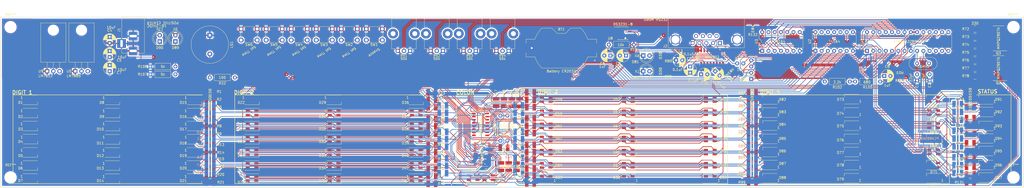
<source format=kicad_pcb>
(kicad_pcb (version 4) (host pcbnew 4.0.7)
  (layers (0 F.Cu signal) (31 B.Cu signal) (34 B.Paste user hide) (35 F.Paste user hide) (36 B.SilkS user) (37 F.SilkS user) (38 B.Mask user) (39 F.Mask user) (44 Edge.Cuts user))
  (net 0 "")
  (net 1 Earth)
  (net 2 "Net-(BT1-Pad1)")
  (net 3 VCC)
  (net 4 "Net-(D1-Pad1)")
  (net 5 "Net-(D22-Pad1)")
  (net 6 "Net-(D45-Pad1)")
  (net 7 "Net-(D66-Pad1)")
  (net 8 "Net-(D90-Pad1)")
  (net 9 "Net-(LS1-Pad2)")
  (net 10 +5V)
  (net 11 "Net-(C1-Pad1)")
  (net 12 "Net-(C2-Pad1)")
  (net 13 "Net-(RV1-Pad2)")
  (net 14 "Net-(SW1-Pad2)")
  (net 15 "Net-(SW2-Pad2)")
  (net 16 "Net-(SW3-Pad2)")
  (net 17 "Net-(SW4-Pad2)")
  (net 18 "Net-(SW5-Pad2)")
  (net 19 "Net-(SW6-Pad2)")
  (net 20 "Net-(U1-Pad15)")
  (net 21 "Net-(U1-Pad14)")
  (net 22 "Net-(Q1-Pad9)")
  (net 23 "Net-(Q1-Pad11)")
  (net 24 "Net-(Q1-Pad13)")
  (net 25 "Net-(Q1-Pad15)")
  (net 26 "Net-(D89-Pad1)")
  (net 27 "Net-(D91-Pad1)")
  (net 28 "Net-(D91-Pad2)")
  (net 29 "Net-(D92-Pad1)")
  (net 30 "Net-(D92-Pad2)")
  (net 31 "Net-(D93-Pad1)")
  (net 32 "Net-(D93-Pad2)")
  (net 33 "Net-(D94-Pad1)")
  (net 34 "Net-(D94-Pad2)")
  (net 35 "Net-(D95-Pad1)")
  (net 36 "Net-(D95-Pad2)")
  (net 37 /DTR)
  (net 38 "Net-(C3-Pad2)")
  (net 39 +12V)
  (net 40 /G)
  (net 41 /B)
  (net 42 /R)
  (net 43 "Net-(D80-Pad2)")
  (net 44 "Net-(D81-Pad2)")
  (net 45 "Net-(D91-Pad3)")
  (net 46 "Net-(D91-Pad4)")
  (net 47 "Net-(D92-Pad3)")
  (net 48 "Net-(D92-Pad4)")
  (net 49 "Net-(D93-Pad3)")
  (net 50 "Net-(D93-Pad4)")
  (net 51 "Net-(D94-Pad3)")
  (net 52 "Net-(D94-Pad4)")
  (net 53 "Net-(D95-Pad3)")
  (net 54 "Net-(D95-Pad4)")
  (net 55 "Net-(D96-Pad3)")
  (net 56 "Net-(D96-Pad4)")
  (net 57 "Net-(D96-Pad2)")
  (net 58 "Net-(D96-Pad1)")
  (net 59 "Net-(D97-Pad3)")
  (net 60 "Net-(D97-Pad4)")
  (net 61 "Net-(D97-Pad2)")
  (net 62 "Net-(D97-Pad1)")
  (net 63 /RXD)
  (net 64 /TXD)
  (net 65 "Net-(Q2-Pad9)")
  (net 66 "Net-(Q2-Pad11)")
  (net 67 "Net-(Q2-Pad13)")
  (net 68 "Net-(Q3-Pad9)")
  (net 69 "Net-(Q3-Pad11)")
  (net 70 "Net-(Q3-Pad13)")
  (net 71 "Net-(Q3-Pad15)")
  (net 72 /B_R1)
  (net 73 /G_R1)
  (net 74 /R_R1)
  (net 75 /B_R2)
  (net 76 /G_R2)
  (net 77 /R_R2)
  (net 78 /B_R3)
  (net 79 /G_R3)
  (net 80 /R_R3)
  (net 81 /B_R4)
  (net 82 /G_R4)
  (net 83 /R_R4)
  (net 84 /B_R5)
  (net 85 /G_R5)
  (net 86 /R_R5)
  (net 87 /B_R6)
  (net 88 /G_R6)
  (net 89 /R_R6)
  (net 90 /B_R7)
  (net 91 /G_R7)
  (net 92 /R_R7)
  (net 93 "Net-(R22-Pad1)")
  (net 94 /B_COLON)
  (net 95 /G_COLON)
  (net 96 /R_COLON)
  (net 97 "Net-(R47-Pad1)")
  (net 98 "Net-(R48-Pad1)")
  (net 99 "Net-(R49-Pad1)")
  (net 100 "Net-(R50-Pad1)")
  (net 101 "Net-(R72-Pad2)")
  (net 102 "Net-(R73-Pad2)")
  (net 103 "Net-(R74-Pad2)")
  (net 104 "Net-(R75-Pad2)")
  (net 105 "Net-(R76-Pad2)")
  (net 106 "Net-(R77-Pad2)")
  (net 107 "Net-(R78-Pad2)")
  (net 108 "Net-(R102-Pad1)")
  (net 109 "Net-(R103-Pad1)")
  (net 110 "Net-(R105-Pad1)")
  (net 111 "Net-(R106-Pad1)")
  (net 112 /STATUS1_R)
  (net 113 /STATUS1_G)
  (net 114 /STATUS1_B)
  (net 115 /STATUS2_R)
  (net 116 /STATUS2_G)
  (net 117 /STATUS2_B)
  (net 118 /STATUS3_R)
  (net 119 /STATUS3_G)
  (net 120 /STATUS3_B)
  (net 121 /STATUS4_R)
  (net 122 /STATUS4_G)
  (net 123 /STATUS4_B)
  (net 124 /STATUS5_R)
  (net 125 /STATUS5_G)
  (net 126 /STATUS5_B)
  (net 127 /STATUS6_R)
  (net 128 /STATUS6_G)
  (net 129 /STATUS6_B)
  (net 130 /STATUS7_R)
  (net 131 /STATUS7_G)
  (net 132 /STATUS7_B)
  (net 133 /SCL)
  (net 134 /SDA)
  (net 135 /OE)
  (net 136 "Net-(RV2-Pad2)")
  (net 137 "Net-(RV3-Pad2)")
  (net 138 "Net-(RV4-Pad2)")
  (net 139 "Net-(U1-Pad16)")
  (net 140 "Net-(C6-Pad2)")
  (net 141 "Net-(C8-Pad2)")
  (net 142 "Net-(C9-Pad2)")
  (net 143 "Net-(C10-Pad1)")
  (net 144 "Net-(C10-Pad2)")
  (net 145 "Net-(C11-Pad1)")
  (net 146 "Net-(C11-Pad2)")
  (net 147 "Net-(C12-Pad1)")
  (net 148 "Net-(C13-Pad2)")
  (net 149 /TXD_PU)
  (net 150 /DTR_PU)
  (net 151 "Net-(J2-Pad3)")
  (module Connector_Dsub:DSUB-9_Male_Horizontal_P2.77x2.84mm_EdgePinOffset7.70mm_Housed_MountingHolesOffset9.12mm (layer F.Cu) (at 309.88 180.975 180)
    (fp_text reference J2 (at 22.225 -1.27 180) (layer F.SilkS))
    (fp_text value "DB9M RS232" (at 26.035 9.525 180) (layer F.SilkS))
    (pad 1 thru_hole rect (at 0 0 180) (size 1.6 1.6) (drill 1) (layers *.Cu *.Mask))
    (pad 2 thru_hole circle (at 2.77 0 180) (size 1.6 1.6) (drill 1) (layers *.Cu *.Mask) (net 149 /TXD_PU))
    (pad 3 thru_hole circle (at 5.54 0 180) (size 1.6 1.6) (drill 1) (layers *.Cu *.Mask) (net 151 "Net-(J2-Pad3)"))
    (pad 4 thru_hole circle (at 8.31 0 180) (size 1.6 1.6) (drill 1) (layers *.Cu *.Mask) (net 150 /DTR_PU))
    (pad 5 thru_hole circle (at 11.08 0 180) (size 1.6 1.6) (drill 1) (layers *.Cu *.Mask) (net 1 Earth))
    (pad 6 thru_hole circle (at 1.385 2.84 180) (size 1.6 1.6) (drill 1) (layers *.Cu *.Mask))
    (pad 7 thru_hole circle (at 4.155 2.84 180) (size 1.6 1.6) (drill 1) (layers *.Cu *.Mask))
    (pad 8 thru_hole circle (at 6.925 2.84 180) (size 1.6 1.6) (drill 1) (layers *.Cu *.Mask))
    (pad 9 thru_hole circle (at 9.695 2.84 180) (size 1.6 1.6) (drill 1) (layers *.Cu *.Mask))
    (pad 0 thru_hole circle (at -6.96 1.42 180) (size 4 4) (drill 3.2) (layers *.Cu *.Mask) (net 1 Earth))
    (pad 0 thru_hole circle (at 18.04 1.42 180) (size 4 4) (drill 3.2) (layers *.Cu *.Mask) (net 1 Earth))
  )
  (module LED_SMD:LED_SK6812MINI_PLCC4_3.5x3.5mm_P1.75mm (layer F.Cu) (at 272.6636 235.897682 180)
    (fp_text reference D58 (at 4.6936 0.312682 180) (layer F.SilkS))
    (fp_text value LED_ARGB)
    (fp_text user 1 (at -3.5 -0.875 180) (layer F.SilkS))
    (pad 3 smd rect (at 1.75 0.875 180) (size 1.6 0.85) (layers F.Cu F.Paste F.Mask) (net 40 /G))
    (pad 4 smd rect (at 1.75 -0.875 180) (size 1.6 0.85) (layers F.Cu F.Paste F.Mask) (net 41 /B))
    (pad 2 smd rect (at -1.75 0.875 180) (size 1.6 0.85) (layers F.Cu F.Paste F.Mask) (net 42 /R))
    (pad 1 smd rect (at -1.75 -0.875 180) (size 1.6 0.85) (layers F.Cu F.Paste F.Mask) (net 6 "Net-(D45-Pad1)"))
  )
  (module LED_SMD:LED_SK6812MINI_PLCC4_3.5x3.5mm_P1.75mm (layer F.Cu) (at 272.6636 225.231016 180)
    (fp_text reference D56 (at 4.6936 -0.193984 180) (layer F.SilkS))
    (fp_text value LED_ARGB)
    (fp_text user 1 (at -3.5 -0.875 180) (layer F.SilkS))
    (pad 3 smd rect (at 1.75 0.875 180) (size 1.6 0.85) (layers F.Cu F.Paste F.Mask) (net 40 /G))
    (pad 4 smd rect (at 1.75 -0.875 180) (size 1.6 0.85) (layers F.Cu F.Paste F.Mask) (net 41 /B))
    (pad 2 smd rect (at -1.75 0.875 180) (size 1.6 0.85) (layers F.Cu F.Paste F.Mask) (net 42 /R))
    (pad 1 smd rect (at -1.75 -0.875 180) (size 1.6 0.85) (layers F.Cu F.Paste F.Mask) (net 6 "Net-(D45-Pad1)"))
  )
  (module LED_SMD:LED_SK6812MINI_PLCC4_3.5x3.5mm_P1.75mm (layer F.Cu) (at 272.6861 203.897682 180)
    (fp_text reference D52 (at 4.7161 0.062682 180) (layer F.SilkS))
    (fp_text value LED_ARGB)
    (fp_text user 1 (at -3.5 -0.875 180) (layer F.SilkS))
    (pad 3 smd rect (at 1.75 0.875 180) (size 1.6 0.85) (layers F.Cu F.Paste F.Mask) (net 40 /G))
    (pad 4 smd rect (at 1.75 -0.875 180) (size 1.6 0.85) (layers F.Cu F.Paste F.Mask) (net 41 /B))
    (pad 2 smd rect (at -1.75 0.875 180) (size 1.6 0.85) (layers F.Cu F.Paste F.Mask) (net 42 /R))
    (pad 1 smd rect (at -1.75 -0.875 180) (size 1.6 0.85) (layers F.Cu F.Paste F.Mask) (net 6 "Net-(D45-Pad1)"))
  )
  (module LED_SMD:LED_SK6812MINI_PLCC4_3.5x3.5mm_P1.75mm (layer F.Cu) (at 272.6861 209.231017 180)
    (fp_text reference D53 (at 4.7161 0.316017 180) (layer F.SilkS))
    (fp_text value LED_ARGB)
    (fp_text user 1 (at -3.5 -0.875 180) (layer F.SilkS))
    (pad 3 smd rect (at 1.75 0.875 180) (size 1.6 0.85) (layers F.Cu F.Paste F.Mask) (net 40 /G))
    (pad 4 smd rect (at 1.75 -0.875 180) (size 1.6 0.85) (layers F.Cu F.Paste F.Mask) (net 41 /B))
    (pad 2 smd rect (at -1.75 0.875 180) (size 1.6 0.85) (layers F.Cu F.Paste F.Mask) (net 42 /R))
    (pad 1 smd rect (at -1.75 -0.875 180) (size 1.6 0.85) (layers F.Cu F.Paste F.Mask) (net 6 "Net-(D45-Pad1)"))
  )
  (module Housings_SOIC:SOIC-16_3.9x9.9mm_Pitch1.27mm (layer F.Cu) (at 422.91 191.135 180)
    (fp_text reference Q2 (at 0 -6 180) (layer F.SilkS))
    (fp_text value MMPQ2907A (at 0 0 270) (layer F.SilkS))
    (pad 1 smd rect (at -2.7 -4.445 180) (size 1.5 0.6) (layers F.Cu F.Paste F.Mask))
    (pad 2 smd rect (at -2.7 -3.175 180) (size 1.5 0.6) (layers F.Cu F.Paste F.Mask))
    (pad 3 smd rect (at -2.7 -1.905 180) (size 1.5 0.6) (layers F.Cu F.Paste F.Mask) (net 27 "Net-(D91-Pad1)"))
    (pad 4 smd rect (at -2.7 -0.635 180) (size 1.5 0.6) (layers F.Cu F.Paste F.Mask) (net 27 "Net-(D91-Pad1)"))
    (pad 5 smd rect (at -2.7 0.635 180) (size 1.5 0.6) (layers F.Cu F.Paste F.Mask) (net 29 "Net-(D92-Pad1)"))
    (pad 6 smd rect (at -2.7 1.905 180) (size 1.5 0.6) (layers F.Cu F.Paste F.Mask) (net 29 "Net-(D92-Pad1)"))
    (pad 7 smd rect (at -2.7 3.175 180) (size 1.5 0.6) (layers F.Cu F.Paste F.Mask) (net 31 "Net-(D93-Pad1)"))
    (pad 8 smd rect (at -2.7 4.445 180) (size 1.5 0.6) (layers F.Cu F.Paste F.Mask) (net 31 "Net-(D93-Pad1)"))
    (pad 9 smd rect (at 2.7 4.445 180) (size 1.5 0.6) (layers F.Cu F.Paste F.Mask) (net 65 "Net-(Q2-Pad9)"))
    (pad 10 smd rect (at 2.7 3.175 180) (size 1.5 0.6) (layers F.Cu F.Paste F.Mask) (net 39 +12V))
    (pad 11 smd rect (at 2.7 1.905 180) (size 1.5 0.6) (layers F.Cu F.Paste F.Mask) (net 66 "Net-(Q2-Pad11)"))
    (pad 12 smd rect (at 2.7 0.635 180) (size 1.5 0.6) (layers F.Cu F.Paste F.Mask) (net 39 +12V))
    (pad 13 smd rect (at 2.7 -0.635 180) (size 1.5 0.6) (layers F.Cu F.Paste F.Mask) (net 67 "Net-(Q2-Pad13)"))
    (pad 14 smd rect (at 2.7 -1.905 180) (size 1.5 0.6) (layers F.Cu F.Paste F.Mask) (net 39 +12V))
    (pad 15 smd rect (at 2.7 -3.175 180) (size 1.5 0.6) (layers F.Cu F.Paste F.Mask))
    (pad 16 smd rect (at 2.7 -4.445 180) (size 1.5 0.6) (layers F.Cu F.Paste F.Mask))
  )
  (module LED_SMD:LED_SK6812MINI_PLCC4_3.5x3.5mm_P1.75mm (layer F.Cu) (at 305.9711 235.897682 180)
    (fp_text reference D51 (at -5.1789 0.312682 180) (layer F.SilkS))
    (fp_text value LED_ARGB)
    (fp_text user 1 (at -3.5 -0.875 180) (layer F.SilkS))
    (pad 3 smd rect (at 1.75 0.875 180) (size 1.6 0.85) (layers F.Cu F.Paste F.Mask) (net 40 /G))
    (pad 4 smd rect (at 1.75 -0.875 180) (size 1.6 0.85) (layers F.Cu F.Paste F.Mask) (net 41 /B))
    (pad 2 smd rect (at -1.75 0.875 180) (size 1.6 0.85) (layers F.Cu F.Paste F.Mask) (net 42 /R))
    (pad 1 smd rect (at -1.75 -0.875 180) (size 1.6 0.85) (layers F.Cu F.Paste F.Mask) (net 6 "Net-(D45-Pad1)"))
  )
  (module Resistor_SMD:R_1210_3225Metric_Pad1.39x2.70mm_HandSolder (layer B.Cu) (at 103 233.5 180)
    (fp_text reference R18 (at 3.94 -0.18 180) (layer B.SilkS) (effects (justify mirror)))
    (fp_text value 300)
    (pad 1 smd rect (at -1.5175 0 180) (size 1.395 2.7) (layers B.Cu B.Paste B.Mask) (net 89 /R_R6))
    (pad 2 smd rect (at 1.5175 0 180) (size 1.395 2.7) (layers B.Cu B.Paste B.Mask) (net 42 /R))
  )
  (module Resistor_SMD:R_1210_3225Metric_Pad1.39x2.70mm_HandSolder (layer B.Cu) (at 103 230.5 180)
    (fp_text reference R17 (at 3.94 -0.005 180) (layer B.SilkS) (effects (justify mirror)))
    (fp_text value 150)
    (pad 1 smd rect (at -1.5175 0 180) (size 1.395 2.7) (layers B.Cu B.Paste B.Mask) (net 88 /G_R6))
    (pad 2 smd rect (at 1.5175 0 180) (size 1.395 2.7) (layers B.Cu B.Paste B.Mask) (net 40 /G))
  )
  (module Resistor_SMD:R_1210_3225Metric_Pad1.39x2.70mm_HandSolder (layer F.Cu) (at 103 231.5 180)
    (fp_text reference R19 (at -4.315 0.36 180) (layer F.SilkS))
    (fp_text value 150)
    (pad 1 smd rect (at -1.5175 0 180) (size 1.395 2.7) (layers F.Cu F.Paste F.Mask) (net 90 /B_R7))
    (pad 2 smd rect (at 1.5175 0 180) (size 1.395 2.7) (layers F.Cu F.Paste F.Mask) (net 41 /B))
  )
  (module Resistor_SMD:R_1210_3225Metric_Pad1.39x2.70mm_HandSolder (layer F.Cu) (at 103 234.5 180)
    (fp_text reference R20 (at -4.315 0.185 180) (layer F.SilkS))
    (fp_text value 150)
    (pad 1 smd rect (at -1.5175 0 180) (size 1.395 2.7) (layers F.Cu F.Paste F.Mask) (net 91 /G_R7))
    (pad 2 smd rect (at 1.5175 0 180) (size 1.395 2.7) (layers F.Cu F.Paste F.Mask) (net 40 /G))
  )
  (module Resistor_SMD:R_1210_3225Metric_Pad1.39x2.70mm_HandSolder (layer F.Cu) (at 103 237.5 180)
    (fp_text reference R21 (at -4.315 0.01 180) (layer F.SilkS))
    (fp_text value 300)
    (pad 1 smd rect (at -1.5175 0 180) (size 1.395 2.7) (layers F.Cu F.Paste F.Mask) (net 92 /R_R7))
    (pad 2 smd rect (at 1.5175 0 180) (size 1.395 2.7) (layers F.Cu F.Paste F.Mask) (net 42 /R))
  )
  (module Resistor_SMD:R_1210_3225Metric_Pad1.39x2.70mm_HandSolder (layer F.Cu) (at 193 201 180)
    (fp_text reference R23 (at -3.85 -0.295 180) (layer F.SilkS))
    (fp_text value 150)
    (pad 1 smd rect (at -1.5175 0 180) (size 1.395 2.7) (layers F.Cu F.Paste F.Mask) (net 72 /B_R1))
    (pad 2 smd rect (at 1.5175 0 180) (size 1.395 2.7) (layers F.Cu F.Paste F.Mask) (net 41 /B))
  )
  (module Resistor_SMD:R_1210_3225Metric_Pad1.39x2.70mm_HandSolder (layer F.Cu) (at 193 204 180)
    (fp_text reference R24 (at -3.85 0.165 180) (layer F.SilkS))
    (fp_text value 150)
    (pad 1 smd rect (at -1.5175 0 180) (size 1.395 2.7) (layers F.Cu F.Paste F.Mask) (net 73 /G_R1))
    (pad 2 smd rect (at 1.5175 0 180) (size 1.395 2.7) (layers F.Cu F.Paste F.Mask) (net 40 /G))
  )
  (module Resistor_SMD:R_1210_3225Metric_Pad1.39x2.70mm_HandSolder (layer F.Cu) (at 193 207 180)
    (fp_text reference R25 (at -3.85 -0.01 180) (layer F.SilkS))
    (fp_text value 300)
    (pad 1 smd rect (at -1.5175 0 180) (size 1.395 2.7) (layers F.Cu F.Paste F.Mask) (net 74 /R_R1))
    (pad 2 smd rect (at 1.5175 0 180) (size 1.395 2.7) (layers F.Cu F.Paste F.Mask) (net 42 /R))
  )
  (module Resistor_SMD:R_1210_3225Metric_Pad1.39x2.70mm_HandSolder (layer B.Cu) (at 197.445 206.25 180)
    (fp_text reference R26 (at 3.77 -0.125 180) (layer B.SilkS) (effects (justify mirror)))
    (fp_text value 150 (at 0.045 -0.15 270) (layer B.SilkS) (effects (justify mirror)))
    (pad 1 smd rect (at -1.5175 0 180) (size 1.395 2.7) (layers B.Cu B.Paste B.Mask) (net 75 /B_R2))
    (pad 2 smd rect (at 1.5175 0 180) (size 1.395 2.7) (layers B.Cu B.Paste B.Mask) (net 41 /B))
  )
  (module Resistor_SMD:R_1210_3225Metric_Pad1.39x2.70mm_HandSolder (layer B.Cu) (at 197.445 209.25 180)
    (fp_text reference R27 (at 3.77 -0.3 180) (layer B.SilkS) (effects (justify mirror)))
    (fp_text value 150 (at 0.045 -0.15 270) (layer B.SilkS) (effects (justify mirror)))
    (pad 1 smd rect (at -1.5175 0 180) (size 1.395 2.7) (layers B.Cu B.Paste B.Mask) (net 76 /G_R2))
    (pad 2 smd rect (at 1.5175 0 180) (size 1.395 2.7) (layers B.Cu B.Paste B.Mask) (net 40 /G))
  )
  (module Resistor_SMD:R_1210_3225Metric_Pad1.39x2.70mm_HandSolder (layer B.Cu) (at 197.445 212.25 180)
    (fp_text reference R28 (at 3.77 0.16 180) (layer B.SilkS) (effects (justify mirror)))
    (fp_text value 300 (at 0.045 -0.15 270) (layer B.SilkS) (effects (justify mirror)))
    (pad 1 smd rect (at -1.5175 0 180) (size 1.395 2.7) (layers B.Cu B.Paste B.Mask) (net 77 /R_R2))
    (pad 2 smd rect (at 1.5175 0 180) (size 1.395 2.7) (layers B.Cu B.Paste B.Mask) (net 42 /R))
  )
  (module Resistor_SMD:R_1210_3225Metric_Pad1.39x2.70mm_HandSolder (layer F.Cu) (at 193 211.75 180)
    (fp_text reference R29 (at -3.85 -0.34 180) (layer F.SilkS))
    (fp_text value 150)
    (pad 1 smd rect (at -1.5175 0 180) (size 1.395 2.7) (layers F.Cu F.Paste F.Mask) (net 78 /B_R3))
    (pad 2 smd rect (at 1.5175 0 180) (size 1.395 2.7) (layers F.Cu F.Paste F.Mask) (net 41 /B))
  )
  (module Resistor_SMD:R_1210_3225Metric_Pad1.39x2.70mm_HandSolder (layer F.Cu) (at 193 214.75 180)
    (fp_text reference R30 (at -3.85 0.12 180) (layer F.SilkS))
    (fp_text value 150)
    (pad 1 smd rect (at -1.5175 0 180) (size 1.395 2.7) (layers F.Cu F.Paste F.Mask) (net 79 /G_R3))
    (pad 2 smd rect (at 1.5175 0 180) (size 1.395 2.7) (layers F.Cu F.Paste F.Mask) (net 40 /G))
  )
  (module Crystals:Crystal_HC49-4H_Vertical (layer F.Cu) (at 389.89 189.23)
    (fp_text reference Y1 (at 2.44 -3.525) (layer F.SilkS))
    (fp_text value 16MHz (at 2.54 1.27) (layer F.SilkS))
    (pad 1 thru_hole circle (at 0 0) (size 1.5 1.5) (drill 0.8) (layers *.Cu *.Mask) (net 11 "Net-(C1-Pad1)"))
    (pad 2 thru_hole circle (at 4.88 0) (size 1.5 1.5) (drill 0.8) (layers *.Cu *.Mask) (net 12 "Net-(C2-Pad1)"))
  )
  (module Battery:BatteryHolder_Keystone_1058_1x2032 (layer F.Cu) (at 245.5 183 180)
    (fp_text reference BT1 (at 0 7.62 180) (layer F.SilkS))
    (fp_text value "Battery CR2032" (at 0 -9.398 180) (layer F.SilkS))
    (pad 1 smd rect (at -14.68 0 180) (size 2.54 3.51) (layers F.Cu F.Paste F.Mask) (net 2 "Net-(BT1-Pad1)"))
    (pad 2 smd rect (at 14.68 0 180) (size 2.54 3.51) (layers F.Cu F.Paste F.Mask) (net 1 Earth))
  )
  (module Capacitor_THT:C_Rect_L4.0mm_W2.5mm_P2.50mm (layer F.Cu) (at 389.89 193.675 270)
    (fp_text reference C1 (at 4.445 0 270) (layer F.SilkS))
    (fp_text value 22pF (at 1.25 2.5 270) (layer F.SilkS))
    (pad 1 thru_hole circle (at 0 0 270) (size 1.6 1.6) (drill 0.8) (layers *.Cu *.Mask) (net 11 "Net-(C1-Pad1)"))
    (pad 2 thru_hole circle (at 2.5 0 270) (size 1.6 1.6) (drill 0.8) (layers *.Cu *.Mask) (net 1 Earth))
  )
  (module Capacitor_THT:C_Rect_L4.0mm_W2.5mm_P2.50mm (layer F.Cu) (at 394.97 193.675 270)
    (fp_text reference C2 (at 4.445 0 270) (layer F.SilkS))
    (fp_text value 22pF (at 1.25 2.5 270) (layer F.SilkS))
    (pad 1 thru_hole circle (at 0 0 270) (size 1.6 1.6) (drill 0.8) (layers *.Cu *.Mask) (net 12 "Net-(C2-Pad1)"))
    (pad 2 thru_hole circle (at 2.5 0 270) (size 1.6 1.6) (drill 0.8) (layers *.Cu *.Mask) (net 1 Earth))
  )
  (module Connectors:BARREL_JACK (layer F.Cu) (at 71.755 184.15 270)
    (fp_text reference J1 (at -8.45 5.75 450) (layer F.SilkS))
    (fp_text value Barrel_Jack)
    (pad 1 thru_hole rect (at 0 0 270) (size 3.5 3.5) (drill oval 1 3) (layers *.Cu *.Mask) (net 3 VCC))
    (pad 2 thru_hole rect (at -6 0 270) (size 3.5 3.5) (drill oval 1 3) (layers *.Cu *.Mask) (net 1 Earth))
    (pad 3 thru_hole rect (at -3 4.7 270) (size 3.5 3.5) (drill oval 3 1) (layers *.Cu *.Mask) (net 1 Earth))
  )
  (module Resistor_SMD:R_1210_3225Metric_Pad1.39x2.70mm_HandSolder (layer F.Cu) (at 103 201 180)
    (fp_text reference R1 (at -3.68 0.34 180) (layer F.SilkS))
    (fp_text value 150 (at 0 0 270) (layer F.SilkS))
    (pad 1 smd rect (at -1.5175 0 180) (size 1.395 2.7) (layers F.Cu F.Paste F.Mask) (net 72 /B_R1))
    (pad 2 smd rect (at 1.5175 0 180) (size 1.395 2.7) (layers F.Cu F.Paste F.Mask) (net 41 /B))
  )
  (module Resistor_SMD:R_1210_3225Metric_Pad1.39x2.70mm_HandSolder (layer F.Cu) (at 103 204 180)
    (fp_text reference R2 (at -3.68 0.165 180) (layer F.SilkS))
    (fp_text value 150 (at 0 0 270) (layer F.SilkS))
    (pad 1 smd rect (at -1.5175 0 180) (size 1.395 2.7) (layers F.Cu F.Paste F.Mask) (net 73 /G_R1))
    (pad 2 smd rect (at 1.5175 0 180) (size 1.395 2.7) (layers F.Cu F.Paste F.Mask) (net 40 /G))
  )
  (module Resistor_SMD:R_1210_3225Metric_Pad1.39x2.70mm_HandSolder (layer F.Cu) (at 103 207 180)
    (fp_text reference R3 (at -3.68 -0.01 180) (layer F.SilkS))
    (fp_text value 300 (at 0 0 270) (layer F.SilkS))
    (pad 1 smd rect (at -1.5175 0 180) (size 1.395 2.7) (layers F.Cu F.Paste F.Mask) (net 74 /R_R1))
    (pad 2 smd rect (at 1.5175 0 180) (size 1.395 2.7) (layers F.Cu F.Paste F.Mask) (net 42 /R))
  )
  (module Resistor_SMD:R_1210_3225Metric_Pad1.39x2.70mm_HandSolder (layer B.Cu) (at 103 206.25 180)
    (fp_text reference R4 (at 3.305 -0.125 180) (layer B.SilkS) (effects (justify mirror)))
    (fp_text value 150)
    (pad 1 smd rect (at -1.5175 0 180) (size 1.395 2.7) (layers B.Cu B.Paste B.Mask) (net 75 /B_R2))
    (pad 2 smd rect (at 1.5175 0 180) (size 1.395 2.7) (layers B.Cu B.Paste B.Mask) (net 41 /B))
  )
  (module Resistor_SMD:R_1210_3225Metric_Pad1.39x2.70mm_HandSolder (layer B.Cu) (at 103 209.25 180)
    (fp_text reference R5 (at 3.305 -0.3 180) (layer B.SilkS) (effects (justify mirror)))
    (fp_text value 150)
    (pad 1 smd rect (at -1.5175 0 180) (size 1.395 2.7) (layers B.Cu B.Paste B.Mask) (net 76 /G_R2))
    (pad 2 smd rect (at 1.5175 0 180) (size 1.395 2.7) (layers B.Cu B.Paste B.Mask) (net 40 /G))
  )
  (module Resistor_SMD:R_1210_3225Metric_Pad1.39x2.70mm_HandSolder (layer B.Cu) (at 103 212.25 180)
    (fp_text reference R6 (at 3.41 -0.161665 180) (layer B.SilkS) (effects (justify mirror)))
    (fp_text value 300)
    (pad 1 smd rect (at -1.5175 0 180) (size 1.395 2.7) (layers B.Cu B.Paste B.Mask) (net 77 /R_R2))
    (pad 2 smd rect (at 1.5175 0 180) (size 1.395 2.7) (layers B.Cu B.Paste B.Mask) (net 42 /R))
  )
  (module Resistor_SMD:R_1210_3225Metric_Pad1.39x2.70mm_HandSolder (layer F.Cu) (at 103 211.75 180)
    (fp_text reference R7 (at -3.68 0.295 360) (layer F.SilkS))
    (fp_text value 150)
    (pad 1 smd rect (at -1.5175 0 180) (size 1.395 2.7) (layers F.Cu F.Paste F.Mask) (net 78 /B_R3))
    (pad 2 smd rect (at 1.5175 0 180) (size 1.395 2.7) (layers F.Cu F.Paste F.Mask) (net 41 /B))
  )
  (module Resistor_SMD:R_1210_3225Metric_Pad1.39x2.70mm_HandSolder (layer F.Cu) (at 103 217.75 180)
    (fp_text reference R9 (at -3.68 -0.055 180) (layer F.SilkS))
    (fp_text value 300)
    (pad 1 smd rect (at -1.5175 0 180) (size 1.395 2.7) (layers F.Cu F.Paste F.Mask) (net 80 /R_R3))
    (pad 2 smd rect (at 1.5175 0 180) (size 1.395 2.7) (layers F.Cu F.Paste F.Mask) (net 42 /R))
  )
  (module Resistor_SMD:R_1210_3225Metric_Pad1.39x2.70mm_HandSolder (layer B.Cu) (at 103 217 180)
    (fp_text reference R10 (at 3.94 -0.17 180) (layer B.SilkS) (effects (justify mirror)))
    (fp_text value 150)
    (pad 1 smd rect (at -1.5175 0 180) (size 1.395 2.7) (layers B.Cu B.Paste B.Mask) (net 81 /B_R4))
    (pad 2 smd rect (at 1.5175 0 180) (size 1.395 2.7) (layers B.Cu B.Paste B.Mask) (net 41 /B))
  )
  (module Resistor_SMD:R_1210_3225Metric_Pad1.39x2.70mm_HandSolder (layer B.Cu) (at 103 220 180)
    (fp_text reference R11 (at 3.94 0.29 180) (layer B.SilkS) (effects (justify mirror)))
    (fp_text value 150)
    (pad 1 smd rect (at -1.5175 0 180) (size 1.395 2.7) (layers B.Cu B.Paste B.Mask) (net 82 /G_R4))
    (pad 2 smd rect (at 1.5175 0 180) (size 1.395 2.7) (layers B.Cu B.Paste B.Mask) (net 40 /G))
  )
  (module Resistor_SMD:R_1210_3225Metric_Pad1.39x2.70mm_HandSolder (layer B.Cu) (at 103 223 180)
    (fp_text reference R12 (at 3.94 0.115 180) (layer B.SilkS) (effects (justify mirror)))
    (fp_text value 300)
    (pad 1 smd rect (at -1.5175 0 180) (size 1.395 2.7) (layers B.Cu B.Paste B.Mask) (net 83 /R_R4))
    (pad 2 smd rect (at 1.5175 0 180) (size 1.395 2.7) (layers B.Cu B.Paste B.Mask) (net 42 /R))
  )
  (module Resistor_SMD:R_1210_3225Metric_Pad1.39x2.70mm_HandSolder (layer F.Cu) (at 103 222.25 180)
    (fp_text reference R13 (at -4.315 0 180) (layer F.SilkS))
    (fp_text value 150)
    (pad 1 smd rect (at -1.5175 0 180) (size 1.395 2.7) (layers F.Cu F.Paste F.Mask) (net 84 /B_R5))
    (pad 2 smd rect (at 1.5175 0 180) (size 1.395 2.7) (layers F.Cu F.Paste F.Mask) (net 41 /B))
  )
  (module Resistor_SMD:R_1210_3225Metric_Pad1.39x2.70mm_HandSolder (layer F.Cu) (at 103 225.25 180)
    (fp_text reference R14 (at -4.315 -0.175 180) (layer F.SilkS))
    (fp_text value 150)
    (pad 1 smd rect (at -1.5175 0 180) (size 1.395 2.7) (layers F.Cu F.Paste F.Mask) (net 85 /G_R5))
    (pad 2 smd rect (at 1.5175 0 180) (size 1.395 2.7) (layers F.Cu F.Paste F.Mask) (net 40 /G))
  )
  (module Resistor_SMD:R_1210_3225Metric_Pad1.39x2.70mm_HandSolder (layer F.Cu) (at 103 228.25 180)
    (fp_text reference R15 (at -4.315 0.285 180) (layer F.SilkS))
    (fp_text value 300)
    (pad 1 smd rect (at -1.5175 0 180) (size 1.395 2.7) (layers F.Cu F.Paste F.Mask) (net 86 /R_R5))
    (pad 2 smd rect (at 1.5175 0 180) (size 1.395 2.7) (layers F.Cu F.Paste F.Mask) (net 42 /R))
  )
  (module Housings_DIP:DIP-28_W7.62mm (layer F.Cu) (at 369.57 184.15 90)
    (fp_text reference U1 (at 3.92 -2.025 90) (layer F.SilkS))
    (fp_text value ATMEGA328P-PU (at 3.81 17.145 180) (layer F.SilkS))
    (pad 1 thru_hole rect (at 0 0 90) (size 1.6 1.6) (drill 0.8) (layers *.Cu *.Mask) (net 38 "Net-(C3-Pad2)"))
    (pad 15 thru_hole oval (at 7.62 33.02 90) (size 1.6 1.6) (drill 0.8) (layers *.Cu *.Mask) (net 20 "Net-(U1-Pad15)"))
    (pad 2 thru_hole oval (at 0 2.54 90) (size 1.6 1.6) (drill 0.8) (layers *.Cu *.Mask) (net 64 /TXD))
    (pad 16 thru_hole oval (at 7.62 30.48 90) (size 1.6 1.6) (drill 0.8) (layers *.Cu *.Mask) (net 139 "Net-(U1-Pad16)"))
    (pad 3 thru_hole oval (at 0 5.08 90) (size 1.6 1.6) (drill 0.8) (layers *.Cu *.Mask) (net 63 /RXD))
    (pad 17 thru_hole oval (at 7.62 27.94 90) (size 1.6 1.6) (drill 0.8) (layers *.Cu *.Mask) (net 93 "Net-(R22-Pad1)"))
    (pad 4 thru_hole oval (at 0 7.62 90) (size 1.6 1.6) (drill 0.8) (layers *.Cu *.Mask) (net 16 "Net-(SW3-Pad2)"))
    (pad 18 thru_hole oval (at 7.62 25.4 90) (size 1.6 1.6) (drill 0.8) (layers *.Cu *.Mask) (net 14 "Net-(SW1-Pad2)"))
    (pad 5 thru_hole oval (at 0 10.16 90) (size 1.6 1.6) (drill 0.8) (layers *.Cu *.Mask) (net 17 "Net-(SW4-Pad2)"))
    (pad 19 thru_hole oval (at 7.62 22.86 90) (size 1.6 1.6) (drill 0.8) (layers *.Cu *.Mask) (net 15 "Net-(SW2-Pad2)"))
    (pad 6 thru_hole oval (at 0 12.7 90) (size 1.6 1.6) (drill 0.8) (layers *.Cu *.Mask) (net 18 "Net-(SW5-Pad2)"))
    (pad 20 thru_hole oval (at 7.62 20.32 90) (size 1.6 1.6) (drill 0.8) (layers *.Cu *.Mask) (net 10 +5V))
    (pad 7 thru_hole oval (at 0 15.24 90) (size 1.6 1.6) (drill 0.8) (layers *.Cu *.Mask) (net 10 +5V))
    (pad 21 thru_hole oval (at 7.62 17.78 90) (size 1.6 1.6) (drill 0.8) (layers *.Cu *.Mask) (net 10 +5V))
    (pad 8 thru_hole oval (at 0 17.78 90) (size 1.6 1.6) (drill 0.8) (layers *.Cu *.Mask) (net 1 Earth))
    (pad 22 thru_hole oval (at 7.62 15.24 90) (size 1.6 1.6) (drill 0.8) (layers *.Cu *.Mask) (net 1 Earth))
    (pad 9 thru_hole oval (at 0 20.32 90) (size 1.6 1.6) (drill 0.8) (layers *.Cu *.Mask) (net 11 "Net-(C1-Pad1)"))
    (pad 23 thru_hole oval (at 7.62 12.7 90) (size 1.6 1.6) (drill 0.8) (layers *.Cu *.Mask) (net 13 "Net-(RV1-Pad2)"))
    (pad 10 thru_hole oval (at 0 22.86 90) (size 1.6 1.6) (drill 0.8) (layers *.Cu *.Mask) (net 12 "Net-(C2-Pad1)"))
    (pad 24 thru_hole oval (at 7.62 10.16 90) (size 1.6 1.6) (drill 0.8) (layers *.Cu *.Mask) (net 136 "Net-(RV2-Pad2)"))
    (pad 11 thru_hole oval (at 0 25.4 90) (size 1.6 1.6) (drill 0.8) (layers *.Cu *.Mask) (net 19 "Net-(SW6-Pad2)"))
    (pad 25 thru_hole oval (at 7.62 7.62 90) (size 1.6 1.6) (drill 0.8) (layers *.Cu *.Mask) (net 137 "Net-(RV3-Pad2)"))
    (pad 12 thru_hole oval (at 0 27.94 90) (size 1.6 1.6) (drill 0.8) (layers *.Cu *.Mask) (net 135 /OE))
    (pad 26 thru_hole oval (at 7.62 5.08 90) (size 1.6 1.6) (drill 0.8) (layers *.Cu *.Mask) (net 138 "Net-(RV4-Pad2)"))
    (pad 13 thru_hole oval (at 0 30.48 90) (size 1.6 1.6) (drill 0.8) (layers *.Cu *.Mask))
    (pad 27 thru_hole oval (at 7.62 2.54 90) (size 1.6 1.6) (drill 0.8) (layers *.Cu *.Mask) (net 133 /SCL))
    (pad 14 thru_hole oval (at 0 33.02 90) (size 1.6 1.6) (drill 0.8) (layers *.Cu *.Mask) (net 21 "Net-(U1-Pad14)"))
    (pad 28 thru_hole oval (at 7.62 0 90) (size 1.6 1.6) (drill 0.8) (layers *.Cu *.Mask) (net 134 /SDA))
  )
  (module LEDs:LED_D5.0mm (layer F.Cu) (at 82.55 180.34 90)
    (fp_text reference D90 (at -2.54 0 180) (layer F.SilkS))
    (fp_text value LED)
    (pad 1 thru_hole rect (at 0 0 90) (size 1.8 1.8) (drill 0.9) (layers *.Cu *.Mask) (net 8 "Net-(D90-Pad1)"))
    (pad 2 thru_hole circle (at 2.54 0 90) (size 1.8 1.8) (drill 0.9) (layers *.Cu *.Mask) (net 39 +12V))
  )
  (module Housings_SOIC:SOIC-16_3.9x9.9mm_Pitch1.27mm (layer F.Cu) (at 212.725 213.995)
    (fp_text reference Q1 (at 0 -6) (layer F.SilkS))
    (fp_text value MMPQ2907A (at 0.075 0.105 90) (layer F.SilkS))
    (pad 1 smd rect (at -2.7 -4.445) (size 1.5 0.6) (layers F.Cu F.Paste F.Mask) (net 4 "Net-(D1-Pad1)"))
    (pad 2 smd rect (at -2.7 -3.175) (size 1.5 0.6) (layers F.Cu F.Paste F.Mask) (net 4 "Net-(D1-Pad1)"))
    (pad 3 smd rect (at -2.7 -1.905) (size 1.5 0.6) (layers F.Cu F.Paste F.Mask) (net 5 "Net-(D22-Pad1)"))
    (pad 4 smd rect (at -2.7 -0.635) (size 1.5 0.6) (layers F.Cu F.Paste F.Mask) (net 5 "Net-(D22-Pad1)"))
    (pad 5 smd rect (at -2.7 0.635) (size 1.5 0.6) (layers F.Cu F.Paste F.Mask) (net 6 "Net-(D45-Pad1)"))
    (pad 6 smd rect (at -2.7 1.905) (size 1.5 0.6) (layers F.Cu F.Paste F.Mask) (net 6 "Net-(D45-Pad1)"))
    (pad 7 smd rect (at -2.7 3.175) (size 1.5 0.6) (layers F.Cu F.Paste F.Mask) (net 7 "Net-(D66-Pad1)"))
    (pad 8 smd rect (at -2.7 4.445) (size 1.5 0.6) (layers F.Cu F.Paste F.Mask) (net 7 "Net-(D66-Pad1)"))
    (pad 9 smd rect (at 2.7 4.445) (size 1.5 0.6) (layers F.Cu F.Paste F.Mask) (net 22 "Net-(Q1-Pad9)"))
    (pad 10 smd rect (at 2.7 3.175) (size 1.5 0.6) (layers F.Cu F.Paste F.Mask) (net 39 +12V))
    (pad 11 smd rect (at 2.7 1.905) (size 1.5 0.6) (layers F.Cu F.Paste F.Mask) (net 23 "Net-(Q1-Pad11)"))
    (pad 12 smd rect (at 2.7 0.635) (size 1.5 0.6) (layers F.Cu F.Paste F.Mask) (net 39 +12V))
    (pad 13 smd rect (at 2.7 -0.635) (size 1.5 0.6) (layers F.Cu F.Paste F.Mask) (net 24 "Net-(Q1-Pad13)"))
    (pad 14 smd rect (at 2.7 -1.905) (size 1.5 0.6) (layers F.Cu F.Paste F.Mask) (net 39 +12V))
    (pad 15 smd rect (at 2.7 -3.175) (size 1.5 0.6) (layers F.Cu F.Paste F.Mask) (net 25 "Net-(Q1-Pad15)"))
    (pad 16 smd rect (at 2.7 -4.445) (size 1.5 0.6) (layers F.Cu F.Paste F.Mask) (net 39 +12V))
  )
  (module Resistor_SMD:R_1210_3225Metric_Pad1.39x2.70mm_HandSolder (layer B.Cu) (at 103 227.5 180)
    (fp_text reference R16 (at 3.94 0.17 180) (layer B.SilkS) (effects (justify mirror)))
    (fp_text value 150)
    (pad 1 smd rect (at -1.5175 0 180) (size 1.395 2.7) (layers B.Cu B.Paste B.Mask) (net 87 /B_R6))
    (pad 2 smd rect (at 1.5175 0 180) (size 1.395 2.7) (layers B.Cu B.Paste B.Mask) (net 41 /B))
  )
  (module Package_DIP:DIP-14_W7.62mm (layer F.Cu) (at 348.615 184.15 90)
    (fp_text reference U2 (at 3.81 -2.33 90) (layer F.SilkS))
    (fp_text value 74164 (at 3.81 7.62 180) (layer F.SilkS))
    (pad 1 thru_hole rect (at 0 0 90) (size 1.6 1.6) (drill 0.8) (layers *.Cu *.Mask) (net 10 +5V))
    (pad 8 thru_hole oval (at 7.62 15.24 90) (size 1.6 1.6) (drill 0.8) (layers *.Cu *.Mask) (net 20 "Net-(U1-Pad15)"))
    (pad 2 thru_hole oval (at 0 2.54 90) (size 1.6 1.6) (drill 0.8) (layers *.Cu *.Mask) (net 21 "Net-(U1-Pad14)"))
    (pad 9 thru_hole oval (at 7.62 12.7 90) (size 1.6 1.6) (drill 0.8) (layers *.Cu *.Mask) (net 10 +5V))
    (pad 3 thru_hole oval (at 0 5.08 90) (size 1.6 1.6) (drill 0.8) (layers *.Cu *.Mask) (net 100 "Net-(R50-Pad1)"))
    (pad 10 thru_hole oval (at 7.62 10.16 90) (size 1.6 1.6) (drill 0.8) (layers *.Cu *.Mask))
    (pad 4 thru_hole oval (at 0 7.62 90) (size 1.6 1.6) (drill 0.8) (layers *.Cu *.Mask) (net 99 "Net-(R49-Pad1)"))
    (pad 11 thru_hole oval (at 7.62 7.62 90) (size 1.6 1.6) (drill 0.8) (layers *.Cu *.Mask))
    (pad 5 thru_hole oval (at 0 10.16 90) (size 1.6 1.6) (drill 0.8) (layers *.Cu *.Mask) (net 98 "Net-(R48-Pad1)"))
    (pad 12 thru_hole oval (at 7.62 5.08 90) (size 1.6 1.6) (drill 0.8) (layers *.Cu *.Mask))
    (pad 6 thru_hole oval (at 0 12.7 90) (size 1.6 1.6) (drill 0.8) (layers *.Cu *.Mask) (net 97 "Net-(R47-Pad1)"))
    (pad 13 thru_hole oval (at 7.62 2.54 90) (size 1.6 1.6) (drill 0.8) (layers *.Cu *.Mask))
    (pad 7 thru_hole oval (at 0 15.24 90) (size 1.6 1.6) (drill 0.8) (layers *.Cu *.Mask) (net 1 Earth))
    (pad 14 thru_hole oval (at 7.62 0 90) (size 1.6 1.6) (drill 0.8) (layers *.Cu *.Mask) (net 10 +5V))
  )
  (module Button_Switch_THT:SW_PUSH_6mm (layer F.Cu) (at 166.37 175.26)
    (fp_text reference SW1 (at 3.175 6.35) (layer F.SilkS))
    (fp_text value SW_Push)
    (pad 2 thru_hole circle (at 0 4.5 90) (size 2 2) (drill 1.1) (layers *.Cu *.Mask) (net 14 "Net-(SW1-Pad2)"))
    (pad 1 thru_hole circle (at 0 0 90) (size 2 2) (drill 1.1) (layers *.Cu *.Mask) (net 10 +5V))
    (pad 2 thru_hole circle (at 6.5 4.5 90) (size 2 2) (drill 1.1) (layers *.Cu *.Mask) (net 14 "Net-(SW1-Pad2)"))
    (pad 1 thru_hole circle (at 6.5 0 90) (size 2 2) (drill 1.1) (layers *.Cu *.Mask) (net 10 +5V))
  )
  (module Button_Switch_THT:SW_PUSH_6mm (layer F.Cu) (at 156.21 175.26)
    (fp_text reference SW2 (at 3.175 6.35) (layer F.SilkS))
    (fp_text value SW_Push)
    (pad 2 thru_hole circle (at 0 4.5 90) (size 2 2) (drill 1.1) (layers *.Cu *.Mask) (net 15 "Net-(SW2-Pad2)"))
    (pad 1 thru_hole circle (at 0 0 90) (size 2 2) (drill 1.1) (layers *.Cu *.Mask) (net 10 +5V))
    (pad 2 thru_hole circle (at 6.5 4.5 90) (size 2 2) (drill 1.1) (layers *.Cu *.Mask) (net 15 "Net-(SW2-Pad2)"))
    (pad 1 thru_hole circle (at 6.5 0 90) (size 2 2) (drill 1.1) (layers *.Cu *.Mask) (net 10 +5V))
  )
  (module Button_Switch_THT:SW_PUSH_6mm (layer F.Cu) (at 146.05 175.26)
    (fp_text reference SW3 (at 3.175 6.35) (layer F.SilkS))
    (fp_text value SW_Push)
    (pad 2 thru_hole circle (at 0 4.5 90) (size 2 2) (drill 1.1) (layers *.Cu *.Mask) (net 16 "Net-(SW3-Pad2)"))
    (pad 1 thru_hole circle (at 0 0 90) (size 2 2) (drill 1.1) (layers *.Cu *.Mask) (net 10 +5V))
    (pad 2 thru_hole circle (at 6.5 4.5 90) (size 2 2) (drill 1.1) (layers *.Cu *.Mask) (net 16 "Net-(SW3-Pad2)"))
    (pad 1 thru_hole circle (at 6.5 0 90) (size 2 2) (drill 1.1) (layers *.Cu *.Mask) (net 10 +5V))
  )
  (module Button_Switch_THT:SW_PUSH_6mm (layer F.Cu) (at 135.89 175.26)
    (fp_text reference SW4 (at 3.175 6.35) (layer F.SilkS))
    (fp_text value SW_Push)
    (pad 2 thru_hole circle (at 0 4.5 90) (size 2 2) (drill 1.1) (layers *.Cu *.Mask) (net 17 "Net-(SW4-Pad2)"))
    (pad 1 thru_hole circle (at 0 0 90) (size 2 2) (drill 1.1) (layers *.Cu *.Mask) (net 10 +5V))
    (pad 2 thru_hole circle (at 6.5 4.5 90) (size 2 2) (drill 1.1) (layers *.Cu *.Mask) (net 17 "Net-(SW4-Pad2)"))
    (pad 1 thru_hole circle (at 6.5 0 90) (size 2 2) (drill 1.1) (layers *.Cu *.Mask) (net 10 +5V))
  )
  (module Button_Switch_THT:SW_PUSH_6mm (layer F.Cu) (at 125.73 175.26)
    (fp_text reference SW5 (at 3.175 6.35) (layer F.SilkS))
    (fp_text value SW_Push)
    (pad 2 thru_hole circle (at 0 4.5 90) (size 2 2) (drill 1.1) (layers *.Cu *.Mask) (net 18 "Net-(SW5-Pad2)"))
    (pad 1 thru_hole circle (at 0 0 90) (size 2 2) (drill 1.1) (layers *.Cu *.Mask) (net 10 +5V))
    (pad 2 thru_hole circle (at 6.5 4.5 90) (size 2 2) (drill 1.1) (layers *.Cu *.Mask) (net 18 "Net-(SW5-Pad2)"))
    (pad 1 thru_hole circle (at 6.5 0 90) (size 2 2) (drill 1.1) (layers *.Cu *.Mask) (net 10 +5V))
  )
  (module Button_Switch_THT:SW_PUSH_6mm (layer F.Cu) (at 115.57 175.26)
    (fp_text reference SW6 (at 3.175 6.35) (layer F.SilkS))
    (fp_text value SW_Push)
    (pad 2 thru_hole circle (at 0 4.5 90) (size 2 2) (drill 1.1) (layers *.Cu *.Mask) (net 19 "Net-(SW6-Pad2)"))
    (pad 1 thru_hole circle (at 0 0 90) (size 2 2) (drill 1.1) (layers *.Cu *.Mask) (net 10 +5V))
    (pad 2 thru_hole circle (at 6.5 4.5 90) (size 2 2) (drill 1.1) (layers *.Cu *.Mask) (net 19 "Net-(SW6-Pad2)"))
    (pad 1 thru_hole circle (at 6.5 0 90) (size 2 2) (drill 1.1) (layers *.Cu *.Mask) (net 10 +5V))
  )
  (module Potentiometer_THT:Potentiometer_Alps_RK09K_Single_Vertical (layer F.Cu) (at 184.15 184.15 90)
    (fp_text reference RV1 (at -1.905 -2.54 180) (layer F.SilkS))
    (fp_text value 50k (at -3.175 -2.54 180) (layer F.SilkS))
    (pad 3 thru_hole circle (at 0 -5 90) (size 1.8 1.8) (drill 1) (layers *.Cu *.Mask) (net 10 +5V))
    (pad 2 thru_hole circle (at 0 -2.5 90) (size 1.8 1.8) (drill 1) (layers *.Cu *.Mask) (net 13 "Net-(RV1-Pad2)"))
    (pad 1 thru_hole circle (at 0 0 90) (size 1.8 1.8) (drill 1) (layers *.Cu *.Mask) (net 1 Earth))
    (pad "" np_thru_hole circle (at 7 -6.9 90) (size 4 4) (drill 2) (layers *.Cu *.Mask))
    (pad "" np_thru_hole circle (at 7 1.9 90) (size 4 4) (drill 2) (layers *.Cu *.Mask))
  )
  (module Buzzer_Beeper:Buzzer_15x7.5RM7.6 (layer F.Cu) (at 102.87 177.8 270)
    (fp_text reference LS1 (at 3.81 -8.89 270) (layer F.SilkS))
    (fp_text value Speaker)
    (pad 1 thru_hole rect (at 0 0 270) (size 2 2) (drill 1) (layers *.Cu *.Mask) (net 1 Earth))
    (pad 2 thru_hole circle (at 7.6 0 270) (size 2 2) (drill 1) (layers *.Cu *.Mask) (net 9 "Net-(LS1-Pad2)"))
  )
  (module Capacitor_THT:C_Rect_L4.0mm_W2.5mm_P2.50mm (layer F.Cu) (at 316.865 189.23)
    (fp_text reference C3 (at 1.25 -2.5) (layer F.SilkS))
    (fp_text value 1uF (at 1.25 2.5) (layer F.SilkS))
    (pad 1 thru_hole circle (at 0 0) (size 1.6 1.6) (drill 0.8) (layers *.Cu *.Mask) (net 37 /DTR))
    (pad 2 thru_hole circle (at 2.5 0) (size 1.6 1.6) (drill 0.8) (layers *.Cu *.Mask) (net 38 "Net-(C3-Pad2)"))
  )
  (module LED_SMD:LED_SK6812MINI_PLCC4_3.5x3.5mm_P1.75mm (layer F.Cu) (at 30 204)
    (fp_text reference D1 (at -3.965 1.105) (layer F.SilkS))
    (fp_text value LED_ARGB)
    (fp_text user 1 (at -3.5 -0.875) (layer F.SilkS))
    (pad 3 smd rect (at 1.75 0.875) (size 1.6 0.85) (layers F.Cu F.Paste F.Mask) (net 40 /G))
    (pad 4 smd rect (at 1.75 -0.875) (size 1.6 0.85) (layers F.Cu F.Paste F.Mask) (net 41 /B))
    (pad 2 smd rect (at -1.75 0.875) (size 1.6 0.85) (layers F.Cu F.Paste F.Mask) (net 42 /R))
    (pad 1 smd rect (at -1.75 -0.875) (size 1.6 0.85) (layers F.Cu F.Paste F.Mask) (net 4 "Net-(D1-Pad1)"))
  )
  (module LED_SMD:LED_SK6812MINI_PLCC4_3.5x3.5mm_P1.75mm (layer F.Cu) (at 30 209.333333)
    (fp_text reference D2 (at -3.965 1.486667) (layer F.SilkS))
    (fp_text value LED_ARGB)
    (fp_text user 1 (at -3.5 -0.875) (layer F.SilkS))
    (pad 3 smd rect (at 1.75 0.875) (size 1.6 0.85) (layers F.Cu F.Paste F.Mask) (net 40 /G))
    (pad 4 smd rect (at 1.75 -0.875) (size 1.6 0.85) (layers F.Cu F.Paste F.Mask) (net 41 /B))
    (pad 2 smd rect (at -1.75 0.875) (size 1.6 0.85) (layers F.Cu F.Paste F.Mask) (net 42 /R))
    (pad 1 smd rect (at -1.75 -0.875) (size 1.6 0.85) (layers F.Cu F.Paste F.Mask) (net 4 "Net-(D1-Pad1)"))
  )
  (module LED_SMD:LED_SK6812MINI_PLCC4_3.5x3.5mm_P1.75mm (layer F.Cu) (at 30 214.666666)
    (fp_text reference D3 (at -3.965 1.233334) (layer F.SilkS))
    (fp_text value LED_ARGB)
    (fp_text user 1 (at -3.5 -0.875) (layer F.SilkS))
    (pad 3 smd rect (at 1.75 0.875) (size 1.6 0.85) (layers F.Cu F.Paste F.Mask) (net 40 /G))
    (pad 4 smd rect (at 1.75 -0.875) (size 1.6 0.85) (layers F.Cu F.Paste F.Mask) (net 41 /B))
    (pad 2 smd rect (at -1.75 0.875) (size 1.6 0.85) (layers F.Cu F.Paste F.Mask) (net 42 /R))
    (pad 1 smd rect (at -1.75 -0.875) (size 1.6 0.85) (layers F.Cu F.Paste F.Mask) (net 4 "Net-(D1-Pad1)"))
  )
  (module LED_SMD:LED_SK6812MINI_PLCC4_3.5x3.5mm_P1.75mm (layer F.Cu) (at 30.066 219.964)
    (fp_text reference D4 (at -4.031 1.016) (layer F.SilkS))
    (fp_text value LED_ARGB)
    (fp_text user 1 (at -3.5 -0.875) (layer F.SilkS))
    (pad 3 smd rect (at 1.75 0.875) (size 1.6 0.85) (layers F.Cu F.Paste F.Mask) (net 40 /G))
    (pad 4 smd rect (at 1.75 -0.875) (size 1.6 0.85) (layers F.Cu F.Paste F.Mask) (net 41 /B))
    (pad 2 smd rect (at -1.75 0.875) (size 1.6 0.85) (layers F.Cu F.Paste F.Mask) (net 42 /R))
    (pad 1 smd rect (at -1.75 -0.875) (size 1.6 0.85) (layers F.Cu F.Paste F.Mask) (net 4 "Net-(D1-Pad1)"))
  )
  (module LED_SMD:LED_SK6812MINI_PLCC4_3.5x3.5mm_P1.75mm (layer F.Cu) (at 30 225.333332)
    (fp_text reference D5 (at -3.965 1.361668) (layer F.SilkS))
    (fp_text value LED_ARGB)
    (fp_text user 1 (at -3.5 -0.875) (layer F.SilkS))
    (pad 3 smd rect (at 1.75 0.875) (size 1.6 0.85) (layers F.Cu F.Paste F.Mask) (net 40 /G))
    (pad 4 smd rect (at 1.75 -0.875) (size 1.6 0.85) (layers F.Cu F.Paste F.Mask) (net 41 /B))
    (pad 2 smd rect (at -1.75 0.875) (size 1.6 0.85) (layers F.Cu F.Paste F.Mask) (net 42 /R))
    (pad 1 smd rect (at -1.75 -0.875) (size 1.6 0.85) (layers F.Cu F.Paste F.Mask) (net 4 "Net-(D1-Pad1)"))
  )
  (module LED_SMD:LED_SK6812MINI_PLCC4_3.5x3.5mm_P1.75mm (layer F.Cu) (at 30 230.666665)
    (fp_text reference D6 (at -3.965 1.108335) (layer F.SilkS))
    (fp_text value LED_ARGB)
    (fp_text user 1 (at -3.5 -0.875) (layer F.SilkS))
    (pad 3 smd rect (at 1.75 0.875) (size 1.6 0.85) (layers F.Cu F.Paste F.Mask) (net 40 /G))
    (pad 4 smd rect (at 1.75 -0.875) (size 1.6 0.85) (layers F.Cu F.Paste F.Mask) (net 41 /B))
    (pad 2 smd rect (at -1.75 0.875) (size 1.6 0.85) (layers F.Cu F.Paste F.Mask) (net 42 /R))
    (pad 1 smd rect (at -1.75 -0.875) (size 1.6 0.85) (layers F.Cu F.Paste F.Mask) (net 4 "Net-(D1-Pad1)"))
  )
  (module LED_SMD:LED_SK6812MINI_PLCC4_3.5x3.5mm_P1.75mm (layer F.Cu) (at 30 236)
    (fp_text reference D7 (at -3.965 0.855) (layer F.SilkS))
    (fp_text value LED_ARGB)
    (fp_text user 1 (at -3.5 -0.875) (layer F.SilkS))
    (pad 3 smd rect (at 1.75 0.875) (size 1.6 0.85) (layers F.Cu F.Paste F.Mask) (net 40 /G))
    (pad 4 smd rect (at 1.75 -0.875) (size 1.6 0.85) (layers F.Cu F.Paste F.Mask) (net 41 /B))
    (pad 2 smd rect (at -1.75 0.875) (size 1.6 0.85) (layers F.Cu F.Paste F.Mask) (net 42 /R))
    (pad 1 smd rect (at -1.75 -0.875) (size 1.6 0.85) (layers F.Cu F.Paste F.Mask) (net 4 "Net-(D1-Pad1)"))
  )
  (module LED_SMD:LED_SK6812MINI_PLCC4_3.5x3.5mm_P1.75mm (layer F.Cu) (at 63.31925 204.038)
    (fp_text reference D8 (at -4.26425 1.067) (layer F.SilkS))
    (fp_text value LED_ARGB)
    (fp_text user 1 (at -3.5 -0.875) (layer F.SilkS))
    (pad 3 smd rect (at 1.75 0.875) (size 1.6 0.85) (layers F.Cu F.Paste F.Mask) (net 40 /G))
    (pad 4 smd rect (at 1.75 -0.875) (size 1.6 0.85) (layers F.Cu F.Paste F.Mask) (net 41 /B))
    (pad 2 smd rect (at -1.75 0.875) (size 1.6 0.85) (layers F.Cu F.Paste F.Mask) (net 42 /R))
    (pad 1 smd rect (at -1.75 -0.875) (size 1.6 0.85) (layers F.Cu F.Paste F.Mask) (net 4 "Net-(D1-Pad1)"))
  )
  (module LED_SMD:LED_SK6812MINI_PLCC4_3.5x3.5mm_P1.75mm (layer F.Cu) (at 63.31925 209.371333)
    (fp_text reference D9 (at -4.26425 1.448667) (layer F.SilkS))
    (fp_text value LED_ARGB)
    (fp_text user 1 (at -3.5 -0.875) (layer F.SilkS))
    (pad 3 smd rect (at 1.75 0.875) (size 1.6 0.85) (layers F.Cu F.Paste F.Mask) (net 40 /G))
    (pad 4 smd rect (at 1.75 -0.875) (size 1.6 0.85) (layers F.Cu F.Paste F.Mask) (net 41 /B))
    (pad 2 smd rect (at -1.75 0.875) (size 1.6 0.85) (layers F.Cu F.Paste F.Mask) (net 42 /R))
    (pad 1 smd rect (at -1.75 -0.875) (size 1.6 0.85) (layers F.Cu F.Paste F.Mask) (net 4 "Net-(D1-Pad1)"))
  )
  (module LED_SMD:LED_SK6812MINI_PLCC4_3.5x3.5mm_P1.75mm (layer F.Cu) (at 63.3075 214.668)
    (fp_text reference D10 (at -4.8875 1.232) (layer F.SilkS))
    (fp_text value LED_ARGB)
    (fp_text user 1 (at -3.5 -0.875) (layer F.SilkS))
    (pad 3 smd rect (at 1.75 0.875) (size 1.6 0.85) (layers F.Cu F.Paste F.Mask) (net 40 /G))
    (pad 4 smd rect (at 1.75 -0.875) (size 1.6 0.85) (layers F.Cu F.Paste F.Mask) (net 41 /B))
    (pad 2 smd rect (at -1.75 0.875) (size 1.6 0.85) (layers F.Cu F.Paste F.Mask) (net 42 /R))
    (pad 1 smd rect (at -1.75 -0.875) (size 1.6 0.85) (layers F.Cu F.Paste F.Mask) (net 4 "Net-(D1-Pad1)"))
  )
  (module LED_SMD:LED_SK6812MINI_PLCC4_3.5x3.5mm_P1.75mm (layer F.Cu) (at 63.31925 220.037999)
    (fp_text reference D11 (at -4.89925 1.577001) (layer F.SilkS))
    (fp_text value LED_ARGB)
    (fp_text user 1 (at -3.5 -0.875) (layer F.SilkS))
    (pad 3 smd rect (at 1.75 0.875) (size 1.6 0.85) (layers F.Cu F.Paste F.Mask) (net 40 /G))
    (pad 4 smd rect (at 1.75 -0.875) (size 1.6 0.85) (layers F.Cu F.Paste F.Mask) (net 41 /B))
    (pad 2 smd rect (at -1.75 0.875) (size 1.6 0.85) (layers F.Cu F.Paste F.Mask) (net 42 /R))
    (pad 1 smd rect (at -1.75 -0.875) (size 1.6 0.85) (layers F.Cu F.Paste F.Mask) (net 4 "Net-(D1-Pad1)"))
  )
  (module LED_SMD:LED_SK6812MINI_PLCC4_3.5x3.5mm_P1.75mm (layer F.Cu) (at 63.308 225.371332)
    (fp_text reference D12 (at -4.888 1.323668) (layer F.SilkS))
    (fp_text value LED_ARGB)
    (fp_text user 1 (at -3.5 -0.875) (layer F.SilkS))
    (pad 3 smd rect (at 1.75 0.875) (size 1.6 0.85) (layers F.Cu F.Paste F.Mask) (net 40 /G))
    (pad 4 smd rect (at 1.75 -0.875) (size 1.6 0.85) (layers F.Cu F.Paste F.Mask) (net 41 /B))
    (pad 2 smd rect (at -1.75 0.875) (size 1.6 0.85) (layers F.Cu F.Paste F.Mask) (net 42 /R))
    (pad 1 smd rect (at -1.75 -0.875) (size 1.6 0.85) (layers F.Cu F.Paste F.Mask) (net 4 "Net-(D1-Pad1)"))
  )
  (module LED_SMD:LED_SK6812MINI_PLCC4_3.5x3.5mm_P1.75mm (layer F.Cu) (at 63.308 230.704665)
    (fp_text reference D13 (at -4.888 1.070335) (layer F.SilkS))
    (fp_text value LED_ARGB)
    (fp_text user 1 (at -3.5 -0.875) (layer F.SilkS))
    (pad 3 smd rect (at 1.75 0.875) (size 1.6 0.85) (layers F.Cu F.Paste F.Mask) (net 40 /G))
    (pad 4 smd rect (at 1.75 -0.875) (size 1.6 0.85) (layers F.Cu F.Paste F.Mask) (net 41 /B))
    (pad 2 smd rect (at -1.75 0.875) (size 1.6 0.85) (layers F.Cu F.Paste F.Mask) (net 42 /R))
    (pad 1 smd rect (at -1.75 -0.875) (size 1.6 0.85) (layers F.Cu F.Paste F.Mask) (net 4 "Net-(D1-Pad1)"))
  )
  (module LED_SMD:LED_SK6812MINI_PLCC4_3.5x3.5mm_P1.75mm (layer F.Cu) (at 63.308 236.038)
    (fp_text reference D14 (at -4.888 0.817) (layer F.SilkS))
    (fp_text value LED_ARGB)
    (fp_text user 1 (at -3.5 -0.875) (layer F.SilkS))
    (pad 3 smd rect (at 1.75 0.875) (size 1.6 0.85) (layers F.Cu F.Paste F.Mask) (net 40 /G))
    (pad 4 smd rect (at 1.75 -0.875) (size 1.6 0.85) (layers F.Cu F.Paste F.Mask) (net 41 /B))
    (pad 2 smd rect (at -1.75 0.875) (size 1.6 0.85) (layers F.Cu F.Paste F.Mask) (net 42 /R))
    (pad 1 smd rect (at -1.75 -0.875) (size 1.6 0.85) (layers F.Cu F.Paste F.Mask) (net 4 "Net-(D1-Pad1)"))
  )
  (module LED_SMD:LED_SK6812MINI_PLCC4_3.5x3.5mm_P1.75mm (layer F.Cu) (at 96.615 204)
    (fp_text reference D15 (at -4.54 1.105) (layer F.SilkS))
    (fp_text value LED_ARGB)
    (fp_text user 1 (at -3.5 -0.875) (layer F.SilkS))
    (pad 3 smd rect (at 1.75 0.875) (size 1.6 0.85) (layers F.Cu F.Paste F.Mask) (net 40 /G))
    (pad 4 smd rect (at 1.75 -0.875) (size 1.6 0.85) (layers F.Cu F.Paste F.Mask) (net 41 /B))
    (pad 2 smd rect (at -1.75 0.875) (size 1.6 0.85) (layers F.Cu F.Paste F.Mask) (net 42 /R))
    (pad 1 smd rect (at -1.75 -0.875) (size 1.6 0.85) (layers F.Cu F.Paste F.Mask) (net 4 "Net-(D1-Pad1)"))
  )
  (module LED_SMD:LED_SK6812MINI_PLCC4_3.5x3.5mm_P1.75mm (layer F.Cu) (at 96.615 209.333333)
    (fp_text reference D16 (at -4.54 1.486667) (layer F.SilkS))
    (fp_text value LED_ARGB)
    (fp_text user 1 (at -3.5 -0.875) (layer F.SilkS))
    (pad 3 smd rect (at 1.75 0.875) (size 1.6 0.85) (layers F.Cu F.Paste F.Mask) (net 40 /G))
    (pad 4 smd rect (at 1.75 -0.875) (size 1.6 0.85) (layers F.Cu F.Paste F.Mask) (net 41 /B))
    (pad 2 smd rect (at -1.75 0.875) (size 1.6 0.85) (layers F.Cu F.Paste F.Mask) (net 42 /R))
    (pad 1 smd rect (at -1.75 -0.875) (size 1.6 0.85) (layers F.Cu F.Paste F.Mask) (net 4 "Net-(D1-Pad1)"))
  )
  (module LED_SMD:LED_SK6812MINI_PLCC4_3.5x3.5mm_P1.75mm (layer F.Cu) (at 96.615 214.666666)
    (fp_text reference D17 (at -4.54 1.233334) (layer F.SilkS))
    (fp_text value LED_ARGB)
    (fp_text user 1 (at -3.5 -0.875) (layer F.SilkS))
    (pad 3 smd rect (at 1.75 0.875) (size 1.6 0.85) (layers F.Cu F.Paste F.Mask) (net 40 /G))
    (pad 4 smd rect (at 1.75 -0.875) (size 1.6 0.85) (layers F.Cu F.Paste F.Mask) (net 41 /B))
    (pad 2 smd rect (at -1.75 0.875) (size 1.6 0.85) (layers F.Cu F.Paste F.Mask) (net 42 /R))
    (pad 1 smd rect (at -1.75 -0.875) (size 1.6 0.85) (layers F.Cu F.Paste F.Mask) (net 4 "Net-(D1-Pad1)"))
  )
  (module LED_SMD:LED_SK6812MINI_PLCC4_3.5x3.5mm_P1.75mm (layer F.Cu) (at 96.615 219.999999)
    (fp_text reference D18 (at -4.54 1.615001) (layer F.SilkS))
    (fp_text value LED_ARGB)
    (fp_text user 1 (at -3.5 -0.875) (layer F.SilkS))
    (pad 3 smd rect (at 1.75 0.875) (size 1.6 0.85) (layers F.Cu F.Paste F.Mask) (net 40 /G))
    (pad 4 smd rect (at 1.75 -0.875) (size 1.6 0.85) (layers F.Cu F.Paste F.Mask) (net 41 /B))
    (pad 2 smd rect (at -1.75 0.875) (size 1.6 0.85) (layers F.Cu F.Paste F.Mask) (net 42 /R))
    (pad 1 smd rect (at -1.75 -0.875) (size 1.6 0.85) (layers F.Cu F.Paste F.Mask) (net 4 "Net-(D1-Pad1)"))
  )
  (module LED_SMD:LED_SK6812MINI_PLCC4_3.5x3.5mm_P1.75mm (layer F.Cu) (at 96.57 225.333332)
    (fp_text reference D19 (at -4.495 1.361668) (layer F.SilkS))
    (fp_text value LED_ARGB)
    (fp_text user 1 (at -3.5 -0.875) (layer F.SilkS))
    (pad 3 smd rect (at 1.75 0.875) (size 1.6 0.85) (layers F.Cu F.Paste F.Mask) (net 40 /G))
    (pad 4 smd rect (at 1.75 -0.875) (size 1.6 0.85) (layers F.Cu F.Paste F.Mask) (net 41 /B))
    (pad 2 smd rect (at -1.75 0.875) (size 1.6 0.85) (layers F.Cu F.Paste F.Mask) (net 42 /R))
    (pad 1 smd rect (at -1.75 -0.875) (size 1.6 0.85) (layers F.Cu F.Paste F.Mask) (net 4 "Net-(D1-Pad1)"))
  )
  (module LED_SMD:LED_SK6812MINI_PLCC4_3.5x3.5mm_P1.75mm (layer F.Cu) (at 96.57 230.666665)
    (fp_text reference D20 (at -4.495 1.108335) (layer F.SilkS))
    (fp_text value LED_ARGB)
    (fp_text user 1 (at -3.5 -0.875) (layer F.SilkS))
    (pad 3 smd rect (at 1.75 0.875) (size 1.6 0.85) (layers F.Cu F.Paste F.Mask) (net 40 /G))
    (pad 4 smd rect (at 1.75 -0.875) (size 1.6 0.85) (layers F.Cu F.Paste F.Mask) (net 41 /B))
    (pad 2 smd rect (at -1.75 0.875) (size 1.6 0.85) (layers F.Cu F.Paste F.Mask) (net 42 /R))
    (pad 1 smd rect (at -1.75 -0.875) (size 1.6 0.85) (layers F.Cu F.Paste F.Mask) (net 4 "Net-(D1-Pad1)"))
  )
  (module LED_SMD:LED_SK6812MINI_PLCC4_3.5x3.5mm_P1.75mm (layer F.Cu) (at 96.57 236)
    (fp_text reference D21 (at -4.495 0.855) (layer F.SilkS))
    (fp_text value LED_ARGB)
    (fp_text user 1 (at -3.5 -0.875) (layer F.SilkS))
    (pad 3 smd rect (at 1.75 0.875) (size 1.6 0.85) (layers F.Cu F.Paste F.Mask) (net 40 /G))
    (pad 4 smd rect (at 1.75 -0.875) (size 1.6 0.85) (layers F.Cu F.Paste F.Mask) (net 41 /B))
    (pad 2 smd rect (at -1.75 0.875) (size 1.6 0.85) (layers F.Cu F.Paste F.Mask) (net 42 /R))
    (pad 1 smd rect (at -1.75 -0.875) (size 1.6 0.85) (layers F.Cu F.Paste F.Mask) (net 4 "Net-(D1-Pad1)"))
  )
  (module LED_SMD:LED_SK6812MINI_PLCC4_3.5x3.5mm_P1.75mm (layer F.Cu) (at 120 204)
    (fp_text reference D22 (at -4.43 1.105) (layer F.SilkS))
    (fp_text value LED_ARGB)
    (fp_text user 1 (at -3.5 -0.875) (layer F.SilkS))
    (pad 3 smd rect (at 1.75 0.875) (size 1.6 0.85) (layers F.Cu F.Paste F.Mask) (net 40 /G))
    (pad 4 smd rect (at 1.75 -0.875) (size 1.6 0.85) (layers F.Cu F.Paste F.Mask) (net 41 /B))
    (pad 2 smd rect (at -1.75 0.875) (size 1.6 0.85) (layers F.Cu F.Paste F.Mask) (net 42 /R))
    (pad 1 smd rect (at -1.75 -0.875) (size 1.6 0.85) (layers F.Cu F.Paste F.Mask) (net 5 "Net-(D22-Pad1)"))
  )
  (module LED_SMD:LED_SK6812MINI_PLCC4_3.5x3.5mm_P1.75mm (layer F.Cu) (at 120 209.333333)
    (fp_text reference D23 (at -4.43 1.486667) (layer F.SilkS))
    (fp_text value LED_ARGB)
    (fp_text user 1 (at -3.5 -0.875) (layer F.SilkS))
    (pad 3 smd rect (at 1.75 0.875) (size 1.6 0.85) (layers F.Cu F.Paste F.Mask) (net 40 /G))
    (pad 4 smd rect (at 1.75 -0.875) (size 1.6 0.85) (layers F.Cu F.Paste F.Mask) (net 41 /B))
    (pad 2 smd rect (at -1.75 0.875) (size 1.6 0.85) (layers F.Cu F.Paste F.Mask) (net 42 /R))
    (pad 1 smd rect (at -1.75 -0.875) (size 1.6 0.85) (layers F.Cu F.Paste F.Mask) (net 5 "Net-(D22-Pad1)"))
  )
  (module LED_SMD:LED_SK6812MINI_PLCC4_3.5x3.5mm_P1.75mm (layer F.Cu) (at 120 214.666666)
    (fp_text reference D24 (at -4.43 1.233334) (layer F.SilkS))
    (fp_text value LED_ARGB)
    (fp_text user 1 (at -3.5 -0.875) (layer F.SilkS))
    (pad 3 smd rect (at 1.75 0.875) (size 1.6 0.85) (layers F.Cu F.Paste F.Mask) (net 40 /G))
    (pad 4 smd rect (at 1.75 -0.875) (size 1.6 0.85) (layers F.Cu F.Paste F.Mask) (net 41 /B))
    (pad 2 smd rect (at -1.75 0.875) (size 1.6 0.85) (layers F.Cu F.Paste F.Mask) (net 42 /R))
    (pad 1 smd rect (at -1.75 -0.875) (size 1.6 0.85) (layers F.Cu F.Paste F.Mask) (net 5 "Net-(D22-Pad1)"))
  )
  (module LED_SMD:LED_SK6812MINI_PLCC4_3.5x3.5mm_P1.75mm (layer F.Cu) (at 120 219.999999)
    (fp_text reference D25 (at -4.43 0.980001) (layer F.SilkS))
    (fp_text value LED_ARGB)
    (fp_text user 1 (at -3.5 -0.875) (layer F.SilkS))
    (pad 3 smd rect (at 1.75 0.875) (size 1.6 0.85) (layers F.Cu F.Paste F.Mask) (net 40 /G))
    (pad 4 smd rect (at 1.75 -0.875) (size 1.6 0.85) (layers F.Cu F.Paste F.Mask) (net 41 /B))
    (pad 2 smd rect (at -1.75 0.875) (size 1.6 0.85) (layers F.Cu F.Paste F.Mask) (net 42 /R))
    (pad 1 smd rect (at -1.75 -0.875) (size 1.6 0.85) (layers F.Cu F.Paste F.Mask) (net 5 "Net-(D22-Pad1)"))
  )
  (module LED_SMD:LED_SK6812MINI_PLCC4_3.5x3.5mm_P1.75mm (layer F.Cu) (at 119.954 225.298)
    (fp_text reference D26 (at -4.384 1.397) (layer F.SilkS))
    (fp_text value LED_ARGB)
    (fp_text user 1 (at -3.5 -0.875) (layer F.SilkS))
    (pad 3 smd rect (at 1.75 0.875) (size 1.6 0.85) (layers F.Cu F.Paste F.Mask) (net 40 /G))
    (pad 4 smd rect (at 1.75 -0.875) (size 1.6 0.85) (layers F.Cu F.Paste F.Mask) (net 41 /B))
    (pad 2 smd rect (at -1.75 0.875) (size 1.6 0.85) (layers F.Cu F.Paste F.Mask) (net 42 /R))
    (pad 1 smd rect (at -1.75 -0.875) (size 1.6 0.85) (layers F.Cu F.Paste F.Mask) (net 5 "Net-(D22-Pad1)"))
  )
  (module LED_SMD:LED_SK6812MINI_PLCC4_3.5x3.5mm_P1.75mm (layer F.Cu) (at 120 230.666665)
    (fp_text reference D27 (at -4.43 1.108335) (layer F.SilkS))
    (fp_text value LED_ARGB)
    (fp_text user 1 (at -3.5 -0.875) (layer F.SilkS))
    (pad 3 smd rect (at 1.75 0.875) (size 1.6 0.85) (layers F.Cu F.Paste F.Mask) (net 40 /G))
    (pad 4 smd rect (at 1.75 -0.875) (size 1.6 0.85) (layers F.Cu F.Paste F.Mask) (net 41 /B))
    (pad 2 smd rect (at -1.75 0.875) (size 1.6 0.85) (layers F.Cu F.Paste F.Mask) (net 42 /R))
    (pad 1 smd rect (at -1.75 -0.875) (size 1.6 0.85) (layers F.Cu F.Paste F.Mask) (net 5 "Net-(D22-Pad1)"))
  )
  (module LED_SMD:LED_SK6812MINI_PLCC4_3.5x3.5mm_P1.75mm (layer F.Cu) (at 119.954 235.966)
    (fp_text reference D28 (at -4.384 1.524) (layer F.SilkS))
    (fp_text value LED_ARGB)
    (fp_text user 1 (at -3.5 -0.875) (layer F.SilkS))
    (pad 3 smd rect (at 1.75 0.875) (size 1.6 0.85) (layers F.Cu F.Paste F.Mask) (net 40 /G))
    (pad 4 smd rect (at 1.75 -0.875) (size 1.6 0.85) (layers F.Cu F.Paste F.Mask) (net 41 /B))
    (pad 2 smd rect (at -1.75 0.875) (size 1.6 0.85) (layers F.Cu F.Paste F.Mask) (net 42 /R))
    (pad 1 smd rect (at -1.75 -0.875) (size 1.6 0.85) (layers F.Cu F.Paste F.Mask) (net 5 "Net-(D22-Pad1)"))
  )
  (module LED_SMD:LED_SK6812MINI_PLCC4_3.5x3.5mm_P1.75mm (layer F.Cu) (at 153.3075 204)
    (fp_text reference D29 (at -4.7175 1.105) (layer F.SilkS))
    (fp_text value LED_ARGB)
    (fp_text user 1 (at -3.5 -0.875) (layer F.SilkS))
    (pad 3 smd rect (at 1.75 0.875) (size 1.6 0.85) (layers F.Cu F.Paste F.Mask) (net 40 /G))
    (pad 4 smd rect (at 1.75 -0.875) (size 1.6 0.85) (layers F.Cu F.Paste F.Mask) (net 41 /B))
    (pad 2 smd rect (at -1.75 0.875) (size 1.6 0.85) (layers F.Cu F.Paste F.Mask) (net 42 /R))
    (pad 1 smd rect (at -1.75 -0.875) (size 1.6 0.85) (layers F.Cu F.Paste F.Mask) (net 5 "Net-(D22-Pad1)"))
  )
  (module LED_SMD:LED_SK6812MINI_PLCC4_3.5x3.5mm_P1.75mm (layer F.Cu) (at 153.3075 209.333333)
    (fp_text reference D30 (at -4.7175 1.486667) (layer F.SilkS))
    (fp_text value LED_ARGB)
    (fp_text user 1 (at -3.5 -0.875) (layer F.SilkS))
    (pad 3 smd rect (at 1.75 0.875) (size 1.6 0.85) (layers F.Cu F.Paste F.Mask) (net 40 /G))
    (pad 4 smd rect (at 1.75 -0.875) (size 1.6 0.85) (layers F.Cu F.Paste F.Mask) (net 41 /B))
    (pad 2 smd rect (at -1.75 0.875) (size 1.6 0.85) (layers F.Cu F.Paste F.Mask) (net 42 /R))
    (pad 1 smd rect (at -1.75 -0.875) (size 1.6 0.85) (layers F.Cu F.Paste F.Mask) (net 5 "Net-(D22-Pad1)"))
  )
  (module LED_SMD:LED_SK6812MINI_PLCC4_3.5x3.5mm_P1.75mm (layer F.Cu) (at 153.3075 214.666666)
    (fp_text reference D31 (at -4.7175 1.233334) (layer F.SilkS))
    (fp_text value LED_ARGB)
    (fp_text user 1 (at -3.5 -0.875) (layer F.SilkS))
    (pad 3 smd rect (at 1.75 0.875) (size 1.6 0.85) (layers F.Cu F.Paste F.Mask) (net 40 /G))
    (pad 4 smd rect (at 1.75 -0.875) (size 1.6 0.85) (layers F.Cu F.Paste F.Mask) (net 41 /B))
    (pad 2 smd rect (at -1.75 0.875) (size 1.6 0.85) (layers F.Cu F.Paste F.Mask) (net 42 /R))
    (pad 1 smd rect (at -1.75 -0.875) (size 1.6 0.85) (layers F.Cu F.Paste F.Mask) (net 5 "Net-(D22-Pad1)"))
  )
  (module LED_SMD:LED_SK6812MINI_PLCC4_3.5x3.5mm_P1.75mm (layer F.Cu) (at 153.3075 219.999999)
    (fp_text reference D32 (at -4.7175 0.980001) (layer F.SilkS))
    (fp_text value LED_ARGB)
    (fp_text user 1 (at -3.5 -0.875) (layer F.SilkS))
    (pad 3 smd rect (at 1.75 0.875) (size 1.6 0.85) (layers F.Cu F.Paste F.Mask) (net 40 /G))
    (pad 4 smd rect (at 1.75 -0.875) (size 1.6 0.85) (layers F.Cu F.Paste F.Mask) (net 41 /B))
    (pad 2 smd rect (at -1.75 0.875) (size 1.6 0.85) (layers F.Cu F.Paste F.Mask) (net 42 /R))
    (pad 1 smd rect (at -1.75 -0.875) (size 1.6 0.85) (layers F.Cu F.Paste F.Mask) (net 5 "Net-(D22-Pad1)"))
  )
  (module LED_SMD:LED_SK6812MINI_PLCC4_3.5x3.5mm_P1.75mm (layer F.Cu) (at 153.285 225.333332)
    (fp_text reference D33 (at -4.695 1.361668) (layer F.SilkS))
    (fp_text value LED_ARGB)
    (fp_text user 1 (at -3.5 -0.875) (layer F.SilkS))
    (pad 3 smd rect (at 1.75 0.875) (size 1.6 0.85) (layers F.Cu F.Paste F.Mask) (net 40 /G))
    (pad 4 smd rect (at 1.75 -0.875) (size 1.6 0.85) (layers F.Cu F.Paste F.Mask) (net 41 /B))
    (pad 2 smd rect (at -1.75 0.875) (size 1.6 0.85) (layers F.Cu F.Paste F.Mask) (net 42 /R))
    (pad 1 smd rect (at -1.75 -0.875) (size 1.6 0.85) (layers F.Cu F.Paste F.Mask) (net 5 "Net-(D22-Pad1)"))
  )
  (module LED_SMD:LED_SK6812MINI_PLCC4_3.5x3.5mm_P1.75mm (layer F.Cu) (at 153.285 230.666665)
    (fp_text reference D34 (at -4.695 1.108335) (layer F.SilkS))
    (fp_text value LED_ARGB)
    (fp_text user 1 (at -3.5 -0.875) (layer F.SilkS))
    (pad 3 smd rect (at 1.75 0.875) (size 1.6 0.85) (layers F.Cu F.Paste F.Mask) (net 40 /G))
    (pad 4 smd rect (at 1.75 -0.875) (size 1.6 0.85) (layers F.Cu F.Paste F.Mask) (net 41 /B))
    (pad 2 smd rect (at -1.75 0.875) (size 1.6 0.85) (layers F.Cu F.Paste F.Mask) (net 42 /R))
    (pad 1 smd rect (at -1.75 -0.875) (size 1.6 0.85) (layers F.Cu F.Paste F.Mask) (net 5 "Net-(D22-Pad1)"))
  )
  (module LED_SMD:LED_SK6812MINI_PLCC4_3.5x3.5mm_P1.75mm (layer F.Cu) (at 153.285 236)
    (fp_text reference D35 (at -4.695 0.855) (layer F.SilkS))
    (fp_text value LED_ARGB)
    (fp_text user 1 (at -3.5 -0.875) (layer F.SilkS))
    (pad 3 smd rect (at 1.75 0.875) (size 1.6 0.85) (layers F.Cu F.Paste F.Mask) (net 40 /G))
    (pad 4 smd rect (at 1.75 -0.875) (size 1.6 0.85) (layers F.Cu F.Paste F.Mask) (net 41 /B))
    (pad 2 smd rect (at -1.75 0.875) (size 1.6 0.85) (layers F.Cu F.Paste F.Mask) (net 42 /R))
    (pad 1 smd rect (at -1.75 -0.875) (size 1.6 0.85) (layers F.Cu F.Paste F.Mask) (net 5 "Net-(D22-Pad1)"))
  )
  (module LED_SMD:LED_SK6812MINI_PLCC4_3.5x3.5mm_P1.75mm (layer F.Cu) (at 186.615 204)
    (fp_text reference D36 (at -4.37 1.105) (layer F.SilkS))
    (fp_text value LED_ARGB)
    (fp_text user 1 (at -3.5 -0.875) (layer F.SilkS))
    (pad 3 smd rect (at 1.75 0.875) (size 1.6 0.85) (layers F.Cu F.Paste F.Mask) (net 40 /G))
    (pad 4 smd rect (at 1.75 -0.875) (size 1.6 0.85) (layers F.Cu F.Paste F.Mask) (net 41 /B))
    (pad 2 smd rect (at -1.75 0.875) (size 1.6 0.85) (layers F.Cu F.Paste F.Mask) (net 42 /R))
    (pad 1 smd rect (at -1.75 -0.875) (size 1.6 0.85) (layers F.Cu F.Paste F.Mask) (net 5 "Net-(D22-Pad1)"))
  )
  (module LED_SMD:LED_SK6812MINI_PLCC4_3.5x3.5mm_P1.75mm (layer F.Cu) (at 186.615 209.333333)
    (fp_text reference D37 (at -4.37 1.486667) (layer F.SilkS))
    (fp_text value LED_ARGB)
    (fp_text user 1 (at -3.5 -0.875) (layer F.SilkS))
    (pad 3 smd rect (at 1.75 0.875) (size 1.6 0.85) (layers F.Cu F.Paste F.Mask) (net 40 /G))
    (pad 4 smd rect (at 1.75 -0.875) (size 1.6 0.85) (layers F.Cu F.Paste F.Mask) (net 41 /B))
    (pad 2 smd rect (at -1.75 0.875) (size 1.6 0.85) (layers F.Cu F.Paste F.Mask) (net 42 /R))
    (pad 1 smd rect (at -1.75 -0.875) (size 1.6 0.85) (layers F.Cu F.Paste F.Mask) (net 5 "Net-(D22-Pad1)"))
  )
  (module LED_SMD:LED_SK6812MINI_PLCC4_3.5x3.5mm_P1.75mm (layer F.Cu) (at 186.615 214.666666)
    (fp_text reference D38 (at -4.37 1.233334) (layer F.SilkS))
    (fp_text value LED_ARGB)
    (fp_text user 1 (at -3.5 -0.875) (layer F.SilkS))
    (pad 3 smd rect (at 1.75 0.875) (size 1.6 0.85) (layers F.Cu F.Paste F.Mask) (net 40 /G))
    (pad 4 smd rect (at 1.75 -0.875) (size 1.6 0.85) (layers F.Cu F.Paste F.Mask) (net 41 /B))
    (pad 2 smd rect (at -1.75 0.875) (size 1.6 0.85) (layers F.Cu F.Paste F.Mask) (net 42 /R))
    (pad 1 smd rect (at -1.75 -0.875) (size 1.6 0.85) (layers F.Cu F.Paste F.Mask) (net 5 "Net-(D22-Pad1)"))
  )
  (module LED_SMD:LED_SK6812MINI_PLCC4_3.5x3.5mm_P1.75mm (layer F.Cu) (at 186.615 219.999999)
    (fp_text reference D39 (at -4.37 1.615001) (layer F.SilkS))
    (fp_text value LED_ARGB)
    (fp_text user 1 (at -3.5 -0.875) (layer F.SilkS))
    (pad 3 smd rect (at 1.75 0.875) (size 1.6 0.85) (layers F.Cu F.Paste F.Mask) (net 40 /G))
    (pad 4 smd rect (at 1.75 -0.875) (size 1.6 0.85) (layers F.Cu F.Paste F.Mask) (net 41 /B))
    (pad 2 smd rect (at -1.75 0.875) (size 1.6 0.85) (layers F.Cu F.Paste F.Mask) (net 42 /R))
    (pad 1 smd rect (at -1.75 -0.875) (size 1.6 0.85) (layers F.Cu F.Paste F.Mask) (net 5 "Net-(D22-Pad1)"))
  )
  (module LED_SMD:LED_SK6812MINI_PLCC4_3.5x3.5mm_P1.75mm (layer F.Cu) (at 186.57 225.333332)
    (fp_text reference D40 (at -4.325 1.361668) (layer F.SilkS))
    (fp_text value LED_ARGB)
    (fp_text user 1 (at -3.5 -0.875) (layer F.SilkS))
    (pad 3 smd rect (at 1.75 0.875) (size 1.6 0.85) (layers F.Cu F.Paste F.Mask) (net 40 /G))
    (pad 4 smd rect (at 1.75 -0.875) (size 1.6 0.85) (layers F.Cu F.Paste F.Mask) (net 41 /B))
    (pad 2 smd rect (at -1.75 0.875) (size 1.6 0.85) (layers F.Cu F.Paste F.Mask) (net 42 /R))
    (pad 1 smd rect (at -1.75 -0.875) (size 1.6 0.85) (layers F.Cu F.Paste F.Mask) (net 5 "Net-(D22-Pad1)"))
  )
  (module LED_SMD:LED_SK6812MINI_PLCC4_3.5x3.5mm_P1.75mm (layer F.Cu) (at 186.57 230.666665)
    (fp_text reference D41 (at -4.325 1.108335) (layer F.SilkS))
    (fp_text value LED_ARGB)
    (fp_text user 1 (at -3.5 -0.875) (layer F.SilkS))
    (pad 3 smd rect (at 1.75 0.875) (size 1.6 0.85) (layers F.Cu F.Paste F.Mask) (net 40 /G))
    (pad 4 smd rect (at 1.75 -0.875) (size 1.6 0.85) (layers F.Cu F.Paste F.Mask) (net 41 /B))
    (pad 2 smd rect (at -1.75 0.875) (size 1.6 0.85) (layers F.Cu F.Paste F.Mask) (net 42 /R))
    (pad 1 smd rect (at -1.75 -0.875) (size 1.6 0.85) (layers F.Cu F.Paste F.Mask) (net 5 "Net-(D22-Pad1)"))
  )
  (module LED_SMD:LED_SK6812MINI_PLCC4_3.5x3.5mm_P1.75mm (layer F.Cu) (at 186.57 236)
    (fp_text reference D42 (at -4.325 0.855) (layer F.SilkS))
    (fp_text value LED_ARGB)
    (fp_text user 1 (at -3.5 -0.875) (layer F.SilkS))
    (pad 3 smd rect (at 1.75 0.875) (size 1.6 0.85) (layers F.Cu F.Paste F.Mask) (net 40 /G))
    (pad 4 smd rect (at 1.75 -0.875) (size 1.6 0.85) (layers F.Cu F.Paste F.Mask) (net 41 /B))
    (pad 2 smd rect (at -1.75 0.875) (size 1.6 0.85) (layers F.Cu F.Paste F.Mask) (net 42 /R))
    (pad 1 smd rect (at -1.75 -0.875) (size 1.6 0.85) (layers F.Cu F.Paste F.Mask) (net 5 "Net-(D22-Pad1)"))
  )
  (module LED_SMD:LED_SK6812MINI_PLCC4_3.5x3.5mm_P1.75mm (layer F.Cu) (at 216.06 235.585 180)
    (fp_text reference D43 (at 0.16 3.175 180) (layer F.SilkS))
    (fp_text value LED_ARGB)
    (fp_text user 1 (at -3.5 -0.875 180) (layer F.SilkS))
    (pad 3 smd rect (at 1.75 0.875 180) (size 1.6 0.85) (layers F.Cu F.Paste F.Mask) (net 40 /G))
    (pad 4 smd rect (at 1.75 -0.875 180) (size 1.6 0.85) (layers F.Cu F.Paste F.Mask) (net 41 /B))
    (pad 2 smd rect (at -1.75 0.875 180) (size 1.6 0.85) (layers F.Cu F.Paste F.Mask) (net 42 /R))
    (pad 1 smd rect (at -1.75 -0.875 180) (size 1.6 0.85) (layers F.Cu F.Paste F.Mask) (net 39 +12V))
  )
  (module LED_SMD:LED_SK6812MINI_PLCC4_3.5x3.5mm_P1.75mm (layer F.Cu) (at 209.71 235.585 180)
    (fp_text reference D44 (at 0.16 3.175 180) (layer F.SilkS))
    (fp_text value LED_ARGB)
    (fp_text user 1 (at -3.5 -0.875 180) (layer F.SilkS))
    (pad 3 smd rect (at 1.75 0.875 180) (size 1.6 0.85) (layers F.Cu F.Paste F.Mask) (net 40 /G))
    (pad 4 smd rect (at 1.75 -0.875 180) (size 1.6 0.85) (layers F.Cu F.Paste F.Mask) (net 41 /B))
    (pad 2 smd rect (at -1.75 0.875 180) (size 1.6 0.85) (layers F.Cu F.Paste F.Mask) (net 42 /R))
    (pad 1 smd rect (at -1.75 -0.875 180) (size 1.6 0.85) (layers F.Cu F.Paste F.Mask) (net 39 +12V))
  )
  (module LED_SMD:LED_SK6812MINI_PLCC4_3.5x3.5mm_P1.75mm (layer F.Cu) (at 305.971102 203.897684 180)
    (fp_text reference D45 (at -5.178898 0.062684 180) (layer F.SilkS))
    (fp_text value LED_ARGB)
    (fp_text user 1 (at -3.5 -0.875 180) (layer F.SilkS))
    (pad 3 smd rect (at 1.75 0.875 180) (size 1.6 0.85) (layers F.Cu F.Paste F.Mask) (net 40 /G))
    (pad 4 smd rect (at 1.75 -0.875 180) (size 1.6 0.85) (layers F.Cu F.Paste F.Mask) (net 41 /B))
    (pad 2 smd rect (at -1.75 0.875 180) (size 1.6 0.85) (layers F.Cu F.Paste F.Mask) (net 42 /R))
    (pad 1 smd rect (at -1.75 -0.875 180) (size 1.6 0.85) (layers F.Cu F.Paste F.Mask) (net 6 "Net-(D45-Pad1)"))
  )
  (module LED_SMD:LED_SK6812MINI_PLCC4_3.5x3.5mm_P1.75mm (layer F.Cu) (at 305.9711 209.231017 180)
    (fp_text reference D46 (at -5.1789 0.316017 180) (layer F.SilkS))
    (fp_text value LED_ARGB)
    (fp_text user 1 (at -3.5 -0.875 180) (layer F.SilkS))
    (pad 3 smd rect (at 1.75 0.875 180) (size 1.6 0.85) (layers F.Cu F.Paste F.Mask) (net 40 /G))
    (pad 4 smd rect (at 1.75 -0.875 180) (size 1.6 0.85) (layers F.Cu F.Paste F.Mask) (net 41 /B))
    (pad 2 smd rect (at -1.75 0.875 180) (size 1.6 0.85) (layers F.Cu F.Paste F.Mask) (net 42 /R))
    (pad 1 smd rect (at -1.75 -0.875 180) (size 1.6 0.85) (layers F.Cu F.Paste F.Mask) (net 6 "Net-(D45-Pad1)"))
  )
  (module LED_SMD:LED_SK6812MINI_PLCC4_3.5x3.5mm_P1.75mm (layer F.Cu) (at 305.9711 214.56435 180)
    (fp_text reference D47 (at -5.1789 -0.06565 180) (layer F.SilkS))
    (fp_text value LED_ARGB)
    (fp_text user 1 (at -3.5 -0.875 180) (layer F.SilkS))
    (pad 3 smd rect (at 1.75 0.875 180) (size 1.6 0.85) (layers F.Cu F.Paste F.Mask) (net 40 /G))
    (pad 4 smd rect (at 1.75 -0.875 180) (size 1.6 0.85) (layers F.Cu F.Paste F.Mask) (net 41 /B))
    (pad 2 smd rect (at -1.75 0.875 180) (size 1.6 0.85) (layers F.Cu F.Paste F.Mask) (net 42 /R))
    (pad 1 smd rect (at -1.75 -0.875 180) (size 1.6 0.85) (layers F.Cu F.Paste F.Mask) (net 6 "Net-(D45-Pad1)"))
  )
  (module LED_SMD:LED_SK6812MINI_PLCC4_3.5x3.5mm_P1.75mm (layer F.Cu) (at 305.9711 219.897683 180)
    (fp_text reference D48 (at -5.1789 0.187683 180) (layer F.SilkS))
    (fp_text value LED_ARGB)
    (fp_text user 1 (at -3.5 -0.875 180) (layer F.SilkS))
    (pad 3 smd rect (at 1.75 0.875 180) (size 1.6 0.85) (layers F.Cu F.Paste F.Mask) (net 40 /G))
    (pad 4 smd rect (at 1.75 -0.875 180) (size 1.6 0.85) (layers F.Cu F.Paste F.Mask) (net 41 /B))
    (pad 2 smd rect (at -1.75 0.875 180) (size 1.6 0.85) (layers F.Cu F.Paste F.Mask) (net 42 /R))
    (pad 1 smd rect (at -1.75 -0.875 180) (size 1.6 0.85) (layers F.Cu F.Paste F.Mask) (net 6 "Net-(D45-Pad1)"))
  )
  (module LED_SMD:LED_SK6812MINI_PLCC4_3.5x3.5mm_P1.75mm (layer F.Cu) (at 305.9711 225.231016 180)
    (fp_text reference D49 (at -5.1789 0.441016 180) (layer F.SilkS))
    (fp_text value LED_ARGB)
    (fp_text user 1 (at -3.5 -0.875 180) (layer F.SilkS))
    (pad 3 smd rect (at 1.75 0.875 180) (size 1.6 0.85) (layers F.Cu F.Paste F.Mask) (net 40 /G))
    (pad 4 smd rect (at 1.75 -0.875 180) (size 1.6 0.85) (layers F.Cu F.Paste F.Mask) (net 41 /B))
    (pad 2 smd rect (at -1.75 0.875 180) (size 1.6 0.85) (layers F.Cu F.Paste F.Mask) (net 42 /R))
    (pad 1 smd rect (at -1.75 -0.875 180) (size 1.6 0.85) (layers F.Cu F.Paste F.Mask) (net 6 "Net-(D45-Pad1)"))
  )
  (module LED_SMD:LED_SK6812MINI_PLCC4_3.5x3.5mm_P1.75mm (layer F.Cu) (at 305.9711 230.564349 180)
    (fp_text reference D50 (at -5.1789 0.059349 180) (layer F.SilkS))
    (fp_text value LED_ARGB)
    (fp_text user 1 (at -3.5 -0.875 180) (layer F.SilkS))
    (pad 3 smd rect (at 1.75 0.875 180) (size 1.6 0.85) (layers F.Cu F.Paste F.Mask) (net 40 /G))
    (pad 4 smd rect (at 1.75 -0.875 180) (size 1.6 0.85) (layers F.Cu F.Paste F.Mask) (net 41 /B))
    (pad 2 smd rect (at -1.75 0.875 180) (size 1.6 0.85) (layers F.Cu F.Paste F.Mask) (net 42 /R))
    (pad 1 smd rect (at -1.75 -0.875 180) (size 1.6 0.85) (layers F.Cu F.Paste F.Mask) (net 6 "Net-(D45-Pad1)"))
  )
  (module LED_SMD:LED_SK6812MINI_PLCC4_3.5x3.5mm_P1.75mm (layer F.Cu) (at 272.6861 214.56435 180)
    (fp_text reference D54 (at 4.7161 -0.06565 180) (layer F.SilkS))
    (fp_text value LED_ARGB)
    (fp_text user 1 (at -3.5 -0.875 180) (layer F.SilkS))
    (pad 3 smd rect (at 1.75 0.875 180) (size 1.6 0.85) (layers F.Cu F.Paste F.Mask) (net 40 /G))
    (pad 4 smd rect (at 1.75 -0.875 180) (size 1.6 0.85) (layers F.Cu F.Paste F.Mask) (net 41 /B))
    (pad 2 smd rect (at -1.75 0.875 180) (size 1.6 0.85) (layers F.Cu F.Paste F.Mask) (net 42 /R))
    (pad 1 smd rect (at -1.75 -0.875 180) (size 1.6 0.85) (layers F.Cu F.Paste F.Mask) (net 6 "Net-(D45-Pad1)"))
  )
  (module LED_SMD:LED_SK6812MINI_PLCC4_3.5x3.5mm_P1.75mm (layer F.Cu) (at 272.6636 219.897683 180)
    (fp_text reference D55 (at 4.6936 0.187683 180) (layer F.SilkS))
    (fp_text value LED_ARGB)
    (fp_text user 1 (at -3.5 -0.875 180) (layer F.SilkS))
    (pad 3 smd rect (at 1.75 0.875 180) (size 1.6 0.85) (layers F.Cu F.Paste F.Mask) (net 40 /G))
    (pad 4 smd rect (at 1.75 -0.875 180) (size 1.6 0.85) (layers F.Cu F.Paste F.Mask) (net 41 /B))
    (pad 2 smd rect (at -1.75 0.875 180) (size 1.6 0.85) (layers F.Cu F.Paste F.Mask) (net 42 /R))
    (pad 1 smd rect (at -1.75 -0.875 180) (size 1.6 0.85) (layers F.Cu F.Paste F.Mask) (net 6 "Net-(D45-Pad1)"))
  )
  (module LED_SMD:LED_SK6812MINI_PLCC4_3.5x3.5mm_P1.75mm (layer F.Cu) (at 272.6636 230.564349 180)
    (fp_text reference D57 (at 4.6936 0.059349 180) (layer F.SilkS))
    (fp_text value LED_ARGB)
    (fp_text user 1 (at -3.5 -0.875 180) (layer F.SilkS))
    (pad 3 smd rect (at 1.75 0.875 180) (size 1.6 0.85) (layers F.Cu F.Paste F.Mask) (net 40 /G))
    (pad 4 smd rect (at 1.75 -0.875 180) (size 1.6 0.85) (layers F.Cu F.Paste F.Mask) (net 41 /B))
    (pad 2 smd rect (at -1.75 0.875 180) (size 1.6 0.85) (layers F.Cu F.Paste F.Mask) (net 42 /R))
    (pad 1 smd rect (at -1.75 -0.875 180) (size 1.6 0.85) (layers F.Cu F.Paste F.Mask) (net 6 "Net-(D45-Pad1)"))
  )
  (module LED_SMD:LED_SK6812MINI_PLCC4_3.5x3.5mm_P1.75mm (layer F.Cu) (at 239.4011 203.897682 180)
    (fp_text reference D59 (at -5.0739 0.062682 180) (layer F.SilkS))
    (fp_text value LED_ARGB)
    (fp_text user 1 (at -3.5 -0.875 180) (layer F.SilkS))
    (pad 3 smd rect (at 1.75 0.875 180) (size 1.6 0.85) (layers F.Cu F.Paste F.Mask) (net 40 /G))
    (pad 4 smd rect (at 1.75 -0.875 180) (size 1.6 0.85) (layers F.Cu F.Paste F.Mask) (net 41 /B))
    (pad 2 smd rect (at -1.75 0.875 180) (size 1.6 0.85) (layers F.Cu F.Paste F.Mask) (net 42 /R))
    (pad 1 smd rect (at -1.75 -0.875 180) (size 1.6 0.85) (layers F.Cu F.Paste F.Mask) (net 6 "Net-(D45-Pad1)"))
  )
  (module LED_SMD:LED_SK6812MINI_PLCC4_3.5x3.5mm_P1.75mm (layer F.Cu) (at 239.4011 209.231017 180)
    (fp_text reference D60 (at -5.0739 -0.318983 180) (layer F.SilkS))
    (fp_text value LED_ARGB)
    (fp_text user 1 (at -3.5 -0.875 180) (layer F.SilkS))
    (pad 3 smd rect (at 1.75 0.875 180) (size 1.6 0.85) (layers F.Cu F.Paste F.Mask) (net 40 /G))
    (pad 4 smd rect (at 1.75 -0.875 180) (size 1.6 0.85) (layers F.Cu F.Paste F.Mask) (net 41 /B))
    (pad 2 smd rect (at -1.75 0.875 180) (size 1.6 0.85) (layers F.Cu F.Paste F.Mask) (net 42 /R))
    (pad 1 smd rect (at -1.75 -0.875 180) (size 1.6 0.85) (layers F.Cu F.Paste F.Mask) (net 6 "Net-(D45-Pad1)"))
  )
  (module LED_SMD:LED_SK6812MINI_PLCC4_3.5x3.5mm_P1.75mm (layer F.Cu) (at 239.4011 214.56435 180)
    (fp_text reference D61 (at -5.0739 -0.06565 180) (layer F.SilkS))
    (fp_text value LED_ARGB)
    (fp_text user 1 (at -3.5 -0.875 180) (layer F.SilkS))
    (pad 3 smd rect (at 1.75 0.875 180) (size 1.6 0.85) (layers F.Cu F.Paste F.Mask) (net 40 /G))
    (pad 4 smd rect (at 1.75 -0.875 180) (size 1.6 0.85) (layers F.Cu F.Paste F.Mask) (net 41 /B))
    (pad 2 smd rect (at -1.75 0.875 180) (size 1.6 0.85) (layers F.Cu F.Paste F.Mask) (net 42 /R))
    (pad 1 smd rect (at -1.75 -0.875 180) (size 1.6 0.85) (layers F.Cu F.Paste F.Mask) (net 6 "Net-(D45-Pad1)"))
  )
  (module LED_SMD:LED_SK6812MINI_PLCC4_3.5x3.5mm_P1.75mm (layer F.Cu) (at 239.3561 219.897683 180)
    (fp_text reference D62 (at -5.1189 0.187683 180) (layer F.SilkS))
    (fp_text value LED_ARGB)
    (fp_text user 1 (at -3.5 -0.875 180) (layer F.SilkS))
    (pad 3 smd rect (at 1.75 0.875 180) (size 1.6 0.85) (layers F.Cu F.Paste F.Mask) (net 40 /G))
    (pad 4 smd rect (at 1.75 -0.875 180) (size 1.6 0.85) (layers F.Cu F.Paste F.Mask) (net 41 /B))
    (pad 2 smd rect (at -1.75 0.875 180) (size 1.6 0.85) (layers F.Cu F.Paste F.Mask) (net 42 /R))
    (pad 1 smd rect (at -1.75 -0.875 180) (size 1.6 0.85) (layers F.Cu F.Paste F.Mask) (net 6 "Net-(D45-Pad1)"))
  )
  (module LED_SMD:LED_SK6812MINI_PLCC4_3.5x3.5mm_P1.75mm (layer F.Cu) (at 239.3561 225.231016 180)
    (fp_text reference D63 (at -5.1189 0.441016 180) (layer F.SilkS))
    (fp_text value LED_ARGB)
    (fp_text user 1 (at -3.5 -0.875 180) (layer F.SilkS))
    (pad 3 smd rect (at 1.75 0.875 180) (size 1.6 0.85) (layers F.Cu F.Paste F.Mask) (net 40 /G))
    (pad 4 smd rect (at 1.75 -0.875 180) (size 1.6 0.85) (layers F.Cu F.Paste F.Mask) (net 41 /B))
    (pad 2 smd rect (at -1.75 0.875 180) (size 1.6 0.85) (layers F.Cu F.Paste F.Mask) (net 42 /R))
    (pad 1 smd rect (at -1.75 -0.875 180) (size 1.6 0.85) (layers F.Cu F.Paste F.Mask) (net 6 "Net-(D45-Pad1)"))
  )
  (module LED_SMD:LED_SK6812MINI_PLCC4_3.5x3.5mm_P1.75mm (layer F.Cu) (at 239.3561 230.564349 180)
    (fp_text reference D64 (at -5.1189 0.059349 180) (layer F.SilkS))
    (fp_text value LED_ARGB)
    (fp_text user 1 (at -3.5 -0.875 180) (layer F.SilkS))
    (pad 3 smd rect (at 1.75 0.875 180) (size 1.6 0.85) (layers F.Cu F.Paste F.Mask) (net 40 /G))
    (pad 4 smd rect (at 1.75 -0.875 180) (size 1.6 0.85) (layers F.Cu F.Paste F.Mask) (net 41 /B))
    (pad 2 smd rect (at -1.75 0.875 180) (size 1.6 0.85) (layers F.Cu F.Paste F.Mask) (net 42 /R))
    (pad 1 smd rect (at -1.75 -0.875 180) (size 1.6 0.85) (layers F.Cu F.Paste F.Mask) (net 6 "Net-(D45-Pad1)"))
  )
  (module LED_SMD:LED_SK6812MINI_PLCC4_3.5x3.5mm_P1.75mm (layer F.Cu) (at 239.3561 235.897682 180)
    (fp_text reference D65 (at -5.1189 0.312682 180) (layer F.SilkS))
    (fp_text value LED_ARGB)
    (fp_text user 1 (at -3.5 -0.875 180) (layer F.SilkS))
    (pad 3 smd rect (at 1.75 0.875 180) (size 1.6 0.85) (layers F.Cu F.Paste F.Mask) (net 40 /G))
    (pad 4 smd rect (at 1.75 -0.875 180) (size 1.6 0.85) (layers F.Cu F.Paste F.Mask) (net 41 /B))
    (pad 2 smd rect (at -1.75 0.875 180) (size 1.6 0.85) (layers F.Cu F.Paste F.Mask) (net 42 /R))
    (pad 1 smd rect (at -1.75 -0.875 180) (size 1.6 0.85) (layers F.Cu F.Paste F.Mask) (net 6 "Net-(D45-Pad1)"))
  )
  (module LED_SMD:LED_SK6812MINI_PLCC4_3.5x3.5mm_P1.75mm (layer F.Cu) (at 396.648832 203.850114 180)
    (fp_text reference D66 (at 0 -2.75 180) (layer F.SilkS))
    (fp_text value LED_ARGB)
    (fp_text user 1 (at -3.5 -0.875 180) (layer F.SilkS))
    (pad 3 smd rect (at 1.75 0.875 180) (size 1.6 0.85) (layers F.Cu F.Paste F.Mask) (net 40 /G))
    (pad 4 smd rect (at 1.75 -0.875 180) (size 1.6 0.85) (layers F.Cu F.Paste F.Mask) (net 41 /B))
    (pad 2 smd rect (at -1.75 0.875 180) (size 1.6 0.85) (layers F.Cu F.Paste F.Mask) (net 42 /R))
    (pad 1 smd rect (at -1.75 -0.875 180) (size 1.6 0.85) (layers F.Cu F.Paste F.Mask) (net 7 "Net-(D66-Pad1)"))
  )
  (module LED_SMD:LED_SK6812MINI_PLCC4_3.5x3.5mm_P1.75mm (layer F.Cu) (at 396.648832 209.183449 180)
    (fp_text reference D67 (at 0 -2.75 180) (layer F.SilkS))
    (fp_text value LED_ARGB)
    (fp_text user 1 (at -3.5 -0.875 180) (layer F.SilkS))
    (pad 3 smd rect (at 1.75 0.875 180) (size 1.6 0.85) (layers F.Cu F.Paste F.Mask) (net 40 /G))
    (pad 4 smd rect (at 1.75 -0.875 180) (size 1.6 0.85) (layers F.Cu F.Paste F.Mask) (net 41 /B))
    (pad 2 smd rect (at -1.75 0.875 180) (size 1.6 0.85) (layers F.Cu F.Paste F.Mask) (net 42 /R))
    (pad 1 smd rect (at -1.75 -0.875 180) (size 1.6 0.85) (layers F.Cu F.Paste F.Mask) (net 7 "Net-(D66-Pad1)"))
  )
  (module LED_SMD:LED_SK6812MINI_PLCC4_3.5x3.5mm_P1.75mm (layer F.Cu) (at 396.648832 214.516782 180)
    (fp_text reference D68 (at 0 -2.75 180) (layer F.SilkS))
    (fp_text value LED_ARGB)
    (fp_text user 1 (at -3.5 -0.875 180) (layer F.SilkS))
    (pad 3 smd rect (at 1.75 0.875 180) (size 1.6 0.85) (layers F.Cu F.Paste F.Mask) (net 40 /G))
    (pad 4 smd rect (at 1.75 -0.875 180) (size 1.6 0.85) (layers F.Cu F.Paste F.Mask) (net 41 /B))
    (pad 2 smd rect (at -1.75 0.875 180) (size 1.6 0.85) (layers F.Cu F.Paste F.Mask) (net 42 /R))
    (pad 1 smd rect (at -1.75 -0.875 180) (size 1.6 0.85) (layers F.Cu F.Paste F.Mask) (net 7 "Net-(D66-Pad1)"))
  )
  (module LED_SMD:LED_SK6812MINI_PLCC4_3.5x3.5mm_P1.75mm (layer F.Cu) (at 396.648832 219.850115 180)
    (fp_text reference D69 (at 0 -2.75 180) (layer F.SilkS))
    (fp_text value LED_ARGB)
    (fp_text user 1 (at -3.5 -0.875 180) (layer F.SilkS))
    (pad 3 smd rect (at 1.75 0.875 180) (size 1.6 0.85) (layers F.Cu F.Paste F.Mask) (net 40 /G))
    (pad 4 smd rect (at 1.75 -0.875 180) (size 1.6 0.85) (layers F.Cu F.Paste F.Mask) (net 41 /B))
    (pad 2 smd rect (at -1.75 0.875 180) (size 1.6 0.85) (layers F.Cu F.Paste F.Mask) (net 42 /R))
    (pad 1 smd rect (at -1.75 -0.875 180) (size 1.6 0.85) (layers F.Cu F.Paste F.Mask) (net 7 "Net-(D66-Pad1)"))
  )
  (module LED_SMD:LED_SK6812MINI_PLCC4_3.5x3.5mm_P1.75mm (layer F.Cu) (at 396.648832 225.183448 180)
    (fp_text reference D70 (at 0 -2.75 180) (layer F.SilkS))
    (fp_text value LED_ARGB)
    (fp_text user 1 (at -3.5 -0.875 180) (layer F.SilkS))
    (pad 3 smd rect (at 1.75 0.875 180) (size 1.6 0.85) (layers F.Cu F.Paste F.Mask) (net 40 /G))
    (pad 4 smd rect (at 1.75 -0.875 180) (size 1.6 0.85) (layers F.Cu F.Paste F.Mask) (net 41 /B))
    (pad 2 smd rect (at -1.75 0.875 180) (size 1.6 0.85) (layers F.Cu F.Paste F.Mask) (net 42 /R))
    (pad 1 smd rect (at -1.75 -0.875 180) (size 1.6 0.85) (layers F.Cu F.Paste F.Mask) (net 7 "Net-(D66-Pad1)"))
  )
  (module LED_SMD:LED_SK6812MINI_PLCC4_3.5x3.5mm_P1.75mm (layer F.Cu) (at 396.648832 230.516781 180)
    (fp_text reference D71 (at 0 -2.75 180) (layer F.SilkS))
    (fp_text value LED_ARGB)
    (fp_text user 1 (at -3.5 -0.875 180) (layer F.SilkS))
    (pad 3 smd rect (at 1.75 0.875 180) (size 1.6 0.85) (layers F.Cu F.Paste F.Mask) (net 40 /G))
    (pad 4 smd rect (at 1.75 -0.875 180) (size 1.6 0.85) (layers F.Cu F.Paste F.Mask) (net 41 /B))
    (pad 2 smd rect (at -1.75 0.875 180) (size 1.6 0.85) (layers F.Cu F.Paste F.Mask) (net 42 /R))
    (pad 1 smd rect (at -1.75 -0.875 180) (size 1.6 0.85) (layers F.Cu F.Paste F.Mask) (net 7 "Net-(D66-Pad1)"))
  )
  (module LED_SMD:LED_SK6812MINI_PLCC4_3.5x3.5mm_P1.75mm (layer F.Cu) (at 396.648832 235.850114 180)
    (fp_text reference D72 (at 0 -2.75 180) (layer F.SilkS))
    (fp_text value LED_ARGB)
    (fp_text user 1 (at -3.5 -0.875 180) (layer F.SilkS))
    (pad 3 smd rect (at 1.75 0.875 180) (size 1.6 0.85) (layers F.Cu F.Paste F.Mask) (net 40 /G))
    (pad 4 smd rect (at 1.75 -0.875 180) (size 1.6 0.85) (layers F.Cu F.Paste F.Mask) (net 41 /B))
    (pad 2 smd rect (at -1.75 0.875 180) (size 1.6 0.85) (layers F.Cu F.Paste F.Mask) (net 42 /R))
    (pad 1 smd rect (at -1.75 -0.875 180) (size 1.6 0.85) (layers F.Cu F.Paste F.Mask) (net 7 "Net-(D66-Pad1)"))
  )
  (module LED_SMD:LED_SK6812MINI_PLCC4_3.5x3.5mm_P1.75mm (layer F.Cu) (at 363.38 203.75 180)
    (fp_text reference D73 (at 4.605 -0.085 180) (layer F.SilkS))
    (fp_text value LED_ARGB)
    (fp_text user 1 (at -3.5 -0.875 180) (layer F.SilkS))
    (pad 3 smd rect (at 1.75 0.875 180) (size 1.6 0.85) (layers F.Cu F.Paste F.Mask) (net 40 /G))
    (pad 4 smd rect (at 1.75 -0.875 180) (size 1.6 0.85) (layers F.Cu F.Paste F.Mask) (net 41 /B))
    (pad 2 smd rect (at -1.75 0.875 180) (size 1.6 0.85) (layers F.Cu F.Paste F.Mask) (net 42 /R))
    (pad 1 smd rect (at -1.75 -0.875 180) (size 1.6 0.85) (layers F.Cu F.Paste F.Mask) (net 7 "Net-(D66-Pad1)"))
  )
  (module LED_SMD:LED_SK6812MINI_PLCC4_3.5x3.5mm_P1.75mm (layer F.Cu) (at 363.341332 209.125 180)
    (fp_text reference D74 (at 4.566332 -0.425 180) (layer F.SilkS))
    (fp_text value LED_ARGB)
    (fp_text user 1 (at -3.5 -0.875 180) (layer F.SilkS))
    (pad 3 smd rect (at 1.75 0.875 180) (size 1.6 0.85) (layers F.Cu F.Paste F.Mask) (net 40 /G))
    (pad 4 smd rect (at 1.75 -0.875 180) (size 1.6 0.85) (layers F.Cu F.Paste F.Mask) (net 41 /B))
    (pad 2 smd rect (at -1.75 0.875 180) (size 1.6 0.85) (layers F.Cu F.Paste F.Mask) (net 42 /R))
    (pad 1 smd rect (at -1.75 -0.875 180) (size 1.6 0.85) (layers F.Cu F.Paste F.Mask) (net 7 "Net-(D66-Pad1)"))
  )
  (module LED_SMD:LED_SK6812MINI_PLCC4_3.5x3.5mm_P1.75mm (layer F.Cu) (at 363.363832 214.516782 180)
    (fp_text reference D75 (at 4.588832 -0.113218 180) (layer F.SilkS))
    (fp_text value LED_ARGB)
    (fp_text user 1 (at -3.5 -0.875 180) (layer F.SilkS))
    (pad 3 smd rect (at 1.75 0.875 180) (size 1.6 0.85) (layers F.Cu F.Paste F.Mask) (net 40 /G))
    (pad 4 smd rect (at 1.75 -0.875 180) (size 1.6 0.85) (layers F.Cu F.Paste F.Mask) (net 41 /B))
    (pad 2 smd rect (at -1.75 0.875 180) (size 1.6 0.85) (layers F.Cu F.Paste F.Mask) (net 42 /R))
    (pad 1 smd rect (at -1.75 -0.875 180) (size 1.6 0.85) (layers F.Cu F.Paste F.Mask) (net 7 "Net-(D66-Pad1)"))
  )
  (module LED_SMD:LED_SK6812MINI_PLCC4_3.5x3.5mm_P1.75mm (layer F.Cu) (at 363.341332 219.850115 180)
    (fp_text reference D76 (at 4.566332 -0.494885 180) (layer F.SilkS))
    (fp_text value LED_ARGB)
    (fp_text user 1 (at -3.5 -0.875 180) (layer F.SilkS))
    (pad 3 smd rect (at 1.75 0.875 180) (size 1.6 0.85) (layers F.Cu F.Paste F.Mask) (net 40 /G))
    (pad 4 smd rect (at 1.75 -0.875 180) (size 1.6 0.85) (layers F.Cu F.Paste F.Mask) (net 41 /B))
    (pad 2 smd rect (at -1.75 0.875 180) (size 1.6 0.85) (layers F.Cu F.Paste F.Mask) (net 42 /R))
    (pad 1 smd rect (at -1.75 -0.875 180) (size 1.6 0.85) (layers F.Cu F.Paste F.Mask) (net 7 "Net-(D66-Pad1)"))
  )
  (module LED_SMD:LED_SK6812MINI_PLCC4_3.5x3.5mm_P1.75mm (layer F.Cu) (at 363.341332 225.183448 180)
    (fp_text reference D77 (at 4.566332 -0.241552 180) (layer F.SilkS))
    (fp_text value LED_ARGB)
    (fp_text user 1 (at -3.5 -0.875 180) (layer F.SilkS))
    (pad 3 smd rect (at 1.75 0.875 180) (size 1.6 0.85) (layers F.Cu F.Paste F.Mask) (net 40 /G))
    (pad 4 smd rect (at 1.75 -0.875 180) (size 1.6 0.85) (layers F.Cu F.Paste F.Mask) (net 41 /B))
    (pad 2 smd rect (at -1.75 0.875 180) (size 1.6 0.85) (layers F.Cu F.Paste F.Mask) (net 42 /R))
    (pad 1 smd rect (at -1.75 -0.875 180) (size 1.6 0.85) (layers F.Cu F.Paste F.Mask) (net 7 "Net-(D66-Pad1)"))
  )
  (module LED_SMD:LED_SK6812MINI_PLCC4_3.5x3.5mm_P1.75mm (layer F.Cu) (at 363.341332 230.516781 180)
    (fp_text reference D78 (at 4.566332 0.011781 180) (layer F.SilkS))
    (fp_text value LED_ARGB)
    (fp_text user 1 (at -3.5 -0.875 180) (layer F.SilkS))
    (pad 3 smd rect (at 1.75 0.875 180) (size 1.6 0.85) (layers F.Cu F.Paste F.Mask) (net 40 /G))
    (pad 4 smd rect (at 1.75 -0.875 180) (size 1.6 0.85) (layers F.Cu F.Paste F.Mask) (net 41 /B))
    (pad 2 smd rect (at -1.75 0.875 180) (size 1.6 0.85) (layers F.Cu F.Paste F.Mask) (net 42 /R))
    (pad 1 smd rect (at -1.75 -0.875 180) (size 1.6 0.85) (layers F.Cu F.Paste F.Mask) (net 7 "Net-(D66-Pad1)"))
  )
  (module LED_SMD:LED_SK6812MINI_PLCC4_3.5x3.5mm_P1.75mm (layer F.Cu) (at 363.268832 235.850114 180)
    (fp_text reference D79 (at 4.493832 -0.369886 180) (layer F.SilkS))
    (fp_text value LED_ARGB)
    (fp_text user 1 (at -3.5 -0.875 180) (layer F.SilkS))
    (pad 3 smd rect (at 1.75 0.875 180) (size 1.6 0.85) (layers F.Cu F.Paste F.Mask) (net 40 /G))
    (pad 4 smd rect (at 1.75 -0.875 180) (size 1.6 0.85) (layers F.Cu F.Paste F.Mask) (net 41 /B))
    (pad 2 smd rect (at -1.75 0.875 180) (size 1.6 0.85) (layers F.Cu F.Paste F.Mask) (net 42 /R))
    (pad 1 smd rect (at -1.75 -0.875 180) (size 1.6 0.85) (layers F.Cu F.Paste F.Mask) (net 7 "Net-(D66-Pad1)"))
  )
  (module LEDs:LED_D5.0mm (layer F.Cu) (at 278.765 192.405)
    (fp_text reference D80 (at -3.175 2.54) (layer F.SilkS))
    (fp_text value LED)
    (pad 1 thru_hole rect (at 0 0) (size 1.8 1.8) (drill 0.9) (layers *.Cu *.Mask) (net 1 Earth))
    (pad 2 thru_hole circle (at 2.54 0) (size 1.8 1.8) (drill 0.9) (layers *.Cu *.Mask) (net 43 "Net-(D80-Pad2)"))
  )
  (module LEDs:LED_D5.0mm (layer F.Cu) (at 278.765 186.055)
    (fp_text reference D81 (at -3.175 2.54) (layer F.SilkS))
    (fp_text value LED)
    (pad 1 thru_hole rect (at 0 0) (size 1.8 1.8) (drill 0.9) (layers *.Cu *.Mask) (net 1 Earth))
    (pad 2 thru_hole circle (at 2.54 0) (size 1.8 1.8) (drill 0.9) (layers *.Cu *.Mask) (net 44 "Net-(D81-Pad2)"))
  )
  (module LED_SMD:LED_SK6812MINI_PLCC4_3.5x3.5mm_P1.75mm (layer F.Cu) (at 330.148832 203.850114 180)
    (fp_text reference D82 (at -5.131168 0.015114 180) (layer F.SilkS))
    (fp_text value LED_ARGB)
    (fp_text user 1 (at -3.5 -0.875 180) (layer F.SilkS))
    (pad 3 smd rect (at 1.75 0.875 180) (size 1.6 0.85) (layers F.Cu F.Paste F.Mask) (net 40 /G))
    (pad 4 smd rect (at 1.75 -0.875 180) (size 1.6 0.85) (layers F.Cu F.Paste F.Mask) (net 41 /B))
    (pad 2 smd rect (at -1.75 0.875 180) (size 1.6 0.85) (layers F.Cu F.Paste F.Mask) (net 42 /R))
    (pad 1 smd rect (at -1.75 -0.875 180) (size 1.6 0.85) (layers F.Cu F.Paste F.Mask) (net 7 "Net-(D66-Pad1)"))
  )
  (module LED_SMD:LED_SK6812MINI_PLCC4_3.5x3.5mm_P1.75mm (layer F.Cu) (at 330.148832 209.225114 180)
    (fp_text reference D83 (at -5.131168 0.310114 180) (layer F.SilkS))
    (fp_text value LED_ARGB)
    (fp_text user 1 (at -3.5 -0.875 180) (layer F.SilkS))
    (pad 3 smd rect (at 1.75 0.875 180) (size 1.6 0.85) (layers F.Cu F.Paste F.Mask) (net 40 /G))
    (pad 4 smd rect (at 1.75 -0.875 180) (size 1.6 0.85) (layers F.Cu F.Paste F.Mask) (net 41 /B))
    (pad 2 smd rect (at -1.75 0.875 180) (size 1.6 0.85) (layers F.Cu F.Paste F.Mask) (net 42 /R))
    (pad 1 smd rect (at -1.75 -0.875 180) (size 1.6 0.85) (layers F.Cu F.Paste F.Mask) (net 7 "Net-(D66-Pad1)"))
  )
  (module LED_SMD:LED_SK6812MINI_PLCC4_3.5x3.5mm_P1.75mm (layer F.Cu) (at 330.148832 214.475114 180)
    (fp_text reference D84 (at -5.131168 0.480114 180) (layer F.SilkS))
    (fp_text value LED_ARGB)
    (fp_text user 1 (at -3.5 -0.875 180) (layer F.SilkS))
    (pad 3 smd rect (at 1.75 0.875 180) (size 1.6 0.85) (layers F.Cu F.Paste F.Mask) (net 40 /G))
    (pad 4 smd rect (at 1.75 -0.875 180) (size 1.6 0.85) (layers F.Cu F.Paste F.Mask) (net 41 /B))
    (pad 2 smd rect (at -1.75 0.875 180) (size 1.6 0.85) (layers F.Cu F.Paste F.Mask) (net 42 /R))
    (pad 1 smd rect (at -1.75 -0.875 180) (size 1.6 0.85) (layers F.Cu F.Paste F.Mask) (net 7 "Net-(D66-Pad1)"))
  )
  (module LED_SMD:LED_SK6812MINI_PLCC4_3.5x3.5mm_P1.75mm (layer F.Cu) (at 330.148832 219.850114 180)
    (fp_text reference D85 (at -5.131168 0.140114 180) (layer F.SilkS))
    (fp_text value LED_ARGB)
    (fp_text user 1 (at -3.5 -0.875 180) (layer F.SilkS))
    (pad 3 smd rect (at 1.75 0.875 180) (size 1.6 0.85) (layers F.Cu F.Paste F.Mask) (net 40 /G))
    (pad 4 smd rect (at 1.75 -0.875 180) (size 1.6 0.85) (layers F.Cu F.Paste F.Mask) (net 41 /B))
    (pad 2 smd rect (at -1.75 0.875 180) (size 1.6 0.85) (layers F.Cu F.Paste F.Mask) (net 42 /R))
    (pad 1 smd rect (at -1.75 -0.875 180) (size 1.6 0.85) (layers F.Cu F.Paste F.Mask) (net 7 "Net-(D66-Pad1)"))
  )
  (module LED_SMD:LED_SK6812MINI_PLCC4_3.5x3.5mm_P1.75mm (layer F.Cu) (at 330.148832 225.225114 180)
    (fp_text reference D86 (at -5.131168 0.435114 180) (layer F.SilkS))
    (fp_text value LED_ARGB)
    (fp_text user 1 (at -3.5 -0.875 180) (layer F.SilkS))
    (pad 3 smd rect (at 1.75 0.875 180) (size 1.6 0.85) (layers F.Cu F.Paste F.Mask) (net 40 /G))
    (pad 4 smd rect (at 1.75 -0.875 180) (size 1.6 0.85) (layers F.Cu F.Paste F.Mask) (net 41 /B))
    (pad 2 smd rect (at -1.75 0.875 180) (size 1.6 0.85) (layers F.Cu F.Paste F.Mask) (net 42 /R))
    (pad 1 smd rect (at -1.75 -0.875 180) (size 1.6 0.85) (layers F.Cu F.Paste F.Mask) (net 7 "Net-(D66-Pad1)"))
  )
  (module LED_SMD:LED_SK6812MINI_PLCC4_3.5x3.5mm_P1.75mm (layer F.Cu) (at 330.148832 230.475114 180)
    (fp_text reference D87 (at -5.131168 0.605114 180) (layer F.SilkS))
    (fp_text value LED_ARGB)
    (fp_text user 1 (at -3.5 -0.875 180) (layer F.SilkS))
    (pad 3 smd rect (at 1.75 0.875 180) (size 1.6 0.85) (layers F.Cu F.Paste F.Mask) (net 40 /G))
    (pad 4 smd rect (at 1.75 -0.875 180) (size 1.6 0.85) (layers F.Cu F.Paste F.Mask) (net 41 /B))
    (pad 2 smd rect (at -1.75 0.875 180) (size 1.6 0.85) (layers F.Cu F.Paste F.Mask) (net 42 /R))
    (pad 1 smd rect (at -1.75 -0.875 180) (size 1.6 0.85) (layers F.Cu F.Paste F.Mask) (net 7 "Net-(D66-Pad1)"))
  )
  (module LED_SMD:LED_SK6812MINI_PLCC4_3.5x3.5mm_P1.75mm (layer F.Cu) (at 330.148832 235.850114 180)
    (fp_text reference D88 (at -5.131168 0.265114 180) (layer F.SilkS))
    (fp_text value LED_ARGB)
    (fp_text user 1 (at -3.5 -0.875 180) (layer F.SilkS))
    (pad 3 smd rect (at 1.75 0.875 180) (size 1.6 0.85) (layers F.Cu F.Paste F.Mask) (net 40 /G))
    (pad 4 smd rect (at 1.75 -0.875 180) (size 1.6 0.85) (layers F.Cu F.Paste F.Mask) (net 41 /B))
    (pad 2 smd rect (at -1.75 0.875 180) (size 1.6 0.85) (layers F.Cu F.Paste F.Mask) (net 42 /R))
    (pad 1 smd rect (at -1.75 -0.875 180) (size 1.6 0.85) (layers F.Cu F.Paste F.Mask) (net 7 "Net-(D66-Pad1)"))
  )
  (module LEDs:LED_D5.0mm (layer F.Cu) (at 88.9 180.34 90)
    (fp_text reference D89 (at -2.54 0 180) (layer F.SilkS))
    (fp_text value LED)
    (pad 1 thru_hole rect (at 0 0 90) (size 1.8 1.8) (drill 0.9) (layers *.Cu *.Mask) (net 26 "Net-(D89-Pad1)"))
    (pad 2 thru_hole circle (at 2.54 0 90) (size 1.8 1.8) (drill 0.9) (layers *.Cu *.Mask) (net 10 +5V))
  )
  (module LED_SMD:LED_SK6812MINI_PLCC4_3.5x3.5mm_P1.75mm (layer F.Cu) (at 417.83 203.835 180)
    (fp_text reference D91 (at -5.08 0 180) (layer F.SilkS))
    (fp_text value LED_ARGB)
    (fp_text user 1 (at -3.5 -0.875 180) (layer F.SilkS))
    (pad 3 smd rect (at 1.75 0.875 180) (size 1.6 0.85) (layers F.Cu F.Paste F.Mask) (net 45 "Net-(D91-Pad3)"))
    (pad 4 smd rect (at 1.75 -0.875 180) (size 1.6 0.85) (layers F.Cu F.Paste F.Mask) (net 46 "Net-(D91-Pad4)"))
    (pad 2 smd rect (at -1.75 0.875 180) (size 1.6 0.85) (layers F.Cu F.Paste F.Mask) (net 28 "Net-(D91-Pad2)"))
    (pad 1 smd rect (at -1.75 -0.875 180) (size 1.6 0.85) (layers F.Cu F.Paste F.Mask) (net 27 "Net-(D91-Pad1)"))
  )
  (module LED_SMD:LED_SK6812MINI_PLCC4_3.5x3.5mm_P1.75mm (layer F.Cu) (at 417.83 208.915 180)
    (fp_text reference D92 (at -5.08 0 180) (layer F.SilkS))
    (fp_text value LED_ARGB)
    (fp_text user 1 (at -3.5 -0.875 180) (layer F.SilkS))
    (pad 3 smd rect (at 1.75 0.875 180) (size 1.6 0.85) (layers F.Cu F.Paste F.Mask) (net 47 "Net-(D92-Pad3)"))
    (pad 4 smd rect (at 1.75 -0.875 180) (size 1.6 0.85) (layers F.Cu F.Paste F.Mask) (net 48 "Net-(D92-Pad4)"))
    (pad 2 smd rect (at -1.75 0.875 180) (size 1.6 0.85) (layers F.Cu F.Paste F.Mask) (net 30 "Net-(D92-Pad2)"))
    (pad 1 smd rect (at -1.75 -0.875 180) (size 1.6 0.85) (layers F.Cu F.Paste F.Mask) (net 29 "Net-(D92-Pad1)"))
  )
  (module LED_SMD:LED_SK6812MINI_PLCC4_3.5x3.5mm_P1.75mm (layer F.Cu) (at 417.83 214.63 180)
    (fp_text reference D93 (at -5.08 0 180) (layer F.SilkS))
    (fp_text value LED_ARGB)
    (fp_text user 1 (at -3.5 -0.875 180) (layer F.SilkS))
    (pad 3 smd rect (at 1.75 0.875 180) (size 1.6 0.85) (layers F.Cu F.Paste F.Mask) (net 49 "Net-(D93-Pad3)"))
    (pad 4 smd rect (at 1.75 -0.875 180) (size 1.6 0.85) (layers F.Cu F.Paste F.Mask) (net 50 "Net-(D93-Pad4)"))
    (pad 2 smd rect (at -1.75 0.875 180) (size 1.6 0.85) (layers F.Cu F.Paste F.Mask) (net 32 "Net-(D93-Pad2)"))
    (pad 1 smd rect (at -1.75 -0.875 180) (size 1.6 0.85) (layers F.Cu F.Paste F.Mask) (net 31 "Net-(D93-Pad1)"))
  )
  (module LED_SMD:LED_SK6812MINI_PLCC4_3.5x3.5mm_P1.75mm (layer F.Cu) (at 417.83 219.71 180)
    (fp_text reference D94 (at -5.08 0 180) (layer F.SilkS))
    (fp_text value LED_ARGB)
    (fp_text user 1 (at -3.5 -0.875 180) (layer F.SilkS))
    (pad 3 smd rect (at 1.75 0.875 180) (size 1.6 0.85) (layers F.Cu F.Paste F.Mask) (net 51 "Net-(D94-Pad3)"))
    (pad 4 smd rect (at 1.75 -0.875 180) (size 1.6 0.85) (layers F.Cu F.Paste F.Mask) (net 52 "Net-(D94-Pad4)"))
    (pad 2 smd rect (at -1.75 0.875 180) (size 1.6 0.85) (layers F.Cu F.Paste F.Mask) (net 34 "Net-(D94-Pad2)"))
    (pad 1 smd rect (at -1.75 -0.875 180) (size 1.6 0.85) (layers F.Cu F.Paste F.Mask) (net 33 "Net-(D94-Pad1)"))
  )
  (module LED_SMD:LED_SK6812MINI_PLCC4_3.5x3.5mm_P1.75mm (layer F.Cu) (at 417.83 224.79 180)
    (fp_text reference D95 (at -5.08 0 180) (layer F.SilkS))
    (fp_text value LED_ARGB)
    (fp_text user 1 (at -3.5 -0.875 180) (layer F.SilkS))
    (pad 3 smd rect (at 1.75 0.875 180) (size 1.6 0.85) (layers F.Cu F.Paste F.Mask) (net 53 "Net-(D95-Pad3)"))
    (pad 4 smd rect (at 1.75 -0.875 180) (size 1.6 0.85) (layers F.Cu F.Paste F.Mask) (net 54 "Net-(D95-Pad4)"))
    (pad 2 smd rect (at -1.75 0.875 180) (size 1.6 0.85) (layers F.Cu F.Paste F.Mask) (net 36 "Net-(D95-Pad2)"))
    (pad 1 smd rect (at -1.75 -0.875 180) (size 1.6 0.85) (layers F.Cu F.Paste F.Mask) (net 35 "Net-(D95-Pad1)"))
  )
  (module LED_SMD:LED_SK6812MINI_PLCC4_3.5x3.5mm_P1.75mm (layer F.Cu) (at 417.83 230.505 180)
    (fp_text reference D96 (at -5.08 0 180) (layer F.SilkS))
    (fp_text value LED_ARGB)
    (fp_text user 1 (at -3.5 -0.875 180) (layer F.SilkS))
    (pad 3 smd rect (at 1.75 0.875 180) (size 1.6 0.85) (layers F.Cu F.Paste F.Mask) (net 55 "Net-(D96-Pad3)"))
    (pad 4 smd rect (at 1.75 -0.875 180) (size 1.6 0.85) (layers F.Cu F.Paste F.Mask) (net 56 "Net-(D96-Pad4)"))
    (pad 2 smd rect (at -1.75 0.875 180) (size 1.6 0.85) (layers F.Cu F.Paste F.Mask) (net 57 "Net-(D96-Pad2)"))
    (pad 1 smd rect (at -1.75 -0.875 180) (size 1.6 0.85) (layers F.Cu F.Paste F.Mask) (net 58 "Net-(D96-Pad1)"))
  )
  (module LED_SMD:LED_SK6812MINI_PLCC4_3.5x3.5mm_P1.75mm (layer F.Cu) (at 417.83 235.585 180)
    (fp_text reference D97 (at -5.08 0 180) (layer F.SilkS))
    (fp_text value LED_ARGB)
    (fp_text user 1 (at -3.5 -0.875 180) (layer F.SilkS))
    (pad 3 smd rect (at 1.75 0.875 180) (size 1.6 0.85) (layers F.Cu F.Paste F.Mask) (net 59 "Net-(D97-Pad3)"))
    (pad 4 smd rect (at 1.75 -0.875 180) (size 1.6 0.85) (layers F.Cu F.Paste F.Mask) (net 60 "Net-(D97-Pad4)"))
    (pad 2 smd rect (at -1.75 0.875 180) (size 1.6 0.85) (layers F.Cu F.Paste F.Mask) (net 61 "Net-(D97-Pad2)"))
    (pad 1 smd rect (at -1.75 -0.875 180) (size 1.6 0.85) (layers F.Cu F.Paste F.Mask) (net 62 "Net-(D97-Pad1)"))
  )
  (module Housings_SOIC:SOIC-16_3.9x9.9mm_Pitch1.27mm (layer F.Cu) (at 422.91 179.07 180)
    (fp_text reference Q3 (at 0 -6 180) (layer F.SilkS))
    (fp_text value MMPQ2907A (at 0 0 270) (layer F.SilkS))
    (pad 1 smd rect (at -2.7 -4.445 180) (size 1.5 0.6) (layers F.Cu F.Paste F.Mask) (net 33 "Net-(D94-Pad1)"))
    (pad 2 smd rect (at -2.7 -3.175 180) (size 1.5 0.6) (layers F.Cu F.Paste F.Mask) (net 33 "Net-(D94-Pad1)"))
    (pad 3 smd rect (at -2.7 -1.905 180) (size 1.5 0.6) (layers F.Cu F.Paste F.Mask) (net 35 "Net-(D95-Pad1)"))
    (pad 4 smd rect (at -2.7 -0.635 180) (size 1.5 0.6) (layers F.Cu F.Paste F.Mask) (net 35 "Net-(D95-Pad1)"))
    (pad 5 smd rect (at -2.7 0.635 180) (size 1.5 0.6) (layers F.Cu F.Paste F.Mask) (net 58 "Net-(D96-Pad1)"))
    (pad 6 smd rect (at -2.7 1.905 180) (size 1.5 0.6) (layers F.Cu F.Paste F.Mask) (net 58 "Net-(D96-Pad1)"))
    (pad 7 smd rect (at -2.7 3.175 180) (size 1.5 0.6) (layers F.Cu F.Paste F.Mask) (net 62 "Net-(D97-Pad1)"))
    (pad 8 smd rect (at -2.7 4.445 180) (size 1.5 0.6) (layers F.Cu F.Paste F.Mask) (net 62 "Net-(D97-Pad1)"))
    (pad 9 smd rect (at 2.7 4.445 180) (size 1.5 0.6) (layers F.Cu F.Paste F.Mask) (net 68 "Net-(Q3-Pad9)"))
    (pad 10 smd rect (at 2.7 3.175 180) (size 1.5 0.6) (layers F.Cu F.Paste F.Mask) (net 39 +12V))
    (pad 11 smd rect (at 2.7 1.905 180) (size 1.5 0.6) (layers F.Cu F.Paste F.Mask) (net 69 "Net-(Q3-Pad11)"))
    (pad 12 smd rect (at 2.7 0.635 180) (size 1.5 0.6) (layers F.Cu F.Paste F.Mask) (net 39 +12V))
    (pad 13 smd rect (at 2.7 -0.635 180) (size 1.5 0.6) (layers F.Cu F.Paste F.Mask) (net 70 "Net-(Q3-Pad13)"))
    (pad 14 smd rect (at 2.7 -1.905 180) (size 1.5 0.6) (layers F.Cu F.Paste F.Mask) (net 39 +12V))
    (pad 15 smd rect (at 2.7 -3.175 180) (size 1.5 0.6) (layers F.Cu F.Paste F.Mask) (net 71 "Net-(Q3-Pad15)"))
    (pad 16 smd rect (at 2.7 -4.445 180) (size 1.5 0.6) (layers F.Cu F.Paste F.Mask) (net 39 +12V))
  )
  (module Resistor_SMD:R_1210_3225Metric_Pad1.39x2.70mm_HandSolder (layer F.Cu) (at 103 214.75 180)
    (fp_text reference R8 (at -3.68 0.12 180) (layer F.SilkS))
    (fp_text value 150)
    (pad 1 smd rect (at -1.5175 0 180) (size 1.395 2.7) (layers F.Cu F.Paste F.Mask) (net 79 /G_R3))
    (pad 2 smd rect (at 1.5175 0 180) (size 1.395 2.7) (layers F.Cu F.Paste F.Mask) (net 40 /G))
  )
  (module Resistors_THT:R_Axial_DIN0207_L6.3mm_D2.5mm_P10.16mm_Horizontal (layer F.Cu) (at 113.03 194.945 180)
    (fp_text reference R22 (at 5.08 -2.31 180) (layer F.SilkS))
    (fp_text value 100 (at 5.08 0 180) (layer F.SilkS))
    (pad 1 thru_hole circle (at 0 0 180) (size 1.6 1.6) (drill 0.8) (layers *.Cu *.Mask) (net 93 "Net-(R22-Pad1)"))
    (pad 2 thru_hole oval (at 10.16 0 180) (size 1.6 1.6) (drill 0.8) (layers *.Cu *.Mask) (net 9 "Net-(LS1-Pad2)"))
  )
  (module Resistor_SMD:R_1210_3225Metric_Pad1.39x2.70mm_HandSolder (layer F.Cu) (at 193 217.75 180)
    (fp_text reference R31 (at -3.85 -0.055 180) (layer F.SilkS))
    (fp_text value 300)
    (pad 1 smd rect (at -1.5175 0 180) (size 1.395 2.7) (layers F.Cu F.Paste F.Mask) (net 80 /R_R3))
    (pad 2 smd rect (at 1.5175 0 180) (size 1.395 2.7) (layers F.Cu F.Paste F.Mask) (net 42 /R))
  )
  (module Resistor_SMD:R_1210_3225Metric_Pad1.39x2.70mm_HandSolder (layer B.Cu) (at 197.5 217 180)
    (fp_text reference R32 (at 3.825 -0.17 180) (layer B.SilkS) (effects (justify mirror)))
    (fp_text value 150)
    (pad 1 smd rect (at -1.5175 0 180) (size 1.395 2.7) (layers B.Cu B.Paste B.Mask) (net 81 /B_R4))
    (pad 2 smd rect (at 1.5175 0 180) (size 1.395 2.7) (layers B.Cu B.Paste B.Mask) (net 41 /B))
  )
  (module Resistor_SMD:R_1210_3225Metric_Pad1.39x2.70mm_HandSolder (layer B.Cu) (at 197.445 220 180)
    (fp_text reference R33 (at 3.77 -0.345 180) (layer B.SilkS) (effects (justify mirror)))
    (fp_text value 150)
    (pad 1 smd rect (at -1.5175 0 180) (size 1.395 2.7) (layers B.Cu B.Paste B.Mask) (net 82 /G_R4))
    (pad 2 smd rect (at 1.5175 0 180) (size 1.395 2.7) (layers B.Cu B.Paste B.Mask) (net 40 /G))
  )
  (module Resistor_SMD:R_1210_3225Metric_Pad1.39x2.70mm_HandSolder (layer B.Cu) (at 197.445 223 180)
    (fp_text reference R34 (at 3.77 0.115 180) (layer B.SilkS) (effects (justify mirror)))
    (fp_text value 300)
    (pad 1 smd rect (at -1.5175 0 180) (size 1.395 2.7) (layers B.Cu B.Paste B.Mask) (net 83 /R_R4))
    (pad 2 smd rect (at 1.5175 0 180) (size 1.395 2.7) (layers B.Cu B.Paste B.Mask) (net 42 /R))
  )
  (module Resistor_SMD:R_1210_3225Metric_Pad1.39x2.70mm_HandSolder (layer F.Cu) (at 193 222.25 180)
    (fp_text reference R35 (at -3.85 0 180) (layer F.SilkS))
    (fp_text value 150)
    (pad 1 smd rect (at -1.5175 0 180) (size 1.395 2.7) (layers F.Cu F.Paste F.Mask) (net 84 /B_R5))
    (pad 2 smd rect (at 1.5175 0 180) (size 1.395 2.7) (layers F.Cu F.Paste F.Mask) (net 41 /B))
  )
  (module Resistor_SMD:R_1210_3225Metric_Pad1.39x2.70mm_HandSolder (layer F.Cu) (at 193 225.25 180)
    (fp_text reference R36 (at -3.85 -0.175 180) (layer F.SilkS))
    (fp_text value 150)
    (pad 1 smd rect (at -1.5175 0 180) (size 1.395 2.7) (layers F.Cu F.Paste F.Mask) (net 85 /G_R5))
    (pad 2 smd rect (at 1.5175 0 180) (size 1.395 2.7) (layers F.Cu F.Paste F.Mask) (net 40 /G))
  )
  (module Resistor_SMD:R_1210_3225Metric_Pad1.39x2.70mm_HandSolder (layer F.Cu) (at 193 228.25 180)
    (fp_text reference R37 (at -3.85 0.285 180) (layer F.SilkS))
    (fp_text value 300)
    (pad 1 smd rect (at -1.5175 0 180) (size 1.395 2.7) (layers F.Cu F.Paste F.Mask) (net 86 /R_R5))
    (pad 2 smd rect (at 1.5175 0 180) (size 1.395 2.7) (layers F.Cu F.Paste F.Mask) (net 42 /R))
  )
  (module Resistor_SMD:R_1210_3225Metric_Pad1.39x2.70mm_HandSolder (layer B.Cu) (at 197.5 227.75 180)
    (fp_text reference R38 (at 3.77 0.035 180) (layer B.SilkS) (effects (justify mirror)))
    (fp_text value 150)
    (pad 1 smd rect (at -1.5175 0 180) (size 1.395 2.7) (layers B.Cu B.Paste B.Mask) (net 87 /B_R6))
    (pad 2 smd rect (at 1.5175 0 180) (size 1.395 2.7) (layers B.Cu B.Paste B.Mask) (net 41 /B))
  )
  (module Resistor_SMD:R_1210_3225Metric_Pad1.39x2.70mm_HandSolder (layer B.Cu) (at 197.445 230.75 180)
    (fp_text reference R39 (at 3.77 0.245 180) (layer B.SilkS) (effects (justify mirror)))
    (fp_text value 150)
    (pad 1 smd rect (at -1.5175 0 180) (size 1.395 2.7) (layers B.Cu B.Paste B.Mask) (net 88 /G_R6))
    (pad 2 smd rect (at 1.5175 0 180) (size 1.395 2.7) (layers B.Cu B.Paste B.Mask) (net 40 /G))
  )
  (module Resistor_SMD:R_1210_3225Metric_Pad1.39x2.70mm_HandSolder (layer B.Cu) (at 197.445 233.75 180)
    (fp_text reference R40 (at 3.77 0.07 180) (layer B.SilkS) (effects (justify mirror)))
    (fp_text value 300)
    (pad 1 smd rect (at -1.5175 0 180) (size 1.395 2.7) (layers B.Cu B.Paste B.Mask) (net 89 /R_R6))
    (pad 2 smd rect (at 1.5175 0 180) (size 1.395 2.7) (layers B.Cu B.Paste B.Mask) (net 42 /R))
  )
  (module Resistor_SMD:R_1210_3225Metric_Pad1.39x2.70mm_HandSolder (layer F.Cu) (at 193 232 180)
    (fp_text reference R41 (at -3.85 0.36 180) (layer F.SilkS))
    (fp_text value 150)
    (pad 1 smd rect (at -1.5175 0 180) (size 1.395 2.7) (layers F.Cu F.Paste F.Mask) (net 90 /B_R7))
    (pad 2 smd rect (at 1.5175 0 180) (size 1.395 2.7) (layers F.Cu F.Paste F.Mask) (net 41 /B))
  )
  (module Resistor_SMD:R_1210_3225Metric_Pad1.39x2.70mm_HandSolder (layer F.Cu) (at 193 235 180)
    (fp_text reference R42 (at -3.85 0.185 180) (layer F.SilkS))
    (fp_text value 150)
    (pad 1 smd rect (at -1.5175 0 180) (size 1.395 2.7) (layers F.Cu F.Paste F.Mask) (net 91 /G_R7))
    (pad 2 smd rect (at 1.5175 0 180) (size 1.395 2.7) (layers F.Cu F.Paste F.Mask) (net 40 /G))
  )
  (module Resistor_SMD:R_1210_3225Metric_Pad1.39x2.70mm_HandSolder (layer F.Cu) (at 193 238 180)
    (fp_text reference R43 (at -3.85 0.01 180) (layer F.SilkS))
    (fp_text value 300)
    (pad 1 smd rect (at -1.5175 0 180) (size 1.395 2.7) (layers F.Cu F.Paste F.Mask) (net 92 /R_R7))
    (pad 2 smd rect (at 1.5175 0 180) (size 1.395 2.7) (layers F.Cu F.Paste F.Mask) (net 42 /R))
  )
  (module Resistor_SMD:R_1210_3225Metric_Pad1.39x2.70mm_HandSolder (layer F.Cu) (at 227.33 231.14 270)
    (fp_text reference R44 (at 3.81 0.635 270) (layer F.SilkS))
    (fp_text value 330 (at 0 0 360) (layer F.SilkS))
    (pad 1 smd rect (at -1.5175 0 270) (size 1.395 2.7) (layers F.Cu F.Paste F.Mask) (net 94 /B_COLON))
    (pad 2 smd rect (at 1.5175 0 270) (size 1.395 2.7) (layers F.Cu F.Paste F.Mask) (net 41 /B))
  )
  (module Resistor_SMD:R_1210_3225Metric_Pad1.39x2.70mm_HandSolder (layer F.Cu) (at 224.155 231.14 270)
    (fp_text reference R45 (at 3.81 0.635 270) (layer F.SilkS))
    (fp_text value 330 (at 0 0 360) (layer F.SilkS))
    (pad 1 smd rect (at -1.5175 0 270) (size 1.395 2.7) (layers F.Cu F.Paste F.Mask) (net 95 /G_COLON))
    (pad 2 smd rect (at 1.5175 0 270) (size 1.395 2.7) (layers F.Cu F.Paste F.Mask) (net 40 /G))
  )
  (module Resistor_SMD:R_1210_3225Metric_Pad1.39x2.70mm_HandSolder (layer F.Cu) (at 220.98 231.14 270)
    (fp_text reference R46 (at 3.81 0.635 270) (layer F.SilkS))
    (fp_text value 470 (at 0 0 360) (layer F.SilkS))
    (pad 1 smd rect (at -1.5175 0 270) (size 1.395 2.7) (layers F.Cu F.Paste F.Mask) (net 96 /R_COLON))
    (pad 2 smd rect (at 1.5175 0 270) (size 1.395 2.7) (layers F.Cu F.Paste F.Mask) (net 42 /R))
  )
  (module Resistor_SMD:R_1210_3225Metric_Pad1.39x2.70mm_HandSolder (layer F.Cu) (at 219.075 205.105 270)
    (fp_text reference R47 (at -3.81 0 270) (layer F.SilkS))
    (fp_text value 330 (at 0 2.54 450) (layer F.SilkS))
    (pad 1 smd rect (at -1.5175 0 270) (size 1.395 2.7) (layers F.Cu F.Paste F.Mask) (net 97 "Net-(R47-Pad1)"))
    (pad 2 smd rect (at 1.5175 0 270) (size 1.395 2.7) (layers F.Cu F.Paste F.Mask) (net 25 "Net-(Q1-Pad15)"))
  )
  (module Resistor_SMD:R_1210_3225Metric_Pad1.39x2.70mm_HandSolder (layer F.Cu) (at 222.25 205.105 270)
    (fp_text reference R48 (at -3.81 0 270) (layer F.SilkS))
    (fp_text value 330)
    (pad 1 smd rect (at -1.5175 0 270) (size 1.395 2.7) (layers F.Cu F.Paste F.Mask) (net 98 "Net-(R48-Pad1)"))
    (pad 2 smd rect (at 1.5175 0 270) (size 1.395 2.7) (layers F.Cu F.Paste F.Mask) (net 24 "Net-(Q1-Pad13)"))
  )
  (module Resistor_SMD:R_1210_3225Metric_Pad1.39x2.70mm_HandSolder (layer F.Cu) (at 225.425 205.105 270)
    (fp_text reference R49 (at -3.81 0 270) (layer F.SilkS))
    (fp_text value 330)
    (pad 1 smd rect (at -1.5175 0 270) (size 1.395 2.7) (layers F.Cu F.Paste F.Mask) (net 99 "Net-(R49-Pad1)"))
    (pad 2 smd rect (at 1.5175 0 270) (size 1.395 2.7) (layers F.Cu F.Paste F.Mask) (net 23 "Net-(Q1-Pad11)"))
  )
  (module Resistor_SMD:R_1210_3225Metric_Pad1.39x2.70mm_HandSolder (layer F.Cu) (at 228.6 205.105 270)
    (fp_text reference R50 (at -3.81 1.27 270) (layer F.SilkS))
    (fp_text value 330)
    (pad 1 smd rect (at -1.5175 0 270) (size 1.395 2.7) (layers F.Cu F.Paste F.Mask) (net 100 "Net-(R50-Pad1)"))
    (pad 2 smd rect (at 1.5175 0 270) (size 1.395 2.7) (layers F.Cu F.Paste F.Mask) (net 22 "Net-(Q1-Pad9)"))
  )
  (module Resistor_SMD:R_1210_3225Metric_Pad1.39x2.70mm_HandSolder (layer F.Cu) (at 233 207)
    (fp_text reference R51 (at -3.765 1.28) (layer F.SilkS))
    (fp_text value 150)
    (pad 1 smd rect (at -1.5175 0) (size 1.395 2.7) (layers F.Cu F.Paste F.Mask) (net 72 /B_R1))
    (pad 2 smd rect (at 1.5175 0) (size 1.395 2.7) (layers F.Cu F.Paste F.Mask) (net 41 /B))
  )
  (module Resistor_SMD:R_1210_3225Metric_Pad1.39x2.70mm_HandSolder (layer F.Cu) (at 233 204)
    (fp_text reference R52 (at -3.765 -2.07) (layer F.SilkS))
    (fp_text value 150)
    (pad 1 smd rect (at -1.5175 0) (size 1.395 2.7) (layers F.Cu F.Paste F.Mask) (net 73 /G_R1))
    (pad 2 smd rect (at 1.5175 0) (size 1.395 2.7) (layers F.Cu F.Paste F.Mask) (net 40 /G))
  )
  (module Resistor_SMD:R_1210_3225Metric_Pad1.39x2.70mm_HandSolder (layer F.Cu) (at 233 201)
    (fp_text reference R53 (at -3.765 -0.975) (layer F.SilkS))
    (fp_text value 300)
    (pad 1 smd rect (at -1.5175 0) (size 1.395 2.7) (layers F.Cu F.Paste F.Mask) (net 74 /R_R1))
    (pad 2 smd rect (at 1.5175 0) (size 1.395 2.7) (layers F.Cu F.Paste F.Mask) (net 42 /R))
  )
  (module Resistor_SMD:R_1210_3225Metric_Pad1.39x2.70mm_HandSolder (layer B.Cu) (at 228.25 212.25)
    (fp_text reference R54 (at -4.095 -0.16) (layer B.SilkS) (effects (justify mirror)))
    (fp_text value 150)
    (pad 1 smd rect (at -1.5175 0) (size 1.395 2.7) (layers B.Cu B.Paste B.Mask) (net 75 /B_R2))
    (pad 2 smd rect (at 1.5175 0) (size 1.395 2.7) (layers B.Cu B.Paste B.Mask) (net 41 /B))
  )
  (module Resistor_SMD:R_1210_3225Metric_Pad1.39x2.70mm_HandSolder (layer B.Cu) (at 228.25 209.25)
    (fp_text reference R55 (at -4.095 0.3) (layer B.SilkS) (effects (justify mirror)))
    (fp_text value 150)
    (pad 1 smd rect (at -1.5175 0) (size 1.395 2.7) (layers B.Cu B.Paste B.Mask) (net 76 /G_R2))
    (pad 2 smd rect (at 1.5175 0) (size 1.395 2.7) (layers B.Cu B.Paste B.Mask) (net 40 /G))
  )
  (module Resistor_SMD:R_1210_3225Metric_Pad1.39x2.70mm_HandSolder (layer B.Cu) (at 228.25 206.25)
    (fp_text reference R56 (at -4.095 0.125) (layer B.SilkS) (effects (justify mirror)))
    (fp_text value 300)
    (pad 1 smd rect (at -1.5175 0) (size 1.395 2.7) (layers B.Cu B.Paste B.Mask) (net 77 /R_R2))
    (pad 2 smd rect (at 1.5175 0) (size 1.395 2.7) (layers B.Cu B.Paste B.Mask) (net 42 /R))
  )
  (module Resistor_SMD:R_1210_3225Metric_Pad1.39x2.70mm_HandSolder (layer F.Cu) (at 233 217.5)
    (fp_text reference R57 (at -3.765 -0.33) (layer F.SilkS))
    (fp_text value 150)
    (pad 1 smd rect (at -1.5175 0) (size 1.395 2.7) (layers F.Cu F.Paste F.Mask) (net 78 /B_R3))
    (pad 2 smd rect (at 1.5175 0) (size 1.395 2.7) (layers F.Cu F.Paste F.Mask) (net 41 /B))
  )
  (module Resistor_SMD:R_1210_3225Metric_Pad1.39x2.70mm_HandSolder (layer F.Cu) (at 233 214.5)
    (fp_text reference R58 (at -3.765 0.13) (layer F.SilkS))
    (fp_text value 150)
    (pad 1 smd rect (at -1.5175 0) (size 1.395 2.7) (layers F.Cu F.Paste F.Mask) (net 79 /G_R3))
    (pad 2 smd rect (at 1.5175 0) (size 1.395 2.7) (layers F.Cu F.Paste F.Mask) (net 40 /G))
  )
  (module Resistor_SMD:R_1210_3225Metric_Pad1.39x2.70mm_HandSolder (layer F.Cu) (at 233 211.5)
    (fp_text reference R59 (at -3.765 -0.045) (layer F.SilkS))
    (fp_text value 300)
    (pad 1 smd rect (at -1.5175 0) (size 1.395 2.7) (layers F.Cu F.Paste F.Mask) (net 80 /R_R3))
    (pad 2 smd rect (at 1.5175 0) (size 1.395 2.7) (layers F.Cu F.Paste F.Mask) (net 42 /R))
  )
  (module Resistor_SMD:R_1210_3225Metric_Pad1.39x2.70mm_HandSolder (layer B.Cu) (at 228.25 223)
    (fp_text reference R60 (at -4.095 -0.115) (layer B.SilkS) (effects (justify mirror)))
    (fp_text value 150)
    (pad 1 smd rect (at -1.5175 0) (size 1.395 2.7) (layers B.Cu B.Paste B.Mask) (net 81 /B_R4))
    (pad 2 smd rect (at 1.5175 0) (size 1.395 2.7) (layers B.Cu B.Paste B.Mask) (net 41 /B))
  )
  (module Resistor_SMD:R_1210_3225Metric_Pad1.39x2.70mm_HandSolder (layer B.Cu) (at 228.25 220)
    (fp_text reference R61 (at -4.095 -0.29) (layer B.SilkS) (effects (justify mirror)))
    (fp_text value 150)
    (pad 1 smd rect (at -1.5175 0) (size 1.395 2.7) (layers B.Cu B.Paste B.Mask) (net 82 /G_R4))
    (pad 2 smd rect (at 1.5175 0) (size 1.395 2.7) (layers B.Cu B.Paste B.Mask) (net 40 /G))
  )
  (module Resistor_SMD:R_1210_3225Metric_Pad1.39x2.70mm_HandSolder (layer B.Cu) (at 228.25 217)
    (fp_text reference R62 (at -4.095 0.17) (layer B.SilkS) (effects (justify mirror)))
    (fp_text value 300)
    (pad 1 smd rect (at -1.5175 0) (size 1.395 2.7) (layers B.Cu B.Paste B.Mask) (net 83 /R_R4))
    (pad 2 smd rect (at 1.5175 0) (size 1.395 2.7) (layers B.Cu B.Paste B.Mask) (net 42 /R))
  )
  (module Resistor_SMD:R_1210_3225Metric_Pad1.39x2.70mm_HandSolder (layer F.Cu) (at 233 228.2)
    (fp_text reference R63 (at -3.765 -0.285) (layer F.SilkS))
    (fp_text value 150)
    (pad 1 smd rect (at -1.5175 0) (size 1.395 2.7) (layers F.Cu F.Paste F.Mask) (net 84 /B_R5))
    (pad 2 smd rect (at 1.5175 0) (size 1.395 2.7) (layers F.Cu F.Paste F.Mask) (net 41 /B))
  )
  (module Resistor_SMD:R_1210_3225Metric_Pad1.39x2.70mm_HandSolder (layer F.Cu) (at 233 225.25)
    (fp_text reference R64 (at -3.765 0.175) (layer F.SilkS))
    (fp_text value 150)
    (pad 1 smd rect (at -1.5175 0) (size 1.395 2.7) (layers F.Cu F.Paste F.Mask) (net 85 /G_R5))
    (pad 2 smd rect (at 1.5175 0) (size 1.395 2.7) (layers F.Cu F.Paste F.Mask) (net 40 /G))
  )
  (module Resistor_SMD:R_1210_3225Metric_Pad1.39x2.70mm_HandSolder (layer F.Cu) (at 233 222.25)
    (fp_text reference R65 (at -3.765 0) (layer F.SilkS))
    (fp_text value 300)
    (pad 1 smd rect (at -1.5175 0) (size 1.395 2.7) (layers F.Cu F.Paste F.Mask) (net 86 /R_R5))
    (pad 2 smd rect (at 1.5175 0) (size 1.395 2.7) (layers F.Cu F.Paste F.Mask) (net 42 /R))
  )
  (module Resistor_SMD:R_1210_3225Metric_Pad1.39x2.70mm_HandSolder (layer B.Cu) (at 228.25 233.5)
    (fp_text reference R66 (at -4.095 0.18) (layer B.SilkS) (effects (justify mirror)))
    (fp_text value 150)
    (pad 1 smd rect (at -1.5175 0) (size 1.395 2.7) (layers B.Cu B.Paste B.Mask) (net 87 /B_R6))
    (pad 2 smd rect (at 1.5175 0) (size 1.395 2.7) (layers B.Cu B.Paste B.Mask) (net 41 /B))
  )
  (module Resistor_SMD:R_1210_3225Metric_Pad1.39x2.70mm_HandSolder (layer B.Cu) (at 228.25 230.5)
    (fp_text reference R67 (at -4.095 0.005) (layer B.SilkS) (effects (justify mirror)))
    (fp_text value 150)
    (pad 1 smd rect (at -1.5175 0) (size 1.395 2.7) (layers B.Cu B.Paste B.Mask) (net 88 /G_R6))
    (pad 2 smd rect (at 1.5175 0) (size 1.395 2.7) (layers B.Cu B.Paste B.Mask) (net 40 /G))
  )
  (module Resistor_SMD:R_1210_3225Metric_Pad1.39x2.70mm_HandSolder (layer B.Cu) (at 228.25 227.5)
    (fp_text reference R68 (at -4.095 -0.17) (layer B.SilkS) (effects (justify mirror)))
    (fp_text value 300)
    (pad 1 smd rect (at -1.5175 0) (size 1.395 2.7) (layers B.Cu B.Paste B.Mask) (net 89 /R_R6))
    (pad 2 smd rect (at 1.5175 0) (size 1.395 2.7) (layers B.Cu B.Paste B.Mask) (net 42 /R))
  )
  (module Resistor_SMD:R_1210_3225Metric_Pad1.39x2.70mm_HandSolder (layer F.Cu) (at 233 237.9)
    (fp_text reference R69 (at -3.765 -0.01) (layer F.SilkS))
    (fp_text value 150)
    (pad 1 smd rect (at -1.5175 0) (size 1.395 2.7) (layers F.Cu F.Paste F.Mask) (net 90 /B_R7))
    (pad 2 smd rect (at 1.5175 0) (size 1.395 2.7) (layers F.Cu F.Paste F.Mask) (net 41 /B))
  )
  (module Resistor_SMD:R_1210_3225Metric_Pad1.39x2.70mm_HandSolder (layer F.Cu) (at 233 234.9)
    (fp_text reference R70 (at -3.765 -0.185) (layer F.SilkS))
    (fp_text value 150)
    (pad 1 smd rect (at -1.5175 0) (size 1.395 2.7) (layers F.Cu F.Paste F.Mask) (net 91 /G_R7))
    (pad 2 smd rect (at 1.5175 0) (size 1.395 2.7) (layers F.Cu F.Paste F.Mask) (net 40 /G))
  )
  (module Resistor_SMD:R_1210_3225Metric_Pad1.39x2.70mm_HandSolder (layer F.Cu) (at 233 231.9)
    (fp_text reference R71 (at -3.13 -0.36 90) (layer F.SilkS))
    (fp_text value 300)
    (pad 1 smd rect (at -1.5175 0) (size 1.395 2.7) (layers F.Cu F.Paste F.Mask) (net 92 /R_R7))
    (pad 2 smd rect (at 1.5175 0) (size 1.395 2.7) (layers F.Cu F.Paste F.Mask) (net 42 /R))
  )
  (module Resistor_SMD:R_1210_3225Metric_Pad1.39x2.70mm_HandSolder (layer F.Cu) (at 413.385 175.26 180)
    (fp_text reference R72 (at 3.81 0 180) (layer F.SilkS))
    (fp_text value 330 (at 0 2.3 180) (layer F.SilkS))
    (pad 1 smd rect (at -1.5175 0 180) (size 1.395 2.7) (layers F.Cu F.Paste F.Mask) (net 68 "Net-(Q3-Pad9)"))
    (pad 2 smd rect (at 1.5175 0 180) (size 1.395 2.7) (layers F.Cu F.Paste F.Mask) (net 101 "Net-(R72-Pad2)"))
  )
  (module Resistor_SMD:R_1210_3225Metric_Pad1.39x2.70mm_HandSolder (layer F.Cu) (at 413.385 178.435 180)
    (fp_text reference R73 (at 3.81 0 180) (layer F.SilkS))
    (fp_text value 330)
    (pad 1 smd rect (at -1.5175 0 180) (size 1.395 2.7) (layers F.Cu F.Paste F.Mask) (net 69 "Net-(Q3-Pad11)"))
    (pad 2 smd rect (at 1.5175 0 180) (size 1.395 2.7) (layers F.Cu F.Paste F.Mask) (net 102 "Net-(R73-Pad2)"))
  )
  (module Resistor_SMD:R_1210_3225Metric_Pad1.39x2.70mm_HandSolder (layer F.Cu) (at 413.385 181.61 180)
    (fp_text reference R74 (at 3.81 0 180) (layer F.SilkS))
    (fp_text value 330)
    (pad 1 smd rect (at -1.5175 0 180) (size 1.395 2.7) (layers F.Cu F.Paste F.Mask) (net 70 "Net-(Q3-Pad13)"))
    (pad 2 smd rect (at 1.5175 0 180) (size 1.395 2.7) (layers F.Cu F.Paste F.Mask) (net 103 "Net-(R74-Pad2)"))
  )
  (module Resistor_SMD:R_1210_3225Metric_Pad1.39x2.70mm_HandSolder (layer F.Cu) (at 413.385 184.785 180)
    (fp_text reference R75 (at 3.81 0 180) (layer F.SilkS))
    (fp_text value 330)
    (pad 1 smd rect (at -1.5175 0 180) (size 1.395 2.7) (layers F.Cu F.Paste F.Mask) (net 71 "Net-(Q3-Pad15)"))
    (pad 2 smd rect (at 1.5175 0 180) (size 1.395 2.7) (layers F.Cu F.Paste F.Mask) (net 104 "Net-(R75-Pad2)"))
  )
  (module Resistor_SMD:R_1210_3225Metric_Pad1.39x2.70mm_HandSolder (layer F.Cu) (at 413.385 187.96 180)
    (fp_text reference R76 (at 3.81 0 180) (layer F.SilkS))
    (fp_text value 330)
    (pad 1 smd rect (at -1.5175 0 180) (size 1.395 2.7) (layers F.Cu F.Paste F.Mask) (net 65 "Net-(Q2-Pad9)"))
    (pad 2 smd rect (at 1.5175 0 180) (size 1.395 2.7) (layers F.Cu F.Paste F.Mask) (net 105 "Net-(R76-Pad2)"))
  )
  (module Resistor_SMD:R_1210_3225Metric_Pad1.39x2.70mm_HandSolder (layer F.Cu) (at 413.385 191.135 180)
    (fp_text reference R77 (at 3.81 0 180) (layer F.SilkS))
    (fp_text value 330)
    (pad 1 smd rect (at -1.5175 0 180) (size 1.395 2.7) (layers F.Cu F.Paste F.Mask) (net 66 "Net-(Q2-Pad11)"))
    (pad 2 smd rect (at 1.5175 0 180) (size 1.395 2.7) (layers F.Cu F.Paste F.Mask) (net 106 "Net-(R77-Pad2)"))
  )
  (module Resistor_SMD:R_1210_3225Metric_Pad1.39x2.70mm_HandSolder (layer F.Cu) (at 413.385 194.31 180)
    (fp_text reference R78 (at 3.81 0 180) (layer F.SilkS))
    (fp_text value 330)
    (pad 1 smd rect (at -1.5175 0 180) (size 1.395 2.7) (layers F.Cu F.Paste F.Mask) (net 67 "Net-(Q2-Pad13)"))
    (pad 2 smd rect (at 1.5175 0 180) (size 1.395 2.7) (layers F.Cu F.Paste F.Mask) (net 107 "Net-(R78-Pad2)"))
  )
  (module Resistor_SMD:R_1210_3225Metric_Pad1.39x2.70mm_HandSolder (layer F.Cu) (at 285.75 192.405 180)
    (fp_text reference R79 (at -3.14309 -2.245064 180) (layer F.SilkS))
    (fp_text value 330 (at 0 0 270) (layer F.SilkS))
    (pad 1 smd rect (at -1.5175 0 180) (size 1.395 2.7) (layers F.Cu F.Paste F.Mask) (net 64 /TXD))
    (pad 2 smd rect (at 1.5175 0 180) (size 1.395 2.7) (layers F.Cu F.Paste F.Mask) (net 43 "Net-(D80-Pad2)"))
  )
  (module Resistor_SMD:R_1210_3225Metric_Pad1.39x2.70mm_HandSolder (layer F.Cu) (at 285.75 186.055 180)
    (fp_text reference R80 (at -3.14309 -2.245064 180) (layer F.SilkS))
    (fp_text value 330 (at 0 0 270) (layer F.SilkS))
    (pad 1 smd rect (at -1.5175 0 180) (size 1.395 2.7) (layers F.Cu F.Paste F.Mask) (net 63 /RXD))
    (pad 2 smd rect (at 1.5175 0 180) (size 1.395 2.7) (layers F.Cu F.Paste F.Mask) (net 44 "Net-(D81-Pad2)"))
  )
  (module Resistor_SMD:R_1210_3225Metric_Pad1.39x2.70mm_HandSolder (layer F.Cu) (at 323 207)
    (fp_text reference R81 (at -4.23 0.01) (layer F.SilkS))
    (fp_text value 150 (at 0 0 90) (layer F.SilkS))
    (pad 1 smd rect (at -1.5175 0) (size 1.395 2.7) (layers F.Cu F.Paste F.Mask) (net 72 /B_R1))
    (pad 2 smd rect (at 1.5175 0) (size 1.395 2.7) (layers F.Cu F.Paste F.Mask) (net 41 /B))
  )
  (module Resistor_SMD:R_1210_3225Metric_Pad1.39x2.70mm_HandSolder (layer F.Cu) (at 323 204)
    (fp_text reference R82 (at -4.23 -0.165) (layer F.SilkS))
    (fp_text value 150 (at 0 0 90) (layer F.SilkS))
    (pad 1 smd rect (at -1.5175 0) (size 1.395 2.7) (layers F.Cu F.Paste F.Mask) (net 73 /G_R1))
    (pad 2 smd rect (at 1.5175 0) (size 1.395 2.7) (layers F.Cu F.Paste F.Mask) (net 40 /G))
  )
  (module Resistor_SMD:R_1210_3225Metric_Pad1.39x2.70mm_HandSolder (layer F.Cu) (at 323 201)
    (fp_text reference R83 (at -4.23 0.295) (layer F.SilkS))
    (fp_text value 300 (at 0 0 90) (layer F.SilkS))
    (pad 1 smd rect (at -1.5175 0) (size 1.395 2.7) (layers F.Cu F.Paste F.Mask) (net 74 /R_R1))
    (pad 2 smd rect (at 1.5175 0) (size 1.395 2.7) (layers F.Cu F.Paste F.Mask) (net 42 /R))
  )
  (module Resistor_SMD:R_1210_3225Metric_Pad1.39x2.70mm_HandSolder (layer B.Cu) (at 323 212.25)
    (fp_text reference R84 (at -4.23 -0.16) (layer B.SilkS) (effects (justify mirror)))
    (fp_text value 150 (at 0 -0.05 90) (layer B.SilkS) (effects (justify mirror)))
    (pad 1 smd rect (at -1.5175 0) (size 1.395 2.7) (layers B.Cu B.Paste B.Mask) (net 75 /B_R2))
    (pad 2 smd rect (at 1.5175 0) (size 1.395 2.7) (layers B.Cu B.Paste B.Mask) (net 41 /B))
  )
  (module Resistor_SMD:R_1210_3225Metric_Pad1.39x2.70mm_HandSolder (layer B.Cu) (at 323 209.25)
    (fp_text reference R85 (at -4.23 0.3) (layer B.SilkS) (effects (justify mirror)))
    (fp_text value 150 (at 0 -0.05 90) (layer B.SilkS) (effects (justify mirror)))
    (pad 1 smd rect (at -1.5175 0) (size 1.395 2.7) (layers B.Cu B.Paste B.Mask) (net 76 /G_R2))
    (pad 2 smd rect (at 1.5175 0) (size 1.395 2.7) (layers B.Cu B.Paste B.Mask) (net 40 /G))
  )
  (module Resistor_SMD:R_1210_3225Metric_Pad1.39x2.70mm_HandSolder (layer B.Cu) (at 323 206.25)
    (fp_text reference R86 (at -4.23 0.125) (layer B.SilkS) (effects (justify mirror)))
    (fp_text value 300 (at -0.2 -0.05 90) (layer B.SilkS) (effects (justify mirror)))
    (pad 1 smd rect (at -1.5175 0) (size 1.395 2.7) (layers B.Cu B.Paste B.Mask) (net 77 /R_R2))
    (pad 2 smd rect (at 1.5175 0) (size 1.395 2.7) (layers B.Cu B.Paste B.Mask) (net 42 /R))
  )
  (module Resistor_SMD:R_1210_3225Metric_Pad1.39x2.70mm_HandSolder (layer F.Cu) (at 323 217.5)
    (fp_text reference R87 (at -4.23 0.305) (layer F.SilkS))
    (fp_text value 150)
    (pad 1 smd rect (at -1.5175 0) (size 1.395 2.7) (layers F.Cu F.Paste F.Mask) (net 78 /B_R3))
    (pad 2 smd rect (at 1.5175 0) (size 1.395 2.7) (layers F.Cu F.Paste F.Mask) (net 41 /B))
  )
  (module Resistor_SMD:R_1210_3225Metric_Pad1.39x2.70mm_HandSolder (layer F.Cu) (at 323 214.5)
    (fp_text reference R88 (at -4.23 0.13) (layer F.SilkS))
    (fp_text value 150)
    (pad 1 smd rect (at -1.5175 0) (size 1.395 2.7) (layers F.Cu F.Paste F.Mask) (net 79 /G_R3))
    (pad 2 smd rect (at 1.5175 0) (size 1.395 2.7) (layers F.Cu F.Paste F.Mask) (net 40 /G))
  )
  (module Resistor_SMD:R_1210_3225Metric_Pad1.39x2.70mm_HandSolder (layer F.Cu) (at 323 211.5)
    (fp_text reference R89 (at -4.23 -0.045) (layer F.SilkS))
    (fp_text value 300)
    (pad 1 smd rect (at -1.5175 0) (size 1.395 2.7) (layers F.Cu F.Paste F.Mask) (net 80 /R_R3))
    (pad 2 smd rect (at 1.5175 0) (size 1.395 2.7) (layers F.Cu F.Paste F.Mask) (net 42 /R))
  )
  (module Resistor_SMD:R_1210_3225Metric_Pad1.39x2.70mm_HandSolder (layer B.Cu) (at 323 223)
    (fp_text reference R90 (at -4.23 -0.115) (layer B.SilkS) (effects (justify mirror)))
    (fp_text value 150)
    (pad 1 smd rect (at -1.5175 0) (size 1.395 2.7) (layers B.Cu B.Paste B.Mask) (net 81 /B_R4))
    (pad 2 smd rect (at 1.5175 0) (size 1.395 2.7) (layers B.Cu B.Paste B.Mask) (net 41 /B))
  )
  (module Resistor_SMD:R_1210_3225Metric_Pad1.39x2.70mm_HandSolder (layer B.Cu) (at 323 220)
    (fp_text reference R91 (at -4.23 -0.29) (layer B.SilkS) (effects (justify mirror)))
    (fp_text value 150)
    (pad 1 smd rect (at -1.5175 0) (size 1.395 2.7) (layers B.Cu B.Paste B.Mask) (net 82 /G_R4))
    (pad 2 smd rect (at 1.5175 0) (size 1.395 2.7) (layers B.Cu B.Paste B.Mask) (net 40 /G))
  )
  (module Resistor_SMD:R_1210_3225Metric_Pad1.39x2.70mm_HandSolder (layer B.Cu) (at 323 217)
    (fp_text reference R92 (at -4.23 -0.08) (layer B.SilkS) (effects (justify mirror)))
    (fp_text value 300)
    (pad 1 smd rect (at -1.5175 0) (size 1.395 2.7) (layers B.Cu B.Paste B.Mask) (net 83 /R_R4))
    (pad 2 smd rect (at 1.5175 0) (size 1.395 2.7) (layers B.Cu B.Paste B.Mask) (net 42 /R))
  )
  (module Resistor_SMD:R_1210_3225Metric_Pad1.39x2.70mm_HandSolder (layer F.Cu) (at 323 228.25)
    (fp_text reference R93 (at -4.23 -0.285) (layer F.SilkS))
    (fp_text value 150)
    (pad 1 smd rect (at -1.5175 0) (size 1.395 2.7) (layers F.Cu F.Paste F.Mask) (net 84 /B_R5))
    (pad 2 smd rect (at 1.5175 0) (size 1.395 2.7) (layers F.Cu F.Paste F.Mask) (net 41 /B))
  )
  (module Resistor_SMD:R_1210_3225Metric_Pad1.39x2.70mm_HandSolder (layer F.Cu) (at 323 225.25)
    (fp_text reference R94 (at -4.23 0.175) (layer F.SilkS))
    (fp_text value 150)
    (pad 1 smd rect (at -1.5175 0) (size 1.395 2.7) (layers F.Cu F.Paste F.Mask) (net 85 /G_R5))
    (pad 2 smd rect (at 1.5175 0) (size 1.395 2.7) (layers F.Cu F.Paste F.Mask) (net 40 /G))
  )
  (module Resistor_SMD:R_1210_3225Metric_Pad1.39x2.70mm_HandSolder (layer F.Cu) (at 323 222.25)
    (fp_text reference R95 (at -4.23 0) (layer F.SilkS))
    (fp_text value 300)
    (pad 1 smd rect (at -1.5175 0) (size 1.395 2.7) (layers F.Cu F.Paste F.Mask) (net 86 /R_R5))
    (pad 2 smd rect (at 1.5175 0) (size 1.395 2.7) (layers F.Cu F.Paste F.Mask) (net 42 /R))
  )
  (module Resistor_SMD:R_1210_3225Metric_Pad1.39x2.70mm_HandSolder (layer B.Cu) (at 323 233.5)
    (fp_text reference R96 (at -4.23 0.18) (layer B.SilkS) (effects (justify mirror)))
    (fp_text value 150)
    (pad 1 smd rect (at -1.5175 0) (size 1.395 2.7) (layers B.Cu B.Paste B.Mask) (net 87 /B_R6))
    (pad 2 smd rect (at 1.5175 0) (size 1.395 2.7) (layers B.Cu B.Paste B.Mask) (net 41 /B))
  )
  (module Resistor_SMD:R_1210_3225Metric_Pad1.39x2.70mm_HandSolder (layer B.Cu) (at 323 230.5)
    (fp_text reference R97 (at -4.23 0.005) (layer B.SilkS) (effects (justify mirror)))
    (fp_text value 150)
    (pad 1 smd rect (at -1.5175 0) (size 1.395 2.7) (layers B.Cu B.Paste B.Mask) (net 88 /G_R6))
    (pad 2 smd rect (at 1.5175 0) (size 1.395 2.7) (layers B.Cu B.Paste B.Mask) (net 40 /G))
  )
  (module Resistor_SMD:R_1210_3225Metric_Pad1.39x2.70mm_HandSolder (layer B.Cu) (at 323 227.5)
    (fp_text reference R98 (at -4.23 -0.17) (layer B.SilkS) (effects (justify mirror)))
    (fp_text value 300)
    (pad 1 smd rect (at -1.5175 0) (size 1.395 2.7) (layers B.Cu B.Paste B.Mask) (net 89 /R_R6))
    (pad 2 smd rect (at 1.5175 0) (size 1.395 2.7) (layers B.Cu B.Paste B.Mask) (net 42 /R))
  )
  (module Resistor_SMD:R_1210_3225Metric_Pad1.39x2.70mm_HandSolder (layer F.Cu) (at 323 237.5)
    (fp_text reference R99 (at -4.23 -0.01) (layer F.SilkS))
    (fp_text value 150)
    (pad 1 smd rect (at -1.5175 0) (size 1.395 2.7) (layers F.Cu F.Paste F.Mask) (net 90 /B_R7))
    (pad 2 smd rect (at 1.5175 0) (size 1.395 2.7) (layers F.Cu F.Paste F.Mask) (net 41 /B))
  )
  (module Resistor_SMD:R_1210_3225Metric_Pad1.39x2.70mm_HandSolder (layer F.Cu) (at 323 234.5)
    (fp_text reference R100 (at -4.23 -0.185) (layer F.SilkS))
    (fp_text value 150)
    (pad 1 smd rect (at -1.5175 0) (size 1.395 2.7) (layers F.Cu F.Paste F.Mask) (net 91 /G_R7))
    (pad 2 smd rect (at 1.5175 0) (size 1.395 2.7) (layers F.Cu F.Paste F.Mask) (net 40 /G))
  )
  (module Resistor_SMD:R_1210_3225Metric_Pad1.39x2.70mm_HandSolder (layer F.Cu) (at 323 231.5)
    (fp_text reference R101 (at -4.23 -0.36) (layer F.SilkS))
    (fp_text value 300)
    (pad 1 smd rect (at -1.5175 0) (size 1.395 2.7) (layers F.Cu F.Paste F.Mask) (net 92 /R_R7))
    (pad 2 smd rect (at 1.5175 0) (size 1.395 2.7) (layers F.Cu F.Paste F.Mask) (net 42 /R))
  )
  (module Resistors_THT:R_Axial_DIN0207_L6.3mm_D2.5mm_P10.16mm_Horizontal (layer F.Cu) (at 362.585 196.596 180)
    (fp_text reference R102 (at 5.08 -2.31 180) (layer F.SilkS))
    (fp_text value 2.2k (at 5.08 -0.254 180) (layer F.SilkS))
    (pad 1 thru_hole circle (at 0 0 180) (size 1.6 1.6) (drill 0.8) (layers *.Cu *.Mask) (net 108 "Net-(R102-Pad1)"))
    (pad 2 thru_hole oval (at 10.16 0 180) (size 1.6 1.6) (drill 0.8) (layers *.Cu *.Mask) (net 10 +5V))
  )
  (module Resistors_THT:R_Axial_DIN0207_L6.3mm_D2.5mm_P10.16mm_Horizontal (layer F.Cu) (at 223.6 210.4 270)
    (fp_text reference R103 (at 5.08 -2.31 270) (layer F.SilkS))
    (fp_text value 2.2k (at 5 2.7 270) (layer F.SilkS))
    (pad 1 thru_hole circle (at 0 0 270) (size 1.6 1.6) (drill 0.8) (layers *.Cu *.Mask) (net 109 "Net-(R103-Pad1)"))
    (pad 2 thru_hole oval (at 10.16 0 270) (size 1.6 1.6) (drill 0.8) (layers *.Cu *.Mask) (net 10 +5V))
  )
  (module Resistors_THT:R_Axial_DIN0207_L6.3mm_D2.5mm_P10.16mm_Horizontal (layer F.Cu) (at 264.795 181.61)
    (fp_text reference R104 (at 10.59 2.015) (layer F.SilkS))
    (fp_text value 10k (at 4.875 0.11) (layer F.SilkS))
    (pad 1 thru_hole circle (at 0 0) (size 1.6 1.6) (drill 0.8) (layers *.Cu *.Mask) (net 140 "Net-(C6-Pad2)"))
    (pad 2 thru_hole oval (at 10.16 0) (size 1.6 1.6) (drill 0.8) (layers *.Cu *.Mask) (net 10 +5V))
  )
  (module Resistors_THT:R_Axial_DIN0207_L6.3mm_D2.5mm_P10.16mm_Horizontal (layer F.Cu) (at 374.904 196.596 180)
    (fp_text reference R105 (at 5.08 -2.31 180) (layer F.SilkS))
    (fp_text value 680 (at 5.334 -0.254 180) (layer F.SilkS))
    (pad 1 thru_hole circle (at 0 0 180) (size 1.6 1.6) (drill 0.8) (layers *.Cu *.Mask) (net 110 "Net-(R105-Pad1)"))
    (pad 2 thru_hole oval (at 10.16 0 180) (size 1.6 1.6) (drill 0.8) (layers *.Cu *.Mask) (net 108 "Net-(R102-Pad1)"))
  )
  (module Resistors_THT:R_Axial_DIN0207_L6.3mm_D2.5mm_P10.16mm_Horizontal (layer F.Cu) (at 220.8 220.6 90)
    (fp_text reference R106 (at 5.08 -2.31 90) (layer F.SilkS))
    (fp_text value 680 (at 5 2.6 90) (layer F.SilkS))
    (pad 1 thru_hole circle (at 0 0 90) (size 1.6 1.6) (drill 0.8) (layers *.Cu *.Mask) (net 111 "Net-(R106-Pad1)"))
    (pad 2 thru_hole oval (at 10.16 0 90) (size 1.6 1.6) (drill 0.8) (layers *.Cu *.Mask) (net 109 "Net-(R103-Pad1)"))
  )
  (module Resistors_THT:R_Axial_DIN0207_L6.3mm_D2.5mm_P10.16mm_Horizontal (layer F.Cu) (at 78.74 193.675)
    (fp_text reference R107 (at -3.175 0) (layer F.SilkS))
    (fp_text value 5k (at 5.08 0) (layer F.SilkS))
    (pad 1 thru_hole circle (at 0 0) (size 1.6 1.6) (drill 0.8) (layers *.Cu *.Mask) (net 1 Earth))
    (pad 2 thru_hole oval (at 10.16 0) (size 1.6 1.6) (drill 0.8) (layers *.Cu *.Mask) (net 26 "Net-(D89-Pad1)"))
  )
  (module Resistors_THT:R_Axial_DIN0207_L6.3mm_D2.5mm_P10.16mm_Horizontal (layer F.Cu) (at 78.74 190.5)
    (fp_text reference R108 (at -3.175 0) (layer F.SilkS))
    (fp_text value 5k (at 5.08 0) (layer F.SilkS))
    (pad 1 thru_hole circle (at 0 0) (size 1.6 1.6) (drill 0.8) (layers *.Cu *.Mask) (net 1 Earth))
    (pad 2 thru_hole oval (at 10.16 0) (size 1.6 1.6) (drill 0.8) (layers *.Cu *.Mask) (net 8 "Net-(D90-Pad1)"))
  )
  (module Resistor_SMD:R_1210_3225Metric_Pad1.39x2.70mm_HandSolder (layer F.Cu) (at 382.905 193.04 270)
    (fp_text reference R109 (at 3.175 0 360) (layer F.SilkS))
    (fp_text value 10k (at 0 0 360) (layer F.SilkS))
    (pad 1 smd rect (at -1.5175 0 270) (size 1.395 2.7) (layers F.Cu F.Paste F.Mask) (net 10 +5V))
    (pad 2 smd rect (at 1.5175 0 270) (size 1.395 2.7) (layers F.Cu F.Paste F.Mask) (net 141 "Net-(C8-Pad2)"))
  )
  (module Resistor_SMD:R_1210_3225Metric_Pad1.39x2.70mm_HandSolder (layer F.Cu) (at 222.25 223.52 180)
    (fp_text reference R110 (at 0 -2.3 180) (layer F.SilkS))
    (fp_text value 10k (at 0.05 -0.08 270) (layer F.SilkS))
    (pad 1 smd rect (at -1.5175 0 180) (size 1.395 2.7) (layers F.Cu F.Paste F.Mask) (net 10 +5V))
    (pad 2 smd rect (at 1.5175 0 180) (size 1.395 2.7) (layers F.Cu F.Paste F.Mask) (net 142 "Net-(C9-Pad2)"))
  )
  (module Resistor_SMD:R_1210_3225Metric_Pad1.39x2.70mm_HandSolder (layer F.Cu) (at 411.48 200.66 180)
    (fp_text reference R111 (at 4.445 0 180) (layer F.SilkS))
    (fp_text value 150 (at 0 0 270) (layer F.SilkS))
    (pad 1 smd rect (at -1.5175 0 180) (size 1.395 2.7) (layers F.Cu F.Paste F.Mask) (net 28 "Net-(D91-Pad2)"))
    (pad 2 smd rect (at 1.5175 0 180) (size 1.395 2.7) (layers F.Cu F.Paste F.Mask) (net 112 /STATUS1_R))
  )
  (module Resistor_SMD:R_1210_3225Metric_Pad1.39x2.70mm_HandSolder (layer F.Cu) (at 411.48 203.835 180)
    (fp_text reference R112 (at 4.445 0 180) (layer F.SilkS))
    (fp_text value 100 (at 0 0 270) (layer F.SilkS))
    (pad 1 smd rect (at -1.5175 0 180) (size 1.395 2.7) (layers F.Cu F.Paste F.Mask) (net 45 "Net-(D91-Pad3)"))
    (pad 2 smd rect (at 1.5175 0 180) (size 1.395 2.7) (layers F.Cu F.Paste F.Mask) (net 113 /STATUS1_G))
  )
  (module Resistor_SMD:R_1210_3225Metric_Pad1.39x2.70mm_HandSolder (layer F.Cu) (at 411.48 207.01 180)
    (fp_text reference R113 (at 4.445 0 180) (layer F.SilkS))
    (fp_text value 100 (at 0 0 270) (layer F.SilkS))
    (pad 1 smd rect (at -1.5175 0 180) (size 1.395 2.7) (layers F.Cu F.Paste F.Mask) (net 46 "Net-(D91-Pad4)"))
    (pad 2 smd rect (at 1.5175 0 180) (size 1.395 2.7) (layers F.Cu F.Paste F.Mask) (net 114 /STATUS1_B))
  )
  (module Resistor_SMD:R_1210_3225Metric_Pad1.39x2.70mm_HandSolder (layer B.Cu) (at 406.4 205.74 180)
    (fp_text reference R114 (at -4.445 0 180) (layer B.SilkS) (effects (justify mirror)))
    (fp_text value 150 (at 0 0 270) (layer B.SilkS) (effects (justify mirror)))
    (pad 1 smd rect (at -1.5175 0 180) (size 1.395 2.7) (layers B.Cu B.Paste B.Mask) (net 30 "Net-(D92-Pad2)"))
    (pad 2 smd rect (at 1.5175 0 180) (size 1.395 2.7) (layers B.Cu B.Paste B.Mask) (net 115 /STATUS2_R))
  )
  (module Resistor_SMD:R_1210_3225Metric_Pad1.39x2.70mm_HandSolder (layer B.Cu) (at 406.4 208.915 180)
    (fp_text reference R115 (at -4.445 0 180) (layer B.SilkS) (effects (justify mirror)))
    (fp_text value 100 (at 0 0 270) (layer B.SilkS) (effects (justify mirror)))
    (pad 1 smd rect (at -1.5175 0 180) (size 1.395 2.7) (layers B.Cu B.Paste B.Mask) (net 47 "Net-(D92-Pad3)"))
    (pad 2 smd rect (at 1.5175 0 180) (size 1.395 2.7) (layers B.Cu B.Paste B.Mask) (net 116 /STATUS2_G))
  )
  (module Resistor_SMD:R_1210_3225Metric_Pad1.39x2.70mm_HandSolder (layer B.Cu) (at 406.4 212.09 180)
    (fp_text reference R116 (at -4.445 0 180) (layer B.SilkS) (effects (justify mirror)))
    (fp_text value 100 (at 0 0 270) (layer B.SilkS) (effects (justify mirror)))
    (pad 1 smd rect (at -1.5175 0 180) (size 1.395 2.7) (layers B.Cu B.Paste B.Mask) (net 48 "Net-(D92-Pad4)"))
    (pad 2 smd rect (at 1.5175 0 180) (size 1.395 2.7) (layers B.Cu B.Paste B.Mask) (net 117 /STATUS2_B))
  )
  (module Resistor_SMD:R_1210_3225Metric_Pad1.39x2.70mm_HandSolder (layer F.Cu) (at 411.48 211.455 180)
    (fp_text reference R117 (at 4.445 0 180) (layer F.SilkS))
    (fp_text value 150)
    (pad 1 smd rect (at -1.5175 0 180) (size 1.395 2.7) (layers F.Cu F.Paste F.Mask) (net 32 "Net-(D93-Pad2)"))
    (pad 2 smd rect (at 1.5175 0 180) (size 1.395 2.7) (layers F.Cu F.Paste F.Mask) (net 118 /STATUS3_R))
  )
  (module Resistor_SMD:R_1210_3225Metric_Pad1.39x2.70mm_HandSolder (layer F.Cu) (at 411.48 214.63 180)
    (fp_text reference R118 (at 4.445 0 180) (layer F.SilkS))
    (fp_text value 100)
    (pad 1 smd rect (at -1.5175 0 180) (size 1.395 2.7) (layers F.Cu F.Paste F.Mask) (net 49 "Net-(D93-Pad3)"))
    (pad 2 smd rect (at 1.5175 0 180) (size 1.395 2.7) (layers F.Cu F.Paste F.Mask) (net 119 /STATUS3_G))
  )
  (module Resistor_SMD:R_1210_3225Metric_Pad1.39x2.70mm_HandSolder (layer F.Cu) (at 411.48 217.805 180)
    (fp_text reference R119 (at 4.445 0 180) (layer F.SilkS))
    (fp_text value 100)
    (pad 1 smd rect (at -1.5175 0 180) (size 1.395 2.7) (layers F.Cu F.Paste F.Mask) (net 50 "Net-(D93-Pad4)"))
    (pad 2 smd rect (at 1.5175 0 180) (size 1.395 2.7) (layers F.Cu F.Paste F.Mask) (net 120 /STATUS3_B))
  )
  (module Resistor_SMD:R_1210_3225Metric_Pad1.39x2.70mm_HandSolder (layer B.Cu) (at 406.4 216.535 180)
    (fp_text reference R120 (at -4.445 0 180) (layer B.SilkS) (effects (justify mirror)))
    (fp_text value 150)
    (pad 1 smd rect (at -1.5175 0 180) (size 1.395 2.7) (layers B.Cu B.Paste B.Mask) (net 34 "Net-(D94-Pad2)"))
    (pad 2 smd rect (at 1.5175 0 180) (size 1.395 2.7) (layers B.Cu B.Paste B.Mask) (net 121 /STATUS4_R))
  )
  (module Resistor_SMD:R_1210_3225Metric_Pad1.39x2.70mm_HandSolder (layer B.Cu) (at 406.4 219.71 180)
    (fp_text reference R121 (at -4.445 0 180) (layer B.SilkS) (effects (justify mirror)))
    (fp_text value 100)
    (pad 1 smd rect (at -1.5175 0 180) (size 1.395 2.7) (layers B.Cu B.Paste B.Mask) (net 51 "Net-(D94-Pad3)"))
    (pad 2 smd rect (at 1.5175 0 180) (size 1.395 2.7) (layers B.Cu B.Paste B.Mask) (net 122 /STATUS4_G))
  )
  (module Resistor_SMD:R_1210_3225Metric_Pad1.39x2.70mm_HandSolder (layer B.Cu) (at 406.4 222.885 180)
    (fp_text reference R122 (at -4.445 0 180) (layer B.SilkS) (effects (justify mirror)))
    (fp_text value 100)
    (pad 1 smd rect (at -1.5175 0 180) (size 1.395 2.7) (layers B.Cu B.Paste B.Mask) (net 52 "Net-(D94-Pad4)"))
    (pad 2 smd rect (at 1.5175 0 180) (size 1.395 2.7) (layers B.Cu B.Paste B.Mask) (net 123 /STATUS4_B))
  )
  (module Resistor_SMD:R_1210_3225Metric_Pad1.39x2.70mm_HandSolder (layer F.Cu) (at 411.48 221.615 180)
    (fp_text reference R123 (at 4.445 0 180) (layer F.SilkS))
    (fp_text value 150)
    (pad 1 smd rect (at -1.5175 0 180) (size 1.395 2.7) (layers F.Cu F.Paste F.Mask) (net 36 "Net-(D95-Pad2)"))
    (pad 2 smd rect (at 1.5175 0 180) (size 1.395 2.7) (layers F.Cu F.Paste F.Mask) (net 124 /STATUS5_R))
  )
  (module Resistor_SMD:R_1210_3225Metric_Pad1.39x2.70mm_HandSolder (layer F.Cu) (at 411.48 224.79 180)
    (fp_text reference R124 (at 4.445 0 180) (layer F.SilkS))
    (fp_text value 100)
    (pad 1 smd rect (at -1.5175 0 180) (size 1.395 2.7) (layers F.Cu F.Paste F.Mask) (net 53 "Net-(D95-Pad3)"))
    (pad 2 smd rect (at 1.5175 0 180) (size 1.395 2.7) (layers F.Cu F.Paste F.Mask) (net 125 /STATUS5_G))
  )
  (module Resistor_SMD:R_1210_3225Metric_Pad1.39x2.70mm_HandSolder (layer F.Cu) (at 411.48 227.965 180)
    (fp_text reference R125 (at 4.445 0 180) (layer F.SilkS))
    (fp_text value 100)
    (pad 1 smd rect (at -1.5175 0 180) (size 1.395 2.7) (layers F.Cu F.Paste F.Mask) (net 54 "Net-(D95-Pad4)"))
    (pad 2 smd rect (at 1.5175 0 180) (size 1.395 2.7) (layers F.Cu F.Paste F.Mask) (net 126 /STATUS5_B))
  )
  (module Resistor_SMD:R_1210_3225Metric_Pad1.39x2.70mm_HandSolder (layer B.Cu) (at 406.4 227.33 180)
    (fp_text reference R126 (at -4.445 0 180) (layer B.SilkS) (effects (justify mirror)))
    (fp_text value 150)
    (pad 1 smd rect (at -1.5175 0 180) (size 1.395 2.7) (layers B.Cu B.Paste B.Mask) (net 57 "Net-(D96-Pad2)"))
    (pad 2 smd rect (at 1.5175 0 180) (size 1.395 2.7) (layers B.Cu B.Paste B.Mask) (net 127 /STATUS6_R))
  )
  (module Resistor_SMD:R_1210_3225Metric_Pad1.39x2.70mm_HandSolder (layer B.Cu) (at 406.4 230.505 180)
    (fp_text reference R127 (at -4.445 0 180) (layer B.SilkS) (effects (justify mirror)))
    (fp_text value 100)
    (pad 1 smd rect (at -1.5175 0 180) (size 1.395 2.7) (layers B.Cu B.Paste B.Mask) (net 55 "Net-(D96-Pad3)"))
    (pad 2 smd rect (at 1.5175 0 180) (size 1.395 2.7) (layers B.Cu B.Paste B.Mask) (net 128 /STATUS6_G))
  )
  (module Resistor_SMD:R_1210_3225Metric_Pad1.39x2.70mm_HandSolder (layer B.Cu) (at 406.4 233.68 180)
    (fp_text reference R128 (at -4.445 0 180) (layer B.SilkS) (effects (justify mirror)))
    (fp_text value 100)
    (pad 1 smd rect (at -1.5175 0 180) (size 1.395 2.7) (layers B.Cu B.Paste B.Mask) (net 56 "Net-(D96-Pad4)"))
    (pad 2 smd rect (at 1.5175 0 180) (size 1.395 2.7) (layers B.Cu B.Paste B.Mask) (net 129 /STATUS6_B))
  )
  (module Resistor_SMD:R_1210_3225Metric_Pad1.39x2.70mm_HandSolder (layer F.Cu) (at 411.48 231.14 180)
    (fp_text reference R129 (at 4.445 0 180) (layer F.SilkS))
    (fp_text value 150)
    (pad 1 smd rect (at -1.5175 0 180) (size 1.395 2.7) (layers F.Cu F.Paste F.Mask) (net 61 "Net-(D97-Pad2)"))
    (pad 2 smd rect (at 1.5175 0 180) (size 1.395 2.7) (layers F.Cu F.Paste F.Mask) (net 130 /STATUS7_R))
  )
  (module Resistor_SMD:R_1210_3225Metric_Pad1.39x2.70mm_HandSolder (layer F.Cu) (at 411.48 234.315 180)
    (fp_text reference R130 (at 4.445 0 180) (layer F.SilkS))
    (fp_text value 100)
    (pad 1 smd rect (at -1.5175 0 180) (size 1.395 2.7) (layers F.Cu F.Paste F.Mask) (net 59 "Net-(D97-Pad3)"))
    (pad 2 smd rect (at 1.5175 0 180) (size 1.395 2.7) (layers F.Cu F.Paste F.Mask) (net 131 /STATUS7_G))
  )
  (module Resistor_SMD:R_1210_3225Metric_Pad1.39x2.70mm_HandSolder (layer F.Cu) (at 411.48 237.49 180)
    (fp_text reference R131 (at 4.445 0 180) (layer F.SilkS))
    (fp_text value 100)
    (pad 1 smd rect (at -1.5175 0 180) (size 1.395 2.7) (layers F.Cu F.Paste F.Mask) (net 60 "Net-(D97-Pad4)"))
    (pad 2 smd rect (at 1.5175 0 180) (size 1.395 2.7) (layers F.Cu F.Paste F.Mask) (net 132 /STATUS7_B))
  )
  (module Potentiometer_THT:Potentiometer_Alps_RK09K_Single_Vertical (layer F.Cu) (at 197.485 184.15 90)
    (fp_text reference RV2 (at -1.905 -2.54 180) (layer F.SilkS))
    (fp_text value 50k (at -3.175 -2.54 180) (layer F.SilkS))
    (pad 3 thru_hole circle (at 0 -5 90) (size 1.8 1.8) (drill 1) (layers *.Cu *.Mask) (net 10 +5V))
    (pad 2 thru_hole circle (at 0 -2.5 90) (size 1.8 1.8) (drill 1) (layers *.Cu *.Mask) (net 136 "Net-(RV2-Pad2)"))
    (pad 1 thru_hole circle (at 0 0 90) (size 1.8 1.8) (drill 1) (layers *.Cu *.Mask) (net 1 Earth))
    (pad "" np_thru_hole circle (at 7 -6.9 90) (size 4 4) (drill 2) (layers *.Cu *.Mask))
    (pad "" np_thru_hole circle (at 7 1.9 90) (size 4 4) (drill 2) (layers *.Cu *.Mask))
  )
  (module Potentiometer_THT:Potentiometer_Alps_RK09K_Single_Vertical (layer F.Cu) (at 210.82 184.15 90)
    (fp_text reference RV3 (at -1.905 -2.54 180) (layer F.SilkS))
    (fp_text value 50k (at -3.175 -2.54 180) (layer F.SilkS))
    (pad 3 thru_hole circle (at 0 -5 90) (size 1.8 1.8) (drill 1) (layers *.Cu *.Mask) (net 10 +5V))
    (pad 2 thru_hole circle (at 0 -2.5 90) (size 1.8 1.8) (drill 1) (layers *.Cu *.Mask) (net 137 "Net-(RV3-Pad2)"))
    (pad 1 thru_hole circle (at 0 0 90) (size 1.8 1.8) (drill 1) (layers *.Cu *.Mask) (net 1 Earth))
    (pad "" np_thru_hole circle (at 7 -6.9 90) (size 4 4) (drill 2) (layers *.Cu *.Mask))
    (pad "" np_thru_hole circle (at 7 1.9 90) (size 4 4) (drill 2) (layers *.Cu *.Mask))
  )
  (module Potentiometer_THT:Potentiometer_Alps_RK09K_Single_Vertical (layer F.Cu) (at 224.155 184.15 90)
    (fp_text reference RV4 (at -1.905 -2.54 180) (layer F.SilkS))
    (fp_text value 50k (at -3.175 -2.54 180) (layer F.SilkS))
    (pad 3 thru_hole circle (at 0 -5 90) (size 1.8 1.8) (drill 1) (layers *.Cu *.Mask) (net 10 +5V))
    (pad 2 thru_hole circle (at 0 -2.5 90) (size 1.8 1.8) (drill 1) (layers *.Cu *.Mask) (net 138 "Net-(RV4-Pad2)"))
    (pad 1 thru_hole circle (at 0 0 90) (size 1.8 1.8) (drill 1) (layers *.Cu *.Mask) (net 1 Earth))
    (pad "" np_thru_hole circle (at 7 -6.9 90) (size 4 4) (drill 2) (layers *.Cu *.Mask))
    (pad "" np_thru_hole circle (at 7 1.9 90) (size 4 4) (drill 2) (layers *.Cu *.Mask))
  )
  (module Package_DIP:DIP-14_W7.62mm (layer F.Cu) (at 327.025 184.15 90)
    (fp_text reference U3 (at 3.81 -2.33 90) (layer F.SilkS))
    (fp_text value 74164 (at 3.81 6.985 180) (layer F.SilkS))
    (pad 1 thru_hole rect (at 0 0 90) (size 1.6 1.6) (drill 0.8) (layers *.Cu *.Mask) (net 10 +5V))
    (pad 8 thru_hole oval (at 7.62 15.24 90) (size 1.6 1.6) (drill 0.8) (layers *.Cu *.Mask) (net 20 "Net-(U1-Pad15)"))
    (pad 2 thru_hole oval (at 0 2.54 90) (size 1.6 1.6) (drill 0.8) (layers *.Cu *.Mask) (net 139 "Net-(U1-Pad16)"))
    (pad 9 thru_hole oval (at 7.62 12.7 90) (size 1.6 1.6) (drill 0.8) (layers *.Cu *.Mask) (net 10 +5V))
    (pad 3 thru_hole oval (at 0 5.08 90) (size 1.6 1.6) (drill 0.8) (layers *.Cu *.Mask) (net 101 "Net-(R72-Pad2)"))
    (pad 10 thru_hole oval (at 7.62 10.16 90) (size 1.6 1.6) (drill 0.8) (layers *.Cu *.Mask) (net 105 "Net-(R76-Pad2)"))
    (pad 4 thru_hole oval (at 0 7.62 90) (size 1.6 1.6) (drill 0.8) (layers *.Cu *.Mask) (net 102 "Net-(R73-Pad2)"))
    (pad 11 thru_hole oval (at 7.62 7.62 90) (size 1.6 1.6) (drill 0.8) (layers *.Cu *.Mask) (net 106 "Net-(R77-Pad2)"))
    (pad 5 thru_hole oval (at 0 10.16 90) (size 1.6 1.6) (drill 0.8) (layers *.Cu *.Mask) (net 103 "Net-(R74-Pad2)"))
    (pad 12 thru_hole oval (at 7.62 5.08 90) (size 1.6 1.6) (drill 0.8) (layers *.Cu *.Mask) (net 107 "Net-(R78-Pad2)"))
    (pad 6 thru_hole oval (at 0 12.7 90) (size 1.6 1.6) (drill 0.8) (layers *.Cu *.Mask) (net 104 "Net-(R75-Pad2)"))
    (pad 13 thru_hole oval (at 7.62 2.54 90) (size 1.6 1.6) (drill 0.8) (layers *.Cu *.Mask))
    (pad 7 thru_hole oval (at 0 15.24 90) (size 1.6 1.6) (drill 0.8) (layers *.Cu *.Mask) (net 1 Earth))
    (pad 14 thru_hole oval (at 7.62 0 90) (size 1.6 1.6) (drill 0.8) (layers *.Cu *.Mask) (net 10 +5V))
  )
  (module TO_SOT_Packages_THT:TO-220-3_Horizontal (layer F.Cu) (at 48.26 192.405)
    (fp_text reference U5 (at -2.54 0) (layer F.SilkS))
    (fp_text value LM7805_TO220)
    (pad 0 np_thru_hole oval (at 2.54 -16.66) (size 3.5 3.5) (drill 3.5) (layers *.Cu *.Mask))
    (pad 1 thru_hole rect (at 0 0) (size 1.8 1.8) (drill 1) (layers *.Cu *.Mask) (net 3 VCC))
    (pad 2 thru_hole oval (at 2.54 0) (size 1.8 1.8) (drill 1) (layers *.Cu *.Mask) (net 1 Earth))
    (pad 3 thru_hole oval (at 5.08 0) (size 1.8 1.8) (drill 1) (layers *.Cu *.Mask) (net 10 +5V))
  )
  (module Housings_SSOP:TSSOP-38_4.4x9.7mm_Pitch0.5mm (layer B.Cu) (at 394.97 219.71 270)
    (fp_text reference U6 (at 0 5.9 270) (layer B.SilkS) (effects (justify mirror)))
    (fp_text value PCA8856B (at 0 0 360) (layer B.SilkS) (effects (justify mirror)))
    (pad 1 smd rect (at -2.85 4.5 270) (size 1.1 0.285) (layers B.Cu B.Paste B.Mask) (net 110 "Net-(R105-Pad1)"))
    (pad 2 smd rect (at -2.85 4 270) (size 1.1 0.285) (layers B.Cu B.Paste B.Mask) (net 10 +5V))
    (pad 3 smd rect (at -2.85 3.5 270) (size 1.1 0.285) (layers B.Cu B.Paste B.Mask) (net 1 Earth))
    (pad 4 smd rect (at -2.85 3 270) (size 1.1 0.285) (layers B.Cu B.Paste B.Mask) (net 1 Earth))
    (pad 5 smd rect (at -2.85 2.5 270) (size 1.1 0.285) (layers B.Cu B.Paste B.Mask) (net 135 /OE))
    (pad 6 smd rect (at -2.85 2 270) (size 1.1 0.285) (layers B.Cu B.Paste B.Mask) (net 112 /STATUS1_R))
    (pad 7 smd rect (at -2.85 1.5 270) (size 1.1 0.285) (layers B.Cu B.Paste B.Mask) (net 113 /STATUS1_G))
    (pad 8 smd rect (at -2.85 1 270) (size 1.1 0.285) (layers B.Cu B.Paste B.Mask) (net 114 /STATUS1_B))
    (pad 9 smd rect (at -2.85 0.5 270) (size 1.1 0.285) (layers B.Cu B.Paste B.Mask) (net 115 /STATUS2_R))
    (pad 10 smd rect (at -2.85 0 270) (size 1.1 0.285) (layers B.Cu B.Paste B.Mask) (net 116 /STATUS2_G))
    (pad 11 smd rect (at -2.85 -0.5 270) (size 1.1 0.285) (layers B.Cu B.Paste B.Mask) (net 117 /STATUS2_B))
    (pad 12 smd rect (at -2.85 -1 270) (size 1.1 0.285) (layers B.Cu B.Paste B.Mask) (net 118 /STATUS3_R))
    (pad 13 smd rect (at -2.85 -1.5 270) (size 1.1 0.285) (layers B.Cu B.Paste B.Mask) (net 119 /STATUS3_G))
    (pad 14 smd rect (at -2.85 -2 270) (size 1.1 0.285) (layers B.Cu B.Paste B.Mask) (net 1 Earth))
    (pad 15 smd rect (at -2.85 -2.5 270) (size 1.1 0.285) (layers B.Cu B.Paste B.Mask) (net 120 /STATUS3_B))
    (pad 16 smd rect (at -2.85 -3 270) (size 1.1 0.285) (layers B.Cu B.Paste B.Mask) (net 121 /STATUS4_R))
    (pad 17 smd rect (at -2.85 -3.5 270) (size 1.1 0.285) (layers B.Cu B.Paste B.Mask) (net 122 /STATUS4_G))
    (pad 18 smd rect (at -2.85 -4 270) (size 1.1 0.285) (layers B.Cu B.Paste B.Mask) (net 1 Earth))
    (pad 19 smd rect (at -2.85 -4.5 270) (size 1.1 0.285) (layers B.Cu B.Paste B.Mask) (net 123 /STATUS4_B))
    (pad 20 smd rect (at 2.85 -4.5 270) (size 1.1 0.285) (layers B.Cu B.Paste B.Mask) (net 124 /STATUS5_R))
    (pad 21 smd rect (at 2.85 -4 270) (size 1.1 0.285) (layers B.Cu B.Paste B.Mask) (net 1 Earth))
    (pad 22 smd rect (at 2.85 -3.5 270) (size 1.1 0.285) (layers B.Cu B.Paste B.Mask) (net 125 /STATUS5_G))
    (pad 23 smd rect (at 2.85 -3 270) (size 1.1 0.285) (layers B.Cu B.Paste B.Mask) (net 126 /STATUS5_B))
    (pad 24 smd rect (at 2.85 -2.5 270) (size 1.1 0.285) (layers B.Cu B.Paste B.Mask) (net 127 /STATUS6_R))
    (pad 25 smd rect (at 2.85 -2 270) (size 1.1 0.285) (layers B.Cu B.Paste B.Mask) (net 1 Earth))
    (pad 26 smd rect (at 2.85 -1.5 270) (size 1.1 0.285) (layers B.Cu B.Paste B.Mask) (net 128 /STATUS6_G))
    (pad 27 smd rect (at 2.85 -1 270) (size 1.1 0.285) (layers B.Cu B.Paste B.Mask) (net 129 /STATUS6_B))
    (pad 28 smd rect (at 2.85 -0.5 270) (size 1.1 0.285) (layers B.Cu B.Paste B.Mask) (net 130 /STATUS7_R))
    (pad 29 smd rect (at 2.85 0 270) (size 1.1 0.285) (layers B.Cu B.Paste B.Mask) (net 131 /STATUS7_G))
    (pad 30 smd rect (at 2.85 0.5 270) (size 1.1 0.285) (layers B.Cu B.Paste B.Mask) (net 132 /STATUS7_B))
    (pad 31 smd rect (at 2.85 1 270) (size 1.1 0.285) (layers B.Cu B.Paste B.Mask))
    (pad 32 smd rect (at 2.85 1.5 270) (size 1.1 0.285) (layers B.Cu B.Paste B.Mask))
    (pad 33 smd rect (at 2.85 2 270) (size 1.1 0.285) (layers B.Cu B.Paste B.Mask))
    (pad 34 smd rect (at 2.85 2.5 270) (size 1.1 0.285) (layers B.Cu B.Paste B.Mask) (net 1 Earth))
    (pad 35 smd rect (at 2.85 3 270) (size 1.1 0.285) (layers B.Cu B.Paste B.Mask) (net 141 "Net-(C8-Pad2)"))
    (pad 36 smd rect (at 2.85 3.5 270) (size 1.1 0.285) (layers B.Cu B.Paste B.Mask) (net 133 /SCL))
    (pad 37 smd rect (at 2.85 4 270) (size 1.1 0.285) (layers B.Cu B.Paste B.Mask) (net 134 /SDA))
    (pad 38 smd rect (at 2.85 4.5 270) (size 1.1 0.285) (layers B.Cu B.Paste B.Mask) (net 10 +5V))
  )
  (module Housings_SSOP:TSSOP-38_4.4x9.7mm_Pitch0.5mm (layer F.Cu) (at 213.36 226.06)
    (fp_text reference U7 (at 0 -5.9) (layer F.SilkS))
    (fp_text value PCA8856B (at 0.04 0.04 90) (layer F.SilkS))
    (pad 1 smd rect (at -2.85 -4.5) (size 1.1 0.285) (layers F.Cu F.Paste F.Mask) (net 111 "Net-(R106-Pad1)"))
    (pad 2 smd rect (at -2.85 -4) (size 1.1 0.285) (layers F.Cu F.Paste F.Mask) (net 1 Earth))
    (pad 3 smd rect (at -2.85 -3.5) (size 1.1 0.285) (layers F.Cu F.Paste F.Mask) (net 10 +5V))
    (pad 4 smd rect (at -2.85 -3) (size 1.1 0.285) (layers F.Cu F.Paste F.Mask) (net 1 Earth))
    (pad 5 smd rect (at -2.85 -2.5) (size 1.1 0.285) (layers F.Cu F.Paste F.Mask) (net 135 /OE))
    (pad 6 smd rect (at -2.85 -2) (size 1.1 0.285) (layers F.Cu F.Paste F.Mask) (net 74 /R_R1))
    (pad 7 smd rect (at -2.85 -1.5) (size 1.1 0.285) (layers F.Cu F.Paste F.Mask) (net 73 /G_R1))
    (pad 8 smd rect (at -2.85 -1) (size 1.1 0.285) (layers F.Cu F.Paste F.Mask) (net 72 /B_R1))
    (pad 9 smd rect (at -2.85 -0.5) (size 1.1 0.285) (layers F.Cu F.Paste F.Mask) (net 77 /R_R2))
    (pad 10 smd rect (at -2.85 0) (size 1.1 0.285) (layers F.Cu F.Paste F.Mask) (net 76 /G_R2))
    (pad 11 smd rect (at -2.85 0.5) (size 1.1 0.285) (layers F.Cu F.Paste F.Mask) (net 75 /B_R2))
    (pad 12 smd rect (at -2.85 1) (size 1.1 0.285) (layers F.Cu F.Paste F.Mask) (net 80 /R_R3))
    (pad 13 smd rect (at -2.85 1.5) (size 1.1 0.285) (layers F.Cu F.Paste F.Mask) (net 79 /G_R3))
    (pad 14 smd rect (at -2.85 2) (size 1.1 0.285) (layers F.Cu F.Paste F.Mask) (net 1 Earth))
    (pad 15 smd rect (at -2.85 2.5) (size 1.1 0.285) (layers F.Cu F.Paste F.Mask) (net 78 /B_R3))
    (pad 16 smd rect (at -2.85 3) (size 1.1 0.285) (layers F.Cu F.Paste F.Mask) (net 83 /R_R4))
    (pad 17 smd rect (at -2.85 3.5) (size 1.1 0.285) (layers F.Cu F.Paste F.Mask) (net 82 /G_R4))
    (pad 18 smd rect (at -2.85 4) (size 1.1 0.285) (layers F.Cu F.Paste F.Mask) (net 1 Earth))
    (pad 19 smd rect (at -2.85 4.5) (size 1.1 0.285) (layers F.Cu F.Paste F.Mask) (net 81 /B_R4))
    (pad 20 smd rect (at 2.85 4.5) (size 1.1 0.285) (layers F.Cu F.Paste F.Mask) (net 86 /R_R5))
    (pad 21 smd rect (at 2.85 4) (size 1.1 0.285) (layers F.Cu F.Paste F.Mask) (net 1 Earth))
    (pad 22 smd rect (at 2.85 3.5) (size 1.1 0.285) (layers F.Cu F.Paste F.Mask) (net 85 /G_R5))
    (pad 23 smd rect (at 2.85 3) (size 1.1 0.285) (layers F.Cu F.Paste F.Mask) (net 84 /B_R5))
    (pad 24 smd rect (at 2.85 2.5) (size 1.1 0.285) (layers F.Cu F.Paste F.Mask) (net 89 /R_R6))
    (pad 25 smd rect (at 2.85 2) (size 1.1 0.285) (layers F.Cu F.Paste F.Mask) (net 1 Earth))
    (pad 26 smd rect (at 2.85 1.5) (size 1.1 0.285) (layers F.Cu F.Paste F.Mask) (net 88 /G_R6))
    (pad 27 smd rect (at 2.85 1) (size 1.1 0.285) (layers F.Cu F.Paste F.Mask) (net 87 /B_R6))
    (pad 28 smd rect (at 2.85 0.5) (size 1.1 0.285) (layers F.Cu F.Paste F.Mask) (net 92 /R_R7))
    (pad 29 smd rect (at 2.85 0) (size 1.1 0.285) (layers F.Cu F.Paste F.Mask) (net 91 /G_R7))
    (pad 30 smd rect (at 2.85 -0.5) (size 1.1 0.285) (layers F.Cu F.Paste F.Mask) (net 90 /B_R7))
    (pad 31 smd rect (at 2.85 -1) (size 1.1 0.285) (layers F.Cu F.Paste F.Mask) (net 96 /R_COLON))
    (pad 32 smd rect (at 2.85 -1.5) (size 1.1 0.285) (layers F.Cu F.Paste F.Mask) (net 95 /G_COLON))
    (pad 33 smd rect (at 2.85 -2) (size 1.1 0.285) (layers F.Cu F.Paste F.Mask) (net 94 /B_COLON))
    (pad 34 smd rect (at 2.85 -2.5) (size 1.1 0.285) (layers F.Cu F.Paste F.Mask) (net 1 Earth))
    (pad 35 smd rect (at 2.85 -3) (size 1.1 0.285) (layers F.Cu F.Paste F.Mask) (net 142 "Net-(C9-Pad2)"))
    (pad 36 smd rect (at 2.85 -3.5) (size 1.1 0.285) (layers F.Cu F.Paste F.Mask) (net 133 /SCL))
    (pad 37 smd rect (at 2.85 -4) (size 1.1 0.285) (layers F.Cu F.Paste F.Mask) (net 134 /SDA))
    (pad 38 smd rect (at 2.85 -4.5) (size 1.1 0.285) (layers F.Cu F.Paste F.Mask) (net 10 +5V))
  )
  (module Housings_SOIC:SOIC-8_3.9x4.9mm_Pitch1.27mm (layer F.Cu) (at 270.5 177)
    (fp_text reference U8 (at -5.07 2.07) (layer F.SilkS))
    (fp_text value DS3231-8 (at 0.01 -3.645) (layer F.SilkS))
    (pad 1 smd rect (at -2.7 -1.905) (size 1.55 0.6) (layers F.Cu F.Paste F.Mask))
    (pad 2 smd rect (at -2.7 -0.635) (size 1.55 0.6) (layers F.Cu F.Paste F.Mask) (net 10 +5V))
    (pad 3 smd rect (at -2.7 0.635) (size 1.55 0.6) (layers F.Cu F.Paste F.Mask))
    (pad 4 smd rect (at -2.7 1.905) (size 1.55 0.6) (layers F.Cu F.Paste F.Mask) (net 140 "Net-(C6-Pad2)"))
    (pad 5 smd rect (at 2.7 1.905) (size 1.55 0.6) (layers F.Cu F.Paste F.Mask) (net 1 Earth))
    (pad 6 smd rect (at 2.7 0.635) (size 1.55 0.6) (layers F.Cu F.Paste F.Mask) (net 2 "Net-(BT1-Pad1)"))
    (pad 7 smd rect (at 2.7 -0.635) (size 1.55 0.6) (layers F.Cu F.Paste F.Mask) (net 134 /SDA))
    (pad 8 smd rect (at 2.7 -1.905) (size 1.55 0.6) (layers F.Cu F.Paste F.Mask) (net 133 /SCL))
  )
  (module TO_SOT_Packages_THT:TO-220-3_Horizontal (layer F.Cu) (at 36.83 192.405)
    (fp_text reference U9 (at -2.54 0) (layer F.SilkS))
    (fp_text value LM7812_TO220)
    (pad 0 np_thru_hole oval (at 2.54 -16.66) (size 3.5 3.5) (drill 3.5) (layers *.Cu *.Mask))
    (pad 1 thru_hole rect (at 0 0) (size 1.8 1.8) (drill 1) (layers *.Cu *.Mask) (net 3 VCC))
    (pad 2 thru_hole oval (at 2.54 0) (size 1.8 1.8) (drill 1) (layers *.Cu *.Mask) (net 1 Earth))
    (pad 3 thru_hole oval (at 5.08 0) (size 1.8 1.8) (drill 1) (layers *.Cu *.Mask) (net 39 +12V))
  )
  (module Capacitors_THT:CP_Radial_D5.0mm_P2.50mm (layer F.Cu) (at 265.43 186.055 180)
    (fp_text reference C6 (at 3.175 -3.175 360) (layer F.SilkS))
    (fp_text value 1uF (at 3.175 -4.445 360) (layer F.SilkS))
    (pad 1 thru_hole rect (at 0 0 180) (size 1.6 1.6) (drill 0.8) (layers *.Cu *.Mask) (net 37 /DTR))
    (pad 2 thru_hole circle (at 2.5 0 180) (size 1.6 1.6) (drill 0.8) (layers *.Cu *.Mask) (net 140 "Net-(C6-Pad2)"))
  )
  (module Capacitors_THT:CP_Radial_D5.0mm_P2.50mm (layer F.Cu) (at 376.555 194.31)
    (fp_text reference C8 (at 1.25 -3.81) (layer F.SilkS))
    (fp_text value 1uF (at 1.25 3.81) (layer F.SilkS))
    (pad 1 thru_hole rect (at 0 0) (size 1.6 1.6) (drill 0.8) (layers *.Cu *.Mask) (net 37 /DTR))
    (pad 2 thru_hole circle (at 2.5 0) (size 1.6 1.6) (drill 0.8) (layers *.Cu *.Mask) (net 141 "Net-(C8-Pad2)"))
  )
  (module Capacitors_THT:CP_Radial_D5.0mm_P2.50mm (layer F.Cu) (at 271.78 186.055 180)
    (fp_text reference C9 (at 3.175 -3.175 180) (layer F.SilkS))
    (fp_text value 1uF (at 3.175 -4.445 180) (layer F.SilkS))
    (pad 1 thru_hole rect (at 0 0 180) (size 1.6 1.6) (drill 0.8) (layers *.Cu *.Mask) (net 37 /DTR))
    (pad 2 thru_hole circle (at 2.5 0 180) (size 1.6 1.6) (drill 0.8) (layers *.Cu *.Mask) (net 142 "Net-(C9-Pad2)"))
  )
  (module Capacitors_THT:CP_Radial_D5.0mm_P2.50mm (layer F.Cu) (at 62.23 192.405 90)
    (fp_text reference C7 (at -0.635 3.81 180) (layer F.SilkS))
    (fp_text value 10uF (at 0.635 5.08 180) (layer F.SilkS))
    (pad 1 thru_hole rect (at 0 0 90) (size 1.6 1.6) (drill 0.8) (layers *.Cu *.Mask) (net 39 +12V))
    (pad 2 thru_hole circle (at 2.5 0 90) (size 1.6 1.6) (drill 0.8) (layers *.Cu *.Mask) (net 1 Earth))
  )
  (module Capacitors_THT:CP_Radial_D5.0mm_P2.50mm (layer F.Cu) (at 62.23 180.975 90)
    (fp_text reference C4 (at 5.08 0 180) (layer F.SilkS))
    (fp_text value 10uF (at 6.35 0.635 180) (layer F.SilkS))
    (pad 1 thru_hole rect (at 0 0 90) (size 1.6 1.6) (drill 0.8) (layers *.Cu *.Mask) (net 3 VCC))
    (pad 2 thru_hole circle (at 2.5 0 90) (size 1.6 1.6) (drill 0.8) (layers *.Cu *.Mask) (net 1 Earth))
  )
  (module Capacitors_THT:CP_Radial_D5.0mm_P2.50mm (layer F.Cu) (at 62.23 186.69 90)
    (fp_text reference C5 (at -1.27 3.81 180) (layer F.SilkS))
    (fp_text value 10uF (at 0 5.08 180) (layer F.SilkS))
    (pad 1 thru_hole rect (at 0 0 90) (size 1.6 1.6) (drill 0.8) (layers *.Cu *.Mask) (net 10 +5V))
    (pad 2 thru_hole circle (at 2.5 0 90) (size 1.6 1.6) (drill 0.8) (layers *.Cu *.Mask) (net 1 Earth))
  )
  (module Capacitors_THT:CP_Radial_D5.0mm_P2.50mm (layer F.Cu) (at 302.26 193.675)
    (fp_text reference C10 (at 1.27 3.81) (layer F.SilkS))
    (fp_text value 0.1uF (at -3.175 2.54) (layer F.SilkS))
    (pad 1 thru_hole rect (at 0 0) (size 1.6 1.6) (drill 0.8) (layers *.Cu *.Mask) (net 143 "Net-(C10-Pad1)"))
    (pad 2 thru_hole circle (at 2.5 0) (size 1.6 1.6) (drill 0.8) (layers *.Cu *.Mask) (net 144 "Net-(C10-Pad2)"))
  )
  (module Capacitors_THT:CP_Radial_D5.0mm_P2.50mm (layer F.Cu) (at 307.975 192.405 315)
    (fp_text reference C11 (at 2.694077 3.592102 315) (layer F.SilkS))
    (fp_text value 0.1uF (at 5.837166 2.245064 315) (layer F.SilkS))
    (pad 1 thru_hole rect (at 0 0 315) (size 1.6 1.6) (drill 0.8) (layers *.Cu *.Mask) (net 145 "Net-(C11-Pad1)"))
    (pad 2 thru_hole circle (at 2.5 0 315) (size 1.6 1.6) (drill 0.8) (layers *.Cu *.Mask) (net 146 "Net-(C11-Pad2)"))
  )
  (module Capacitors_THT:CP_Radial_D5.0mm_P2.50mm (layer F.Cu) (at 297.815 190.5 270)
    (fp_text reference C12 (at -3.175 0 360) (layer F.SilkS))
    (fp_text value 0.1uF (at 1.27 5.08 360) (layer F.SilkS))
    (pad 1 thru_hole rect (at 0 0 270) (size 1.6 1.6) (drill 0.8) (layers *.Cu *.Mask) (net 147 "Net-(C12-Pad1)"))
    (pad 2 thru_hole circle (at 2.5 0 270) (size 1.6 1.6) (drill 0.8) (layers *.Cu *.Mask) (net 1 Earth))
  )
  (module Capacitors_THT:CP_Radial_D5.0mm_P2.50mm (layer F.Cu) (at 292.1 187.96)
    (fp_text reference C13 (at 1.25 -3.81) (layer F.SilkS))
    (fp_text value 0.1uF (at 5.08 -2.54) (layer F.SilkS))
    (pad 1 thru_hole rect (at 0 0) (size 1.6 1.6) (drill 0.8) (layers *.Cu *.Mask) (net 1 Earth))
    (pad 2 thru_hole circle (at 2.5 0) (size 1.6 1.6) (drill 0.8) (layers *.Cu *.Mask) (net 148 "Net-(C13-Pad2)"))
  )
  (module Housings_SOIC:SOIC-16_3.9x9.9mm_Pitch1.27mm (layer F.Cu) (at 306.705 186.69 90)
    (fp_text reference U10 (at 0 -6 90) (layer F.SilkS))
    (fp_text value MAX202 (at 0 0 180) (layer F.SilkS))
    (pad 1 smd rect (at -2.7 -4.445 90) (size 1.5 0.6) (layers F.Cu F.Paste F.Mask) (net 143 "Net-(C10-Pad1)"))
    (pad 2 smd rect (at -2.7 -3.175 90) (size 1.5 0.6) (layers F.Cu F.Paste F.Mask) (net 147 "Net-(C12-Pad1)"))
    (pad 3 smd rect (at -2.7 -1.905 90) (size 1.5 0.6) (layers F.Cu F.Paste F.Mask) (net 144 "Net-(C10-Pad2)"))
    (pad 4 smd rect (at -2.7 -0.635 90) (size 1.5 0.6) (layers F.Cu F.Paste F.Mask) (net 145 "Net-(C11-Pad1)"))
    (pad 5 smd rect (at -2.7 0.635 90) (size 1.5 0.6) (layers F.Cu F.Paste F.Mask) (net 146 "Net-(C11-Pad2)"))
    (pad 6 smd rect (at -2.7 1.905 90) (size 1.5 0.6) (layers F.Cu F.Paste F.Mask) (net 148 "Net-(C13-Pad2)"))
    (pad 7 smd rect (at -2.7 3.175 90) (size 1.5 0.6) (layers F.Cu F.Paste F.Mask))
    (pad 8 smd rect (at -2.7 4.445 90) (size 1.5 0.6) (layers F.Cu F.Paste F.Mask) (net 150 /DTR_PU))
    (pad 9 smd rect (at 2.7 4.445 90) (size 1.5 0.6) (layers F.Cu F.Paste F.Mask) (net 37 /DTR))
    (pad 10 smd rect (at 2.7 3.175 90) (size 1.5 0.6) (layers F.Cu F.Paste F.Mask))
    (pad 11 smd rect (at 2.7 1.905 90) (size 1.5 0.6) (layers F.Cu F.Paste F.Mask) (net 63 /RXD))
    (pad 12 smd rect (at 2.7 0.635 90) (size 1.5 0.6) (layers F.Cu F.Paste F.Mask) (net 64 /TXD))
    (pad 13 smd rect (at 2.7 -0.635 90) (size 1.5 0.6) (layers F.Cu F.Paste F.Mask) (net 149 /TXD_PU))
    (pad 14 smd rect (at 2.7 -1.905 90) (size 1.5 0.6) (layers F.Cu F.Paste F.Mask) (net 151 "Net-(J2-Pad3)"))
    (pad 15 smd rect (at 2.7 -3.175 90) (size 1.5 0.6) (layers F.Cu F.Paste F.Mask) (net 1 Earth))
    (pad 16 smd rect (at 2.7 -4.445 90) (size 1.5 0.6) (layers F.Cu F.Paste F.Mask) (net 10 +5V))
  )
  (module Resistor_THT:R_Array_SIP4 (layer F.Cu) (at 322.58 195.58 90)
    (fp_text reference RN1 (at -0.635 -3.175 180) (layer F.SilkS))
    (fp_text value 10k (at 0.635 -3.175 180) (layer F.SilkS))
    (pad 1 thru_hole rect (at 0 0 90) (size 1.6 1.6) (drill 0.8) (layers *.Cu *.Mask) (net 10 +5V))
    (pad 2 thru_hole oval (at 2.54 0 90) (size 1.6 1.6) (drill 0.8) (layers *.Cu *.Mask) (net 133 /SCL))
    (pad 3 thru_hole oval (at 5.08 0 90) (size 1.6 1.6) (drill 0.8) (layers *.Cu *.Mask) (net 134 /SDA))
    (pad 4 thru_hole oval (at 7.62 0 90) (size 1.6 1.6) (drill 0.8) (layers *.Cu *.Mask) (net 135 /OE))
  )
  (module Resistor_SMD:R_1210_3225Metric_Pad1.39x2.70mm_HandSolder (layer F.Cu) (at 323.215 175.26 180)
    (fp_text reference R132 (at 0 -2.3 180) (layer F.SilkS))
    (fp_text value 10k (at 0 0 270) (layer F.SilkS))
    (pad 1 smd rect (at -1.5175 0 180) (size 1.395 2.7) (layers F.Cu F.Paste F.Mask) (net 1 Earth))
    (pad 2 smd rect (at 1.5175 0 180) (size 1.395 2.7) (layers F.Cu F.Paste F.Mask) (net 149 /TXD_PU))
  )
  (module Resistor_SMD:R_1210_3225Metric_Pad1.39x2.70mm_HandSolder (layer F.Cu) (at 314.325 192.405 135)
    (fp_text reference R133 (at -1.347038 -2.245064 135) (layer F.SilkS))
    (fp_text value 10k (at 0 0 225) (layer F.SilkS))
    (pad 1 smd rect (at -1.5175 0 135) (size 1.395 2.7) (layers F.Cu F.Paste F.Mask) (net 1 Earth))
    (pad 2 smd rect (at 1.5175 0 135) (size 1.395 2.7) (layers F.Cu F.Paste F.Mask) (net 150 /DTR_PU))
  )
  (module MountingHole:MountingHole_4mm (layer F.Cu) (at 22 174.5)
    (fp_text reference REF** (at 0 -5) (layer F.SilkS))
    (fp_text value MountingHole_4mm)
    (pad 1 np_thru_hole circle (at 0 0) (size 4 4) (drill 4) (layers *.Cu *.Mask))
  )
  (module MountingHole:MountingHole_4mm (layer F.Cu) (at 22 235.5)
    (fp_text reference REF** (at 0 -5) (layer F.SilkS))
    (fp_text value MountingHole_4mm)
    (pad 1 np_thru_hole circle (at 0 0) (size 4 4) (drill 4) (layers *.Cu *.Mask))
  )
  (module MountingHole:MountingHole_4mm (layer F.Cu) (at 429 174.5)
    (fp_text reference REF** (at 0 -5) (layer F.SilkS))
    (fp_text value MountingHole_4mm)
    (pad 1 np_thru_hole circle (at 0 0) (size 4 4) (drill 4) (layers *.Cu *.Mask))
  )
  (module MountingHole:MountingHole_4mm (layer F.Cu) (at 429 235.5)
    (fp_text reference REF** (at 0 -5) (layer F.SilkS))
    (fp_text value MountingHole_4mm)
    (pad 1 np_thru_hole circle (at 0 0) (size 4 4) (drill 4) (layers *.Cu *.Mask))
  )
  (gr_line (start 203 202) (end 218 202) (angle 90) (layer F.SilkS) (width 0.2))
  (gr_text RX (at 276.225 186.055 180) (layer F.SilkS) (effects (font (size 1 1))))
  (gr_text TX (at 276.225 192.405 180) (layer F.SilkS) (effects (font (size 1 1))))
  (gr_text 5V (at 88.9 175.26 180) (layer F.SilkS) (effects (font (size 1 1))))
  (gr_text 12V (at 82.55 175.26 180) (layer F.SilkS) (effects (font (size 1 1))))
  (gr_text LM7805 (at 47.625 194.31) (layer F.SilkS) (effects (font (size 1 1))))
  (gr_text LM7812 (at 36.195 194.31) (layer F.SilkS) (effects (font (size 1 1))))
  (gr_text "POSITIVE CENTER" (at 83.82 172.72 180) (layer F.SilkS) (effects (font (size 1 1))))
  (gr_text "Snooze\n" (at 169.545 184.785 215) (layer F.SilkS) (effects (font (size 1 1))))
  (gr_text "Set Time" (at 159.385 184.785 215) (layer F.SilkS) (effects (font (size 1 1))))
  (gr_text "Set Time" (at 149.225 184.785 215) (layer F.SilkS) (effects (font (size 1 1))))
  (gr_text "Set Time" (at 139.065 184.15 215) (layer F.SilkS) (effects (font (size 1 1))))
  (gr_text "Set Time" (at 128.905 184.15 215) (layer F.SilkS) (effects (font (size 1 1))))
  (gr_text "Set Time" (at 118.745 184.15 215) (layer F.SilkS) (effects (font (size 1 1))))
  (gr_text 16-24VDC (at 81.28 173.99 180) (layer F.SilkS) (effects (font (size 1 1))))
  (gr_line (start 23 238) (end 100 238) (angle 90) (layer F.SilkS) (width 0.2))
  (gr_line (start 100 202) (end 23 202) (angle 90) (layer F.SilkS) (width 0.2))
  (gr_line (start 113 202) (end 190 202) (angle 90) (layer F.SilkS) (width 0.2))
  (gr_line (start 190 238) (end 113 238) (angle 90) (layer F.SilkS) (width 0.2))
  (gr_line (start 236 238) (end 313 238) (angle 90) (layer F.SilkS) (width 0.2))
  (gr_line (start 313 202) (end 236 202) (angle 90) (layer F.SilkS) (width 0.2))
  (gr_line (start 326 238) (end 403 238) (angle 90) (layer F.SilkS) (width 0.2))
  (gr_line (start 403 202) (end 326 202) (angle 90) (layer F.SilkS) (width 0.2))
  (gr_line (start 428 202) (end 414 202) (angle 90) (layer F.SilkS) (width 0.2))
  (gr_line (start 428 238) (end 414 238) (angle 90) (layer F.SilkS) (width 0.2))
  (gr_text + (at 259.08 187.96) (layer F.SilkS) (effects (font (size 1 1))))
  (gr_text STATUS (at 418.465 200.66) (layer F.SilkS) (effects (font (size 1.5 1.5) (thickness 0.3))))
  (gr_text COLON (at 206.5 201) (layer F.SilkS) (effects (font (size 1.5 1.5) (thickness 0.3))))
  (gr_line (start 433 170.5) (end 429 170.5) (angle 90) (layer Edge.Cuts) (width 0.15))
  (gr_line (start 433 239.5) (end 429 239.5) (angle 90) (layer Edge.Cuts) (width 0.15))
  (gr_line (start 428 238) (end 428 202) (angle 90) (layer F.SilkS) (width 0.2))
  (gr_line (start 313 238) (end 313 202) (angle 90) (layer F.SilkS) (width 0.2))
  (gr_line (start 203 202) (end 203 238) (angle 90) (layer F.SilkS) (width 0.2))
  (gr_line (start 433 170.5) (end 433 202) (angle 90) (layer Edge.Cuts) (width 0.15))
  (gr_line (start 18 170.5) (end 429 170.5) (angle 90) (layer Edge.Cuts) (width 0.15))
  (gr_line (start 18 239.5) (end 18 170.5) (angle 90) (layer Edge.Cuts) (width 0.15))
  (gr_line (start 429 239.5) (end 18 239.5) (angle 90) (layer Edge.Cuts) (width 0.15))
  (gr_line (start 433 202) (end 433 239.5) (angle 90) (layer Edge.Cuts) (width 0.15))
  (gr_text "DIGIT 4" (at 330.2 200.66) (layer F.SilkS) (effects (font (size 1.5 1.5) (thickness 0.3))))
  (gr_line (start 403 202) (end 403 238) (angle 90) (layer F.SilkS) (width 0.2))
  (gr_text "DIGIT 3" (at 240.03 200.66) (layer F.SilkS) (effects (font (size 1.5 1.5) (thickness 0.3))))
  (gr_line (start 223 238) (end 203 238) (angle 90) (layer F.SilkS) (width 0.2))
  (gr_line (start 113 238) (end 113 202) (angle 90) (layer F.SilkS) (width 0.2))
  (gr_text "DIGIT 2" (at 116.75 201) (layer F.SilkS) (effects (font (size 1.5 1.5) (thickness 0.3))))
  (gr_text "DIGIT 1\n" (at 26.75 201) (layer F.SilkS) (effects (font (size 1.5 1.5) (thickness 0.3))))
  (gr_line (start 23 238) (end 23 202) (angle 90) (layer F.SilkS) (width 0.2))
  (segment (start 371.475 198.12) (end 307.975 198.12) (width 0.25) (layer F.Cu) (net 1))
  (segment (start 387.35 198.12) (end 371.475 198.12) (width 0.25) (layer F.Cu) (net 1))
  (via (at 371.475 198.12) (size 0.6) (drill 0.4) (layers F.Cu B.Cu) (net 1))
  (segment (start 389.295 196.175) (end 387.35 198.12) (width 0.25) (layer F.Cu) (net 1))
  (via (at 266.7 196.85) (size 0.6) (drill 0.4) (layers F.Cu B.Cu) (net 1))
  (segment (start 306.705 196.85) (end 266.7 196.85) (width 0.25) (layer F.Cu) (net 1))
  (segment (start 307.975 198.12) (end 306.705 196.85) (width 0.25) (layer F.Cu) (net 1))
  (segment (start 389.89 196.175) (end 389.295 196.175) (width 0.25) (layer F.Cu) (net 1))
  (segment (start 210.51 228.06) (end 211.36 228.06) (width 0.25) (layer F.Cu) (net 1))
  (via (at 212.09 227.33) (size 0.6) (drill 0.4) (layers F.Cu B.Cu) (net 1))
  (segment (start 211.36 228.06) (end 212.09 227.33) (width 0.25) (layer F.Cu) (net 1))
  (segment (start 394.97 196.175) (end 389.89 196.175) (width 0.25) (layer F.Cu) (net 1))
  (segment (start 315.398035 193.478035) (end 314.325 192.405) (width 0.25) (layer F.Cu) (net 1))
  (via (at 314.325 192.405) (size 0.6) (drill 0.4) (layers F.Cu B.Cu) (net 1))
  (segment (start 324.7325 175.26) (end 323.215 175.26) (width 0.25) (layer F.Cu) (net 1))
  (via (at 323.215 175.26) (size 0.6) (drill 0.4) (layers F.Cu B.Cu) (net 1))
  (segment (start 303.53 183.99) (end 303.53 182.245) (width 0.25) (layer F.Cu) (net 1))
  (segment (start 300.07 179.705) (end 298.8 180.975) (width 0.25) (layer F.Cu) (net 1))
  (segment (start 302.26 179.705) (end 300.07 179.705) (width 0.25) (layer F.Cu) (net 1))
  (segment (start 302.895 180.34) (end 302.26 179.705) (width 0.25) (layer F.Cu) (net 1))
  (segment (start 302.895 181.61) (end 302.895 180.34) (width 0.25) (layer F.Cu) (net 1))
  (segment (start 303.53 182.245) (end 302.895 181.61) (width 0.25) (layer F.Cu) (net 1))
  (segment (start 214.5 230) (end 212 232.5) (width 0.25) (layer B.Cu) (net 1))
  (via (at 214.5 230) (size 0.6) (drill 0.4) (layers F.Cu B.Cu) (net 1))
  (via (at 201 238.5) (size 0.6) (drill 0.4) (layers F.Cu B.Cu) (net 1))
  (segment (start 201 237.25) (end 201 238.5) (width 0.25) (layer F.Cu) (net 1))
  (segment (start 203.5 234.75) (end 201 237.25) (width 0.25) (layer F.Cu) (net 1))
  (via (at 203.5 234.75) (size 0.6) (drill 0.4) (layers F.Cu B.Cu) (net 1))
  (segment (start 209.75 234.75) (end 203.5 234.75) (width 0.25) (layer B.Cu) (net 1))
  (via (at 209.75 234.75) (size 0.6) (drill 0.4) (layers F.Cu B.Cu) (net 1))
  (segment (start 212 232.5) (end 209.75 234.75) (width 0.25) (layer F.Cu) (net 1))
  (via (at 212 232.5) (size 0.6) (drill 0.4) (layers F.Cu B.Cu) (net 1))
  (segment (start 214.63 223.52) (end 214.122 223.52) (width 0.25) (layer F.Cu) (net 1))
  (segment (start 214.67 223.56) (end 214.63 223.52) (width 0.25) (layer F.Cu) (net 1))
  (via (at 214.63 223.52) (size 0.6) (drill 0.4) (layers F.Cu B.Cu) (net 1))
  (segment (start 216.21 223.56) (end 214.67 223.56) (width 0.25) (layer F.Cu) (net 1))
  (via (at 212.09 222.885) (size 0.6) (drill 0.4) (layers F.Cu B.Cu) (net 1))
  (segment (start 213.487 222.885) (end 212.09 222.885) (width 0.25) (layer F.Cu) (net 1))
  (segment (start 214.122 223.52) (end 213.487 222.885) (width 0.25) (layer F.Cu) (net 1))
  (segment (start 391.97 216.86) (end 391.97 200.835) (width 0.25) (layer B.Cu) (net 1))
  (segment (start 391.97 200.835) (end 391.16 200.025) (width 0.25) (layer B.Cu) (net 1))
  (segment (start 398.97 222.56) (end 398.97 221.805) (width 0.25) (layer B.Cu) (net 1))
  (segment (start 398.145 220.98) (end 395.605 220.98) (width 0.25) (layer B.Cu) (net 1))
  (segment (start 398.97 221.805) (end 398.145 220.98) (width 0.25) (layer B.Cu) (net 1))
  (segment (start 396.97 222.56) (end 396.97 221.71) (width 0.25) (layer B.Cu) (net 1))
  (segment (start 396.24 220.98) (end 395.605 220.98) (width 0.25) (layer B.Cu) (net 1))
  (segment (start 395.605 220.98) (end 392.47 220.98) (width 0.25) (layer B.Cu) (net 1))
  (segment (start 396.97 221.71) (end 396.24 220.98) (width 0.25) (layer B.Cu) (net 1))
  (segment (start 396.24 218.48) (end 398.105 218.48) (width 0.25) (layer B.Cu) (net 1))
  (segment (start 398.97 217.615) (end 398.97 216.86) (width 0.25) (layer B.Cu) (net 1))
  (segment (start 398.105 218.48) (end 398.97 217.615) (width 0.25) (layer B.Cu) (net 1))
  (segment (start 392.47 218.48) (end 396.24 218.48) (width 0.25) (layer B.Cu) (net 1))
  (segment (start 396.24 218.48) (end 396.2 218.48) (width 0.25) (layer B.Cu) (net 1))
  (segment (start 396.97 217.71) (end 396.97 216.86) (width 0.25) (layer B.Cu) (net 1))
  (segment (start 396.2 218.48) (end 396.97 217.71) (width 0.25) (layer B.Cu) (net 1))
  (segment (start 392.47 222.56) (end 392.47 220.98) (width 0.25) (layer B.Cu) (net 1))
  (segment (start 392.47 220.98) (end 392.47 218.48) (width 0.25) (layer B.Cu) (net 1))
  (segment (start 391.97 217.98) (end 391.97 216.86) (width 0.25) (layer B.Cu) (net 1))
  (segment (start 392.47 218.48) (end 391.97 217.98) (width 0.25) (layer B.Cu) (net 1))
  (segment (start 391.97 216.86) (end 391.47 216.86) (width 0.25) (layer B.Cu) (net 1))
  (segment (start 210.51 230.06) (end 214.44 230.06) (width 0.25) (layer F.Cu) (net 1))
  (segment (start 214.56 230.06) (end 214.5 230) (width 0.25) (layer F.Cu) (net 1))
  (segment (start 214.56 230.06) (end 216.21 230.06) (width 0.25) (layer F.Cu) (net 1))
  (segment (start 214.44 230.06) (end 214.5 230) (width 0.25) (layer F.Cu) (net 1))
  (segment (start 210.51 223.06) (end 211.915 223.06) (width 0.25) (layer F.Cu) (net 1))
  (segment (start 211.265 222.06) (end 212.09 222.885) (width 0.25) (layer F.Cu) (net 1))
  (segment (start 211.265 222.06) (end 210.51 222.06) (width 0.25) (layer F.Cu) (net 1))
  (segment (start 211.915 223.06) (end 212.09 222.885) (width 0.25) (layer F.Cu) (net 1))
  (segment (start 216.21 228.06) (end 214.9155 228.06) (width 0.25) (layer F.Cu) (net 1))
  (via (at 214.884 228.0285) (size 0.6) (drill 0.4) (layers F.Cu B.Cu) (net 1))
  (segment (start 214.9155 228.06) (end 214.884 228.0285) (width 0.25) (layer F.Cu) (net 1))
  (segment (start 230.82 183) (end 233.5 183) (width 0.5) (layer F.Cu) (net 1))
  (via (at 233.5 183) (size 1) (drill 0.75) (layers F.Cu B.Cu) (net 1))
  (segment (start 273.2 178.905) (end 271.595 178.905) (width 0.5) (layer F.Cu) (net 1))
  (via (at 271.5 179) (size 1) (drill 0.75) (layers F.Cu B.Cu) (net 1))
  (segment (start 271.595 178.905) (end 271.5 179) (width 0.5) (layer F.Cu) (net 1))
  (segment (start 273.2 177.635) (end 271.365 177.635) (width 0.25) (layer F.Cu) (net 2))
  (segment (start 266 183) (end 260.18 183) (width 0.25) (layer F.Cu) (net 2))
  (segment (start 271.365 177.635) (end 266 183) (width 0.25) (layer F.Cu) (net 2))
  (segment (start 28.25 203.125) (end 26.595 203.125) (width 0.25) (layer F.Cu) (net 4))
  (segment (start 26.595 203.125) (end 26.035 202.565) (width 0.25) (layer F.Cu) (net 4))
  (segment (start 208.28 209.55) (end 196.85 198.12) (width 0.25) (layer F.Cu) (net 4))
  (segment (start 196.85 198.12) (end 30.48 198.12) (width 0.25) (layer F.Cu) (net 4))
  (segment (start 26.035 202.565) (end 30.48 198.12) (width 0.25) (layer F.Cu) (net 4))
  (segment (start 210.025 209.55) (end 208.28 209.55) (width 0.25) (layer F.Cu) (net 4))
  (segment (start 26.035 202.565) (end 26.035 207.01) (width 0.25) (layer F.Cu) (net 4))
  (segment (start 210.025 210.82) (end 210.025 209.55) (width 0.25) (layer F.Cu) (net 4))
  (segment (start 28.25 229.791665) (end 27.861665 229.791665) (width 0.25) (layer F.Cu) (net 4))
  (segment (start 27.861665 229.791665) (end 26.035 227.965) (width 0.25) (layer F.Cu) (net 4))
  (segment (start 28.25 224.458332) (end 27.608332 224.458332) (width 0.25) (layer F.Cu) (net 4))
  (segment (start 27.608332 224.458332) (end 26.035 222.885) (width 0.25) (layer F.Cu) (net 4))
  (segment (start 28.316 219.089) (end 27.954 219.089) (width 0.25) (layer F.Cu) (net 4))
  (segment (start 27.954 219.089) (end 26.035 217.17) (width 0.25) (layer F.Cu) (net 4))
  (segment (start 28.25 213.791666) (end 27.736666 213.791666) (width 0.25) (layer F.Cu) (net 4))
  (segment (start 27.736666 213.791666) (end 26.035 212.09) (width 0.25) (layer F.Cu) (net 4))
  (segment (start 28.25 208.458333) (end 27.483333 208.458333) (width 0.25) (layer F.Cu) (net 4))
  (segment (start 27.483333 208.458333) (end 26.035 207.01) (width 0.25) (layer F.Cu) (net 4))
  (segment (start 28.25 235.125) (end 28.115 235.125) (width 0.25) (layer F.Cu) (net 4))
  (segment (start 28.115 235.125) (end 26.035 233.045) (width 0.25) (layer F.Cu) (net 4))
  (segment (start 26.035 233.045) (end 26.035 227.965) (width 0.25) (layer F.Cu) (net 4))
  (segment (start 26.035 227.965) (end 26.035 222.885) (width 0.25) (layer F.Cu) (net 4))
  (segment (start 26.035 222.885) (end 26.035 217.17) (width 0.25) (layer F.Cu) (net 4))
  (segment (start 26.035 217.17) (end 26.035 212.09) (width 0.25) (layer F.Cu) (net 4))
  (segment (start 26.035 212.09) (end 26.035 207.01) (width 0.25) (layer F.Cu) (net 4))
  (segment (start 61.558 235.163) (end 60.337 235.163) (width 0.25) (layer F.Cu) (net 4))
  (segment (start 60.337 235.163) (end 59.5 236) (width 0.25) (layer F.Cu) (net 4))
  (segment (start 94.82 235.125) (end 93.875 235.125) (width 0.25) (layer F.Cu) (net 4))
  (segment (start 93.875 235.125) (end 93 236) (width 0.25) (layer F.Cu) (net 4))
  (segment (start 61.558 229.829665) (end 60.420335 229.829665) (width 0.25) (layer F.Cu) (net 4))
  (segment (start 60.420335 229.829665) (end 59.5 230.75) (width 0.25) (layer F.Cu) (net 4))
  (segment (start 61.558 229.829665) (end 63.329665 229.829665) (width 0.25) (layer F.Cu) (net 4))
  (segment (start 63.329665 229.829665) (end 64.25 230.75) (width 0.25) (layer F.Cu) (net 4))
  (segment (start 94.82 229.791665) (end 93.708335 229.791665) (width 0.25) (layer F.Cu) (net 4))
  (segment (start 64.25 230.75) (end 92.75 230.75) (width 0.25) (layer F.Cu) (net 4))
  (segment (start 93.708335 229.791665) (end 92.75 230.75) (width 0.25) (layer F.Cu) (net 4))
  (segment (start 61.558 224.496332) (end 63.246332 224.496332) (width 0.25) (layer F.Cu) (net 4))
  (segment (start 63.246332 224.496332) (end 64 225.25) (width 0.25) (layer F.Cu) (net 4))
  (segment (start 61.558 224.496332) (end 60.503668 224.496332) (width 0.25) (layer F.Cu) (net 4))
  (segment (start 60.503668 224.496332) (end 59.75 225.25) (width 0.25) (layer F.Cu) (net 4))
  (segment (start 94.82 224.458332) (end 93.541668 224.458332) (width 0.25) (layer F.Cu) (net 4))
  (segment (start 64 225.25) (end 92.75 225.25) (width 0.25) (layer F.Cu) (net 4))
  (segment (start 93.541668 224.458332) (end 92.75 225.25) (width 0.25) (layer F.Cu) (net 4))
  (segment (start 61.56925 219.162999) (end 60.337001 219.162999) (width 0.25) (layer F.Cu) (net 4))
  (segment (start 60.337001 219.162999) (end 59.5 220) (width 0.25) (layer F.Cu) (net 4))
  (segment (start 61.56925 219.162999) (end 63.162999 219.162999) (width 0.25) (layer F.Cu) (net 4))
  (segment (start 63.162999 219.162999) (end 64 220) (width 0.25) (layer F.Cu) (net 4))
  (segment (start 94.865 219.124999) (end 93.625001 219.124999) (width 0.25) (layer F.Cu) (net 4))
  (segment (start 64 220) (end 92.75 220) (width 0.25) (layer F.Cu) (net 4))
  (segment (start 93.625001 219.124999) (end 92.75 220) (width 0.25) (layer F.Cu) (net 4))
  (segment (start 61.5575 213.793) (end 60.207 213.793) (width 0.25) (layer F.Cu) (net 4))
  (segment (start 60.207 213.793) (end 59.25 214.75) (width 0.25) (layer F.Cu) (net 4))
  (segment (start 94.865 213.791666) (end 93.958334 213.791666) (width 0.25) (layer F.Cu) (net 4))
  (segment (start 93.958334 213.791666) (end 93 214.75) (width 0.25) (layer F.Cu) (net 4))
  (segment (start 61.56925 203.163) (end 62.913 203.163) (width 0.25) (layer F.Cu) (net 4))
  (segment (start 62.913 203.163) (end 63.75 204) (width 0.25) (layer F.Cu) (net 4))
  (segment (start 61.56925 203.163) (end 60.087 203.163) (width 0.25) (layer F.Cu) (net 4))
  (segment (start 60.087 203.163) (end 59.25 204) (width 0.25) (layer F.Cu) (net 4))
  (segment (start 94.865 203.125) (end 93.625 203.125) (width 0.25) (layer F.Cu) (net 4))
  (segment (start 63.75 204) (end 92.75 204) (width 0.25) (layer F.Cu) (net 4))
  (segment (start 93.625 203.125) (end 92.75 204) (width 0.25) (layer F.Cu) (net 4))
  (segment (start 61.558 235.163) (end 62.413 235.163) (width 0.25) (layer F.Cu) (net 4))
  (segment (start 62.413 235.163) (end 63.25 236) (width 0.25) (layer F.Cu) (net 4))
  (segment (start 63.25 236) (end 93 236) (width 0.25) (layer F.Cu) (net 4))
  (segment (start 28.25 235.125) (end 28.875 235.125) (width 0.25) (layer F.Cu) (net 4))
  (segment (start 28.875 235.125) (end 29.75 236) (width 0.25) (layer F.Cu) (net 4))
  (segment (start 29.75 236) (end 59.5 236) (width 0.25) (layer F.Cu) (net 4))
  (segment (start 61.558 229.829665) (end 62.079665 229.829665) (width 0.25) (layer F.Cu) (net 4))
  (segment (start 28.25 229.791665) (end 28.791665 229.791665) (width 0.25) (layer F.Cu) (net 4))
  (segment (start 28.791665 229.791665) (end 29.75 230.75) (width 0.25) (layer F.Cu) (net 4))
  (segment (start 29.75 230.75) (end 59.5 230.75) (width 0.25) (layer F.Cu) (net 4))
  (segment (start 61.558 224.496332) (end 61.746332 224.496332) (width 0.25) (layer F.Cu) (net 4))
  (segment (start 28.25 224.458332) (end 28.958332 224.458332) (width 0.25) (layer F.Cu) (net 4))
  (segment (start 28.958332 224.458332) (end 29.75 225.25) (width 0.25) (layer F.Cu) (net 4))
  (segment (start 29.75 225.25) (end 59.75 225.25) (width 0.25) (layer F.Cu) (net 4))
  (segment (start 28.316 219.089) (end 29.089 219.089) (width 0.25) (layer F.Cu) (net 4))
  (segment (start 29.089 219.089) (end 30 220) (width 0.25) (layer F.Cu) (net 4))
  (segment (start 30 220) (end 59.5 220) (width 0.25) (layer F.Cu) (net 4))
  (segment (start 61.5575 213.793) (end 62.543 213.793) (width 0.25) (layer F.Cu) (net 4))
  (segment (start 63.5 214.75) (end 93 214.75) (width 0.25) (layer F.Cu) (net 4))
  (segment (start 62.543 213.793) (end 63.5 214.75) (width 0.25) (layer F.Cu) (net 4))
  (segment (start 28.25 213.791666) (end 29.041666 213.791666) (width 0.25) (layer F.Cu) (net 4))
  (segment (start 29.041666 213.791666) (end 30 214.75) (width 0.25) (layer F.Cu) (net 4))
  (segment (start 30 214.75) (end 59.25 214.75) (width 0.25) (layer F.Cu) (net 4))
  (segment (start 28.25 203.125) (end 29.375 203.125) (width 0.25) (layer F.Cu) (net 4))
  (segment (start 30.25 204) (end 59.25 204) (width 0.25) (layer F.Cu) (net 4))
  (segment (start 29.375 203.125) (end 30.25 204) (width 0.25) (layer F.Cu) (net 4))
  (segment (start 94.865 208.458333) (end 93.791667 208.458333) (width 0.25) (layer F.Cu) (net 4))
  (segment (start 93.791667 208.458333) (end 93 209.25) (width 0.25) (layer F.Cu) (net 4))
  (segment (start 61.56925 208.496333) (end 60.253667 208.496333) (width 0.25) (layer F.Cu) (net 4))
  (segment (start 60.253667 208.496333) (end 59.5 209.25) (width 0.25) (layer F.Cu) (net 4))
  (segment (start 61.56925 208.496333) (end 62.496333 208.496333) (width 0.25) (layer F.Cu) (net 4))
  (segment (start 63.25 209.25) (end 93 209.25) (width 0.25) (layer F.Cu) (net 4))
  (segment (start 62.496333 208.496333) (end 63.25 209.25) (width 0.25) (layer F.Cu) (net 4))
  (segment (start 28.25 208.458333) (end 29.208333 208.458333) (width 0.25) (layer F.Cu) (net 4))
  (segment (start 30 209.25) (end 59.5 209.25) (width 0.25) (layer F.Cu) (net 4))
  (segment (start 29.208333 208.458333) (end 30 209.25) (width 0.25) (layer F.Cu) (net 4))
  (segment (start 118.25 229.791665) (end 118.25 229.375) (width 0.25) (layer F.Cu) (net 5))
  (segment (start 118.25 229.375) (end 116.205 227.33) (width 0.25) (layer F.Cu) (net 5))
  (segment (start 118.204 224.423) (end 118.204 224.249) (width 0.25) (layer F.Cu) (net 5))
  (segment (start 118.204 224.249) (end 116.205 222.25) (width 0.25) (layer F.Cu) (net 5))
  (segment (start 118.25 213.791666) (end 118.25 213.5) (width 0.25) (layer F.Cu) (net 5))
  (segment (start 118.25 213.5) (end 116.205 211.455) (width 0.25) (layer F.Cu) (net 5))
  (segment (start 118.25 208.458333) (end 118.25 208.42) (width 0.25) (layer F.Cu) (net 5))
  (segment (start 118.25 208.42) (end 116.205 206.375) (width 0.25) (layer F.Cu) (net 5))
  (segment (start 118.25 203.125) (end 116.765 203.125) (width 0.25) (layer F.Cu) (net 5))
  (segment (start 116.765 203.125) (end 116.205 202.565) (width 0.25) (layer F.Cu) (net 5))
  (segment (start 210.025 212.09) (end 210.025 213.36) (width 0.25) (layer F.Cu) (net 5))
  (segment (start 118.204 235.091) (end 118.204 235.044) (width 0.25) (layer F.Cu) (net 5))
  (segment (start 118.204 235.044) (end 116.205 233.045) (width 0.25) (layer F.Cu) (net 5))
  (segment (start 116.205 233.045) (end 116.205 227.33) (width 0.25) (layer F.Cu) (net 5))
  (segment (start 116.205 227.33) (end 116.205 222.25) (width 0.25) (layer F.Cu) (net 5))
  (segment (start 116.205 222.25) (end 116.205 211.455) (width 0.25) (layer F.Cu) (net 5))
  (segment (start 116.205 211.455) (end 116.205 206.375) (width 0.25) (layer F.Cu) (net 5))
  (segment (start 116.205 206.375) (end 116.205 202.565) (width 0.25) (layer F.Cu) (net 5))
  (segment (start 208.915 212.09) (end 210.025 212.09) (width 0.25) (layer F.Cu) (net 5))
  (segment (start 116.205 202.565) (end 120.015 198.755) (width 0.25) (layer F.Cu) (net 5))
  (segment (start 120.015 198.755) (end 195.58 198.755) (width 0.25) (layer F.Cu) (net 5))
  (segment (start 195.58 198.755) (end 208.915 212.09) (width 0.25) (layer F.Cu) (net 5))
  (segment (start 151.535 235.125) (end 153.125 235.125) (width 0.25) (layer F.Cu) (net 5))
  (segment (start 153.125 235.125) (end 154 236) (width 0.25) (layer F.Cu) (net 5))
  (segment (start 151.535 235.125) (end 150.125 235.125) (width 0.25) (layer F.Cu) (net 5))
  (segment (start 150.125 235.125) (end 149.25 236) (width 0.25) (layer F.Cu) (net 5))
  (segment (start 184.82 235.125) (end 183.625 235.125) (width 0.25) (layer F.Cu) (net 5))
  (segment (start 154 236) (end 182.75 236) (width 0.25) (layer F.Cu) (net 5))
  (segment (start 183.625 235.125) (end 182.75 236) (width 0.25) (layer F.Cu) (net 5))
  (segment (start 151.535 229.791665) (end 152.791665 229.791665) (width 0.25) (layer F.Cu) (net 5))
  (segment (start 152.791665 229.791665) (end 153.75 230.75) (width 0.25) (layer F.Cu) (net 5))
  (segment (start 151.535 229.791665) (end 150.458335 229.791665) (width 0.25) (layer F.Cu) (net 5))
  (segment (start 150.458335 229.791665) (end 149.5 230.75) (width 0.25) (layer F.Cu) (net 5))
  (segment (start 184.82 229.791665) (end 183.708335 229.791665) (width 0.25) (layer F.Cu) (net 5))
  (segment (start 153.75 230.75) (end 182.75 230.75) (width 0.25) (layer F.Cu) (net 5))
  (segment (start 183.708335 229.791665) (end 182.75 230.75) (width 0.25) (layer F.Cu) (net 5))
  (segment (start 151.535 224.458332) (end 153.208332 224.458332) (width 0.25) (layer F.Cu) (net 5))
  (segment (start 153.208332 224.458332) (end 154 225.25) (width 0.25) (layer F.Cu) (net 5))
  (segment (start 151.535 224.458332) (end 150.291668 224.458332) (width 0.25) (layer F.Cu) (net 5))
  (segment (start 150.291668 224.458332) (end 149.5 225.25) (width 0.25) (layer F.Cu) (net 5))
  (segment (start 184.82 224.458332) (end 183.791668 224.458332) (width 0.25) (layer F.Cu) (net 5))
  (segment (start 154 225.25) (end 183 225.25) (width 0.25) (layer F.Cu) (net 5))
  (segment (start 183.791668 224.458332) (end 183 225.25) (width 0.25) (layer F.Cu) (net 5))
  (segment (start 184.865 219.124999) (end 183.125001 219.124999) (width 0.25) (layer F.Cu) (net 5))
  (segment (start 183.125001 219.124999) (end 182.25 220) (width 0.25) (layer F.Cu) (net 5))
  (segment (start 151.5575 219.124999) (end 152.874999 219.124999) (width 0.25) (layer F.Cu) (net 5))
  (segment (start 153.75 220) (end 182.25 220) (width 0.25) (layer F.Cu) (net 5))
  (segment (start 152.874999 219.124999) (end 153.75 220) (width 0.25) (layer F.Cu) (net 5))
  (segment (start 151.5575 219.124999) (end 149.875001 219.124999) (width 0.25) (layer F.Cu) (net 5))
  (segment (start 149.875001 219.124999) (end 149 220) (width 0.25) (layer F.Cu) (net 5))
  (segment (start 151.5575 213.791666) (end 153.041666 213.791666) (width 0.25) (layer F.Cu) (net 5))
  (segment (start 153.041666 213.791666) (end 154 214.75) (width 0.25) (layer F.Cu) (net 5))
  (segment (start 151.5575 213.791666) (end 150.458334 213.791666) (width 0.25) (layer F.Cu) (net 5))
  (segment (start 150.458334 213.791666) (end 149.5 214.75) (width 0.25) (layer F.Cu) (net 5))
  (segment (start 184.865 213.791666) (end 183.208334 213.791666) (width 0.25) (layer F.Cu) (net 5))
  (segment (start 154 214.75) (end 182.25 214.75) (width 0.25) (layer F.Cu) (net 5))
  (segment (start 183.208334 213.791666) (end 182.25 214.75) (width 0.25) (layer F.Cu) (net 5))
  (segment (start 184.865 208.458333) (end 183.291667 208.458333) (width 0.25) (layer F.Cu) (net 5))
  (segment (start 183.291667 208.458333) (end 182.5 209.25) (width 0.25) (layer F.Cu) (net 5))
  (segment (start 151.5575 208.458333) (end 153.208333 208.458333) (width 0.25) (layer F.Cu) (net 5))
  (segment (start 154 209.25) (end 182.5 209.25) (width 0.25) (layer F.Cu) (net 5))
  (segment (start 153.208333 208.458333) (end 154 209.25) (width 0.25) (layer F.Cu) (net 5))
  (segment (start 151.5575 208.458333) (end 150.291667 208.458333) (width 0.25) (layer F.Cu) (net 5))
  (segment (start 150.291667 208.458333) (end 149.5 209.25) (width 0.25) (layer F.Cu) (net 5))
  (segment (start 151.5575 203.125) (end 149.875 203.125) (width 0.25) (layer F.Cu) (net 5))
  (segment (start 149.875 203.125) (end 149 204) (width 0.25) (layer F.Cu) (net 5))
  (segment (start 184.865 203.125) (end 183.875 203.125) (width 0.25) (layer F.Cu) (net 5))
  (segment (start 183.875 203.125) (end 183 204) (width 0.25) (layer F.Cu) (net 5))
  (segment (start 151.535 235.125) (end 152.125 235.125) (width 0.25) (layer F.Cu) (net 5))
  (segment (start 118.204 235.091) (end 118.341 235.091) (width 0.25) (layer F.Cu) (net 5))
  (segment (start 118.341 235.091) (end 119.25 236) (width 0.25) (layer F.Cu) (net 5))
  (segment (start 119.25 236) (end 149.25 236) (width 0.25) (layer F.Cu) (net 5))
  (segment (start 151.535 229.791665) (end 152.041665 229.791665) (width 0.25) (layer F.Cu) (net 5))
  (segment (start 118.25 229.791665) (end 118.291665 229.791665) (width 0.25) (layer F.Cu) (net 5))
  (segment (start 118.291665 229.791665) (end 119.25 230.75) (width 0.25) (layer F.Cu) (net 5))
  (segment (start 119.25 230.75) (end 149.5 230.75) (width 0.25) (layer F.Cu) (net 5))
  (segment (start 151.535 224.458332) (end 152.208332 224.458332) (width 0.25) (layer F.Cu) (net 5))
  (segment (start 118.204 224.423) (end 118.423 224.423) (width 0.25) (layer F.Cu) (net 5))
  (segment (start 118.423 224.423) (end 119.25 225.25) (width 0.25) (layer F.Cu) (net 5))
  (segment (start 119.25 225.25) (end 149.5 225.25) (width 0.25) (layer F.Cu) (net 5))
  (segment (start 151.5575 219.124999) (end 152.124999 219.124999) (width 0.25) (layer F.Cu) (net 5))
  (segment (start 118.25 219.124999) (end 118.624999 219.124999) (width 0.25) (layer F.Cu) (net 5))
  (segment (start 118.624999 219.124999) (end 119.5 220) (width 0.25) (layer F.Cu) (net 5))
  (segment (start 119.5 220) (end 149 220) (width 0.25) (layer F.Cu) (net 5))
  (segment (start 151.5575 213.791666) (end 152.041666 213.791666) (width 0.25) (layer F.Cu) (net 5))
  (segment (start 118.25 213.791666) (end 118.541666 213.791666) (width 0.25) (layer F.Cu) (net 5))
  (segment (start 118.541666 213.791666) (end 119.5 214.75) (width 0.25) (layer F.Cu) (net 5))
  (segment (start 119.5 214.75) (end 149.5 214.75) (width 0.25) (layer F.Cu) (net 5))
  (segment (start 151.5575 208.458333) (end 152.208333 208.458333) (width 0.25) (layer F.Cu) (net 5))
  (segment (start 118.25 208.458333) (end 119.208333 208.458333) (width 0.25) (layer F.Cu) (net 5))
  (segment (start 119.208333 208.458333) (end 120 209.25) (width 0.25) (layer F.Cu) (net 5))
  (segment (start 120 209.25) (end 149.5 209.25) (width 0.25) (layer F.Cu) (net 5))
  (segment (start 151.5575 203.125) (end 152.375 203.125) (width 0.25) (layer F.Cu) (net 5))
  (segment (start 153.25 204) (end 183 204) (width 0.25) (layer F.Cu) (net 5))
  (segment (start 152.375 203.125) (end 153.25 204) (width 0.25) (layer F.Cu) (net 5))
  (segment (start 118.25 203.125) (end 119.125 203.125) (width 0.25) (layer F.Cu) (net 5))
  (segment (start 120 204) (end 149 204) (width 0.25) (layer F.Cu) (net 5))
  (segment (start 119.125 203.125) (end 120 204) (width 0.25) (layer F.Cu) (net 5))
  (segment (start 307.7211 231.439349) (end 309.580651 231.439349) (width 0.25) (layer F.Cu) (net 6))
  (segment (start 309.580651 231.439349) (end 311.15 229.87) (width 0.25) (layer F.Cu) (net 6))
  (segment (start 307.7211 226.106016) (end 308.563984 226.106016) (width 0.25) (layer F.Cu) (net 6))
  (segment (start 308.563984 226.106016) (end 311.15 223.52) (width 0.25) (layer F.Cu) (net 6))
  (segment (start 307.7211 220.772683) (end 309.452317 220.772683) (width 0.25) (layer F.Cu) (net 6))
  (segment (start 309.452317 220.772683) (end 311.15 219.075) (width 0.25) (layer F.Cu) (net 6))
  (segment (start 307.7211 215.43935) (end 309.70565 215.43935) (width 0.25) (layer F.Cu) (net 6))
  (segment (start 309.70565 215.43935) (end 311.15 213.995) (width 0.25) (layer F.Cu) (net 6))
  (segment (start 307.7211 210.106017) (end 308.688983 210.106017) (width 0.25) (layer F.Cu) (net 6))
  (segment (start 308.688983 210.106017) (end 311.15 207.645) (width 0.25) (layer F.Cu) (net 6))
  (segment (start 208.75 208.5) (end 208.75 207.5) (width 0.25) (layer F.Cu) (net 6))
  (segment (start 211.25 214) (end 211.25 213.25) (width 0.25) (layer F.Cu) (net 6))
  (segment (start 211.25 213.25) (end 211.5 213) (width 0.25) (layer F.Cu) (net 6))
  (segment (start 211.5 213) (end 211.5 209.25) (width 0.25) (layer F.Cu) (net 6))
  (segment (start 211.5 209.25) (end 211 208.75) (width 0.25) (layer F.Cu) (net 6))
  (segment (start 211 208.75) (end 209 208.75) (width 0.25) (layer F.Cu) (net 6))
  (segment (start 209 208.75) (end 208.75 208.5) (width 0.25) (layer F.Cu) (net 6))
  (segment (start 210.62 214.63) (end 211.25 214) (width 0.25) (layer F.Cu) (net 6))
  (segment (start 306.705 198.755) (end 310.8325 202.8825) (width 0.25) (layer F.Cu) (net 6))
  (segment (start 220.245 198.755) (end 306.705 198.755) (width 0.25) (layer F.Cu) (net 6))
  (segment (start 213 206) (end 220.245 198.755) (width 0.25) (layer F.Cu) (net 6))
  (via (at 213 206) (size 0.6) (drill 0.4) (layers F.Cu B.Cu) (net 6))
  (segment (start 210.25 206) (end 213 206) (width 0.25) (layer B.Cu) (net 6))
  (segment (start 208.75 207.5) (end 210.25 206) (width 0.25) (layer B.Cu) (net 6))
  (via (at 208.75 207.5) (size 0.6) (drill 0.4) (layers F.Cu B.Cu) (net 6))
  (segment (start 210.025 214.63) (end 210.62 214.63) (width 0.25) (layer F.Cu) (net 6))
  (segment (start 274.4361 204.772682) (end 302.027318 204.772682) (width 0.25) (layer F.Cu) (net 6))
  (segment (start 306.748418 203.8) (end 307.721102 204.772684) (width 0.25) (layer F.Cu) (net 6))
  (segment (start 303 203.8) (end 306.748418 203.8) (width 0.25) (layer F.Cu) (net 6))
  (segment (start 302.027318 204.772682) (end 303 203.8) (width 0.25) (layer F.Cu) (net 6))
  (segment (start 241.1511 204.772682) (end 268.827318 204.772682) (width 0.25) (layer F.Cu) (net 6))
  (segment (start 272.972682 204.772682) (end 274.4361 204.772682) (width 0.25) (layer F.Cu) (net 6))
  (segment (start 272 203.8) (end 272.972682 204.772682) (width 0.25) (layer F.Cu) (net 6))
  (segment (start 269.8 203.8) (end 272 203.8) (width 0.25) (layer F.Cu) (net 6))
  (segment (start 268.827318 204.772682) (end 269.8 203.8) (width 0.25) (layer F.Cu) (net 6))
  (segment (start 274.4361 210.106017) (end 302.293983 210.106017) (width 0.25) (layer F.Cu) (net 6))
  (segment (start 306.815083 209.2) (end 307.7211 210.106017) (width 0.25) (layer F.Cu) (net 6))
  (segment (start 303.2 209.2) (end 306.815083 209.2) (width 0.25) (layer F.Cu) (net 6))
  (segment (start 302.293983 210.106017) (end 303.2 209.2) (width 0.25) (layer F.Cu) (net 6))
  (segment (start 269.4 209.2) (end 272.2 209.2) (width 0.25) (layer F.Cu) (net 6))
  (segment (start 268.493983 210.106017) (end 269.4 209.2) (width 0.25) (layer F.Cu) (net 6))
  (segment (start 241.1511 210.106017) (end 268.493983 210.106017) (width 0.25) (layer F.Cu) (net 6))
  (segment (start 273.106017 210.106017) (end 274.4361 210.106017) (width 0.25) (layer F.Cu) (net 6))
  (segment (start 272.2 209.2) (end 273.106017 210.106017) (width 0.25) (layer F.Cu) (net 6))
  (segment (start 274.4361 215.43935) (end 301.76065 215.43935) (width 0.25) (layer F.Cu) (net 6))
  (segment (start 306.4 214.6) (end 307.23935 215.43935) (width 0.25) (layer F.Cu) (net 6))
  (segment (start 302.6 214.6) (end 306.4 214.6) (width 0.25) (layer F.Cu) (net 6))
  (segment (start 301.76065 215.43935) (end 302.6 214.6) (width 0.25) (layer F.Cu) (net 6))
  (segment (start 307.23935 215.43935) (end 307.7211 215.43935) (width 0.25) (layer F.Cu) (net 6))
  (segment (start 241.1511 215.43935) (end 268.56065 215.43935) (width 0.25) (layer F.Cu) (net 6))
  (segment (start 273.23935 215.43935) (end 274.4361 215.43935) (width 0.25) (layer F.Cu) (net 6))
  (segment (start 272.4 214.6) (end 273.23935 215.43935) (width 0.25) (layer F.Cu) (net 6))
  (segment (start 269.4 214.6) (end 272.4 214.6) (width 0.25) (layer F.Cu) (net 6))
  (segment (start 268.56065 215.43935) (end 269.4 214.6) (width 0.25) (layer F.Cu) (net 6))
  (segment (start 274.4136 220.772683) (end 301.627317 220.772683) (width 0.25) (layer F.Cu) (net 6))
  (segment (start 306.748417 219.8) (end 307.7211 220.772683) (width 0.25) (layer F.Cu) (net 6))
  (segment (start 302.6 219.8) (end 306.748417 219.8) (width 0.25) (layer F.Cu) (net 6))
  (segment (start 301.627317 220.772683) (end 302.6 219.8) (width 0.25) (layer F.Cu) (net 6))
  (segment (start 269.4 219.8) (end 272.2 219.8) (width 0.25) (layer F.Cu) (net 6))
  (segment (start 268.427317 220.772683) (end 269.4 219.8) (width 0.25) (layer F.Cu) (net 6))
  (segment (start 241.1061 220.772683) (end 268.427317 220.772683) (width 0.25) (layer F.Cu) (net 6))
  (segment (start 273.172683 220.772683) (end 274.4136 220.772683) (width 0.25) (layer F.Cu) (net 6))
  (segment (start 272.2 219.8) (end 273.172683 220.772683) (width 0.25) (layer F.Cu) (net 6))
  (segment (start 274.4136 226.106016) (end 301.893984 226.106016) (width 0.25) (layer F.Cu) (net 6))
  (segment (start 306.815084 225.2) (end 307.7211 226.106016) (width 0.25) (layer F.Cu) (net 6))
  (segment (start 302.8 225.2) (end 306.815084 225.2) (width 0.25) (layer F.Cu) (net 6))
  (segment (start 301.893984 226.106016) (end 302.8 225.2) (width 0.25) (layer F.Cu) (net 6))
  (segment (start 241.1061 226.106016) (end 268.093984 226.106016) (width 0.25) (layer F.Cu) (net 6))
  (segment (start 273.106016 226.106016) (end 274.4136 226.106016) (width 0.25) (layer F.Cu) (net 6))
  (segment (start 272.2 225.2) (end 273.106016 226.106016) (width 0.25) (layer F.Cu) (net 6))
  (segment (start 269 225.2) (end 272.2 225.2) (width 0.25) (layer F.Cu) (net 6))
  (segment (start 268.093984 226.106016) (end 269 225.2) (width 0.25) (layer F.Cu) (net 6))
  (segment (start 274.4136 231.439349) (end 301.560651 231.439349) (width 0.25) (layer F.Cu) (net 6))
  (segment (start 306.781751 230.5) (end 307.7211 231.439349) (width 0.25) (layer F.Cu) (net 6))
  (segment (start 302.5 230.5) (end 306.781751 230.5) (width 0.25) (layer F.Cu) (net 6))
  (segment (start 301.560651 231.439349) (end 302.5 230.5) (width 0.25) (layer F.Cu) (net 6))
  (segment (start 241.1061 231.439349) (end 268.560651 231.439349) (width 0.25) (layer F.Cu) (net 6))
  (segment (start 272.939349 231.439349) (end 274.4136 231.439349) (width 0.25) (layer F.Cu) (net 6))
  (segment (start 272 230.5) (end 272.939349 231.439349) (width 0.25) (layer F.Cu) (net 6))
  (segment (start 269.5 230.5) (end 272 230.5) (width 0.25) (layer F.Cu) (net 6))
  (segment (start 268.560651 231.439349) (end 269.5 230.5) (width 0.25) (layer F.Cu) (net 6))
  (segment (start 274.4136 236.772682) (end 302.227318 236.772682) (width 0.25) (layer F.Cu) (net 6))
  (segment (start 306.948418 236) (end 307.7211 236.772682) (width 0.25) (layer F.Cu) (net 6))
  (segment (start 303 236) (end 306.948418 236) (width 0.25) (layer F.Cu) (net 6))
  (segment (start 302.227318 236.772682) (end 303 236) (width 0.25) (layer F.Cu) (net 6))
  (segment (start 241.1061 236.772682) (end 269.227318 236.772682) (width 0.25) (layer F.Cu) (net 6))
  (segment (start 273.272682 236.772682) (end 274.4136 236.772682) (width 0.25) (layer F.Cu) (net 6))
  (segment (start 272.5 236) (end 273.272682 236.772682) (width 0.25) (layer F.Cu) (net 6))
  (segment (start 270 236) (end 272.5 236) (width 0.25) (layer F.Cu) (net 6))
  (segment (start 269.227318 236.772682) (end 270 236) (width 0.25) (layer F.Cu) (net 6))
  (segment (start 307.7211 236.772682) (end 311.15 233.343782) (width 0.25) (layer F.Cu) (net 6))
  (segment (start 311.15 229.87) (end 311.15 233.343782) (width 0.25) (layer F.Cu) (net 6))
  (segment (start 311.15 223.52) (end 311.15 229.87) (width 0.25) (layer F.Cu) (net 6))
  (segment (start 311.15 219.075) (end 311.15 223.52) (width 0.25) (layer F.Cu) (net 6))
  (segment (start 311.15 213.995) (end 311.15 219.075) (width 0.25) (layer F.Cu) (net 6))
  (segment (start 311.15 207.645) (end 311.15 213.995) (width 0.25) (layer F.Cu) (net 6))
  (segment (start 311.15 203.2) (end 311.15 207.645) (width 0.25) (layer F.Cu) (net 6))
  (segment (start 311.15 203.2) (end 310.8325 202.8825) (width 0.25) (layer F.Cu) (net 6))
  (segment (start 307.7211 215.43935) (end 308.06065 215.43935) (width 0.25) (layer F.Cu) (net 6))
  (segment (start 307.7211 210.106017) (end 308.393983 210.106017) (width 0.25) (layer F.Cu) (net 6))
  (segment (start 307.721102 204.772684) (end 308.942316 204.772684) (width 0.25) (layer F.Cu) (net 6))
  (segment (start 308.942316 204.772684) (end 310.8325 202.8825) (width 0.25) (layer F.Cu) (net 6))
  (segment (start 210.025 214.63) (end 210.025 215.9) (width 0.25) (layer F.Cu) (net 6))
  (segment (start 401.955 228.6) (end 401.955 233.445) (width 0.25) (layer F.Cu) (net 7))
  (segment (start 401.955 233.445) (end 398.674886 236.725114) (width 0.25) (layer F.Cu) (net 7))
  (segment (start 398.674886 236.725114) (end 398.398832 236.725114) (width 0.25) (layer F.Cu) (net 7))
  (segment (start 363.148832 209.350114) (end 363.148832 209.348832) (width 0.25) (layer F.Cu) (net 7))
  (segment (start 333.148832 210.100114) (end 334.148946 209.1) (width 0.25) (layer F.Cu) (net 7))
  (segment (start 331.898832 210.100114) (end 333.148832 210.100114) (width 0.25) (layer F.Cu) (net 7))
  (segment (start 363.857167 210.058449) (end 363.148832 209.350114) (width 0.25) (layer F.Cu) (net 7))
  (segment (start 363.857167 210.058449) (end 365.113832 210.058449) (width 0.25) (layer F.Cu) (net 7))
  (segment (start 362.9 209.1) (end 334.148946 209.1) (width 0.25) (layer F.Cu) (net 7))
  (segment (start 363.148832 209.348832) (end 362.9 209.1) (width 0.25) (layer F.Cu) (net 7))
  (segment (start 208.7 211.1) (end 208.7 210.95) (width 0.25) (layer F.Cu) (net 7))
  (segment (start 210.025 217.17) (end 210.82 217.17) (width 0.25) (layer F.Cu) (net 7))
  (segment (start 210.82 217.17) (end 211.5 216.49) (width 0.25) (layer F.Cu) (net 7))
  (segment (start 212 216) (end 211.5 216.5) (width 0.25) (layer F.Cu) (net 7))
  (segment (start 211.5 216.5) (end 211.5 216.49) (width 0.25) (layer F.Cu) (net 7))
  (segment (start 398.145 199.39) (end 401.955 203.2) (width 0.25) (layer F.Cu) (net 7))
  (segment (start 306.705 198.12) (end 307.975 199.39) (width 0.25) (layer F.Cu) (net 7))
  (segment (start 219.98 198.12) (end 306.705 198.12) (width 0.25) (layer F.Cu) (net 7))
  (segment (start 307.975 199.39) (end 398.145 199.39) (width 0.25) (layer F.Cu) (net 7))
  (via (at 212 213.5) (size 0.6) (drill 0.4) (layers F.Cu B.Cu) (net 7))
  (segment (start 211.1 213.5) (end 212 213.5) (width 0.25) (layer B.Cu) (net 7))
  (segment (start 208.7 211.1) (end 211.1 213.5) (width 0.25) (layer B.Cu) (net 7))
  (via (at 212.9 205.2) (size 0.6) (drill 0.4) (layers F.Cu B.Cu) (net 7))
  (segment (start 219.98 198.12) (end 212.9 205.2) (width 0.25) (layer F.Cu) (net 7))
  (segment (start 212 213.5) (end 212 216) (width 0.25) (layer F.Cu) (net 7))
  (via (at 208.7 211.1) (size 0.6) (drill 0.4) (layers F.Cu B.Cu) (net 7))
  (segment (start 210.05 205.2) (end 212.9 205.2) (width 0.25) (layer B.Cu) (net 7))
  (segment (start 206.5 208.75) (end 210.05 205.2) (width 0.25) (layer B.Cu) (net 7))
  (via (at 206.5 208.75) (size 0.6) (drill 0.4) (layers F.Cu B.Cu) (net 7))
  (segment (start 208.7 210.95) (end 206.5 208.75) (width 0.25) (layer F.Cu) (net 7))
  (segment (start 398.398832 204.725114) (end 400.429886 204.725114) (width 0.25) (layer F.Cu) (net 7))
  (segment (start 400.429886 204.725114) (end 401.955 203.2) (width 0.25) (layer F.Cu) (net 7))
  (segment (start 398.398832 210.058449) (end 399.541551 210.058449) (width 0.25) (layer F.Cu) (net 7))
  (segment (start 399.541551 210.058449) (end 401.955 207.645) (width 0.25) (layer F.Cu) (net 7))
  (segment (start 398.398832 215.391782) (end 398.653218 215.391782) (width 0.25) (layer F.Cu) (net 7))
  (segment (start 398.653218 215.391782) (end 401.955 212.09) (width 0.25) (layer F.Cu) (net 7))
  (segment (start 398.398832 220.725115) (end 399.034885 220.725115) (width 0.25) (layer F.Cu) (net 7))
  (segment (start 399.034885 220.725115) (end 401.955 217.805) (width 0.25) (layer F.Cu) (net 7))
  (segment (start 398.398832 226.058448) (end 399.416552 226.058448) (width 0.25) (layer F.Cu) (net 7))
  (segment (start 399.416552 226.058448) (end 401.955 223.52) (width 0.25) (layer F.Cu) (net 7))
  (segment (start 398.398832 231.391781) (end 399.163219 231.391781) (width 0.25) (layer F.Cu) (net 7))
  (segment (start 399.163219 231.391781) (end 401.955 228.6) (width 0.25) (layer F.Cu) (net 7))
  (segment (start 401.955 203.2) (end 401.955 207.645) (width 0.25) (layer F.Cu) (net 7))
  (segment (start 401.955 207.645) (end 401.955 212.09) (width 0.25) (layer F.Cu) (net 7))
  (segment (start 401.955 212.09) (end 401.955 217.805) (width 0.25) (layer F.Cu) (net 7))
  (segment (start 401.955 217.805) (end 401.955 223.52) (width 0.25) (layer F.Cu) (net 7))
  (segment (start 401.955 223.52) (end 401.955 228.6) (width 0.25) (layer F.Cu) (net 7))
  (segment (start 397.523832 203.850114) (end 398.398832 204.725114) (width 0.25) (layer F.Cu) (net 7))
  (segment (start 367.898832 203.850114) (end 397.523832 203.850114) (width 0.25) (layer F.Cu) (net 7))
  (segment (start 331.898832 204.725114) (end 333.523832 204.725114) (width 0.25) (layer F.Cu) (net 7))
  (segment (start 333.523832 204.725114) (end 334.398832 203.850114) (width 0.25) (layer F.Cu) (net 7))
  (segment (start 365.113832 210.058449) (end 366.440497 210.058449) (width 0.25) (layer F.Cu) (net 7))
  (segment (start 366.440497 210.058449) (end 367.398832 209.100114) (width 0.25) (layer F.Cu) (net 7))
  (segment (start 365.113832 210.058449) (end 365.107167 210.058449) (width 0.25) (layer F.Cu) (net 7))
  (segment (start 398.398832 210.058449) (end 397.857167 210.058449) (width 0.25) (layer F.Cu) (net 7))
  (segment (start 397.857167 210.058449) (end 396.898832 209.100114) (width 0.25) (layer F.Cu) (net 7))
  (segment (start 396.898832 209.100114) (end 367.398832 209.100114) (width 0.25) (layer F.Cu) (net 7))
  (segment (start 365.113832 215.391782) (end 366.857164 215.391782) (width 0.25) (layer F.Cu) (net 7))
  (segment (start 397.607164 214.600114) (end 398.398832 215.391782) (width 0.25) (layer F.Cu) (net 7))
  (segment (start 367.648832 214.600114) (end 397.607164 214.600114) (width 0.25) (layer F.Cu) (net 7))
  (segment (start 366.857164 215.391782) (end 367.648832 214.600114) (width 0.25) (layer F.Cu) (net 7))
  (segment (start 331.898832 215.350114) (end 333.648832 215.350114) (width 0.25) (layer F.Cu) (net 7))
  (segment (start 364.1905 215.391782) (end 365.113832 215.391782) (width 0.25) (layer F.Cu) (net 7))
  (segment (start 363.398832 214.600114) (end 364.1905 215.391782) (width 0.25) (layer F.Cu) (net 7))
  (segment (start 334.398832 214.600114) (end 363.398832 214.600114) (width 0.25) (layer F.Cu) (net 7))
  (segment (start 333.648832 215.350114) (end 334.398832 214.600114) (width 0.25) (layer F.Cu) (net 7))
  (segment (start 365.091332 220.725115) (end 363.523833 220.725115) (width 0.25) (layer F.Cu) (net 7))
  (segment (start 363.523833 220.725115) (end 362.648832 219.850114) (width 0.25) (layer F.Cu) (net 7))
  (segment (start 365.091332 220.725115) (end 366.273831 220.725115) (width 0.25) (layer F.Cu) (net 7))
  (segment (start 397.523831 219.850114) (end 398.398832 220.725115) (width 0.25) (layer F.Cu) (net 7))
  (segment (start 367.148832 219.850114) (end 397.523831 219.850114) (width 0.25) (layer F.Cu) (net 7))
  (segment (start 366.273831 220.725115) (end 367.148832 219.850114) (width 0.25) (layer F.Cu) (net 7))
  (segment (start 331.898832 220.725114) (end 333.273832 220.725114) (width 0.25) (layer F.Cu) (net 7))
  (segment (start 333.273832 220.725114) (end 334.148832 219.850114) (width 0.25) (layer F.Cu) (net 7))
  (segment (start 334.148832 219.850114) (end 362.648832 219.850114) (width 0.25) (layer F.Cu) (net 7))
  (segment (start 365.091332 226.058448) (end 366.940498 226.058448) (width 0.25) (layer F.Cu) (net 7))
  (segment (start 397.440498 225.100114) (end 398.398832 226.058448) (width 0.25) (layer F.Cu) (net 7))
  (segment (start 367.898832 225.100114) (end 397.440498 225.100114) (width 0.25) (layer F.Cu) (net 7))
  (segment (start 366.940498 226.058448) (end 367.898832 225.100114) (width 0.25) (layer F.Cu) (net 7))
  (segment (start 365.091332 226.058448) (end 363.440498 226.058448) (width 0.25) (layer F.Cu) (net 7))
  (segment (start 362.482164 225.100114) (end 334.648832 225.100114) (width 0.25) (layer F.Cu) (net 7))
  (segment (start 363.440498 226.058448) (end 362.482164 225.100114) (width 0.25) (layer F.Cu) (net 7))
  (segment (start 331.898832 226.100114) (end 333.648832 226.100114) (width 0.25) (layer F.Cu) (net 7))
  (segment (start 333.648832 226.100114) (end 334.648832 225.100114) (width 0.25) (layer F.Cu) (net 7))
  (segment (start 365.091332 231.391781) (end 363.440499 231.391781) (width 0.25) (layer F.Cu) (net 7))
  (segment (start 333.398832 231.350114) (end 331.898832 231.350114) (width 0.25) (layer F.Cu) (net 7))
  (segment (start 334.148832 230.600114) (end 333.398832 231.350114) (width 0.25) (layer F.Cu) (net 7))
  (segment (start 362.648832 230.600114) (end 334.148832 230.600114) (width 0.25) (layer F.Cu) (net 7))
  (segment (start 363.440499 231.391781) (end 362.648832 230.600114) (width 0.25) (layer F.Cu) (net 7))
  (segment (start 398.398832 231.391781) (end 396.940499 231.391781) (width 0.25) (layer F.Cu) (net 7))
  (segment (start 367.107165 231.391781) (end 365.091332 231.391781) (width 0.25) (layer F.Cu) (net 7))
  (segment (start 367.898832 230.600114) (end 367.107165 231.391781) (width 0.25) (layer F.Cu) (net 7))
  (segment (start 396.148832 230.600114) (end 367.898832 230.600114) (width 0.25) (layer F.Cu) (net 7))
  (segment (start 396.940499 231.391781) (end 396.148832 230.600114) (width 0.25) (layer F.Cu) (net 7))
  (segment (start 365.018832 236.725114) (end 363.773832 236.725114) (width 0.25) (layer F.Cu) (net 7))
  (segment (start 333.773832 236.725114) (end 331.898832 236.725114) (width 0.25) (layer F.Cu) (net 7))
  (segment (start 334.648832 235.850114) (end 333.773832 236.725114) (width 0.25) (layer F.Cu) (net 7))
  (segment (start 362.898832 235.850114) (end 334.648832 235.850114) (width 0.25) (layer F.Cu) (net 7))
  (segment (start 363.773832 236.725114) (end 362.898832 235.850114) (width 0.25) (layer F.Cu) (net 7))
  (segment (start 365.018832 236.725114) (end 366.273832 236.725114) (width 0.25) (layer F.Cu) (net 7))
  (segment (start 366.273832 236.725114) (end 367.148832 235.850114) (width 0.25) (layer F.Cu) (net 7))
  (segment (start 367.148832 235.850114) (end 397.523832 235.850114) (width 0.25) (layer F.Cu) (net 7))
  (segment (start 397.523832 235.850114) (end 398.398832 236.725114) (width 0.25) (layer F.Cu) (net 7))
  (segment (start 210.025 217.17) (end 210.025 218.44) (width 0.25) (layer F.Cu) (net 7))
  (segment (start 367.023832 204.725114) (end 367.898832 203.850114) (width 0.25) (layer F.Cu) (net 7))
  (segment (start 334.398832 203.850114) (end 362.648832 203.850114) (width 0.25) (layer F.Cu) (net 7))
  (segment (start 362.648832 203.850114) (end 363.523832 204.725114) (width 0.25) (layer F.Cu) (net 7))
  (segment (start 365.113832 204.725114) (end 367.023832 204.725114) (width 0.25) (layer F.Cu) (net 7))
  (segment (start 363.523832 204.725114) (end 365.113832 204.725114) (width 0.25) (layer F.Cu) (net 7))
  (segment (start 88.9 190.5) (end 88.9 187.96) (width 0.25) (layer F.Cu) (net 8))
  (segment (start 82.55 181.61) (end 82.55 180.34) (width 0.25) (layer F.Cu) (net 8))
  (segment (start 88.9 187.96) (end 82.55 181.61) (width 0.25) (layer F.Cu) (net 8))
  (segment (start 102.87 185.4) (end 102.87 194.945) (width 0.25) (layer F.Cu) (net 9))
  (segment (start 62.23 186.69) (end 73.66 186.69) (width 0.25) (layer F.Cu) (net 10))
  (via (at 80.01 186.69) (size 0.6) (drill 0.4) (layers F.Cu B.Cu) (net 10))
  (segment (start 76.2 186.69) (end 80.01 186.69) (width 0.25) (layer B.Cu) (net 10))
  (segment (start 73.66 186.69) (end 76.2 186.69) (width 0.25) (layer B.Cu) (net 10))
  (via (at 73.66 186.69) (size 0.6) (drill 0.4) (layers F.Cu B.Cu) (net 10))
  (segment (start 60.325 189.23) (end 60.325 188.595) (width 0.25) (layer F.Cu) (net 10))
  (segment (start 60.325 189.23) (end 60.325 190.5) (width 0.25) (layer F.Cu) (net 10))
  (segment (start 60.325 190.5) (end 58.42 192.405) (width 0.25) (layer F.Cu) (net 10))
  (segment (start 53.34 192.405) (end 58.42 192.405) (width 0.25) (layer F.Cu) (net 10))
  (segment (start 60.325 188.595) (end 62.23 186.69) (width 0.25) (layer F.Cu) (net 10))
  (segment (start 384.81 179.07) (end 374.65 179.07) (width 0.25) (layer B.Cu) (net 10))
  (via (at 367.665 180.34) (size 0.6) (drill 0.4) (layers F.Cu B.Cu) (net 10))
  (segment (start 367.665 176.53) (end 367.665 180.34) (width 0.25) (layer B.Cu) (net 10))
  (segment (start 368.935 175.26) (end 367.665 176.53) (width 0.25) (layer B.Cu) (net 10))
  (segment (start 372.745 175.26) (end 368.935 175.26) (width 0.25) (layer B.Cu) (net 10))
  (segment (start 373.38 175.895) (end 372.745 175.26) (width 0.25) (layer B.Cu) (net 10))
  (segment (start 373.38 177.8) (end 373.38 175.895) (width 0.25) (layer B.Cu) (net 10))
  (segment (start 374.65 179.07) (end 373.38 177.8) (width 0.25) (layer B.Cu) (net 10))
  (segment (start 274.955 181.61) (end 283.21 181.61) (width 0.25) (layer B.Cu) (net 10))
  (via (at 287.02 177.8) (size 0.6) (drill 0.4) (layers F.Cu B.Cu) (net 10))
  (segment (start 283.21 181.61) (end 287.02 177.8) (width 0.25) (layer B.Cu) (net 10))
  (via (at 348.615 180.34) (size 0.6) (drill 0.4) (layers F.Cu B.Cu) (net 10))
  (segment (start 348.615 184.15) (end 348.615 180.34) (width 0.25) (layer B.Cu) (net 10))
  (segment (start 348.615 180.34) (end 348.615 176.53) (width 0.25) (layer B.Cu) (net 10))
  (segment (start 220.8 222.75) (end 221.41 222.75) (width 0.25) (layer B.Cu) (net 10))
  (segment (start 221.41 222.75) (end 223.6 220.56) (width 0.25) (layer B.Cu) (net 10))
  (segment (start 213.1 222.1) (end 213.1 217.6) (width 0.25) (layer B.Cu) (net 10))
  (segment (start 207.7 204.8) (end 207.7 195) (width 0.25) (layer F.Cu) (net 10))
  (segment (start 213.5 210.6) (end 207.7 204.8) (width 0.25) (layer F.Cu) (net 10))
  (segment (start 213.5 217.2) (end 213.5 210.6) (width 0.25) (layer F.Cu) (net 10))
  (segment (start 213.1 217.6) (end 213.5 217.2) (width 0.25) (layer F.Cu) (net 10))
  (via (at 213.1 217.6) (size 0.6) (drill 0.4) (layers F.Cu B.Cu) (net 10))
  (via (at 133.985 193.675) (size 0.6) (drill 0.4) (layers F.Cu B.Cu) (net 10))
  (segment (start 135.255 194.945) (end 133.985 193.675) (width 0.25) (layer B.Cu) (net 10))
  (segment (start 136.525 194.945) (end 135.255 194.945) (width 0.25) (layer B.Cu) (net 10))
  (via (at 136.525 194.945) (size 0.6) (drill 0.4) (layers F.Cu B.Cu) (net 10))
  (segment (start 207.645 194.945) (end 136.525 194.945) (width 0.25) (layer F.Cu) (net 10))
  (segment (start 207.7 195) (end 207.645 194.945) (width 0.25) (layer F.Cu) (net 10))
  (segment (start 327.025 184.15) (end 327.025 182.245) (width 0.25) (layer B.Cu) (net 10))
  (via (at 325.755 180.975) (size 0.6) (drill 0.4) (layers F.Cu B.Cu) (net 10))
  (segment (start 327.025 182.245) (end 325.755 180.975) (width 0.25) (layer B.Cu) (net 10))
  (segment (start 339.725 176.53) (end 338.455 177.8) (width 0.25) (layer B.Cu) (net 10))
  (via (at 327.025 178.435) (size 0.6) (drill 0.4) (layers F.Cu B.Cu) (net 10))
  (segment (start 327.66 177.8) (end 327.025 178.435) (width 0.25) (layer B.Cu) (net 10))
  (segment (start 338.455 177.8) (end 327.66 177.8) (width 0.25) (layer B.Cu) (net 10))
  (segment (start 384.81 184.15) (end 384.81 184.785) (width 0.25) (layer B.Cu) (net 10))
  (segment (start 384.81 184.785) (end 380.365 189.23) (width 0.25) (layer B.Cu) (net 10))
  (via (at 380.365 189.23) (size 0.6) (drill 0.4) (layers F.Cu B.Cu) (net 10))
  (segment (start 384.81 184.15) (end 384.81 179.07) (width 0.25) (layer B.Cu) (net 10))
  (segment (start 384.81 179.07) (end 387.35 176.53) (width 0.25) (layer B.Cu) (net 10))
  (segment (start 322.58 195.58) (end 323.85 195.58) (width 0.25) (layer F.Cu) (net 10))
  (segment (start 323.85 195.58) (end 324.485 194.945) (width 0.25) (layer F.Cu) (net 10))
  (segment (start 352.425 196.596) (end 352.298 196.596) (width 0.25) (layer F.Cu) (net 10))
  (segment (start 352.298 196.596) (end 351.028 195.326) (width 0.25) (layer F.Cu) (net 10))
  (segment (start 213.155 222.045) (end 214.425 222.045) (width 0.25) (layer F.Cu) (net 10))
  (segment (start 215.13 222.75) (end 214.63 222.25) (width 0.25) (layer B.Cu) (net 10))
  (via (at 214.63 222.25) (size 0.6) (drill 0.4) (layers F.Cu B.Cu) (net 10))
  (segment (start 220.91 222.75) (end 220.8 222.75) (width 0.25) (layer B.Cu) (net 10))
  (segment (start 220.8 222.75) (end 215.13 222.75) (width 0.25) (layer B.Cu) (net 10))
  (segment (start 214.425 222.045) (end 214.63 222.25) (width 0.25) (layer F.Cu) (net 10))
  (segment (start 223.7675 223.52) (end 223.7675 221.2275) (width 0.25) (layer F.Cu) (net 10))
  (via (at 385.445 194.945) (size 0.6) (drill 0.4) (layers F.Cu B.Cu) (net 10))
  (segment (start 390.97 201.74) (end 385.445 196.215) (width 0.25) (layer B.Cu) (net 10))
  (segment (start 385.445 194.945) (end 385.445 196.215) (width 0.25) (layer B.Cu) (net 10))
  (segment (start 390.97 201.74) (end 390.97 216.86) (width 0.25) (layer B.Cu) (net 10))
  (segment (start 390.97 216.86) (end 390.97 219.265) (width 0.25) (layer B.Cu) (net 10))
  (segment (start 390.47 219.765) (end 390.47 222.56) (width 0.25) (layer B.Cu) (net 10))
  (segment (start 390.97 219.265) (end 390.47 219.765) (width 0.25) (layer B.Cu) (net 10))
  (segment (start 348.615 184.15) (end 348.615 185.42) (width 0.25) (layer B.Cu) (net 10))
  (via (at 344.17 189.865) (size 0.6) (drill 0.4) (layers F.Cu B.Cu) (net 10))
  (segment (start 348.615 185.42) (end 344.17 189.865) (width 0.25) (layer B.Cu) (net 10))
  (segment (start 339.725 176.53) (end 339.725 178.725) (width 0.25) (layer F.Cu) (net 10))
  (segment (start 339.725 178.725) (end 340.1 179.1) (width 0.25) (layer F.Cu) (net 10))
  (segment (start 210.51 222.56) (end 209.86 222.56) (width 0.25) (layer F.Cu) (net 10))
  (segment (start 213.64 221.56) (end 216.21 221.56) (width 0.25) (layer F.Cu) (net 10))
  (segment (start 213.1 222.1) (end 213.155 222.045) (width 0.25) (layer F.Cu) (net 10))
  (segment (start 213.155 222.045) (end 213.64 221.56) (width 0.25) (layer F.Cu) (net 10))
  (via (at 213.1 222.1) (size 0.6) (drill 0.4) (layers F.Cu B.Cu) (net 10))
  (segment (start 209.4 222.1) (end 213.1 222.1) (width 0.25) (layer B.Cu) (net 10))
  (segment (start 209.3 222) (end 209.4 222.1) (width 0.25) (layer B.Cu) (net 10))
  (via (at 209.3 222) (size 0.6) (drill 0.4) (layers F.Cu B.Cu) (net 10))
  (segment (start 209.86 222.56) (end 209.3 222) (width 0.25) (layer F.Cu) (net 10))
  (segment (start 387.35 176.53) (end 389.89 176.53) (width 0.25) (layer F.Cu) (net 10))
  (segment (start 361.315 176.53) (end 361.315 179.815) (width 0.25) (layer B.Cu) (net 10))
  (via (at 361.5 180) (size 0.6) (drill 0.4) (layers F.Cu B.Cu) (net 10))
  (segment (start 361.315 179.815) (end 361.5 180) (width 0.25) (layer B.Cu) (net 10))
  (segment (start 389.89 189.23) (end 389.89 193.675) (width 0.25) (layer B.Cu) (net 11))
  (segment (start 389.89 184.15) (end 389.89 189.23) (width 0.25) (layer B.Cu) (net 11))
  (segment (start 394.77 189.23) (end 394.77 193.475) (width 0.25) (layer B.Cu) (net 12))
  (segment (start 394.77 193.475) (end 394.97 193.675) (width 0.25) (layer B.Cu) (net 12))
  (segment (start 392.43 184.15) (end 392.43 186.89) (width 0.25) (layer B.Cu) (net 12))
  (segment (start 392.43 186.89) (end 394.77 189.23) (width 0.25) (layer B.Cu) (net 12))
  (segment (start 181.65 184.15) (end 181.65 175.22) (width 0.25) (layer B.Cu) (net 13))
  (segment (start 377.19 171.45) (end 382.27 176.53) (width 0.25) (layer B.Cu) (net 13))
  (segment (start 185.42 171.45) (end 377.19 171.45) (width 0.25) (layer B.Cu) (net 13))
  (segment (start 181.65 175.22) (end 185.42 171.45) (width 0.25) (layer B.Cu) (net 13))
  (segment (start 273.685 195.58) (end 318.77 195.58) (width 0.25) (layer B.Cu) (net 14))
  (segment (start 267.97 189.865) (end 273.685 195.58) (width 0.25) (layer B.Cu) (net 14))
  (segment (start 265.43 189.865) (end 267.97 189.865) (width 0.25) (layer B.Cu) (net 14))
  (via (at 265.43 189.865) (size 0.6) (drill 0.4) (layers F.Cu B.Cu) (net 14))
  (segment (start 182.88 189.865) (end 265.43 189.865) (width 0.25) (layer F.Cu) (net 14))
  (segment (start 172.87 179.855) (end 182.88 189.865) (width 0.25) (layer F.Cu) (net 14))
  (segment (start 370.205 191.135) (end 372.11 189.23) (width 0.25) (layer F.Cu) (net 14))
  (segment (start 339.09 191.135) (end 370.205 191.135) (width 0.25) (layer F.Cu) (net 14))
  (via (at 339.09 191.135) (size 0.6) (drill 0.4) (layers F.Cu B.Cu) (net 14))
  (segment (start 334.645 195.58) (end 339.09 191.135) (width 0.25) (layer B.Cu) (net 14))
  (via (at 372.11 186.055) (size 0.6) (drill 0.4) (layers F.Cu B.Cu) (net 14))
  (segment (start 372.11 186.055) (end 372.11 189.23) (width 0.25) (layer B.Cu) (net 14))
  (via (at 372.11 189.23) (size 0.6) (drill 0.4) (layers F.Cu B.Cu) (net 14))
  (segment (start 391.16 180.975) (end 394.97 177.165) (width 0.25) (layer B.Cu) (net 14))
  (via (at 391.16 180.975) (size 0.6) (drill 0.4) (layers F.Cu B.Cu) (net 14))
  (segment (start 386.08 180.975) (end 391.16 180.975) (width 0.25) (layer F.Cu) (net 14))
  (segment (start 383.54 183.515) (end 386.08 180.975) (width 0.25) (layer F.Cu) (net 14))
  (segment (start 383.54 185.42) (end 383.54 183.515) (width 0.25) (layer F.Cu) (net 14))
  (segment (start 382.905 186.055) (end 383.54 185.42) (width 0.25) (layer F.Cu) (net 14))
  (segment (start 372.11 186.055) (end 382.905 186.055) (width 0.25) (layer F.Cu) (net 14))
  (segment (start 327.025 195.58) (end 334.645 195.58) (width 0.25) (layer B.Cu) (net 14))
  (segment (start 323.215 191.77) (end 327.025 195.58) (width 0.25) (layer B.Cu) (net 14))
  (segment (start 321.945 191.77) (end 323.215 191.77) (width 0.25) (layer B.Cu) (net 14))
  (segment (start 320.675 193.04) (end 321.945 191.77) (width 0.25) (layer B.Cu) (net 14))
  (segment (start 320.675 193.675) (end 320.675 193.04) (width 0.25) (layer B.Cu) (net 14))
  (segment (start 318.77 195.58) (end 320.675 193.675) (width 0.25) (layer B.Cu) (net 14))
  (segment (start 166.37 179.76) (end 172.87 179.76) (width 0.25) (layer F.Cu) (net 14))
  (segment (start 394.97 177.165) (end 394.97 176.53) (width 0.25) (layer B.Cu) (net 14))
  (segment (start 172.87 179.76) (end 172.87 179.855) (width 0.25) (layer F.Cu) (net 14))
  (segment (start 335.28 196.215) (end 325.755 196.215) (width 0.25) (layer B.Cu) (net 15))
  (segment (start 392.43 176.53) (end 392.43 178.435) (width 0.25) (layer B.Cu) (net 15))
  (segment (start 389.255 181.61) (end 392.43 178.435) (width 0.25) (layer B.Cu) (net 15))
  (segment (start 387.985 181.61) (end 389.255 181.61) (width 0.25) (layer B.Cu) (net 15))
  (via (at 387.985 181.61) (size 0.6) (drill 0.4) (layers F.Cu B.Cu) (net 15))
  (segment (start 386.08 183.515) (end 387.985 181.61) (width 0.25) (layer F.Cu) (net 15))
  (segment (start 386.08 184.785) (end 386.08 183.515) (width 0.25) (layer F.Cu) (net 15))
  (segment (start 384.175 186.69) (end 386.08 184.785) (width 0.25) (layer F.Cu) (net 15))
  (segment (start 370.205 186.69) (end 384.175 186.69) (width 0.25) (layer F.Cu) (net 15))
  (via (at 370.205 186.69) (size 0.6) (drill 0.4) (layers F.Cu B.Cu) (net 15))
  (segment (start 370.205 189.865) (end 370.205 186.69) (width 0.25) (layer B.Cu) (net 15))
  (segment (start 368.3 191.77) (end 370.205 189.865) (width 0.25) (layer B.Cu) (net 15))
  (via (at 368.3 191.77) (size 0.6) (drill 0.4) (layers F.Cu B.Cu) (net 15))
  (segment (start 339.725 191.77) (end 368.3 191.77) (width 0.25) (layer F.Cu) (net 15))
  (via (at 339.725 191.77) (size 0.6) (drill 0.4) (layers F.Cu B.Cu) (net 15))
  (segment (start 335.28 196.215) (end 339.725 191.77) (width 0.25) (layer B.Cu) (net 15))
  (segment (start 267.335 190.5) (end 273.05 196.215) (width 0.25) (layer B.Cu) (net 15))
  (segment (start 266.065 190.5) (end 267.335 190.5) (width 0.25) (layer B.Cu) (net 15))
  (via (at 266.065 190.5) (size 0.6) (drill 0.4) (layers F.Cu B.Cu) (net 15))
  (segment (start 173.355 190.5) (end 266.065 190.5) (width 0.25) (layer F.Cu) (net 15))
  (segment (start 173.355 190.5) (end 162.71 179.855) (width 0.25) (layer F.Cu) (net 15))
  (segment (start 318.77 196.215) (end 273.05 196.215) (width 0.25) (layer B.Cu) (net 15))
  (segment (start 320.675 194.31) (end 318.77 196.215) (width 0.25) (layer B.Cu) (net 15))
  (segment (start 323.85 194.31) (end 320.675 194.31) (width 0.25) (layer B.Cu) (net 15))
  (segment (start 325.755 196.215) (end 323.85 194.31) (width 0.25) (layer B.Cu) (net 15))
  (segment (start 162.71 179.76) (end 156.21 179.76) (width 0.25) (layer F.Cu) (net 15))
  (segment (start 162.71 179.76) (end 162.71 179.855) (width 0.25) (layer F.Cu) (net 15))
  (segment (start 152.55 179.76) (end 146.05 179.76) (width 0.25) (layer F.Cu) (net 16))
  (segment (start 152.55 179.76) (end 152.55 179.855) (width 0.25) (layer F.Cu) (net 16))
  (segment (start 152.55 179.855) (end 163.83 191.135) (width 0.25) (layer F.Cu) (net 16))
  (segment (start 163.83 191.135) (end 265.43 191.135) (width 0.25) (layer F.Cu) (net 16))
  (via (at 265.43 191.135) (size 0.6) (drill 0.4) (layers F.Cu B.Cu) (net 16))
  (segment (start 265.43 191.135) (end 266.7 191.135) (width 0.25) (layer B.Cu) (net 16))
  (segment (start 266.7 191.135) (end 272.415 196.85) (width 0.25) (layer B.Cu) (net 16))
  (segment (start 272.415 196.85) (end 335.915 196.85) (width 0.25) (layer B.Cu) (net 16))
  (segment (start 335.915 196.85) (end 340.36 192.405) (width 0.25) (layer B.Cu) (net 16))
  (via (at 340.36 192.405) (size 0.6) (drill 0.4) (layers F.Cu B.Cu) (net 16))
  (segment (start 340.36 192.405) (end 370.205 192.405) (width 0.25) (layer F.Cu) (net 16))
  (segment (start 370.205 192.405) (end 374.015 188.595) (width 0.25) (layer F.Cu) (net 16))
  (via (at 374.015 188.595) (size 0.6) (drill 0.4) (layers F.Cu B.Cu) (net 16))
  (segment (start 374.015 188.595) (end 377.19 185.42) (width 0.25) (layer B.Cu) (net 16))
  (segment (start 377.19 185.42) (end 377.19 184.15) (width 0.25) (layer B.Cu) (net 16))
  (segment (start 135.89 179.76) (end 142.39 179.76) (width 0.25) (layer F.Cu) (net 17))
  (segment (start 142.39 179.76) (end 142.39 179.855) (width 0.25) (layer F.Cu) (net 17))
  (segment (start 142.39 179.855) (end 154.305 191.77) (width 0.25) (layer F.Cu) (net 17))
  (segment (start 154.305 191.77) (end 266.065 191.77) (width 0.25) (layer F.Cu) (net 17))
  (via (at 266.065 191.77) (size 0.6) (drill 0.4) (layers F.Cu B.Cu) (net 17))
  (segment (start 266.065 191.77) (end 271.78 197.485) (width 0.25) (layer B.Cu) (net 17))
  (segment (start 271.78 197.485) (end 336.55 197.485) (width 0.25) (layer B.Cu) (net 17))
  (segment (start 336.55 197.485) (end 340.995 193.04) (width 0.25) (layer B.Cu) (net 17))
  (via (at 340.995 193.04) (size 0.6) (drill 0.4) (layers F.Cu B.Cu) (net 17))
  (segment (start 340.995 193.04) (end 370.84 193.04) (width 0.25) (layer F.Cu) (net 17))
  (segment (start 370.84 193.04) (end 375.285 188.595) (width 0.25) (layer F.Cu) (net 17))
  (via (at 375.285 188.595) (size 0.6) (drill 0.4) (layers F.Cu B.Cu) (net 17))
  (segment (start 375.285 188.595) (end 379.73 184.15) (width 0.25) (layer B.Cu) (net 17))
  (segment (start 125.73 179.76) (end 132.23 179.76) (width 0.25) (layer F.Cu) (net 18))
  (segment (start 132.23 179.76) (end 132.23 179.855) (width 0.25) (layer F.Cu) (net 18))
  (segment (start 132.23 179.855) (end 144.78 192.405) (width 0.25) (layer F.Cu) (net 18))
  (segment (start 144.78 192.405) (end 265.43 192.405) (width 0.25) (layer F.Cu) (net 18))
  (via (at 265.43 192.405) (size 0.6) (drill 0.4) (layers F.Cu B.Cu) (net 18))
  (segment (start 265.43 192.405) (end 271.145 198.12) (width 0.25) (layer B.Cu) (net 18))
  (segment (start 271.145 198.12) (end 337.185 198.12) (width 0.25) (layer B.Cu) (net 18))
  (segment (start 337.185 198.12) (end 341.63 193.675) (width 0.25) (layer B.Cu) (net 18))
  (via (at 341.63 193.675) (size 0.6) (drill 0.4) (layers F.Cu B.Cu) (net 18))
  (segment (start 341.63 193.675) (end 371.475 193.675) (width 0.25) (layer F.Cu) (net 18))
  (segment (start 371.475 193.675) (end 372.745 192.405) (width 0.25) (layer F.Cu) (net 18))
  (segment (start 372.745 192.405) (end 375.285 192.405) (width 0.25) (layer F.Cu) (net 18))
  (segment (start 375.285 192.405) (end 378.46 189.23) (width 0.25) (layer F.Cu) (net 18))
  (via (at 378.46 189.23) (size 0.6) (drill 0.4) (layers F.Cu B.Cu) (net 18))
  (segment (start 378.46 189.23) (end 382.27 185.42) (width 0.25) (layer B.Cu) (net 18))
  (segment (start 382.27 185.42) (end 382.27 184.15) (width 0.25) (layer B.Cu) (net 18))
  (segment (start 122.07 179.76) (end 115.57 179.76) (width 0.25) (layer F.Cu) (net 19))
  (segment (start 122.07 179.76) (end 122.07 179.855) (width 0.25) (layer F.Cu) (net 19))
  (segment (start 122.07 179.855) (end 135.255 193.04) (width 0.25) (layer F.Cu) (net 19))
  (segment (start 135.255 193.04) (end 264.795 193.04) (width 0.25) (layer F.Cu) (net 19))
  (via (at 264.795 193.04) (size 0.6) (drill 0.4) (layers F.Cu B.Cu) (net 19))
  (segment (start 264.795 193.04) (end 270.51 198.755) (width 0.25) (layer B.Cu) (net 19))
  (segment (start 270.51 198.755) (end 337.82 198.755) (width 0.25) (layer B.Cu) (net 19))
  (segment (start 337.82 198.755) (end 342.265 194.31) (width 0.25) (layer B.Cu) (net 19))
  (via (at 342.265 194.31) (size 0.6) (drill 0.4) (layers F.Cu B.Cu) (net 19))
  (segment (start 342.265 194.31) (end 372.11 194.31) (width 0.25) (layer F.Cu) (net 19))
  (segment (start 372.11 194.31) (end 373.38 193.04) (width 0.25) (layer F.Cu) (net 19))
  (segment (start 373.38 193.04) (end 378.46 193.04) (width 0.25) (layer F.Cu) (net 19))
  (segment (start 378.46 193.04) (end 381.635 189.865) (width 0.25) (layer F.Cu) (net 19))
  (via (at 381.635 189.865) (size 0.6) (drill 0.4) (layers F.Cu B.Cu) (net 19))
  (segment (start 381.635 189.865) (end 384.81 186.69) (width 0.25) (layer B.Cu) (net 19))
  (segment (start 384.81 186.69) (end 386.715 186.69) (width 0.25) (layer B.Cu) (net 19))
  (segment (start 386.715 186.69) (end 388.62 184.785) (width 0.25) (layer B.Cu) (net 19))
  (segment (start 388.62 184.785) (end 388.62 182.88) (width 0.25) (layer B.Cu) (net 19))
  (segment (start 388.62 182.88) (end 389.255 182.245) (width 0.25) (layer B.Cu) (net 19))
  (segment (start 389.255 182.245) (end 393.065 182.245) (width 0.25) (layer B.Cu) (net 19))
  (segment (start 393.065 182.245) (end 394.97 184.15) (width 0.25) (layer B.Cu) (net 19))
  (segment (start 363.855 176.53) (end 364.49 176.53) (width 0.25) (layer F.Cu) (net 20))
  (segment (start 364.49 176.53) (end 365.76 177.8) (width 0.25) (layer F.Cu) (net 20))
  (segment (start 342.265 176.53) (end 343.535 177.8) (width 0.25) (layer F.Cu) (net 20))
  (segment (start 401.32 177.8) (end 402.59 176.53) (width 0.25) (layer F.Cu) (net 20))
  (segment (start 343.535 177.8) (end 365.76 177.8) (width 0.25) (layer F.Cu) (net 20))
  (segment (start 365.76 177.8) (end 401.32 177.8) (width 0.25) (layer F.Cu) (net 20))
  (segment (start 351.155 184.15) (end 356.235 179.07) (width 0.25) (layer B.Cu) (net 21))
  (segment (start 396.875 179.07) (end 401.955 184.15) (width 0.25) (layer F.Cu) (net 21))
  (segment (start 356.235 179.07) (end 396.875 179.07) (width 0.25) (layer F.Cu) (net 21))
  (via (at 356.235 179.07) (size 0.6) (drill 0.4) (layers F.Cu B.Cu) (net 21))
  (segment (start 401.955 184.15) (end 402.59 184.15) (width 0.25) (layer F.Cu) (net 21))
  (segment (start 228.6 206.6225) (end 228.6 207.15) (width 0.25) (layer F.Cu) (net 22))
  (segment (start 228.6 207.15) (end 226.75 209) (width 0.25) (layer F.Cu) (net 22))
  (segment (start 226.75 209) (end 220.5 209) (width 0.25) (layer F.Cu) (net 22))
  (segment (start 220.5 209) (end 217.75 211.75) (width 0.25) (layer F.Cu) (net 22))
  (segment (start 217.75 211.75) (end 217.75 216.75) (width 0.25) (layer F.Cu) (net 22))
  (segment (start 217.75 216.75) (end 216.06 218.44) (width 0.25) (layer F.Cu) (net 22))
  (segment (start 216.06 218.44) (end 215.425 218.44) (width 0.25) (layer F.Cu) (net 22))
  (segment (start 215.81 218.44) (end 215.425 218.44) (width 0.25) (layer F.Cu) (net 22))
  (segment (start 225.425 206.6225) (end 224.8775 206.6225) (width 0.25) (layer F.Cu) (net 23))
  (segment (start 224.8775 206.6225) (end 223 208.5) (width 0.25) (layer F.Cu) (net 23))
  (segment (start 223 208.5) (end 220.25 208.5) (width 0.25) (layer F.Cu) (net 23))
  (segment (start 220.25 208.5) (end 217.25 211.5) (width 0.25) (layer F.Cu) (net 23))
  (segment (start 217.25 211.5) (end 217.25 214.5) (width 0.25) (layer F.Cu) (net 23))
  (segment (start 217.25 214.5) (end 215.85 215.9) (width 0.25) (layer F.Cu) (net 23))
  (segment (start 215.85 215.9) (end 215.425 215.9) (width 0.25) (layer F.Cu) (net 23))
  (segment (start 215.425 213.36) (end 216.14 213.36) (width 0.25) (layer F.Cu) (net 24))
  (segment (start 216.14 213.36) (end 216.75 212.75) (width 0.25) (layer F.Cu) (net 24))
  (segment (start 216.75 212.75) (end 216.75 211.25) (width 0.25) (layer F.Cu) (net 24))
  (segment (start 216.75 211.25) (end 220 208) (width 0.25) (layer F.Cu) (net 24))
  (segment (start 220 208) (end 220.8725 208) (width 0.25) (layer F.Cu) (net 24))
  (segment (start 220.8725 208) (end 222.25 206.6225) (width 0.25) (layer F.Cu) (net 24))
  (segment (start 219.075 208.28) (end 216.535 210.82) (width 0.25) (layer F.Cu) (net 25))
  (segment (start 219.075 206.6225) (end 219.075 208.28) (width 0.25) (layer F.Cu) (net 25))
  (segment (start 216.535 210.82) (end 215.425 210.82) (width 0.25) (layer F.Cu) (net 25))
  (segment (start 88.9 193.675) (end 90.17 192.405) (width 0.25) (layer F.Cu) (net 26))
  (segment (start 88.9 186.69) (end 88.9 180.34) (width 0.25) (layer F.Cu) (net 26))
  (segment (start 90.17 187.96) (end 88.9 186.69) (width 0.25) (layer F.Cu) (net 26))
  (segment (start 90.17 192.405) (end 90.17 187.96) (width 0.25) (layer F.Cu) (net 26))
  (segment (start 425.61 193.04) (end 426.085 193.04) (width 0.25) (layer F.Cu) (net 27))
  (segment (start 426.085 193.04) (end 426.72 193.675) (width 0.25) (layer F.Cu) (net 27))
  (segment (start 421.4 204.71) (end 419.58 204.71) (width 0.25) (layer F.Cu) (net 27))
  (segment (start 426.72 199.39) (end 421.4 204.71) (width 0.25) (layer F.Cu) (net 27))
  (segment (start 426.72 193.675) (end 426.72 199.39) (width 0.25) (layer F.Cu) (net 27))
  (segment (start 425.61 193.04) (end 425.61 191.77) (width 0.25) (layer F.Cu) (net 27))
  (segment (start 419.58 202.96) (end 418.86 202.96) (width 0.25) (layer F.Cu) (net 28))
  (segment (start 418.86 202.96) (end 416.56 200.66) (width 0.25) (layer F.Cu) (net 28))
  (segment (start 416.56 200.66) (end 412.9975 200.66) (width 0.25) (layer F.Cu) (net 28))
  (segment (start 427.355 191.77) (end 427.355 203.835) (width 0.25) (layer F.Cu) (net 29))
  (segment (start 421.4 209.79) (end 419.58 209.79) (width 0.25) (layer F.Cu) (net 29))
  (segment (start 427.355 203.835) (end 421.4 209.79) (width 0.25) (layer F.Cu) (net 29))
  (segment (start 425.61 190.5) (end 426.085 190.5) (width 0.25) (layer F.Cu) (net 29))
  (segment (start 426.085 190.5) (end 427.355 191.77) (width 0.25) (layer F.Cu) (net 29))
  (segment (start 425.61 190.5) (end 425.61 189.23) (width 0.25) (layer F.Cu) (net 29))
  (segment (start 419.58 208.04) (end 418.225 208.04) (width 0.25) (layer F.Cu) (net 30))
  (segment (start 414.02 205.74) (end 407.9175 205.74) (width 0.25) (layer B.Cu) (net 30))
  (segment (start 414.655 206.375) (end 414.02 205.74) (width 0.25) (layer B.Cu) (net 30))
  (via (at 414.655 206.375) (size 0.6) (drill 0.4) (layers F.Cu B.Cu) (net 30))
  (segment (start 416.56 206.375) (end 414.655 206.375) (width 0.25) (layer F.Cu) (net 30))
  (segment (start 418.225 208.04) (end 416.56 206.375) (width 0.25) (layer F.Cu) (net 30))
  (segment (start 419.58 215.505) (end 423.305 215.505) (width 0.25) (layer F.Cu) (net 31))
  (segment (start 427.99 189.865) (end 427.99 210.82) (width 0.25) (layer F.Cu) (net 31))
  (segment (start 427.99 189.865) (end 426.085 187.96) (width 0.25) (layer F.Cu) (net 31))
  (segment (start 423.305 215.505) (end 427.99 210.82) (width 0.25) (layer F.Cu) (net 31))
  (segment (start 425.61 187.96) (end 426.085 187.96) (width 0.25) (layer F.Cu) (net 31))
  (segment (start 425.61 187.96) (end 425.61 186.69) (width 0.25) (layer F.Cu) (net 31))
  (segment (start 419.58 213.755) (end 418.86 213.755) (width 0.25) (layer F.Cu) (net 32))
  (segment (start 418.86 213.755) (end 416.56 211.455) (width 0.25) (layer F.Cu) (net 32))
  (segment (start 416.56 211.455) (end 412.9975 211.455) (width 0.25) (layer F.Cu) (net 32))
  (segment (start 419.58 220.585) (end 423.305 220.585) (width 0.25) (layer F.Cu) (net 33))
  (segment (start 428.625 186.055) (end 428.625 215.265) (width 0.25) (layer F.Cu) (net 33))
  (segment (start 428.625 186.055) (end 426.085 183.515) (width 0.25) (layer F.Cu) (net 33))
  (segment (start 423.305 220.585) (end 428.625 215.265) (width 0.25) (layer F.Cu) (net 33))
  (segment (start 425.61 183.515) (end 426.085 183.515) (width 0.25) (layer F.Cu) (net 33))
  (segment (start 425.61 183.515) (end 425.61 182.245) (width 0.25) (layer F.Cu) (net 33))
  (segment (start 419.58 218.835) (end 418.86 218.835) (width 0.25) (layer F.Cu) (net 34))
  (segment (start 418.86 218.835) (end 417.195 217.17) (width 0.25) (layer F.Cu) (net 34))
  (via (at 417.195 217.17) (size 0.6) (drill 0.4) (layers F.Cu B.Cu) (net 34))
  (segment (start 417.195 217.17) (end 416.56 216.535) (width 0.25) (layer B.Cu) (net 34))
  (segment (start 416.56 216.535) (end 407.9175 216.535) (width 0.25) (layer B.Cu) (net 34))
  (segment (start 419.58 225.665) (end 422.035 225.665) (width 0.25) (layer F.Cu) (net 35))
  (segment (start 429.26 184.15) (end 429.26 218.44) (width 0.25) (layer F.Cu) (net 35))
  (segment (start 429.26 184.15) (end 426.085 180.975) (width 0.25) (layer F.Cu) (net 35))
  (segment (start 422.035 225.665) (end 429.26 218.44) (width 0.25) (layer F.Cu) (net 35))
  (segment (start 425.61 180.975) (end 426.085 180.975) (width 0.25) (layer F.Cu) (net 35))
  (segment (start 425.61 180.975) (end 425.61 179.705) (width 0.25) (layer F.Cu) (net 35))
  (segment (start 419.58 223.915) (end 418.86 223.915) (width 0.25) (layer F.Cu) (net 36))
  (segment (start 418.86 223.915) (end 416.56 221.615) (width 0.25) (layer F.Cu) (net 36))
  (segment (start 416.56 221.615) (end 412.9975 221.615) (width 0.25) (layer F.Cu) (net 36))
  (segment (start 265.43 186.055) (end 267.335 186.055) (width 0.25) (layer F.Cu) (net 37))
  (segment (start 270.51 184.785) (end 271.78 186.055) (width 0.25) (layer F.Cu) (net 37))
  (segment (start 268.605 184.785) (end 270.51 184.785) (width 0.25) (layer F.Cu) (net 37))
  (segment (start 267.335 186.055) (end 268.605 184.785) (width 0.25) (layer F.Cu) (net 37))
  (segment (start 273.685 184.15) (end 292.735 184.15) (width 0.25) (layer B.Cu) (net 37))
  (segment (start 294.005 185.42) (end 292.735 184.15) (width 0.25) (layer B.Cu) (net 37))
  (via (at 294.005 185.42) (size 0.6) (drill 0.4) (layers F.Cu B.Cu) (net 37))
  (segment (start 311.15 185.42) (end 294.005 185.42) (width 0.25) (layer F.Cu) (net 37))
  (segment (start 273.685 184.15) (end 271.78 186.055) (width 0.25) (layer B.Cu) (net 37))
  (segment (start 311.15 185.42) (end 363.22 185.42) (width 0.25) (layer F.Cu) (net 37))
  (segment (start 373.38 194.31) (end 376.555 194.31) (width 0.25) (layer F.Cu) (net 37))
  (segment (start 372.745 194.945) (end 373.38 194.31) (width 0.25) (layer F.Cu) (net 37))
  (segment (start 369.57 194.945) (end 372.745 194.945) (width 0.25) (layer F.Cu) (net 37))
  (via (at 369.57 194.945) (size 0.6) (drill 0.4) (layers F.Cu B.Cu) (net 37))
  (segment (start 367.03 192.405) (end 369.57 194.945) (width 0.25) (layer B.Cu) (net 37))
  (segment (start 367.03 189.23) (end 367.03 192.405) (width 0.25) (layer B.Cu) (net 37))
  (segment (start 363.22 185.42) (end 367.03 189.23) (width 0.25) (layer B.Cu) (net 37))
  (via (at 363.22 185.42) (size 0.6) (drill 0.4) (layers F.Cu B.Cu) (net 37))
  (segment (start 316.865 189.23) (end 314.96 189.23) (width 0.25) (layer B.Cu) (net 37))
  (segment (start 311.15 185.42) (end 311.15 183.99) (width 0.25) (layer F.Cu) (net 37))
  (via (at 311.15 185.42) (size 0.6) (drill 0.4) (layers F.Cu B.Cu) (net 37))
  (segment (start 314.96 189.23) (end 311.15 185.42) (width 0.25) (layer B.Cu) (net 37))
  (segment (start 323.85 187.325) (end 330.2 187.325) (width 0.25) (layer B.Cu) (net 38))
  (segment (start 365.125 187.325) (end 368.3 184.15) (width 0.25) (layer F.Cu) (net 38))
  (segment (start 369.57 184.15) (end 368.3 184.15) (width 0.25) (layer F.Cu) (net 38))
  (segment (start 323.215 186.69) (end 323.85 187.325) (width 0.25) (layer B.Cu) (net 38))
  (segment (start 321.945 186.69) (end 323.215 186.69) (width 0.25) (layer B.Cu) (net 38))
  (segment (start 321.31 187.325) (end 321.945 186.69) (width 0.25) (layer B.Cu) (net 38))
  (via (at 321.31 187.325) (size 0.6) (drill 0.4) (layers F.Cu B.Cu) (net 38))
  (segment (start 321.31 187.325) (end 319.405 189.23) (width 0.25) (layer F.Cu) (net 38))
  (segment (start 330.2 187.325) (end 365.125 187.325) (width 0.25) (layer F.Cu) (net 38))
  (via (at 330.2 187.325) (size 0.6) (drill 0.4) (layers F.Cu B.Cu) (net 38))
  (segment (start 319.365 189.23) (end 319.405 189.23) (width 0.25) (layer F.Cu) (net 38))
  (segment (start 211.4 209.4) (end 210 208) (width 0.25) (layer B.Cu) (net 39))
  (segment (start 197.185 197.485) (end 206 206.3) (width 0.25) (layer F.Cu) (net 39))
  (segment (start 208.3 206.3) (end 206 206.3) (width 0.25) (layer F.Cu) (net 39))
  (segment (start 196.85 197.485) (end 197.185 197.485) (width 0.25) (layer F.Cu) (net 39))
  (segment (start 214 210.2) (end 214 210.3) (width 0.25) (layer F.Cu) (net 39))
  (segment (start 213.2 209.4) (end 211.4 209.4) (width 0.25) (layer B.Cu) (net 39))
  (via (at 213.2 209.4) (size 0.6) (drill 0.4) (layers F.Cu B.Cu) (net 39))
  (segment (start 214 210.2) (end 213.2 209.4) (width 0.25) (layer F.Cu) (net 39))
  (segment (start 208.3 206.3) (end 210 208) (width 0.25) (layer F.Cu) (net 39))
  (via (at 210 208) (size 0.6) (drill 0.4) (layers F.Cu B.Cu) (net 39))
  (segment (start 419.1 238.76) (end 431.165 226.695) (width 0.25) (layer B.Cu) (net 39))
  (segment (start 421.64 193.04) (end 420.21 193.04) (width 0.25) (layer F.Cu) (net 39))
  (via (at 421.64 193.04) (size 0.6) (drill 0.4) (layers F.Cu B.Cu) (net 39))
  (segment (start 423.545 194.945) (end 421.64 193.04) (width 0.25) (layer B.Cu) (net 39))
  (segment (start 423.545 196.215) (end 423.545 194.945) (width 0.25) (layer B.Cu) (net 39))
  (segment (start 431.165 203.835) (end 423.545 196.215) (width 0.25) (layer B.Cu) (net 39))
  (segment (start 431.165 226.695) (end 431.165 203.835) (width 0.25) (layer B.Cu) (net 39))
  (segment (start 62.23 192.405) (end 62.23 194.945) (width 0.25) (layer F.Cu) (net 39))
  (segment (start 62.23 194.945) (end 59.69 197.485) (width 0.25) (layer F.Cu) (net 39))
  (segment (start 74.93 194.945) (end 72.39 197.485) (width 0.25) (layer F.Cu) (net 39))
  (segment (start 76.2 177.8) (end 74.93 179.07) (width 0.25) (layer F.Cu) (net 39))
  (segment (start 74.93 179.07) (end 74.93 194.945) (width 0.25) (layer F.Cu) (net 39))
  (segment (start 82.55 177.8) (end 76.2 177.8) (width 0.25) (layer F.Cu) (net 39))
  (segment (start 72.39 197.485) (end 73.025 197.485) (width 0.25) (layer F.Cu) (net 39))
  (segment (start 41.91 192.405) (end 46.99 197.485) (width 0.25) (layer F.Cu) (net 39))
  (segment (start 207.01 197.485) (end 196.85 197.485) (width 0.25) (layer F.Cu) (net 39))
  (segment (start 196.85 197.485) (end 73.025 197.485) (width 0.25) (layer F.Cu) (net 39))
  (segment (start 59.69 197.485) (end 46.99 197.485) (width 0.25) (layer F.Cu) (net 39))
  (segment (start 73.025 197.485) (end 59.69 197.485) (width 0.25) (layer F.Cu) (net 39))
  (segment (start 217.81 236.46) (end 220.105 236.46) (width 0.25) (layer F.Cu) (net 39))
  (segment (start 422.275 175.895) (end 420.21 175.895) (width 0.25) (layer F.Cu) (net 39))
  (segment (start 227.965 238.76) (end 419.1 238.76) (width 0.25) (layer B.Cu) (net 39))
  (segment (start 226.695 237.49) (end 227.965 238.76) (width 0.25) (layer B.Cu) (net 39))
  (segment (start 222.885 237.49) (end 226.695 237.49) (width 0.25) (layer B.Cu) (net 39))
  (segment (start 221.615 236.22) (end 222.885 237.49) (width 0.25) (layer B.Cu) (net 39))
  (segment (start 220.345 236.22) (end 221.615 236.22) (width 0.25) (layer B.Cu) (net 39))
  (via (at 220.345 236.22) (size 0.6) (drill 0.4) (layers F.Cu B.Cu) (net 39))
  (segment (start 220.105 236.46) (end 220.345 236.22) (width 0.25) (layer F.Cu) (net 39))
  (segment (start 211.46 236.46) (end 212.485 236.46) (width 0.25) (layer F.Cu) (net 39))
  (segment (start 216.775 236.46) (end 217.81 236.46) (width 0.25) (layer F.Cu) (net 39))
  (segment (start 215.9 235.585) (end 216.775 236.46) (width 0.25) (layer F.Cu) (net 39))
  (segment (start 213.36 235.585) (end 215.9 235.585) (width 0.25) (layer F.Cu) (net 39))
  (segment (start 212.485 236.46) (end 213.36 235.585) (width 0.25) (layer F.Cu) (net 39))
  (segment (start 420.21 193.04) (end 419.735 193.04) (width 0.25) (layer F.Cu) (net 39))
  (segment (start 419.735 193.04) (end 418.465 194.31) (width 0.25) (layer F.Cu) (net 39))
  (segment (start 418.465 194.31) (end 418.465 195.58) (width 0.25) (layer F.Cu) (net 39))
  (segment (start 418.465 195.58) (end 415.29 198.755) (width 0.25) (layer F.Cu) (net 39))
  (segment (start 415.29 198.755) (end 307.975 198.755) (width 0.25) (layer F.Cu) (net 39))
  (segment (start 307.975 198.755) (end 306.705 197.485) (width 0.25) (layer F.Cu) (net 39))
  (segment (start 306.705 197.485) (end 215.9 197.485) (width 0.25) (layer F.Cu) (net 39))
  (via (at 215.9 197.485) (size 0.6) (drill 0.4) (layers F.Cu B.Cu) (net 39))
  (segment (start 207.01 197.485) (end 215.9 197.485) (width 0.25) (layer B.Cu) (net 39))
  (via (at 207.01 197.485) (size 0.6) (drill 0.4) (layers F.Cu B.Cu) (net 39))
  (segment (start 214 214) (end 214 216.6) (width 0.25) (layer F.Cu) (net 39))
  (segment (start 214.57 217.17) (end 215.425 217.17) (width 0.25) (layer F.Cu) (net 39))
  (segment (start 214 216.6) (end 214.57 217.17) (width 0.25) (layer F.Cu) (net 39))
  (segment (start 215.425 209.55) (end 214.75 209.55) (width 0.25) (layer F.Cu) (net 39))
  (segment (start 214.75 209.55) (end 214 210.3) (width 0.25) (layer F.Cu) (net 39))
  (segment (start 214 210.3) (end 214 211) (width 0.25) (layer F.Cu) (net 39))
  (segment (start 215.425 212.09) (end 215.09 212.09) (width 0.25) (layer F.Cu) (net 39))
  (segment (start 215.09 212.09) (end 214 211) (width 0.25) (layer F.Cu) (net 39))
  (segment (start 215.425 214.63) (end 214.63 214.63) (width 0.25) (layer F.Cu) (net 39))
  (segment (start 214 214) (end 214 211) (width 0.25) (layer F.Cu) (net 39))
  (segment (start 214.63 214.63) (end 214 214) (width 0.25) (layer F.Cu) (net 39))
  (segment (start 394.898832 213.641782) (end 367.558218 213.641782) (width 0.25) (layer F.Cu) (net 40))
  (segment (start 361.613832 213.641782) (end 363.1905 213.641782) (width 0.25) (layer F.Cu) (net 40))
  (segment (start 364.048718 214.5) (end 363.1905 213.641782) (width 0.25) (layer F.Cu) (net 40))
  (segment (start 366.7 214.5) (end 364.048718 214.5) (width 0.25) (layer F.Cu) (net 40))
  (segment (start 367.558218 213.641782) (end 366.7 214.5) (width 0.25) (layer F.Cu) (net 40))
  (segment (start 59.291667 210.208333) (end 60.2 209.3) (width 0.25) (layer F.Cu) (net 40))
  (segment (start 63.496333 210.246333) (end 62.55 209.3) (width 0.25) (layer F.Cu) (net 40))
  (segment (start 31.75 210.208333) (end 59.291667 210.208333) (width 0.25) (layer F.Cu) (net 40))
  (segment (start 63.496333 210.246333) (end 65.06925 210.246333) (width 0.25) (layer F.Cu) (net 40))
  (segment (start 60.2 209.3) (end 62.55 209.3) (width 0.25) (layer F.Cu) (net 40))
  (segment (start 270.9361 203.022682) (end 269.377318 203.022682) (width 0.25) (layer F.Cu) (net 40))
  (segment (start 238.428418 203.8) (end 237.6511 203.022682) (width 0.25) (layer F.Cu) (net 40))
  (segment (start 268.6 203.8) (end 238.428418 203.8) (width 0.25) (layer F.Cu) (net 40))
  (segment (start 269.377318 203.022682) (end 268.6 203.8) (width 0.25) (layer F.Cu) (net 40))
  (segment (start 270.9361 203.022682) (end 272.422682 203.022682) (width 0.25) (layer F.Cu) (net 40))
  (segment (start 272.422682 203.022682) (end 273.2 203.8) (width 0.25) (layer F.Cu) (net 40))
  (segment (start 304.221102 203.022684) (end 302.777316 203.022684) (width 0.25) (layer F.Cu) (net 40))
  (segment (start 302.777316 203.022684) (end 302 203.8) (width 0.25) (layer F.Cu) (net 40))
  (segment (start 302 203.8) (end 273.2 203.8) (width 0.25) (layer F.Cu) (net 40))
  (segment (start 270.9361 208.356017) (end 272.556017 208.356017) (width 0.25) (layer F.Cu) (net 40))
  (segment (start 272.556017 208.356017) (end 273.4 209.2) (width 0.25) (layer F.Cu) (net 40))
  (segment (start 270.9361 208.356017) (end 269.243983 208.356017) (width 0.25) (layer F.Cu) (net 40))
  (segment (start 238.495083 209.2) (end 237.6511 208.356017) (width 0.25) (layer F.Cu) (net 40))
  (segment (start 268.4 209.2) (end 238.495083 209.2) (width 0.25) (layer F.Cu) (net 40))
  (segment (start 269.243983 208.356017) (end 268.4 209.2) (width 0.25) (layer F.Cu) (net 40))
  (segment (start 304.2211 208.356017) (end 302.843983 208.356017) (width 0.25) (layer F.Cu) (net 40))
  (segment (start 302.843983 208.356017) (end 302 209.2) (width 0.25) (layer F.Cu) (net 40))
  (segment (start 302 209.2) (end 273.4 209.2) (width 0.25) (layer F.Cu) (net 40))
  (segment (start 270.9361 213.68935) (end 269.31065 213.68935) (width 0.25) (layer F.Cu) (net 40))
  (segment (start 238.36175 214.4) (end 237.6511 213.68935) (width 0.25) (layer F.Cu) (net 40))
  (segment (start 268.6 214.4) (end 238.36175 214.4) (width 0.25) (layer F.Cu) (net 40))
  (segment (start 269.31065 213.68935) (end 268.6 214.4) (width 0.25) (layer F.Cu) (net 40))
  (segment (start 304.2211 213.68935) (end 302.51065 213.68935) (width 0.25) (layer F.Cu) (net 40))
  (segment (start 272.28935 213.68935) (end 270.9361 213.68935) (width 0.25) (layer F.Cu) (net 40))
  (segment (start 273.2 214.6) (end 272.28935 213.68935) (width 0.25) (layer F.Cu) (net 40))
  (segment (start 301.6 214.6) (end 273.2 214.6) (width 0.25) (layer F.Cu) (net 40))
  (segment (start 302.51065 213.68935) (end 301.6 214.6) (width 0.25) (layer F.Cu) (net 40))
  (segment (start 270.9136 219.022683) (end 272.422683 219.022683) (width 0.25) (layer F.Cu) (net 40))
  (segment (start 272.422683 219.022683) (end 273.2 219.8) (width 0.25) (layer F.Cu) (net 40))
  (segment (start 270.9136 219.022683) (end 268.977317 219.022683) (width 0.25) (layer F.Cu) (net 40))
  (segment (start 238.383417 219.8) (end 237.6061 219.022683) (width 0.25) (layer F.Cu) (net 40))
  (segment (start 268.2 219.8) (end 238.383417 219.8) (width 0.25) (layer F.Cu) (net 40))
  (segment (start 268.977317 219.022683) (end 268.2 219.8) (width 0.25) (layer F.Cu) (net 40))
  (segment (start 304.2211 219.022683) (end 302.177317 219.022683) (width 0.25) (layer F.Cu) (net 40))
  (segment (start 302.177317 219.022683) (end 301.4 219.8) (width 0.25) (layer F.Cu) (net 40))
  (segment (start 301.4 219.8) (end 273.2 219.8) (width 0.25) (layer F.Cu) (net 40))
  (segment (start 270.9136 224.356016) (end 268.443984 224.356016) (width 0.25) (layer F.Cu) (net 40))
  (segment (start 238.450084 225.2) (end 237.6061 224.356016) (width 0.25) (layer F.Cu) (net 40))
  (segment (start 267.6 225.2) (end 238.450084 225.2) (width 0.25) (layer F.Cu) (net 40))
  (segment (start 268.443984 224.356016) (end 267.6 225.2) (width 0.25) (layer F.Cu) (net 40))
  (segment (start 304.2211 224.356016) (end 302.643984 224.356016) (width 0.25) (layer F.Cu) (net 40))
  (segment (start 272.356016 224.356016) (end 270.9136 224.356016) (width 0.25) (layer F.Cu) (net 40))
  (segment (start 273.2 225.2) (end 272.356016 224.356016) (width 0.25) (layer F.Cu) (net 40))
  (segment (start 301.8 225.2) (end 273.2 225.2) (width 0.25) (layer F.Cu) (net 40))
  (segment (start 302.643984 224.356016) (end 301.8 225.2) (width 0.25) (layer F.Cu) (net 40))
  (segment (start 270.9136 229.689349) (end 269.310651 229.689349) (width 0.25) (layer F.Cu) (net 40))
  (segment (start 238.416751 230.5) (end 237.6061 229.689349) (width 0.25) (layer F.Cu) (net 40))
  (segment (start 268.5 230.5) (end 238.416751 230.5) (width 0.25) (layer F.Cu) (net 40))
  (segment (start 269.310651 229.689349) (end 268.5 230.5) (width 0.25) (layer F.Cu) (net 40))
  (segment (start 304.2211 229.689349) (end 302.310651 229.689349) (width 0.25) (layer F.Cu) (net 40))
  (segment (start 272.689349 229.689349) (end 270.9136 229.689349) (width 0.25) (layer F.Cu) (net 40))
  (segment (start 273.5 230.5) (end 272.689349 229.689349) (width 0.25) (layer F.Cu) (net 40))
  (segment (start 301.5 230.5) (end 273.5 230.5) (width 0.25) (layer F.Cu) (net 40))
  (segment (start 302.310651 229.689349) (end 301.5 230.5) (width 0.25) (layer F.Cu) (net 40))
  (segment (start 270.9136 235.022682) (end 269.977318 235.022682) (width 0.25) (layer F.Cu) (net 40))
  (segment (start 238.583418 236) (end 237.6061 235.022682) (width 0.25) (layer F.Cu) (net 40))
  (segment (start 269 236) (end 238.583418 236) (width 0.25) (layer F.Cu) (net 40))
  (segment (start 269.977318 235.022682) (end 269 236) (width 0.25) (layer F.Cu) (net 40))
  (segment (start 304.2211 235.022682) (end 302.977318 235.022682) (width 0.25) (layer F.Cu) (net 40))
  (segment (start 272.522682 235.022682) (end 270.9136 235.022682) (width 0.25) (layer F.Cu) (net 40))
  (segment (start 273.5 236) (end 272.522682 235.022682) (width 0.25) (layer F.Cu) (net 40))
  (segment (start 302 236) (end 273.5 236) (width 0.25) (layer F.Cu) (net 40))
  (segment (start 302.977318 235.022682) (end 302 236) (width 0.25) (layer F.Cu) (net 40))
  (segment (start 237.6061 229.689349) (end 237.060651 229.689349) (width 0.25) (layer F.Cu) (net 40))
  (segment (start 237.060651 229.689349) (end 236.25 230.5) (width 0.25) (layer F.Cu) (net 40))
  (via (at 236.25 230.5) (size 0.6) (drill 0.4) (layers F.Cu B.Cu) (net 40))
  (segment (start 236.25 230.5) (end 229.7675 230.5) (width 0.25) (layer B.Cu) (net 40))
  (segment (start 237.6061 219.022683) (end 235.977317 219.022683) (width 0.25) (layer F.Cu) (net 40))
  (segment (start 235.977317 219.022683) (end 235.5 219.5) (width 0.25) (layer F.Cu) (net 40))
  (via (at 235.5 219.5) (size 0.6) (drill 0.4) (layers F.Cu B.Cu) (net 40))
  (segment (start 235.5 219.5) (end 235 220) (width 0.25) (layer B.Cu) (net 40))
  (segment (start 235 220) (end 229.7675 220) (width 0.25) (layer B.Cu) (net 40))
  (segment (start 237.6511 208.356017) (end 235.893983 208.356017) (width 0.25) (layer F.Cu) (net 40))
  (segment (start 235.893983 208.356017) (end 235.25 209) (width 0.25) (layer F.Cu) (net 40))
  (via (at 235.25 209) (size 0.6) (drill 0.4) (layers F.Cu B.Cu) (net 40))
  (segment (start 235.25 209) (end 235 209.25) (width 0.25) (layer B.Cu) (net 40))
  (segment (start 235 209.25) (end 229.7675 209.25) (width 0.25) (layer B.Cu) (net 40))
  (segment (start 188.32 231.541665) (end 189.458335 231.541665) (width 0.25) (layer F.Cu) (net 40))
  (segment (start 190.25 230.75) (end 195.9275 230.75) (width 0.25) (layer B.Cu) (net 40))
  (via (at 190.25 230.75) (size 0.6) (drill 0.4) (layers F.Cu B.Cu) (net 40))
  (segment (start 189.458335 231.541665) (end 190.25 230.75) (width 0.25) (layer F.Cu) (net 40))
  (segment (start 188.365 220.874999) (end 190.125001 220.874999) (width 0.25) (layer F.Cu) (net 40))
  (segment (start 197 220.75) (end 196.25 220) (width 0.25) (layer B.Cu) (net 40))
  (via (at 197 220.75) (size 0.6) (drill 0.4) (layers F.Cu B.Cu) (net 40))
  (segment (start 196.75 220.5) (end 197 220.75) (width 0.25) (layer F.Cu) (net 40))
  (segment (start 190.5 220.5) (end 196.75 220.5) (width 0.25) (layer F.Cu) (net 40))
  (segment (start 190.125001 220.874999) (end 190.5 220.5) (width 0.25) (layer F.Cu) (net 40))
  (segment (start 196.25 220) (end 195.9275 220) (width 0.25) (layer B.Cu) (net 40))
  (segment (start 188.365 210.208333) (end 190.291667 210.208333) (width 0.25) (layer F.Cu) (net 40))
  (segment (start 190.291667 210.208333) (end 190.5 210) (width 0.25) (layer F.Cu) (net 40))
  (segment (start 197 210) (end 196.25 209.25) (width 0.25) (layer B.Cu) (net 40))
  (via (at 197 210) (size 0.6) (drill 0.4) (layers F.Cu B.Cu) (net 40))
  (segment (start 190.5 210) (end 197 210) (width 0.25) (layer F.Cu) (net 40))
  (segment (start 196.25 209.25) (end 195.9275 209.25) (width 0.25) (layer B.Cu) (net 40))
  (segment (start 214.31 234.71) (end 213.6 234.71) (width 0.25) (layer F.Cu) (net 40))
  (segment (start 213.6 234.71) (end 212.725 235.585) (width 0.25) (layer F.Cu) (net 40))
  (segment (start 208.835 235.585) (end 207.96 234.71) (width 0.25) (layer F.Cu) (net 40))
  (segment (start 212.725 235.585) (end 208.835 235.585) (width 0.25) (layer F.Cu) (net 40))
  (segment (start 214.31 234.71) (end 215.66 234.71) (width 0.25) (layer F.Cu) (net 40))
  (segment (start 215.66 234.71) (end 216.535 235.585) (width 0.25) (layer F.Cu) (net 40))
  (segment (start 224.155 232.6575) (end 224.155 233.68) (width 0.25) (layer F.Cu) (net 40))
  (segment (start 224.155 233.68) (end 222.25 235.585) (width 0.25) (layer F.Cu) (net 40))
  (segment (start 222.25 235.585) (end 216.535 235.585) (width 0.25) (layer F.Cu) (net 40))
  (segment (start 361.613832 202.975114) (end 334.273832 202.975114) (width 0.25) (layer F.Cu) (net 40))
  (segment (start 334.273832 202.975114) (end 333.398832 203.850114) (width 0.25) (layer F.Cu) (net 40))
  (segment (start 363.023832 202.975114) (end 361.613832 202.975114) (width 0.25) (layer F.Cu) (net 40))
  (segment (start 363.898832 203.850114) (end 363.023832 202.975114) (width 0.25) (layer F.Cu) (net 40))
  (segment (start 366.898832 203.850114) (end 363.898832 203.850114) (width 0.25) (layer F.Cu) (net 40))
  (segment (start 333.398832 203.850114) (end 329.273832 203.850114) (width 0.25) (layer F.Cu) (net 40))
  (segment (start 367.773832 202.975114) (end 366.898832 203.850114) (width 0.25) (layer F.Cu) (net 40))
  (segment (start 328.398832 202.975114) (end 325.542386 202.975114) (width 0.25) (layer F.Cu) (net 40))
  (segment (start 325.542386 202.975114) (end 324.5175 204) (width 0.25) (layer F.Cu) (net 40))
  (segment (start 328.398832 208.350114) (end 326.649886 208.350114) (width 0.25) (layer F.Cu) (net 40))
  (segment (start 325.75 209.25) (end 324.5175 209.25) (width 0.25) (layer B.Cu) (net 40))
  (via (at 325.75 209.25) (size 0.6) (drill 0.4) (layers F.Cu B.Cu) (net 40))
  (segment (start 326.649886 208.350114) (end 325.75 209.25) (width 0.25) (layer F.Cu) (net 40))
  (segment (start 328.398832 213.600114) (end 325.417386 213.600114) (width 0.25) (layer F.Cu) (net 40))
  (segment (start 325.417386 213.600114) (end 324.5175 214.5) (width 0.25) (layer F.Cu) (net 40))
  (segment (start 328.398832 218.975114) (end 326.774886 218.975114) (width 0.25) (layer F.Cu) (net 40))
  (segment (start 325.75 220) (end 324.5175 220) (width 0.25) (layer B.Cu) (net 40))
  (via (at 325.75 220) (size 0.6) (drill 0.4) (layers F.Cu B.Cu) (net 40))
  (segment (start 326.774886 218.975114) (end 325.75 220) (width 0.25) (layer F.Cu) (net 40))
  (segment (start 328.398832 224.350114) (end 325.417386 224.350114) (width 0.25) (layer F.Cu) (net 40))
  (segment (start 325.417386 224.350114) (end 324.5175 225.25) (width 0.25) (layer F.Cu) (net 40))
  (segment (start 328.398832 229.600114) (end 327.149886 229.600114) (width 0.25) (layer F.Cu) (net 40))
  (segment (start 326.25 230.5) (end 324.5175 230.5) (width 0.25) (layer B.Cu) (net 40))
  (segment (start 327 229.75) (end 326.25 230.5) (width 0.25) (layer B.Cu) (net 40))
  (via (at 327 229.75) (size 0.6) (drill 0.4) (layers F.Cu B.Cu) (net 40))
  (segment (start 327.149886 229.600114) (end 327 229.75) (width 0.25) (layer F.Cu) (net 40))
  (segment (start 328.398832 234.975114) (end 324.992614 234.975114) (width 0.25) (layer F.Cu) (net 40))
  (segment (start 324.992614 234.975114) (end 324.5175 234.5) (width 0.25) (layer F.Cu) (net 40))
  (segment (start 237.6511 208.356017) (end 237.143983 208.356017) (width 0.25) (layer F.Cu) (net 40))
  (segment (start 237.6511 203.022682) (end 235.494818 203.022682) (width 0.25) (layer F.Cu) (net 40))
  (segment (start 235.494818 203.022682) (end 234.5175 204) (width 0.25) (layer F.Cu) (net 40))
  (segment (start 237.6511 213.68935) (end 235.32815 213.68935) (width 0.25) (layer F.Cu) (net 40))
  (segment (start 235.32815 213.68935) (end 234.5175 214.5) (width 0.25) (layer F.Cu) (net 40))
  (segment (start 237.6061 224.356016) (end 235.411484 224.356016) (width 0.25) (layer F.Cu) (net 40))
  (segment (start 235.411484 224.356016) (end 234.5175 225.25) (width 0.25) (layer F.Cu) (net 40))
  (segment (start 237.6061 235.022682) (end 235.040182 235.022682) (width 0.25) (layer F.Cu) (net 40))
  (segment (start 235.040182 235.022682) (end 234.5175 234.5) (width 0.25) (layer F.Cu) (net 40))
  (segment (start 329.273832 203.850114) (end 328.398832 202.975114) (width 0.25) (layer F.Cu) (net 40))
  (segment (start 394.898832 202.975114) (end 367.773832 202.975114) (width 0.25) (layer F.Cu) (net 40))
  (segment (start 361.613832 208.308449) (end 334.190497 208.308449) (width 0.25) (layer F.Cu) (net 40))
  (segment (start 329.398832 209.350114) (end 328.398832 208.350114) (width 0.25) (layer F.Cu) (net 40))
  (segment (start 333.148832 209.350114) (end 329.398832 209.350114) (width 0.25) (layer F.Cu) (net 40))
  (segment (start 334.190497 208.308449) (end 333.148832 209.350114) (width 0.25) (layer F.Cu) (net 40))
  (segment (start 394.898832 208.308449) (end 366.940497 208.308449) (width 0.25) (layer F.Cu) (net 40))
  (segment (start 362.857167 208.308449) (end 361.613832 208.308449) (width 0.25) (layer F.Cu) (net 40))
  (segment (start 363.648832 209.100114) (end 362.857167 208.308449) (width 0.25) (layer F.Cu) (net 40))
  (segment (start 366.148832 209.100114) (end 363.648832 209.100114) (width 0.25) (layer F.Cu) (net 40))
  (segment (start 366.940497 208.308449) (end 366.148832 209.100114) (width 0.25) (layer F.Cu) (net 40))
  (segment (start 361.613832 213.641782) (end 334.357164 213.641782) (width 0.25) (layer F.Cu) (net 40))
  (segment (start 329.398832 214.600114) (end 328.398832 213.600114) (width 0.25) (layer F.Cu) (net 40))
  (segment (start 333.398832 214.600114) (end 329.398832 214.600114) (width 0.25) (layer F.Cu) (net 40))
  (segment (start 334.357164 213.641782) (end 333.398832 214.600114) (width 0.25) (layer F.Cu) (net 40))
  (segment (start 361.591332 218.975115) (end 333.773831 218.975115) (width 0.25) (layer F.Cu) (net 40))
  (segment (start 329.273832 219.850114) (end 328.398832 218.975114) (width 0.25) (layer F.Cu) (net 40))
  (segment (start 332.898832 219.850114) (end 329.273832 219.850114) (width 0.25) (layer F.Cu) (net 40))
  (segment (start 333.773831 218.975115) (end 332.898832 219.850114) (width 0.25) (layer F.Cu) (net 40))
  (segment (start 366.148832 219.850114) (end 363.898832 219.850114) (width 0.25) (layer F.Cu) (net 40))
  (segment (start 367.023831 218.975115) (end 366.148832 219.850114) (width 0.25) (layer F.Cu) (net 40))
  (segment (start 394.898832 218.975115) (end 367.023831 218.975115) (width 0.25) (layer F.Cu) (net 40))
  (segment (start 363.023833 218.975115) (end 361.591332 218.975115) (width 0.25) (layer F.Cu) (net 40))
  (segment (start 363.898832 219.850114) (end 363.023833 218.975115) (width 0.25) (layer F.Cu) (net 40))
  (segment (start 361.591332 224.308448) (end 333.940498 224.308448) (width 0.25) (layer F.Cu) (net 40))
  (segment (start 329.398832 225.350114) (end 328.398832 224.350114) (width 0.25) (layer F.Cu) (net 40))
  (segment (start 332.898832 225.350114) (end 329.398832 225.350114) (width 0.25) (layer F.Cu) (net 40))
  (segment (start 333.940498 224.308448) (end 332.898832 225.350114) (width 0.25) (layer F.Cu) (net 40))
  (segment (start 394.898832 224.308448) (end 367.940498 224.308448) (width 0.25) (layer F.Cu) (net 40))
  (segment (start 363.107166 224.308448) (end 361.591332 224.308448) (width 0.25) (layer F.Cu) (net 40))
  (segment (start 363.898832 225.100114) (end 363.107166 224.308448) (width 0.25) (layer F.Cu) (net 40))
  (segment (start 367.148832 225.100114) (end 363.898832 225.100114) (width 0.25) (layer F.Cu) (net 40))
  (segment (start 367.940498 224.308448) (end 367.148832 225.100114) (width 0.25) (layer F.Cu) (net 40))
  (segment (start 361.591332 229.641781) (end 334.107165 229.641781) (width 0.25) (layer F.Cu) (net 40))
  (segment (start 329.398832 230.600114) (end 328.398832 229.600114) (width 0.25) (layer F.Cu) (net 40))
  (segment (start 333.148832 230.600114) (end 329.398832 230.600114) (width 0.25) (layer F.Cu) (net 40))
  (segment (start 334.107165 229.641781) (end 333.148832 230.600114) (width 0.25) (layer F.Cu) (net 40))
  (segment (start 394.898832 229.641781) (end 367.857165 229.641781) (width 0.25) (layer F.Cu) (net 40))
  (segment (start 362.940499 229.641781) (end 361.591332 229.641781) (width 0.25) (layer F.Cu) (net 40))
  (segment (start 363.898832 230.600114) (end 362.940499 229.641781) (width 0.25) (layer F.Cu) (net 40))
  (segment (start 366.898832 230.600114) (end 363.898832 230.600114) (width 0.25) (layer F.Cu) (net 40))
  (segment (start 367.857165 229.641781) (end 366.898832 230.600114) (width 0.25) (layer F.Cu) (net 40))
  (segment (start 361.518832 234.975114) (end 363.023832 234.975114) (width 0.25) (layer F.Cu) (net 40))
  (segment (start 367.023832 234.975114) (end 394.898832 234.975114) (width 0.25) (layer F.Cu) (net 40))
  (segment (start 366.148832 235.850114) (end 367.023832 234.975114) (width 0.25) (layer F.Cu) (net 40))
  (segment (start 363.898832 235.850114) (end 366.148832 235.850114) (width 0.25) (layer F.Cu) (net 40))
  (segment (start 363.023832 234.975114) (end 363.898832 235.850114) (width 0.25) (layer F.Cu) (net 40))
  (segment (start 328.398832 234.975114) (end 329.273832 234.975114) (width 0.25) (layer F.Cu) (net 40))
  (segment (start 334.523832 234.975114) (end 361.518832 234.975114) (width 0.25) (layer F.Cu) (net 40))
  (segment (start 333.648832 235.850114) (end 334.523832 234.975114) (width 0.25) (layer F.Cu) (net 40))
  (segment (start 330.148832 235.850114) (end 333.648832 235.850114) (width 0.25) (layer F.Cu) (net 40))
  (segment (start 329.273832 234.975114) (end 330.148832 235.850114) (width 0.25) (layer F.Cu) (net 40))
  (segment (start 188.365 210.208333) (end 189.041667 210.208333) (width 0.25) (layer F.Cu) (net 40))
  (segment (start 188.32 236.875) (end 189.1075 236.875) (width 0.25) (layer F.Cu) (net 40))
  (segment (start 189.1075 236.875) (end 191.4825 234.5) (width 0.25) (layer F.Cu) (net 40))
  (segment (start 188.32 226.208332) (end 190.524168 226.208332) (width 0.25) (layer F.Cu) (net 40))
  (segment (start 190.524168 226.208332) (end 191.4825 225.25) (width 0.25) (layer F.Cu) (net 40))
  (segment (start 188.365 215.541666) (end 190.690834 215.541666) (width 0.25) (layer F.Cu) (net 40))
  (segment (start 190.690834 215.541666) (end 191.4825 214.75) (width 0.25) (layer F.Cu) (net 40))
  (segment (start 188.365 204.875) (end 190.6075 204.875) (width 0.25) (layer F.Cu) (net 40))
  (segment (start 190.6075 204.875) (end 191.4825 204) (width 0.25) (layer F.Cu) (net 40))
  (segment (start 155.035 236.875) (end 182.875 236.875) (width 0.25) (layer F.Cu) (net 40))
  (segment (start 187.445 236) (end 188.32 236.875) (width 0.25) (layer F.Cu) (net 40))
  (segment (start 183.75 236) (end 187.445 236) (width 0.25) (layer F.Cu) (net 40))
  (segment (start 182.875 236.875) (end 183.75 236) (width 0.25) (layer F.Cu) (net 40))
  (segment (start 121.704 236.841) (end 149.409 236.841) (width 0.25) (layer F.Cu) (net 40))
  (segment (start 153.875 236.875) (end 155.035 236.875) (width 0.25) (layer F.Cu) (net 40))
  (segment (start 153 236) (end 153.875 236.875) (width 0.25) (layer F.Cu) (net 40))
  (segment (start 150.25 236) (end 153 236) (width 0.25) (layer F.Cu) (net 40))
  (segment (start 149.409 236.841) (end 150.25 236) (width 0.25) (layer F.Cu) (net 40))
  (segment (start 155.035 231.541665) (end 182.958335 231.541665) (width 0.25) (layer F.Cu) (net 40))
  (segment (start 187.528335 230.75) (end 188.32 231.541665) (width 0.25) (layer F.Cu) (net 40))
  (segment (start 183.75 230.75) (end 187.528335 230.75) (width 0.25) (layer F.Cu) (net 40))
  (segment (start 182.958335 231.541665) (end 183.75 230.75) (width 0.25) (layer F.Cu) (net 40))
  (segment (start 121.75 231.541665) (end 149.708335 231.541665) (width 0.25) (layer F.Cu) (net 40))
  (segment (start 153.791665 231.541665) (end 155.035 231.541665) (width 0.25) (layer F.Cu) (net 40))
  (segment (start 153 230.75) (end 153.791665 231.541665) (width 0.25) (layer F.Cu) (net 40))
  (segment (start 150.5 230.75) (end 153 230.75) (width 0.25) (layer F.Cu) (net 40))
  (segment (start 149.708335 231.541665) (end 150.5 230.75) (width 0.25) (layer F.Cu) (net 40))
  (segment (start 184 225.25) (end 186.5 225.25) (width 0.25) (layer F.Cu) (net 40))
  (segment (start 155.035 226.208332) (end 183.041668 226.208332) (width 0.25) (layer F.Cu) (net 40))
  (segment (start 183.041668 226.208332) (end 184 225.25) (width 0.25) (layer F.Cu) (net 40))
  (segment (start 187.458332 226.208332) (end 188.32 226.208332) (width 0.25) (layer F.Cu) (net 40))
  (segment (start 186.5 225.25) (end 187.458332 226.208332) (width 0.25) (layer F.Cu) (net 40))
  (segment (start 121.704 226.173) (end 149.577 226.173) (width 0.25) (layer F.Cu) (net 40))
  (segment (start 153.958332 226.208332) (end 155.035 226.208332) (width 0.25) (layer F.Cu) (net 40))
  (segment (start 153 225.25) (end 153.958332 226.208332) (width 0.25) (layer F.Cu) (net 40))
  (segment (start 150.5 225.25) (end 153 225.25) (width 0.25) (layer F.Cu) (net 40))
  (segment (start 149.577 226.173) (end 150.5 225.25) (width 0.25) (layer F.Cu) (net 40))
  (segment (start 155.0575 220.874999) (end 182.375001 220.874999) (width 0.25) (layer F.Cu) (net 40))
  (segment (start 187.490001 220) (end 188.365 220.874999) (width 0.25) (layer F.Cu) (net 40))
  (segment (start 183.25 220) (end 187.490001 220) (width 0.25) (layer F.Cu) (net 40))
  (segment (start 182.375001 220.874999) (end 183.25 220) (width 0.25) (layer F.Cu) (net 40))
  (segment (start 121.75 220.874999) (end 149.625001 220.874999) (width 0.25) (layer F.Cu) (net 40))
  (segment (start 153.624999 220.874999) (end 155.0575 220.874999) (width 0.25) (layer F.Cu) (net 40))
  (segment (start 152.75 220) (end 153.624999 220.874999) (width 0.25) (layer F.Cu) (net 40))
  (segment (start 150.5 220) (end 152.75 220) (width 0.25) (layer F.Cu) (net 40))
  (segment (start 149.625001 220.874999) (end 150.5 220) (width 0.25) (layer F.Cu) (net 40))
  (segment (start 155.0575 215.541666) (end 182.708334 215.541666) (width 0.25) (layer F.Cu) (net 40))
  (segment (start 187.573334 214.75) (end 188.365 215.541666) (width 0.25) (layer F.Cu) (net 40))
  (segment (start 183.5 214.75) (end 187.573334 214.75) (width 0.25) (layer F.Cu) (net 40))
  (segment (start 182.708334 215.541666) (end 183.5 214.75) (width 0.25) (layer F.Cu) (net 40))
  (segment (start 121.75 215.541666) (end 149.708334 215.541666) (width 0.25) (layer F.Cu) (net 40))
  (segment (start 153.791666 215.541666) (end 155.0575 215.541666) (width 0.25) (layer F.Cu) (net 40))
  (segment (start 153 214.75) (end 153.791666 215.541666) (width 0.25) (layer F.Cu) (net 40))
  (segment (start 150.5 214.75) (end 153 214.75) (width 0.25) (layer F.Cu) (net 40))
  (segment (start 149.708334 215.541666) (end 150.5 214.75) (width 0.25) (layer F.Cu) (net 40))
  (segment (start 155.0575 210.208333) (end 182.541667 210.208333) (width 0.25) (layer F.Cu) (net 40))
  (segment (start 187.406667 209.25) (end 188.365 210.208333) (width 0.25) (layer F.Cu) (net 40))
  (segment (start 183.5 209.25) (end 187.406667 209.25) (width 0.25) (layer F.Cu) (net 40))
  (segment (start 182.541667 210.208333) (end 183.5 209.25) (width 0.25) (layer F.Cu) (net 40))
  (segment (start 121.75 210.208333) (end 149.541667 210.208333) (width 0.25) (layer F.Cu) (net 40))
  (segment (start 153.708333 210.208333) (end 155.0575 210.208333) (width 0.25) (layer F.Cu) (net 40))
  (segment (start 152.75 209.25) (end 153.708333 210.208333) (width 0.25) (layer F.Cu) (net 40))
  (segment (start 150.5 209.25) (end 152.75 209.25) (width 0.25) (layer F.Cu) (net 40))
  (segment (start 149.541667 210.208333) (end 150.5 209.25) (width 0.25) (layer F.Cu) (net 40))
  (segment (start 155.0575 204.875) (end 183.125 204.875) (width 0.25) (layer F.Cu) (net 40))
  (segment (start 187.49 204) (end 188.365 204.875) (width 0.25) (layer F.Cu) (net 40))
  (segment (start 184 204) (end 187.49 204) (width 0.25) (layer F.Cu) (net 40))
  (segment (start 183.125 204.875) (end 184 204) (width 0.25) (layer F.Cu) (net 40))
  (segment (start 121.75 204.875) (end 149.625 204.875) (width 0.25) (layer F.Cu) (net 40))
  (segment (start 153.375 204.875) (end 155.0575 204.875) (width 0.25) (layer F.Cu) (net 40))
  (segment (start 152.5 204) (end 153.375 204.875) (width 0.25) (layer F.Cu) (net 40))
  (segment (start 150.5 204) (end 152.5 204) (width 0.25) (layer F.Cu) (net 40))
  (segment (start 149.625 204.875) (end 150.5 204) (width 0.25) (layer F.Cu) (net 40))
  (segment (start 65.058 236.913) (end 63.413 236.913) (width 0.25) (layer F.Cu) (net 40))
  (segment (start 59.375 236.875) (end 31.75 236.875) (width 0.25) (layer F.Cu) (net 40))
  (segment (start 60.25 236) (end 59.375 236.875) (width 0.25) (layer F.Cu) (net 40))
  (segment (start 62.5 236) (end 60.25 236) (width 0.25) (layer F.Cu) (net 40))
  (segment (start 63.413 236.913) (end 62.5 236) (width 0.25) (layer F.Cu) (net 40))
  (segment (start 98.32 236.875) (end 97.375 236.875) (width 0.25) (layer F.Cu) (net 40))
  (segment (start 92.837 236.913) (end 65.058 236.913) (width 0.25) (layer F.Cu) (net 40))
  (segment (start 93.75 236) (end 92.837 236.913) (width 0.25) (layer F.Cu) (net 40))
  (segment (start 96.5 236) (end 93.75 236) (width 0.25) (layer F.Cu) (net 40))
  (segment (start 97.375 236.875) (end 96.5 236) (width 0.25) (layer F.Cu) (net 40))
  (segment (start 63.25 230.75) (end 60.25 230.75) (width 0.25) (layer F.Cu) (net 40))
  (segment (start 64.079665 231.579665) (end 63.25 230.75) (width 0.25) (layer F.Cu) (net 40))
  (segment (start 65.058 231.579665) (end 64.079665 231.579665) (width 0.25) (layer F.Cu) (net 40))
  (segment (start 59.458335 231.541665) (end 31.75 231.541665) (width 0.25) (layer F.Cu) (net 40))
  (segment (start 60.25 230.75) (end 59.458335 231.541665) (width 0.25) (layer F.Cu) (net 40))
  (segment (start 98.32 231.541665) (end 97.541665 231.541665) (width 0.25) (layer F.Cu) (net 40))
  (segment (start 97.541665 231.541665) (end 96.75 230.75) (width 0.25) (layer F.Cu) (net 40))
  (segment (start 92.670335 231.579665) (end 65.058 231.579665) (width 0.25) (layer F.Cu) (net 40))
  (segment (start 93.5 230.75) (end 92.670335 231.579665) (width 0.25) (layer F.Cu) (net 40))
  (segment (start 96.75 230.75) (end 93.5 230.75) (width 0.25) (layer F.Cu) (net 40))
  (segment (start 65.058 226.246332) (end 92.753668 226.246332) (width 0.25) (layer F.Cu) (net 40))
  (segment (start 97.361668 225.25) (end 98.32 226.208332) (width 0.25) (layer F.Cu) (net 40))
  (segment (start 93.75 225.25) (end 97.361668 225.25) (width 0.25) (layer F.Cu) (net 40))
  (segment (start 92.753668 226.246332) (end 93.75 225.25) (width 0.25) (layer F.Cu) (net 40))
  (segment (start 65.058 226.246332) (end 63.996332 226.246332) (width 0.25) (layer F.Cu) (net 40))
  (segment (start 59.541668 226.208332) (end 31.75 226.208332) (width 0.25) (layer F.Cu) (net 40))
  (segment (start 60.25 225.5) (end 59.541668 226.208332) (width 0.25) (layer F.Cu) (net 40))
  (segment (start 63.25 225.5) (end 60.25 225.5) (width 0.25) (layer F.Cu) (net 40))
  (segment (start 63.996332 226.246332) (end 63.25 225.5) (width 0.25) (layer F.Cu) (net 40))
  (segment (start 65.06925 220.912999) (end 92.587001 220.912999) (width 0.25) (layer F.Cu) (net 40))
  (segment (start 97.490001 220) (end 98.365 220.874999) (width 0.25) (layer F.Cu) (net 40))
  (segment (start 93.5 220) (end 97.490001 220) (width 0.25) (layer F.Cu) (net 40))
  (segment (start 92.587001 220.912999) (end 93.5 220) (width 0.25) (layer F.Cu) (net 40))
  (segment (start 31.816 220.839) (end 59.661 220.839) (width 0.25) (layer F.Cu) (net 40))
  (segment (start 63.912999 220.912999) (end 65.06925 220.912999) (width 0.25) (layer F.Cu) (net 40))
  (segment (start 63 220) (end 63.912999 220.912999) (width 0.25) (layer F.Cu) (net 40))
  (segment (start 60.5 220) (end 63 220) (width 0.25) (layer F.Cu) (net 40))
  (segment (start 59.661 220.839) (end 60.5 220) (width 0.25) (layer F.Cu) (net 40))
  (segment (start 65.0575 215.543) (end 63.543 215.543) (width 0.25) (layer F.Cu) (net 40))
  (segment (start 59.208334 215.541666) (end 31.75 215.541666) (width 0.25) (layer F.Cu) (net 40))
  (segment (start 60 214.75) (end 59.208334 215.541666) (width 0.25) (layer F.Cu) (net 40))
  (segment (start 62.75 214.75) (end 60 214.75) (width 0.25) (layer F.Cu) (net 40))
  (segment (start 63.543 215.543) (end 62.75 214.75) (width 0.25) (layer F.Cu) (net 40))
  (segment (start 98.365 215.541666) (end 97.791666 215.541666) (width 0.25) (layer F.Cu) (net 40))
  (segment (start 97.791666 215.541666) (end 97 214.75) (width 0.25) (layer F.Cu) (net 40))
  (segment (start 92.957 215.543) (end 65.0575 215.543) (width 0.25) (layer F.Cu) (net 40))
  (segment (start 93.75 214.75) (end 92.957 215.543) (width 0.25) (layer F.Cu) (net 40))
  (segment (start 97 214.75) (end 93.75 214.75) (width 0.25) (layer F.Cu) (net 40))
  (segment (start 65.06925 210.246333) (end 92.753667 210.246333) (width 0.25) (layer F.Cu) (net 40))
  (segment (start 97.406667 209.25) (end 98.365 210.208333) (width 0.25) (layer F.Cu) (net 40))
  (segment (start 93.75 209.25) (end 97.406667 209.25) (width 0.25) (layer F.Cu) (net 40))
  (segment (start 92.753667 210.246333) (end 93.75 209.25) (width 0.25) (layer F.Cu) (net 40))
  (segment (start 60 204) (end 62.75 204) (width 0.25) (layer F.Cu) (net 40))
  (segment (start 60 204) (end 59.125 204.875) (width 0.25) (layer F.Cu) (net 40))
  (segment (start 31.75 204.875) (end 59.125 204.875) (width 0.25) (layer F.Cu) (net 40))
  (segment (start 62.75 204) (end 63.663 204.913) (width 0.25) (layer F.Cu) (net 40))
  (segment (start 65.06925 204.913) (end 63.663 204.913) (width 0.25) (layer F.Cu) (net 40))
  (segment (start 65.06925 204.913) (end 92.837 204.913) (width 0.25) (layer F.Cu) (net 40))
  (segment (start 97.49 204) (end 98.365 204.875) (width 0.25) (layer F.Cu) (net 40))
  (segment (start 93.75 204) (end 97.49 204) (width 0.25) (layer F.Cu) (net 40))
  (segment (start 92.837 204.913) (end 93.75 204) (width 0.25) (layer F.Cu) (net 40))
  (segment (start 98.32 231.541665) (end 98.958335 231.541665) (width 0.25) (layer F.Cu) (net 40))
  (segment (start 98.958335 231.541665) (end 99.75 230.75) (width 0.25) (layer F.Cu) (net 40))
  (via (at 99.75 230.75) (size 0.6) (drill 0.4) (layers F.Cu B.Cu) (net 40))
  (segment (start 99.75 230.75) (end 100 230.5) (width 0.25) (layer B.Cu) (net 40))
  (segment (start 100 230.5) (end 101.4825 230.5) (width 0.25) (layer B.Cu) (net 40))
  (segment (start 98.365 220.874999) (end 99.375001 220.874999) (width 0.25) (layer F.Cu) (net 40))
  (segment (start 99.375001 220.874999) (end 99.75 220.5) (width 0.25) (layer F.Cu) (net 40))
  (via (at 99.75 220.5) (size 0.6) (drill 0.4) (layers F.Cu B.Cu) (net 40))
  (segment (start 99.75 220.5) (end 100.25 220) (width 0.25) (layer B.Cu) (net 40))
  (segment (start 100.25 220) (end 101.4825 220) (width 0.25) (layer B.Cu) (net 40))
  (segment (start 98.365 210.208333) (end 99.291667 210.208333) (width 0.25) (layer F.Cu) (net 40))
  (segment (start 99.291667 210.208333) (end 99.75 209.75) (width 0.25) (layer F.Cu) (net 40))
  (via (at 99.75 209.75) (size 0.6) (drill 0.4) (layers F.Cu B.Cu) (net 40))
  (segment (start 99.75 209.75) (end 100.25 209.25) (width 0.25) (layer B.Cu) (net 40))
  (segment (start 100.25 209.25) (end 101.4825 209.25) (width 0.25) (layer B.Cu) (net 40))
  (segment (start 98.32 236.875) (end 99.1075 236.875) (width 0.25) (layer F.Cu) (net 40))
  (segment (start 99.1075 236.875) (end 101.4825 234.5) (width 0.25) (layer F.Cu) (net 40))
  (segment (start 98.32 226.208332) (end 100.524168 226.208332) (width 0.25) (layer F.Cu) (net 40))
  (segment (start 100.524168 226.208332) (end 101.4825 225.25) (width 0.25) (layer F.Cu) (net 40))
  (segment (start 98.365 215.541666) (end 100.690834 215.541666) (width 0.25) (layer F.Cu) (net 40))
  (segment (start 100.690834 215.541666) (end 101.4825 214.75) (width 0.25) (layer F.Cu) (net 40))
  (segment (start 98.365 204.875) (end 100.6075 204.875) (width 0.25) (layer F.Cu) (net 40))
  (segment (start 100.6075 204.875) (end 101.4825 204) (width 0.25) (layer F.Cu) (net 40))
  (segment (start 97.361668 223.5) (end 92.73 223.5) (width 0.25) (layer F.Cu) (net 41))
  (segment (start 91.733668 224.496332) (end 65.058 224.496332) (width 0.25) (layer F.Cu) (net 41))
  (segment (start 92.73 223.5) (end 91.733668 224.496332) (width 0.25) (layer F.Cu) (net 41))
  (segment (start 154.1825 202.25) (end 149.54 202.25) (width 0.25) (layer F.Cu) (net 41))
  (segment (start 155.0575 203.125) (end 154.1825 202.25) (width 0.25) (layer F.Cu) (net 41))
  (segment (start 149.54 202.25) (end 148.665 203.125) (width 0.25) (layer F.Cu) (net 41))
  (segment (start 187.325 207.645) (end 182.88 207.645) (width 0.25) (layer F.Cu) (net 41))
  (segment (start 188.138333 208.458333) (end 187.325 207.645) (width 0.25) (layer F.Cu) (net 41))
  (segment (start 182.066667 208.458333) (end 155.0575 208.458333) (width 0.25) (layer F.Cu) (net 41))
  (segment (start 182.88 207.645) (end 182.066667 208.458333) (width 0.25) (layer F.Cu) (net 41))
  (segment (start 188.365 208.458333) (end 188.138333 208.458333) (width 0.25) (layer F.Cu) (net 41))
  (segment (start 361.518832 236.725114) (end 334.674886 236.725114) (width 0.25) (layer F.Cu) (net 41))
  (segment (start 329.273718 237.6) (end 328.398832 236.725114) (width 0.25) (layer F.Cu) (net 41))
  (segment (start 333.8 237.6) (end 329.273718 237.6) (width 0.25) (layer F.Cu) (net 41))
  (segment (start 334.674886 236.725114) (end 333.8 237.6) (width 0.25) (layer F.Cu) (net 41))
  (segment (start 270.9361 204.772682) (end 270.027318 204.772682) (width 0.25) (layer F.Cu) (net 41))
  (segment (start 238.678418 205.8) (end 237.6511 204.772682) (width 0.25) (layer F.Cu) (net 41))
  (segment (start 269 205.8) (end 238.678418 205.8) (width 0.25) (layer F.Cu) (net 41))
  (segment (start 270.027318 204.772682) (end 269 205.8) (width 0.25) (layer F.Cu) (net 41))
  (segment (start 304.221102 204.772684) (end 302.827316 204.772684) (width 0.25) (layer F.Cu) (net 41))
  (segment (start 271.963418 205.8) (end 270.9361 204.772682) (width 0.25) (layer F.Cu) (net 41))
  (segment (start 301.8 205.8) (end 271.963418 205.8) (width 0.25) (layer F.Cu) (net 41))
  (segment (start 302.827316 204.772684) (end 301.8 205.8) (width 0.25) (layer F.Cu) (net 41))
  (segment (start 270.9361 210.106017) (end 269.293983 210.106017) (width 0.25) (layer F.Cu) (net 41))
  (segment (start 238.545083 211) (end 237.6511 210.106017) (width 0.25) (layer F.Cu) (net 41))
  (segment (start 268.4 211) (end 238.545083 211) (width 0.25) (layer F.Cu) (net 41))
  (segment (start 269.293983 210.106017) (end 268.4 211) (width 0.25) (layer F.Cu) (net 41))
  (segment (start 304.2211 210.106017) (end 303.293983 210.106017) (width 0.25) (layer F.Cu) (net 41))
  (segment (start 271.830083 211) (end 270.9361 210.106017) (width 0.25) (layer F.Cu) (net 41))
  (segment (start 302.4 211) (end 271.830083 211) (width 0.25) (layer F.Cu) (net 41))
  (segment (start 303.293983 210.106017) (end 302.4 211) (width 0.25) (layer F.Cu) (net 41))
  (segment (start 270.9361 215.43935) (end 269.36065 215.43935) (width 0.25) (layer F.Cu) (net 41))
  (segment (start 238.61175 216.4) (end 237.6511 215.43935) (width 0.25) (layer F.Cu) (net 41))
  (segment (start 268.4 216.4) (end 238.61175 216.4) (width 0.25) (layer F.Cu) (net 41))
  (segment (start 269.36065 215.43935) (end 268.4 216.4) (width 0.25) (layer F.Cu) (net 41))
  (segment (start 304.2211 215.43935) (end 302.76065 215.43935) (width 0.25) (layer F.Cu) (net 41))
  (segment (start 271.89675 216.4) (end 270.9361 215.43935) (width 0.25) (layer F.Cu) (net 41))
  (segment (start 301.8 216.4) (end 271.89675 216.4) (width 0.25) (layer F.Cu) (net 41))
  (segment (start 302.76065 215.43935) (end 301.8 216.4) (width 0.25) (layer F.Cu) (net 41))
  (segment (start 304.2211 220.772683) (end 302.627317 220.772683) (width 0.25) (layer F.Cu) (net 41))
  (segment (start 271.740917 221.6) (end 270.9136 220.772683) (width 0.25) (layer F.Cu) (net 41))
  (segment (start 301.8 221.6) (end 271.740917 221.6) (width 0.25) (layer F.Cu) (net 41))
  (segment (start 302.627317 220.772683) (end 301.8 221.6) (width 0.25) (layer F.Cu) (net 41))
  (segment (start 270.9136 220.772683) (end 269.227317 220.772683) (width 0.25) (layer F.Cu) (net 41))
  (segment (start 269.227317 220.772683) (end 268.4 221.6) (width 0.25) (layer F.Cu) (net 41))
  (segment (start 268.4 221.6) (end 238.433417 221.6) (width 0.25) (layer F.Cu) (net 41))
  (segment (start 238.433417 221.6) (end 237.6061 220.772683) (width 0.25) (layer F.Cu) (net 41))
  (segment (start 270.9136 226.106016) (end 269.093984 226.106016) (width 0.25) (layer F.Cu) (net 41))
  (segment (start 238.500084 227) (end 237.6061 226.106016) (width 0.25) (layer F.Cu) (net 41))
  (segment (start 268.2 227) (end 238.500084 227) (width 0.25) (layer F.Cu) (net 41))
  (segment (start 269.093984 226.106016) (end 268.2 227) (width 0.25) (layer F.Cu) (net 41))
  (segment (start 304.2211 226.106016) (end 302.693984 226.106016) (width 0.25) (layer F.Cu) (net 41))
  (segment (start 271.807584 227) (end 270.9136 226.106016) (width 0.25) (layer F.Cu) (net 41))
  (segment (start 301.8 227) (end 271.807584 227) (width 0.25) (layer F.Cu) (net 41))
  (segment (start 302.693984 226.106016) (end 301.8 227) (width 0.25) (layer F.Cu) (net 41))
  (segment (start 270.9136 231.439349) (end 269.560651 231.439349) (width 0.25) (layer F.Cu) (net 41))
  (segment (start 238.666751 232.5) (end 237.6061 231.439349) (width 0.25) (layer F.Cu) (net 41))
  (segment (start 268.5 232.5) (end 238.666751 232.5) (width 0.25) (layer F.Cu) (net 41))
  (segment (start 269.560651 231.439349) (end 268.5 232.5) (width 0.25) (layer F.Cu) (net 41))
  (segment (start 304.2211 231.439349) (end 302.560651 231.439349) (width 0.25) (layer F.Cu) (net 41))
  (segment (start 271.974251 232.5) (end 270.9136 231.439349) (width 0.25) (layer F.Cu) (net 41))
  (segment (start 301.5 232.5) (end 271.974251 232.5) (width 0.25) (layer F.Cu) (net 41))
  (segment (start 302.560651 231.439349) (end 301.5 232.5) (width 0.25) (layer F.Cu) (net 41))
  (segment (start 270.9136 236.772682) (end 270.227318 236.772682) (width 0.25) (layer F.Cu) (net 41))
  (segment (start 270.227318 236.772682) (end 269 238) (width 0.25) (layer F.Cu) (net 41))
  (segment (start 238.833418 238) (end 237.6061 236.772682) (width 0.25) (layer F.Cu) (net 41))
  (segment (start 269 238) (end 238.833418 238) (width 0.25) (layer F.Cu) (net 41))
  (segment (start 304.2211 236.772682) (end 303.227318 236.772682) (width 0.25) (layer F.Cu) (net 41))
  (segment (start 272.140918 238) (end 270.9136 236.772682) (width 0.25) (layer F.Cu) (net 41))
  (segment (start 302 238) (end 272.140918 238) (width 0.25) (layer F.Cu) (net 41))
  (segment (start 303.227318 236.772682) (end 302 238) (width 0.25) (layer F.Cu) (net 41))
  (segment (start 237.6061 231.439349) (end 237.6061 231.5939) (width 0.25) (layer F.Cu) (net 41))
  (segment (start 237.6061 231.5939) (end 237 232.2) (width 0.25) (layer F.Cu) (net 41))
  (via (at 237 232.2) (size 0.6) (drill 0.4) (layers F.Cu B.Cu) (net 41))
  (segment (start 237 232.2) (end 235.7 233.5) (width 0.25) (layer B.Cu) (net 41))
  (segment (start 235.7 233.5) (end 229.7675 233.5) (width 0.25) (layer B.Cu) (net 41))
  (segment (start 237.6061 220.772683) (end 236.727317 220.772683) (width 0.25) (layer F.Cu) (net 41))
  (segment (start 231.75 221.25) (end 230 223) (width 0.25) (layer B.Cu) (net 41))
  (segment (start 236.25 221.25) (end 231.75 221.25) (width 0.25) (layer B.Cu) (net 41))
  (via (at 236.25 221.25) (size 0.6) (drill 0.4) (layers F.Cu B.Cu) (net 41))
  (segment (start 236.727317 220.772683) (end 236.25 221.25) (width 0.25) (layer F.Cu) (net 41))
  (segment (start 230 223) (end 229.7675 223) (width 0.25) (layer B.Cu) (net 41))
  (segment (start 237.6511 210.106017) (end 236.393983 210.106017) (width 0.25) (layer F.Cu) (net 41))
  (segment (start 236.393983 210.106017) (end 236.25 210.25) (width 0.25) (layer F.Cu) (net 41))
  (via (at 236.25 210.25) (size 0.6) (drill 0.4) (layers F.Cu B.Cu) (net 41))
  (segment (start 236.25 210.25) (end 236 210.5) (width 0.25) (layer B.Cu) (net 41))
  (segment (start 236 210.5) (end 231.5175 210.5) (width 0.25) (layer B.Cu) (net 41))
  (segment (start 231.5175 210.5) (end 229.7675 212.25) (width 0.25) (layer B.Cu) (net 41))
  (segment (start 188.365 219.124999) (end 190.124999 219.124999) (width 0.25) (layer F.Cu) (net 41))
  (segment (start 195 217) (end 195.9825 217) (width 0.25) (layer B.Cu) (net 41))
  (segment (start 193 219) (end 195 217) (width 0.25) (layer B.Cu) (net 41))
  (via (at 193 219) (size 0.6) (drill 0.4) (layers F.Cu B.Cu) (net 41))
  (segment (start 192.5 219.5) (end 193 219) (width 0.25) (layer F.Cu) (net 41))
  (segment (start 190.5 219.5) (end 192.5 219.5) (width 0.25) (layer F.Cu) (net 41))
  (segment (start 190.124999 219.124999) (end 190.5 219.5) (width 0.25) (layer F.Cu) (net 41))
  (segment (start 188.365 208.458333) (end 190.043333 208.458333) (width 0.25) (layer F.Cu) (net 41))
  (segment (start 195.07 206.25) (end 195.9275 206.25) (width 0.25) (layer B.Cu) (net 41))
  (segment (start 193.04 208.28) (end 195.07 206.25) (width 0.25) (layer B.Cu) (net 41))
  (via (at 193.04 208.28) (size 0.6) (drill 0.4) (layers F.Cu B.Cu) (net 41))
  (segment (start 192.405 208.915) (end 193.04 208.28) (width 0.25) (layer F.Cu) (net 41))
  (segment (start 190.5 208.915) (end 192.405 208.915) (width 0.25) (layer F.Cu) (net 41))
  (segment (start 190.043333 208.458333) (end 190.5 208.915) (width 0.25) (layer F.Cu) (net 41))
  (segment (start 214.31 236.46) (end 214.31 236.54) (width 0.25) (layer F.Cu) (net 41))
  (segment (start 214.31 236.54) (end 213.36 237.49) (width 0.25) (layer F.Cu) (net 41))
  (segment (start 208.99 237.49) (end 207.96 236.46) (width 0.25) (layer F.Cu) (net 41))
  (segment (start 213.36 237.49) (end 208.99 237.49) (width 0.25) (layer F.Cu) (net 41))
  (segment (start 227.33 232.6575) (end 227.33 233.045) (width 0.25) (layer F.Cu) (net 41))
  (segment (start 227.33 233.045) (end 222.885 237.49) (width 0.25) (layer F.Cu) (net 41))
  (segment (start 222.885 237.49) (end 215.34 237.49) (width 0.25) (layer F.Cu) (net 41))
  (segment (start 215.34 237.49) (end 214.31 236.46) (width 0.25) (layer F.Cu) (net 41))
  (segment (start 328.398832 204.725114) (end 326.792386 204.725114) (width 0.25) (layer F.Cu) (net 41))
  (segment (start 326.792386 204.725114) (end 324.5175 207) (width 0.25) (layer F.Cu) (net 41))
  (segment (start 328.398832 210.100114) (end 326.649886 210.100114) (width 0.25) (layer F.Cu) (net 41))
  (segment (start 326 210.75) (end 324.5175 212.2325) (width 0.25) (layer B.Cu) (net 41))
  (via (at 326 210.75) (size 0.6) (drill 0.4) (layers F.Cu B.Cu) (net 41))
  (segment (start 326.649886 210.100114) (end 326 210.75) (width 0.25) (layer F.Cu) (net 41))
  (segment (start 324.5175 212.2325) (end 324.5175 212.25) (width 0.25) (layer B.Cu) (net 41))
  (segment (start 328.398832 215.350114) (end 326.667386 215.350114) (width 0.25) (layer F.Cu) (net 41))
  (segment (start 326.667386 215.350114) (end 324.5175 217.5) (width 0.25) (layer F.Cu) (net 41))
  (segment (start 328.398832 220.725114) (end 327.274886 220.725114) (width 0.25) (layer F.Cu) (net 41))
  (segment (start 326.5 221.5) (end 325 223) (width 0.25) (layer B.Cu) (net 41))
  (via (at 326.5 221.5) (size 0.6) (drill 0.4) (layers F.Cu B.Cu) (net 41))
  (segment (start 327.274886 220.725114) (end 326.5 221.5) (width 0.25) (layer F.Cu) (net 41))
  (segment (start 325 223) (end 324.5175 223) (width 0.25) (layer B.Cu) (net 41))
  (segment (start 328.398832 226.100114) (end 326.667386 226.100114) (width 0.25) (layer F.Cu) (net 41))
  (segment (start 326.667386 226.100114) (end 324.5175 228.25) (width 0.25) (layer F.Cu) (net 41))
  (segment (start 328.398832 231.350114) (end 326.899886 231.350114) (width 0.25) (layer F.Cu) (net 41))
  (segment (start 326.25 232) (end 324.75 233.5) (width 0.25) (layer B.Cu) (net 41))
  (via (at 326.25 232) (size 0.6) (drill 0.4) (layers F.Cu B.Cu) (net 41))
  (segment (start 326.899886 231.350114) (end 326.25 232) (width 0.25) (layer F.Cu) (net 41))
  (segment (start 324.75 233.5) (end 324.5175 233.5) (width 0.25) (layer B.Cu) (net 41))
  (segment (start 328.398832 236.725114) (end 325.292386 236.725114) (width 0.25) (layer F.Cu) (net 41))
  (segment (start 325.292386 236.725114) (end 324.5175 237.5) (width 0.25) (layer F.Cu) (net 41))
  (segment (start 237.6511 204.772682) (end 236.744818 204.772682) (width 0.25) (layer F.Cu) (net 41))
  (segment (start 236.744818 204.772682) (end 234.5175 207) (width 0.25) (layer F.Cu) (net 41))
  (segment (start 237.6511 215.43935) (end 236.57815 215.43935) (width 0.25) (layer F.Cu) (net 41))
  (segment (start 236.57815 215.43935) (end 234.5175 217.5) (width 0.25) (layer F.Cu) (net 41))
  (segment (start 237.6061 226.106016) (end 236.661484 226.106016) (width 0.25) (layer F.Cu) (net 41))
  (segment (start 236.661484 226.106016) (end 234.5175 228.25) (width 0.25) (layer F.Cu) (net 41))
  (segment (start 237.6061 236.772682) (end 235.244818 236.772682) (width 0.25) (layer F.Cu) (net 41))
  (segment (start 235.244818 236.772682) (end 234.5175 237.5) (width 0.25) (layer F.Cu) (net 41))
  (segment (start 237.6061 236.772682) (end 238.022682 236.772682) (width 0.25) (layer F.Cu) (net 41))
  (segment (start 394.898832 204.725114) (end 367.773832 204.725114) (width 0.25) (layer F.Cu) (net 41))
  (segment (start 367.773832 204.725114) (end 366.898832 205.600114) (width 0.25) (layer F.Cu) (net 41))
  (segment (start 329.273832 205.600114) (end 328.398832 204.725114) (width 0.25) (layer F.Cu) (net 41))
  (segment (start 361.613832 210.058449) (end 363.107167 210.058449) (width 0.25) (layer F.Cu) (net 41))
  (segment (start 367.440497 210.058449) (end 394.898832 210.058449) (width 0.25) (layer F.Cu) (net 41))
  (segment (start 366.398832 211.100114) (end 367.440497 210.058449) (width 0.25) (layer F.Cu) (net 41))
  (segment (start 364.148832 211.100114) (end 366.398832 211.100114) (width 0.25) (layer F.Cu) (net 41))
  (segment (start 363.107167 210.058449) (end 364.148832 211.100114) (width 0.25) (layer F.Cu) (net 41))
  (segment (start 328.398832 210.100114) (end 329.648832 210.100114) (width 0.25) (layer F.Cu) (net 41))
  (segment (start 334.190497 210.058449) (end 361.613832 210.058449) (width 0.25) (layer F.Cu) (net 41))
  (segment (start 333.148832 211.100114) (end 334.190497 210.058449) (width 0.25) (layer F.Cu) (net 41))
  (segment (start 330.648832 211.100114) (end 333.148832 211.100114) (width 0.25) (layer F.Cu) (net 41))
  (segment (start 329.648832 210.100114) (end 330.648832 211.100114) (width 0.25) (layer F.Cu) (net 41))
  (segment (start 361.613832 215.391782) (end 334.357164 215.391782) (width 0.25) (layer F.Cu) (net 41))
  (segment (start 329.398832 216.350114) (end 328.398832 215.350114) (width 0.25) (layer F.Cu) (net 41))
  (segment (start 333.398832 216.350114) (end 329.398832 216.350114) (width 0.25) (layer F.Cu) (net 41))
  (segment (start 334.357164 215.391782) (end 333.398832 216.350114) (width 0.25) (layer F.Cu) (net 41))
  (segment (start 394.898832 215.391782) (end 367.607164 215.391782) (width 0.25) (layer F.Cu) (net 41))
  (segment (start 362.572164 216.350114) (end 361.613832 215.391782) (width 0.25) (layer F.Cu) (net 41))
  (segment (start 366.648832 216.350114) (end 362.572164 216.350114) (width 0.25) (layer F.Cu) (net 41))
  (segment (start 367.607164 215.391782) (end 366.648832 216.350114) (width 0.25) (layer F.Cu) (net 41))
  (segment (start 361.591332 220.725115) (end 334.023831 220.725115) (width 0.25) (layer F.Cu) (net 41))
  (segment (start 329.273832 221.600114) (end 328.398832 220.725114) (width 0.25) (layer F.Cu) (net 41))
  (segment (start 333.148832 221.600114) (end 329.273832 221.600114) (width 0.25) (layer F.Cu) (net 41))
  (segment (start 334.023831 220.725115) (end 333.148832 221.600114) (width 0.25) (layer F.Cu) (net 41))
  (segment (start 394.898832 220.725115) (end 367.023831 220.725115) (width 0.25) (layer F.Cu) (net 41))
  (segment (start 362.466331 221.600114) (end 361.591332 220.725115) (width 0.25) (layer F.Cu) (net 41))
  (segment (start 366.148832 221.600114) (end 362.466331 221.600114) (width 0.25) (layer F.Cu) (net 41))
  (segment (start 367.023831 220.725115) (end 366.148832 221.600114) (width 0.25) (layer F.Cu) (net 41))
  (segment (start 361.591332 226.058448) (end 334.440498 226.058448) (width 0.25) (layer F.Cu) (net 41))
  (segment (start 329.398832 227.100114) (end 328.398832 226.100114) (width 0.25) (layer F.Cu) (net 41))
  (segment (start 333.398832 227.100114) (end 329.398832 227.100114) (width 0.25) (layer F.Cu) (net 41))
  (segment (start 334.440498 226.058448) (end 333.398832 227.100114) (width 0.25) (layer F.Cu) (net 41))
  (segment (start 394.898832 226.058448) (end 367.690498 226.058448) (width 0.25) (layer F.Cu) (net 41))
  (segment (start 362.632998 227.100114) (end 361.591332 226.058448) (width 0.25) (layer F.Cu) (net 41))
  (segment (start 366.648832 227.100114) (end 362.632998 227.100114) (width 0.25) (layer F.Cu) (net 41))
  (segment (start 367.690498 226.058448) (end 366.648832 227.100114) (width 0.25) (layer F.Cu) (net 41))
  (segment (start 361.591332 231.391781) (end 334.107165 231.391781) (width 0.25) (layer F.Cu) (net 41))
  (segment (start 329.398832 232.350114) (end 328.398832 231.350114) (width 0.25) (layer F.Cu) (net 41))
  (segment (start 333.148832 232.350114) (end 329.398832 232.350114) (width 0.25) (layer F.Cu) (net 41))
  (segment (start 334.107165 231.391781) (end 333.148832 232.350114) (width 0.25) (layer F.Cu) (net 41))
  (segment (start 394.898832 231.391781) (end 367.857165 231.391781) (width 0.25) (layer F.Cu) (net 41))
  (segment (start 362.549665 232.350114) (end 361.591332 231.391781) (width 0.25) (layer F.Cu) (net 41))
  (segment (start 366.898832 232.350114) (end 362.549665 232.350114) (width 0.25) (layer F.Cu) (net 41))
  (segment (start 367.857165 231.391781) (end 366.898832 232.350114) (width 0.25) (layer F.Cu) (net 41))
  (segment (start 237.6511 215.68935) (end 236.946932 215.68935) (width 0.25) (layer F.Cu) (net 41))
  (segment (start 188.32 235.125) (end 188.32 234.6625) (width 0.25) (layer F.Cu) (net 41))
  (segment (start 188.32 234.6625) (end 191.4825 231.5) (width 0.25) (layer F.Cu) (net 41))
  (segment (start 188.32 224.458332) (end 189.274168 224.458332) (width 0.25) (layer F.Cu) (net 41))
  (segment (start 189.274168 224.458332) (end 191.4825 222.25) (width 0.25) (layer F.Cu) (net 41))
  (segment (start 188.365 213.791666) (end 189.440834 213.791666) (width 0.25) (layer F.Cu) (net 41))
  (segment (start 189.440834 213.791666) (end 191.4825 211.75) (width 0.25) (layer F.Cu) (net 41))
  (segment (start 188.365 203.125) (end 189.3575 203.125) (width 0.25) (layer F.Cu) (net 41))
  (segment (start 189.3575 203.125) (end 191.4825 201) (width 0.25) (layer F.Cu) (net 41))
  (segment (start 155.035 235.125) (end 182.875 235.125) (width 0.25) (layer F.Cu) (net 41))
  (segment (start 187.445 234.25) (end 188.32 235.125) (width 0.25) (layer F.Cu) (net 41))
  (segment (start 183.75 234.25) (end 187.445 234.25) (width 0.25) (layer F.Cu) (net 41))
  (segment (start 182.875 235.125) (end 183.75 234.25) (width 0.25) (layer F.Cu) (net 41))
  (segment (start 121.704 235.091) (end 149.409 235.091) (width 0.25) (layer F.Cu) (net 41))
  (segment (start 154.16 234.25) (end 155.035 235.125) (width 0.25) (layer F.Cu) (net 41))
  (segment (start 150.25 234.25) (end 154.16 234.25) (width 0.25) (layer F.Cu) (net 41))
  (segment (start 149.409 235.091) (end 150.25 234.25) (width 0.25) (layer F.Cu) (net 41))
  (segment (start 155.035 229.791665) (end 182.958335 229.791665) (width 0.25) (layer F.Cu) (net 41))
  (segment (start 187.278335 228.75) (end 188.32 229.791665) (width 0.25) (layer F.Cu) (net 41))
  (segment (start 184 228.75) (end 187.278335 228.75) (width 0.25) (layer F.Cu) (net 41))
  (segment (start 182.958335 229.791665) (end 184 228.75) (width 0.25) (layer F.Cu) (net 41))
  (segment (start 121.75 229.791665) (end 149.708335 229.791665) (width 0.25) (layer F.Cu) (net 41))
  (segment (start 153.993335 228.75) (end 155.035 229.791665) (width 0.25) (layer F.Cu) (net 41))
  (segment (start 150.75 228.75) (end 153.993335 228.75) (width 0.25) (layer F.Cu) (net 41))
  (segment (start 149.708335 229.791665) (end 150.75 228.75) (width 0.25) (layer F.Cu) (net 41))
  (segment (start 155.035 224.458332) (end 183.041668 224.458332) (width 0.25) (layer F.Cu) (net 41))
  (segment (start 187.361668 223.5) (end 188.32 224.458332) (width 0.25) (layer F.Cu) (net 41))
  (segment (start 184 223.5) (end 187.361668 223.5) (width 0.25) (layer F.Cu) (net 41))
  (segment (start 183.041668 224.458332) (end 184 223.5) (width 0.25) (layer F.Cu) (net 41))
  (segment (start 121.704 224.423) (end 149.577 224.423) (width 0.25) (layer F.Cu) (net 41))
  (segment (start 154.076668 223.5) (end 155.035 224.458332) (width 0.25) (layer F.Cu) (net 41))
  (segment (start 150.5 223.5) (end 154.076668 223.5) (width 0.25) (layer F.Cu) (net 41))
  (segment (start 149.577 224.423) (end 150.5 223.5) (width 0.25) (layer F.Cu) (net 41))
  (segment (start 155.0575 219.124999) (end 182.125001 219.124999) (width 0.25) (layer F.Cu) (net 41))
  (segment (start 187.490001 218.25) (end 188.365 219.124999) (width 0.25) (layer F.Cu) (net 41))
  (segment (start 183 218.25) (end 187.490001 218.25) (width 0.25) (layer F.Cu) (net 41))
  (segment (start 182.125001 219.124999) (end 183 218.25) (width 0.25) (layer F.Cu) (net 41))
  (segment (start 121.75 219.124999) (end 149.125001 219.124999) (width 0.25) (layer F.Cu) (net 41))
  (segment (start 154.182501 218.25) (end 155.0575 219.124999) (width 0.25) (layer F.Cu) (net 41))
  (segment (start 150 218.25) (end 154.182501 218.25) (width 0.25) (layer F.Cu) (net 41))
  (segment (start 149.125001 219.124999) (end 150 218.25) (width 0.25) (layer F.Cu) (net 41))
  (segment (start 155.0575 213.791666) (end 181.958334 213.791666) (width 0.25) (layer F.Cu) (net 41))
  (segment (start 187.323334 212.75) (end 188.365 213.791666) (width 0.25) (layer F.Cu) (net 41))
  (segment (start 183 212.75) (end 187.323334 212.75) (width 0.25) (layer F.Cu) (net 41))
  (segment (start 181.958334 213.791666) (end 183 212.75) (width 0.25) (layer F.Cu) (net 41))
  (segment (start 121.75 213.791666) (end 149.708334 213.791666) (width 0.25) (layer F.Cu) (net 41))
  (segment (start 154.015834 212.75) (end 155.0575 213.791666) (width 0.25) (layer F.Cu) (net 41))
  (segment (start 150.75 212.75) (end 154.015834 212.75) (width 0.25) (layer F.Cu) (net 41))
  (segment (start 149.708334 213.791666) (end 150.75 212.75) (width 0.25) (layer F.Cu) (net 41))
  (segment (start 121.75 208.458333) (end 149.541667 208.458333) (width 0.25) (layer F.Cu) (net 41))
  (segment (start 149.541667 208.458333) (end 150.25 207.75) (width 0.25) (layer F.Cu) (net 41))
  (segment (start 150.25 207.75) (end 154.349167 207.75) (width 0.25) (layer F.Cu) (net 41))
  (segment (start 154.349167 207.75) (end 155.0575 208.458333) (width 0.25) (layer F.Cu) (net 41))
  (segment (start 155.0575 203.125) (end 183.125 203.125) (width 0.25) (layer F.Cu) (net 41))
  (segment (start 187 202.25) (end 187.875 203.125) (width 0.25) (layer F.Cu) (net 41))
  (segment (start 184 202.25) (end 187 202.25) (width 0.25) (layer F.Cu) (net 41))
  (segment (start 183.125 203.125) (end 184 202.25) (width 0.25) (layer F.Cu) (net 41))
  (segment (start 187.875 203.125) (end 188.365 203.125) (width 0.25) (layer F.Cu) (net 41))
  (segment (start 121.75 203.125) (end 148.665 203.125) (width 0.25) (layer F.Cu) (net 41))
  (segment (start 65.058 235.163) (end 93.087 235.163) (width 0.25) (layer F.Cu) (net 41))
  (segment (start 97.445 234.25) (end 98.32 235.125) (width 0.25) (layer F.Cu) (net 41))
  (segment (start 94 234.25) (end 97.445 234.25) (width 0.25) (layer F.Cu) (net 41))
  (segment (start 93.087 235.163) (end 94 234.25) (width 0.25) (layer F.Cu) (net 41))
  (segment (start 31.75 235.125) (end 59.625 235.125) (width 0.25) (layer F.Cu) (net 41))
  (segment (start 64.145 234.25) (end 65.058 235.163) (width 0.25) (layer F.Cu) (net 41))
  (segment (start 60.5 234.25) (end 64.145 234.25) (width 0.25) (layer F.Cu) (net 41))
  (segment (start 59.625 235.125) (end 60.5 234.25) (width 0.25) (layer F.Cu) (net 41))
  (segment (start 65.058 229.829665) (end 92.920335 229.829665) (width 0.25) (layer F.Cu) (net 41))
  (segment (start 97.278335 228.75) (end 98.32 229.791665) (width 0.25) (layer F.Cu) (net 41))
  (segment (start 94 228.75) (end 97.278335 228.75) (width 0.25) (layer F.Cu) (net 41))
  (segment (start 92.920335 229.829665) (end 94 228.75) (width 0.25) (layer F.Cu) (net 41))
  (segment (start 31.75 229.791665) (end 59.708335 229.791665) (width 0.25) (layer F.Cu) (net 41))
  (segment (start 63.728335 228.5) (end 65.058 229.829665) (width 0.25) (layer F.Cu) (net 41))
  (segment (start 61 228.5) (end 63.728335 228.5) (width 0.25) (layer F.Cu) (net 41))
  (segment (start 59.708335 229.791665) (end 61 228.5) (width 0.25) (layer F.Cu) (net 41))
  (segment (start 31.75 224.458332) (end 59.791668 224.458332) (width 0.25) (layer F.Cu) (net 41))
  (segment (start 59.791668 224.458332) (end 61 223.25) (width 0.25) (layer F.Cu) (net 41))
  (segment (start 61 223.25) (end 63.811668 223.25) (width 0.25) (layer F.Cu) (net 41))
  (segment (start 63.811668 223.25) (end 65.058 224.496332) (width 0.25) (layer F.Cu) (net 41))
  (segment (start 97.361668 223.5) (end 98.32 224.458332) (width 0.25) (layer F.Cu) (net 41))
  (segment (start 65.06925 219.162999) (end 92.837001 219.162999) (width 0.25) (layer F.Cu) (net 41))
  (segment (start 97.490001 218.25) (end 98.365 219.124999) (width 0.25) (layer F.Cu) (net 41))
  (segment (start 93.75 218.25) (end 97.490001 218.25) (width 0.25) (layer F.Cu) (net 41))
  (segment (start 92.837001 219.162999) (end 93.75 218.25) (width 0.25) (layer F.Cu) (net 41))
  (segment (start 31.816 219.089) (end 59.661 219.089) (width 0.25) (layer F.Cu) (net 41))
  (segment (start 64.156251 218.25) (end 65.06925 219.162999) (width 0.25) (layer F.Cu) (net 41))
  (segment (start 60.5 218.25) (end 64.156251 218.25) (width 0.25) (layer F.Cu) (net 41))
  (segment (start 59.661 219.089) (end 60.5 218.25) (width 0.25) (layer F.Cu) (net 41))
  (segment (start 31.75 213.791666) (end 59.458334 213.791666) (width 0.25) (layer F.Cu) (net 41))
  (segment (start 64.2645 213) (end 65.0575 213.793) (width 0.25) (layer F.Cu) (net 41))
  (segment (start 60.25 213) (end 64.2645 213) (width 0.25) (layer F.Cu) (net 41))
  (segment (start 59.458334 213.791666) (end 60.25 213) (width 0.25) (layer F.Cu) (net 41))
  (segment (start 65.0575 213.793) (end 92.957 213.793) (width 0.25) (layer F.Cu) (net 41))
  (segment (start 92.957 213.793) (end 94 212.75) (width 0.25) (layer F.Cu) (net 41))
  (segment (start 94 212.75) (end 97.323334 212.75) (width 0.25) (layer F.Cu) (net 41))
  (segment (start 97.323334 212.75) (end 98.365 213.791666) (width 0.25) (layer F.Cu) (net 41))
  (segment (start 65.06925 208.496333) (end 93.003667 208.496333) (width 0.25) (layer F.Cu) (net 41))
  (segment (start 97.406667 207.5) (end 98.365 208.458333) (width 0.25) (layer F.Cu) (net 41))
  (segment (start 94 207.5) (end 97.406667 207.5) (width 0.25) (layer F.Cu) (net 41))
  (segment (start 93.003667 208.496333) (end 94 207.5) (width 0.25) (layer F.Cu) (net 41))
  (segment (start 31.75 208.458333) (end 59.541667 208.458333) (width 0.25) (layer F.Cu) (net 41))
  (segment (start 64.322917 207.75) (end 65.06925 208.496333) (width 0.25) (layer F.Cu) (net 41))
  (segment (start 60.25 207.75) (end 64.322917 207.75) (width 0.25) (layer F.Cu) (net 41))
  (segment (start 59.541667 208.458333) (end 60.25 207.75) (width 0.25) (layer F.Cu) (net 41))
  (segment (start 31.75 203.125) (end 59.375 203.125) (width 0.25) (layer F.Cu) (net 41))
  (segment (start 64.15625 202.25) (end 65.06925 203.163) (width 0.25) (layer F.Cu) (net 41))
  (segment (start 60.25 202.25) (end 64.15625 202.25) (width 0.25) (layer F.Cu) (net 41))
  (segment (start 59.375 203.125) (end 60.25 202.25) (width 0.25) (layer F.Cu) (net 41))
  (segment (start 65.06925 203.163) (end 92.837 203.163) (width 0.25) (layer F.Cu) (net 41))
  (segment (start 97.49 202.25) (end 98.365 203.125) (width 0.25) (layer F.Cu) (net 41))
  (segment (start 93.75 202.25) (end 97.49 202.25) (width 0.25) (layer F.Cu) (net 41))
  (segment (start 92.837 203.163) (end 93.75 202.25) (width 0.25) (layer F.Cu) (net 41))
  (segment (start 98.365 203.125) (end 99.3575 203.125) (width 0.25) (layer F.Cu) (net 41))
  (segment (start 99.3575 203.125) (end 101.4825 201) (width 0.25) (layer F.Cu) (net 41))
  (segment (start 98.32 229.791665) (end 99.208335 229.791665) (width 0.25) (layer F.Cu) (net 41))
  (segment (start 99.208335 229.791665) (end 99.75 229.25) (width 0.25) (layer F.Cu) (net 41))
  (via (at 99.75 229.25) (size 0.6) (drill 0.4) (layers F.Cu B.Cu) (net 41))
  (segment (start 99.75 229.25) (end 101.4825 227.5175) (width 0.25) (layer B.Cu) (net 41))
  (segment (start 101.4825 227.5175) (end 101.4825 227.5) (width 0.25) (layer B.Cu) (net 41))
  (segment (start 98.365 219.124999) (end 99.375001 219.124999) (width 0.25) (layer F.Cu) (net 41))
  (segment (start 99.375001 219.124999) (end 99.75 218.75) (width 0.25) (layer F.Cu) (net 41))
  (via (at 99.75 218.75) (size 0.6) (drill 0.4) (layers F.Cu B.Cu) (net 41))
  (segment (start 99.75 218.75) (end 101.4825 217.0175) (width 0.25) (layer B.Cu) (net 41))
  (segment (start 101.4825 217.0175) (end 101.4825 217) (width 0.25) (layer B.Cu) (net 41))
  (segment (start 98.365 208.458333) (end 99.291667 208.458333) (width 0.25) (layer F.Cu) (net 41))
  (segment (start 99.291667 208.458333) (end 99.75 208) (width 0.25) (layer F.Cu) (net 41))
  (via (at 99.75 208) (size 0.6) (drill 0.4) (layers F.Cu B.Cu) (net 41))
  (segment (start 99.75 208) (end 101.4825 206.2675) (width 0.25) (layer B.Cu) (net 41))
  (segment (start 101.4825 206.2675) (end 101.4825 206.25) (width 0.25) (layer B.Cu) (net 41))
  (segment (start 98.32 235.125) (end 98.32 234.6625) (width 0.25) (layer F.Cu) (net 41))
  (segment (start 98.32 234.6625) (end 101.4825 231.5) (width 0.25) (layer F.Cu) (net 41))
  (segment (start 98.32 224.458332) (end 99.274168 224.458332) (width 0.25) (layer F.Cu) (net 41))
  (segment (start 99.274168 224.458332) (end 101.4825 222.25) (width 0.25) (layer F.Cu) (net 41))
  (segment (start 98.365 213.791666) (end 99.440834 213.791666) (width 0.25) (layer F.Cu) (net 41))
  (segment (start 99.440834 213.791666) (end 101.4825 211.75) (width 0.25) (layer F.Cu) (net 41))
  (segment (start 366.898832 205.600114) (end 362.488832 205.600114) (width 0.25) (layer F.Cu) (net 41))
  (segment (start 333.398832 205.600114) (end 329.273832 205.600114) (width 0.25) (layer F.Cu) (net 41))
  (segment (start 334.273832 204.725114) (end 333.398832 205.600114) (width 0.25) (layer F.Cu) (net 41))
  (segment (start 362.488832 205.600114) (end 361.613832 204.725114) (width 0.25) (layer F.Cu) (net 41))
  (segment (start 361.613832 204.725114) (end 334.273832 204.725114) (width 0.25) (layer F.Cu) (net 41))
  (segment (start 274.4361 203.022682) (end 301.977318 203.022682) (width 0.25) (layer F.Cu) (net 42))
  (segment (start 306.898418 202.2) (end 307.721102 203.022684) (width 0.25) (layer F.Cu) (net 42))
  (segment (start 302.8 202.2) (end 306.898418 202.2) (width 0.25) (layer F.Cu) (net 42))
  (segment (start 301.977318 203.022682) (end 302.8 202.2) (width 0.25) (layer F.Cu) (net 42))
  (segment (start 241.1511 203.022682) (end 268.577318 203.022682) (width 0.25) (layer F.Cu) (net 42))
  (segment (start 273.613418 202.2) (end 274.4361 203.022682) (width 0.25) (layer F.Cu) (net 42))
  (segment (start 269.4 202.2) (end 273.613418 202.2) (width 0.25) (layer F.Cu) (net 42))
  (segment (start 268.577318 203.022682) (end 269.4 202.2) (width 0.25) (layer F.Cu) (net 42))
  (segment (start 274.4361 208.356017) (end 302.043983 208.356017) (width 0.25) (layer F.Cu) (net 42))
  (segment (start 306.765083 207.4) (end 307.7211 208.356017) (width 0.25) (layer F.Cu) (net 42))
  (segment (start 303 207.4) (end 306.765083 207.4) (width 0.25) (layer F.Cu) (net 42))
  (segment (start 302.043983 208.356017) (end 303 207.4) (width 0.25) (layer F.Cu) (net 42))
  (segment (start 241.1511 208.356017) (end 268.443983 208.356017) (width 0.25) (layer F.Cu) (net 42))
  (segment (start 273.480083 207.4) (end 274.4361 208.356017) (width 0.25) (layer F.Cu) (net 42))
  (segment (start 269.4 207.4) (end 273.480083 207.4) (width 0.25) (layer F.Cu) (net 42))
  (segment (start 268.443983 208.356017) (end 269.4 207.4) (width 0.25) (layer F.Cu) (net 42))
  (segment (start 274.4361 213.68935) (end 301.71065 213.68935) (width 0.25) (layer F.Cu) (net 42))
  (segment (start 306.83175 212.8) (end 307.7211 213.68935) (width 0.25) (layer F.Cu) (net 42))
  (segment (start 302.6 212.8) (end 306.83175 212.8) (width 0.25) (layer F.Cu) (net 42))
  (segment (start 301.71065 213.68935) (end 302.6 212.8) (width 0.25) (layer F.Cu) (net 42))
  (segment (start 241.1511 213.68935) (end 268.51065 213.68935) (width 0.25) (layer F.Cu) (net 42))
  (segment (start 273.34675 212.6) (end 274.4361 213.68935) (width 0.25) (layer F.Cu) (net 42))
  (segment (start 269.6 212.6) (end 273.34675 212.6) (width 0.25) (layer F.Cu) (net 42))
  (segment (start 268.51065 213.68935) (end 269.6 212.6) (width 0.25) (layer F.Cu) (net 42))
  (segment (start 274.4136 219.022683) (end 301.377317 219.022683) (width 0.25) (layer F.Cu) (net 42))
  (segment (start 306.498417 217.8) (end 307.7211 219.022683) (width 0.25) (layer F.Cu) (net 42))
  (segment (start 302.6 217.8) (end 306.498417 217.8) (width 0.25) (layer F.Cu) (net 42))
  (segment (start 301.377317 219.022683) (end 302.6 217.8) (width 0.25) (layer F.Cu) (net 42))
  (segment (start 241.1061 219.022683) (end 268.177317 219.022683) (width 0.25) (layer F.Cu) (net 42))
  (segment (start 273.190917 217.8) (end 274.4136 219.022683) (width 0.25) (layer F.Cu) (net 42))
  (segment (start 269.4 217.8) (end 273.190917 217.8) (width 0.25) (layer F.Cu) (net 42))
  (segment (start 268.177317 219.022683) (end 269.4 217.8) (width 0.25) (layer F.Cu) (net 42))
  (segment (start 274.4136 224.356016) (end 301.643984 224.356016) (width 0.25) (layer F.Cu) (net 42))
  (segment (start 306.365084 223) (end 307.7211 224.356016) (width 0.25) (layer F.Cu) (net 42))
  (segment (start 303 223) (end 306.365084 223) (width 0.25) (layer F.Cu) (net 42))
  (segment (start 301.643984 224.356016) (end 303 223) (width 0.25) (layer F.Cu) (net 42))
  (segment (start 241.1061 224.356016) (end 267.643984 224.356016) (width 0.25) (layer F.Cu) (net 42))
  (segment (start 273.057584 223) (end 274.4136 224.356016) (width 0.25) (layer F.Cu) (net 42))
  (segment (start 269 223) (end 273.057584 223) (width 0.25) (layer F.Cu) (net 42))
  (segment (start 267.643984 224.356016) (end 269 223) (width 0.25) (layer F.Cu) (net 42))
  (segment (start 274.4136 229.689349) (end 301.310651 229.689349) (width 0.25) (layer F.Cu) (net 42))
  (segment (start 306.531751 228.5) (end 307.7211 229.689349) (width 0.25) (layer F.Cu) (net 42))
  (segment (start 302.5 228.5) (end 306.531751 228.5) (width 0.25) (layer F.Cu) (net 42))
  (segment (start 301.310651 229.689349) (end 302.5 228.5) (width 0.25) (layer F.Cu) (net 42))
  (segment (start 241.1061 229.689349) (end 268.310651 229.689349) (width 0.25) (layer F.Cu) (net 42))
  (segment (start 273.224251 228.5) (end 274.4136 229.689349) (width 0.25) (layer F.Cu) (net 42))
  (segment (start 269.5 228.5) (end 273.224251 228.5) (width 0.25) (layer F.Cu) (net 42))
  (segment (start 268.310651 229.689349) (end 269.5 228.5) (width 0.25) (layer F.Cu) (net 42))
  (segment (start 274.4136 235.022682) (end 301.977318 235.022682) (width 0.25) (layer F.Cu) (net 42))
  (segment (start 306.698418 234) (end 307.7211 235.022682) (width 0.25) (layer F.Cu) (net 42))
  (segment (start 303 234) (end 306.698418 234) (width 0.25) (layer F.Cu) (net 42))
  (segment (start 301.977318 235.022682) (end 303 234) (width 0.25) (layer F.Cu) (net 42))
  (segment (start 241.1061 235.022682) (end 268.977318 235.022682) (width 0.25) (layer F.Cu) (net 42))
  (segment (start 273.390918 234) (end 274.4136 235.022682) (width 0.25) (layer F.Cu) (net 42))
  (segment (start 270 234) (end 273.390918 234) (width 0.25) (layer F.Cu) (net 42))
  (segment (start 268.977318 235.022682) (end 270 234) (width 0.25) (layer F.Cu) (net 42))
  (segment (start 241.1061 229.689349) (end 239.810651 229.689349) (width 0.25) (layer F.Cu) (net 42))
  (segment (start 231.5 228.75) (end 230.25 227.5) (width 0.25) (layer B.Cu) (net 42))
  (segment (start 238.75 228.75) (end 231.5 228.75) (width 0.25) (layer B.Cu) (net 42))
  (segment (start 239.75 229.75) (end 238.75 228.75) (width 0.25) (layer B.Cu) (net 42))
  (via (at 239.75 229.75) (size 0.6) (drill 0.4) (layers F.Cu B.Cu) (net 42))
  (segment (start 239.810651 229.689349) (end 239.75 229.75) (width 0.25) (layer F.Cu) (net 42))
  (segment (start 230.25 227.5) (end 229.7675 227.5) (width 0.25) (layer B.Cu) (net 42))
  (segment (start 241.1061 219.022683) (end 239.772683 219.022683) (width 0.25) (layer F.Cu) (net 42))
  (segment (start 230.7675 218) (end 229.7675 217) (width 0.25) (layer B.Cu) (net 42))
  (segment (start 238.75 218) (end 230.7675 218) (width 0.25) (layer B.Cu) (net 42))
  (segment (start 239.75 219) (end 238.75 218) (width 0.25) (layer B.Cu) (net 42))
  (via (at 239.75 219) (size 0.6) (drill 0.4) (layers F.Cu B.Cu) (net 42))
  (segment (start 239.772683 219.022683) (end 239.75 219) (width 0.25) (layer F.Cu) (net 42))
  (segment (start 241.1511 208.356017) (end 239.893983 208.356017) (width 0.25) (layer F.Cu) (net 42))
  (segment (start 231.0175 207.5) (end 229.7675 206.25) (width 0.25) (layer B.Cu) (net 42))
  (segment (start 238.75 207.5) (end 231.0175 207.5) (width 0.25) (layer B.Cu) (net 42))
  (segment (start 239.75 208.5) (end 238.75 207.5) (width 0.25) (layer B.Cu) (net 42))
  (via (at 239.75 208.5) (size 0.6) (drill 0.4) (layers F.Cu B.Cu) (net 42))
  (segment (start 239.893983 208.356017) (end 239.75 208.5) (width 0.25) (layer F.Cu) (net 42))
  (segment (start 184.82 231.541665) (end 186.458335 231.541665) (width 0.25) (layer F.Cu) (net 42))
  (segment (start 193.75 231.5) (end 195.9275 233.6775) (width 0.25) (layer B.Cu) (net 42))
  (segment (start 186.5 231.5) (end 193.75 231.5) (width 0.25) (layer B.Cu) (net 42))
  (via (at 186.5 231.5) (size 0.6) (drill 0.4) (layers F.Cu B.Cu) (net 42))
  (segment (start 186.458335 231.541665) (end 186.5 231.5) (width 0.25) (layer F.Cu) (net 42))
  (segment (start 195.9275 233.6775) (end 195.9275 233.75) (width 0.25) (layer B.Cu) (net 42))
  (segment (start 193.9275 221) (end 187 221) (width 0.25) (layer B.Cu) (net 42))
  (segment (start 186.874999 220.874999) (end 187 221) (width 0.25) (layer F.Cu) (net 42))
  (via (at 187 221) (size 0.6) (drill 0.4) (layers F.Cu B.Cu) (net 42))
  (segment (start 186.874999 220.874999) (end 184.865 220.874999) (width 0.25) (layer F.Cu) (net 42))
  (segment (start 193.9275 221) (end 195.9275 223) (width 0.25) (layer B.Cu) (net 42))
  (segment (start 184.865 210.208333) (end 186.666667 210.208333) (width 0.25) (layer F.Cu) (net 42))
  (segment (start 193.675 210.185) (end 195.74 212.25) (width 0.25) (layer B.Cu) (net 42))
  (segment (start 186.69 210.185) (end 193.675 210.185) (width 0.25) (layer B.Cu) (net 42))
  (via (at 186.69 210.185) (size 0.6) (drill 0.4) (layers F.Cu B.Cu) (net 42))
  (segment (start 186.666667 210.208333) (end 186.69 210.185) (width 0.25) (layer F.Cu) (net 42))
  (segment (start 195.74 212.25) (end 195.9275 212.25) (width 0.25) (layer B.Cu) (net 42))
  (segment (start 217.81 234.71) (end 217.565 234.71) (width 0.25) (layer F.Cu) (net 42))
  (segment (start 217.565 234.71) (end 216.535 233.68) (width 0.25) (layer F.Cu) (net 42))
  (segment (start 212.49 233.68) (end 211.46 234.71) (width 0.25) (layer F.Cu) (net 42))
  (segment (start 216.535 233.68) (end 212.49 233.68) (width 0.25) (layer F.Cu) (net 42))
  (segment (start 220.98 232.6575) (end 220.98 233.045) (width 0.25) (layer F.Cu) (net 42))
  (segment (start 220.98 233.045) (end 219.315 234.71) (width 0.25) (layer F.Cu) (net 42))
  (segment (start 219.315 234.71) (end 217.81 234.71) (width 0.25) (layer F.Cu) (net 42))
  (segment (start 365.113832 202.975114) (end 366.773832 202.975114) (width 0.25) (layer F.Cu) (net 42))
  (segment (start 366.773832 202.975114) (end 367.648832 202.100114) (width 0.25) (layer F.Cu) (net 42))
  (segment (start 364.238832 202.100114) (end 365.113832 202.975114) (width 0.25) (layer F.Cu) (net 42))
  (segment (start 334.148832 202.100114) (end 364.238832 202.100114) (width 0.25) (layer F.Cu) (net 42))
  (segment (start 367.648832 202.100114) (end 397.523832 202.100114) (width 0.25) (layer F.Cu) (net 42))
  (segment (start 333.273832 202.975114) (end 334.148832 202.100114) (width 0.25) (layer F.Cu) (net 42))
  (segment (start 331.898832 202.975114) (end 330.725114 202.975114) (width 0.25) (layer F.Cu) (net 42))
  (segment (start 328.75 201) (end 324.5175 201) (width 0.25) (layer F.Cu) (net 42))
  (segment (start 330.725114 202.975114) (end 328.75 201) (width 0.25) (layer F.Cu) (net 42))
  (segment (start 331.898832 208.350114) (end 330.350114 208.350114) (width 0.25) (layer F.Cu) (net 42))
  (segment (start 325.75 206.25) (end 324.5175 206.25) (width 0.25) (layer B.Cu) (net 42))
  (segment (start 326 206.5) (end 325.75 206.25) (width 0.25) (layer B.Cu) (net 42))
  (via (at 326 206.5) (size 0.6) (drill 0.4) (layers F.Cu B.Cu) (net 42))
  (segment (start 328.5 206.5) (end 326 206.5) (width 0.25) (layer F.Cu) (net 42))
  (segment (start 330.350114 208.350114) (end 328.5 206.5) (width 0.25) (layer F.Cu) (net 42))
  (segment (start 331.898832 213.600114) (end 330.600114 213.600114) (width 0.25) (layer F.Cu) (net 42))
  (segment (start 328.5 211.5) (end 324.5175 211.5) (width 0.25) (layer F.Cu) (net 42))
  (segment (start 330.600114 213.600114) (end 328.5 211.5) (width 0.25) (layer F.Cu) (net 42))
  (segment (start 331.898832 218.975114) (end 330.475114 218.975114) (width 0.25) (layer F.Cu) (net 42))
  (segment (start 326 217.25) (end 324.5175 217.25) (width 0.25) (layer B.Cu) (net 42))
  (via (at 326 217.25) (size 0.6) (drill 0.4) (layers F.Cu B.Cu) (net 42))
  (segment (start 328.75 217.25) (end 326 217.25) (width 0.25) (layer F.Cu) (net 42))
  (segment (start 330.475114 218.975114) (end 328.75 217.25) (width 0.25) (layer F.Cu) (net 42))
  (segment (start 331.898832 224.350114) (end 330.600114 224.350114) (width 0.25) (layer F.Cu) (net 42))
  (segment (start 328.5 222.25) (end 324.5175 222.25) (width 0.25) (layer F.Cu) (net 42))
  (segment (start 330.600114 224.350114) (end 328.5 222.25) (width 0.25) (layer F.Cu) (net 42))
  (segment (start 331.898832 229.600114) (end 330.350114 229.600114) (width 0.25) (layer F.Cu) (net 42))
  (segment (start 325.5 227.5) (end 324.5175 227.5) (width 0.25) (layer B.Cu) (net 42))
  (segment (start 326 228) (end 325.5 227.5) (width 0.25) (layer B.Cu) (net 42))
  (via (at 326 228) (size 0.6) (drill 0.4) (layers F.Cu B.Cu) (net 42))
  (segment (start 328.75 228) (end 326 228) (width 0.25) (layer F.Cu) (net 42))
  (segment (start 330.350114 229.600114) (end 328.75 228) (width 0.25) (layer F.Cu) (net 42))
  (segment (start 331.898832 234.975114) (end 330.225114 234.975114) (width 0.25) (layer F.Cu) (net 42))
  (segment (start 325.7675 232.75) (end 324.5175 231.5) (width 0.25) (layer F.Cu) (net 42))
  (segment (start 328 232.75) (end 325.7675 232.75) (width 0.25) (layer F.Cu) (net 42))
  (segment (start 330.225114 234.975114) (end 328 232.75) (width 0.25) (layer F.Cu) (net 42))
  (segment (start 241.1511 203.022682) (end 240.522682 203.022682) (width 0.25) (layer F.Cu) (net 42))
  (segment (start 240.522682 203.022682) (end 238.5 201) (width 0.25) (layer F.Cu) (net 42))
  (segment (start 238.5 201) (end 234.5175 201) (width 0.25) (layer F.Cu) (net 42))
  (segment (start 241.1511 213.68935) (end 239.68935 213.68935) (width 0.25) (layer F.Cu) (net 42))
  (segment (start 239.68935 213.68935) (end 238.25 212.25) (width 0.25) (layer F.Cu) (net 42))
  (segment (start 238.25 212.25) (end 235.2675 212.25) (width 0.25) (layer F.Cu) (net 42))
  (segment (start 235.2675 212.25) (end 234.5175 211.5) (width 0.25) (layer F.Cu) (net 42))
  (segment (start 241.1061 224.356016) (end 239.606016 224.356016) (width 0.25) (layer F.Cu) (net 42))
  (segment (start 237.5 222.25) (end 234.5175 222.25) (width 0.25) (layer F.Cu) (net 42))
  (segment (start 239.606016 224.356016) (end 237.5 222.25) (width 0.25) (layer F.Cu) (net 42))
  (segment (start 237.536709 233.213291) (end 236.230791 233.213291) (width 0.25) (layer F.Cu) (net 42))
  (segment (start 236.230791 233.213291) (end 234.5175 231.5) (width 0.25) (layer F.Cu) (net 42))
  (segment (start 397.523832 202.100114) (end 398.398832 202.975114) (width 0.25) (layer F.Cu) (net 42))
  (segment (start 331.898832 202.975114) (end 333.273832 202.975114) (width 0.25) (layer F.Cu) (net 42))
  (segment (start 365.113832 208.308449) (end 365.940497 208.308449) (width 0.25) (layer F.Cu) (net 42))
  (segment (start 397.440497 207.350114) (end 398.398832 208.308449) (width 0.25) (layer F.Cu) (net 42))
  (segment (start 366.898832 207.350114) (end 397.440497 207.350114) (width 0.25) (layer F.Cu) (net 42))
  (segment (start 365.940497 208.308449) (end 366.898832 207.350114) (width 0.25) (layer F.Cu) (net 42))
  (segment (start 331.898832 208.350114) (end 333.148832 208.350114) (width 0.25) (layer F.Cu) (net 42))
  (segment (start 364.155497 207.350114) (end 365.113832 208.308449) (width 0.25) (layer F.Cu) (net 42))
  (segment (start 334.148832 207.350114) (end 364.155497 207.350114) (width 0.25) (layer F.Cu) (net 42))
  (segment (start 333.148832 208.350114) (end 334.148832 207.350114) (width 0.25) (layer F.Cu) (net 42))
  (segment (start 365.113832 213.641782) (end 366.607164 213.641782) (width 0.25) (layer F.Cu) (net 42))
  (segment (start 397.607164 212.850114) (end 398.398832 213.641782) (width 0.25) (layer F.Cu) (net 42))
  (segment (start 367.398832 212.850114) (end 397.607164 212.850114) (width 0.25) (layer F.Cu) (net 42))
  (segment (start 366.607164 213.641782) (end 367.398832 212.850114) (width 0.25) (layer F.Cu) (net 42))
  (segment (start 331.898832 213.600114) (end 333.648832 213.600114) (width 0.25) (layer F.Cu) (net 42))
  (segment (start 364.322164 212.850114) (end 365.113832 213.641782) (width 0.25) (layer F.Cu) (net 42))
  (segment (start 334.398832 212.850114) (end 364.322164 212.850114) (width 0.25) (layer F.Cu) (net 42))
  (segment (start 333.648832 213.600114) (end 334.398832 212.850114) (width 0.25) (layer F.Cu) (net 42))
  (segment (start 365.091332 218.975115) (end 366.273831 218.975115) (width 0.25) (layer F.Cu) (net 42))
  (segment (start 397.523831 218.100114) (end 398.398832 218.975115) (width 0.25) (layer F.Cu) (net 42))
  (segment (start 367.148832 218.100114) (end 397.523831 218.100114) (width 0.25) (layer F.Cu) (net 42))
  (segment (start 366.273831 218.975115) (end 367.148832 218.100114) (width 0.25) (layer F.Cu) (net 42))
  (segment (start 331.898832 218.975114) (end 333.023832 218.975114) (width 0.25) (layer F.Cu) (net 42))
  (segment (start 364.216331 218.100114) (end 365.091332 218.975115) (width 0.25) (layer F.Cu) (net 42))
  (segment (start 333.898832 218.100114) (end 364.216331 218.100114) (width 0.25) (layer F.Cu) (net 42))
  (segment (start 333.023832 218.975114) (end 333.898832 218.100114) (width 0.25) (layer F.Cu) (net 42))
  (segment (start 365.091332 224.308448) (end 367.190498 224.308448) (width 0.25) (layer F.Cu) (net 42))
  (segment (start 397.440498 223.350114) (end 398.398832 224.308448) (width 0.25) (layer F.Cu) (net 42))
  (segment (start 368.148832 223.350114) (end 397.440498 223.350114) (width 0.25) (layer F.Cu) (net 42))
  (segment (start 367.190498 224.308448) (end 368.148832 223.350114) (width 0.25) (layer F.Cu) (net 42))
  (segment (start 331.898832 224.350114) (end 333.148832 224.350114) (width 0.25) (layer F.Cu) (net 42))
  (segment (start 364.132998 223.350114) (end 365.091332 224.308448) (width 0.25) (layer F.Cu) (net 42))
  (segment (start 334.148832 223.350114) (end 364.132998 223.350114) (width 0.25) (layer F.Cu) (net 42))
  (segment (start 333.148832 224.350114) (end 334.148832 223.350114) (width 0.25) (layer F.Cu) (net 42))
  (segment (start 365.091332 229.641781) (end 367.107165 229.641781) (width 0.25) (layer F.Cu) (net 42))
  (segment (start 397.357165 228.600114) (end 398.398832 229.641781) (width 0.25) (layer F.Cu) (net 42))
  (segment (start 368.148832 228.600114) (end 397.357165 228.600114) (width 0.25) (layer F.Cu) (net 42))
  (segment (start 367.107165 229.641781) (end 368.148832 228.600114) (width 0.25) (layer F.Cu) (net 42))
  (segment (start 331.898832 229.600114) (end 333.398832 229.600114) (width 0.25) (layer F.Cu) (net 42))
  (segment (start 364.299665 228.850114) (end 365.091332 229.641781) (width 0.25) (layer F.Cu) (net 42))
  (segment (start 334.148832 228.850114) (end 364.299665 228.850114) (width 0.25) (layer F.Cu) (net 42))
  (segment (start 333.398832 229.600114) (end 334.148832 228.850114) (width 0.25) (layer F.Cu) (net 42))
  (segment (start 365.018832 234.975114) (end 365.018832 234.720114) (width 0.25) (layer F.Cu) (net 42))
  (segment (start 365.018832 234.720114) (end 364.148832 233.850114) (width 0.25) (layer F.Cu) (net 42))
  (segment (start 333.023832 233.850114) (end 331.898832 234.975114) (width 0.25) (layer F.Cu) (net 42))
  (segment (start 364.148832 233.850114) (end 333.023832 233.850114) (width 0.25) (layer F.Cu) (net 42))
  (segment (start 398.398832 234.975114) (end 397.273832 234.975114) (width 0.25) (layer F.Cu) (net 42))
  (segment (start 366.143832 233.850114) (end 365.018832 234.975114) (width 0.25) (layer F.Cu) (net 42))
  (segment (start 396.148832 233.850114) (end 366.143832 233.850114) (width 0.25) (layer F.Cu) (net 42))
  (segment (start 397.273832 234.975114) (end 396.148832 233.850114) (width 0.25) (layer F.Cu) (net 42))
  (segment (start 241.1511 203.272682) (end 240.5961 203.272682) (width 0.25) (layer F.Cu) (net 42))
  (segment (start 241.1061 224.606016) (end 240.429434 224.606016) (width 0.25) (layer F.Cu) (net 42))
  (segment (start 241.1061 235.272682) (end 239.5961 235.272682) (width 0.25) (layer F.Cu) (net 42))
  (segment (start 239.5961 235.272682) (end 237.536709 233.213291) (width 0.25) (layer F.Cu) (net 42))
  (segment (start 184.82 236.875) (end 185.125 236.875) (width 0.25) (layer F.Cu) (net 42))
  (segment (start 185.125 236.875) (end 186.75 238.5) (width 0.25) (layer F.Cu) (net 42))
  (segment (start 190.4825 238.5) (end 191.4825 237.5) (width 0.25) (layer F.Cu) (net 42))
  (segment (start 186.75 238.5) (end 190.4825 238.5) (width 0.25) (layer F.Cu) (net 42))
  (segment (start 184.82 226.208332) (end 185.958332 226.208332) (width 0.25) (layer F.Cu) (net 42))
  (segment (start 188 228.25) (end 191.4825 228.25) (width 0.25) (layer F.Cu) (net 42))
  (segment (start 185.958332 226.208332) (end 188 228.25) (width 0.25) (layer F.Cu) (net 42))
  (segment (start 184.865 215.541666) (end 185.541666 215.541666) (width 0.25) (layer F.Cu) (net 42))
  (segment (start 185.541666 215.541666) (end 187.75 217.75) (width 0.25) (layer F.Cu) (net 42))
  (segment (start 187.75 217.75) (end 191.4825 217.75) (width 0.25) (layer F.Cu) (net 42))
  (segment (start 184.865 204.875) (end 186.125 204.875) (width 0.25) (layer F.Cu) (net 42))
  (segment (start 188.25 207) (end 191.4825 207) (width 0.25) (layer F.Cu) (net 42))
  (segment (start 186.125 204.875) (end 188.25 207) (width 0.25) (layer F.Cu) (net 42))
  (segment (start 151.535 236.875) (end 151.125 236.875) (width 0.25) (layer F.Cu) (net 42))
  (segment (start 151.125 236.875) (end 150.25 237.75) (width 0.25) (layer F.Cu) (net 42))
  (segment (start 119.113 237.75) (end 118.204 236.841) (width 0.25) (layer F.Cu) (net 42))
  (segment (start 150.25 237.75) (end 119.113 237.75) (width 0.25) (layer F.Cu) (net 42))
  (segment (start 184.82 236.875) (end 183.875 236.875) (width 0.25) (layer F.Cu) (net 42))
  (segment (start 152.41 237.75) (end 151.535 236.875) (width 0.25) (layer F.Cu) (net 42))
  (segment (start 183 237.75) (end 152.41 237.75) (width 0.25) (layer F.Cu) (net 42))
  (segment (start 183.875 236.875) (end 183 237.75) (width 0.25) (layer F.Cu) (net 42))
  (segment (start 151.535 231.541665) (end 150.958335 231.541665) (width 0.25) (layer F.Cu) (net 42))
  (segment (start 150.958335 231.541665) (end 150 232.5) (width 0.25) (layer F.Cu) (net 42))
  (segment (start 119.208335 232.5) (end 118.25 231.541665) (width 0.25) (layer F.Cu) (net 42))
  (segment (start 150 232.5) (end 119.208335 232.5) (width 0.25) (layer F.Cu) (net 42))
  (segment (start 184.82 231.541665) (end 183.708335 231.541665) (width 0.25) (layer F.Cu) (net 42))
  (segment (start 152.493335 232.5) (end 151.535 231.541665) (width 0.25) (layer F.Cu) (net 42))
  (segment (start 182.75 232.5) (end 152.493335 232.5) (width 0.25) (layer F.Cu) (net 42))
  (segment (start 183.708335 231.541665) (end 182.75 232.5) (width 0.25) (layer F.Cu) (net 42))
  (segment (start 151.535 226.208332) (end 150.791668 226.208332) (width 0.25) (layer F.Cu) (net 42))
  (segment (start 150.791668 226.208332) (end 150 227) (width 0.25) (layer F.Cu) (net 42))
  (segment (start 119.031 227) (end 118.204 226.173) (width 0.25) (layer F.Cu) (net 42))
  (segment (start 150 227) (end 119.031 227) (width 0.25) (layer F.Cu) (net 42))
  (segment (start 184.82 226.208332) (end 184.041668 226.208332) (width 0.25) (layer F.Cu) (net 42))
  (segment (start 184.041668 226.208332) (end 183.25 227) (width 0.25) (layer F.Cu) (net 42))
  (segment (start 183.25 227) (end 152.326668 227) (width 0.25) (layer F.Cu) (net 42))
  (segment (start 152.326668 227) (end 151.535 226.208332) (width 0.25) (layer F.Cu) (net 42))
  (segment (start 151.5575 220.874999) (end 150.625001 220.874999) (width 0.25) (layer F.Cu) (net 42))
  (segment (start 119.125001 221.75) (end 118.25 220.874999) (width 0.25) (layer F.Cu) (net 42))
  (segment (start 149.75 221.75) (end 119.125001 221.75) (width 0.25) (layer F.Cu) (net 42))
  (segment (start 150.625001 220.874999) (end 149.75 221.75) (width 0.25) (layer F.Cu) (net 42))
  (segment (start 184.865 220.874999) (end 183.375001 220.874999) (width 0.25) (layer F.Cu) (net 42))
  (segment (start 183.375001 220.874999) (end 182.5 221.75) (width 0.25) (layer F.Cu) (net 42))
  (segment (start 182.5 221.75) (end 152.432501 221.75) (width 0.25) (layer F.Cu) (net 42))
  (segment (start 152.432501 221.75) (end 151.5575 220.874999) (width 0.25) (layer F.Cu) (net 42))
  (segment (start 151.5575 215.541666) (end 150.458334 215.541666) (width 0.25) (layer F.Cu) (net 42))
  (segment (start 119.208334 216.5) (end 118.25 215.541666) (width 0.25) (layer F.Cu) (net 42))
  (segment (start 149.5 216.5) (end 119.208334 216.5) (width 0.25) (layer F.Cu) (net 42))
  (segment (start 150.458334 215.541666) (end 149.5 216.5) (width 0.25) (layer F.Cu) (net 42))
  (segment (start 184.865 215.541666) (end 183.708334 215.541666) (width 0.25) (layer F.Cu) (net 42))
  (segment (start 152.515834 216.5) (end 151.5575 215.541666) (width 0.25) (layer F.Cu) (net 42))
  (segment (start 182.75 216.5) (end 152.515834 216.5) (width 0.25) (layer F.Cu) (net 42))
  (segment (start 183.708334 215.541666) (end 182.75 216.5) (width 0.25) (layer F.Cu) (net 42))
  (segment (start 151.5575 210.208333) (end 152.208333 210.208333) (width 0.25) (layer F.Cu) (net 42))
  (segment (start 152.208333 210.208333) (end 153.25 211.25) (width 0.25) (layer F.Cu) (net 42))
  (segment (start 183.823333 211.25) (end 184.865 210.208333) (width 0.25) (layer F.Cu) (net 42))
  (segment (start 153.25 211.25) (end 183.823333 211.25) (width 0.25) (layer F.Cu) (net 42))
  (segment (start 118.25 210.208333) (end 119.458333 210.208333) (width 0.25) (layer F.Cu) (net 42))
  (segment (start 150.515833 211.25) (end 151.5575 210.208333) (width 0.25) (layer F.Cu) (net 42))
  (segment (start 120.5 211.25) (end 150.515833 211.25) (width 0.25) (layer F.Cu) (net 42))
  (segment (start 119.458333 210.208333) (end 120.5 211.25) (width 0.25) (layer F.Cu) (net 42))
  (segment (start 151.5575 204.875) (end 150.875 204.875) (width 0.25) (layer F.Cu) (net 42))
  (segment (start 150.875 204.875) (end 150 205.75) (width 0.25) (layer F.Cu) (net 42))
  (segment (start 119.125 205.75) (end 118.25 204.875) (width 0.25) (layer F.Cu) (net 42))
  (segment (start 150 205.75) (end 119.125 205.75) (width 0.25) (layer F.Cu) (net 42))
  (segment (start 184.865 204.875) (end 184.625 204.875) (width 0.25) (layer F.Cu) (net 42))
  (segment (start 184.625 204.875) (end 183.75 205.75) (width 0.25) (layer F.Cu) (net 42))
  (segment (start 183.75 205.75) (end 152.4325 205.75) (width 0.25) (layer F.Cu) (net 42))
  (segment (start 152.4325 205.75) (end 151.5575 204.875) (width 0.25) (layer F.Cu) (net 42))
  (segment (start 61.558 236.913) (end 61.558 237.058) (width 0.25) (layer F.Cu) (net 42))
  (segment (start 61.558 237.058) (end 62.25 237.75) (width 0.25) (layer F.Cu) (net 42))
  (segment (start 93.945 237.75) (end 94.82 236.875) (width 0.25) (layer F.Cu) (net 42))
  (segment (start 62.25 237.75) (end 93.945 237.75) (width 0.25) (layer F.Cu) (net 42))
  (segment (start 28.25 236.875) (end 28.25 237.25) (width 0.25) (layer F.Cu) (net 42))
  (segment (start 28.25 237.25) (end 28.75 237.75) (width 0.25) (layer F.Cu) (net 42))
  (segment (start 28.75 237.75) (end 60.721 237.75) (width 0.25) (layer F.Cu) (net 42))
  (segment (start 60.721 237.75) (end 61.558 236.913) (width 0.25) (layer F.Cu) (net 42))
  (segment (start 61.558 231.579665) (end 62.579665 231.579665) (width 0.25) (layer F.Cu) (net 42))
  (segment (start 94.111665 232.25) (end 94.82 231.541665) (width 0.25) (layer F.Cu) (net 42))
  (segment (start 63.25 232.25) (end 94.111665 232.25) (width 0.25) (layer F.Cu) (net 42))
  (segment (start 62.579665 231.579665) (end 63.25 232.25) (width 0.25) (layer F.Cu) (net 42))
  (segment (start 28.25 231.541665) (end 28.291665 231.541665) (width 0.25) (layer F.Cu) (net 42))
  (segment (start 28.291665 231.541665) (end 29.25 232.5) (width 0.25) (layer F.Cu) (net 42))
  (segment (start 29.25 232.5) (end 60.637665 232.5) (width 0.25) (layer F.Cu) (net 42))
  (segment (start 60.637665 232.5) (end 61.558 231.579665) (width 0.25) (layer F.Cu) (net 42))
  (segment (start 61.558 226.246332) (end 62.496332 226.246332) (width 0.25) (layer F.Cu) (net 42))
  (segment (start 94.028332 227) (end 94.82 226.208332) (width 0.25) (layer F.Cu) (net 42))
  (segment (start 63.25 227) (end 94.028332 227) (width 0.25) (layer F.Cu) (net 42))
  (segment (start 62.496332 226.246332) (end 63.25 227) (width 0.25) (layer F.Cu) (net 42))
  (segment (start 28.25 226.208332) (end 28.458332 226.208332) (width 0.25) (layer F.Cu) (net 42))
  (segment (start 28.458332 226.208332) (end 29.25 227) (width 0.25) (layer F.Cu) (net 42))
  (segment (start 29.25 227) (end 60.804332 227) (width 0.25) (layer F.Cu) (net 42))
  (segment (start 60.804332 227) (end 61.558 226.246332) (width 0.25) (layer F.Cu) (net 42))
  (segment (start 61.56925 220.912999) (end 60.587001 220.912999) (width 0.25) (layer F.Cu) (net 42))
  (segment (start 29.227 221.75) (end 28.316 220.839) (width 0.25) (layer F.Cu) (net 42))
  (segment (start 59.75 221.75) (end 29.227 221.75) (width 0.25) (layer F.Cu) (net 42))
  (segment (start 60.587001 220.912999) (end 59.75 221.75) (width 0.25) (layer F.Cu) (net 42))
  (segment (start 94.865 220.874999) (end 93.625001 220.874999) (width 0.25) (layer F.Cu) (net 42))
  (segment (start 62.406251 221.75) (end 61.56925 220.912999) (width 0.25) (layer F.Cu) (net 42))
  (segment (start 92.75 221.75) (end 62.406251 221.75) (width 0.25) (layer F.Cu) (net 42))
  (segment (start 93.625001 220.874999) (end 92.75 221.75) (width 0.25) (layer F.Cu) (net 42))
  (segment (start 61.5575 215.543) (end 61.793 215.543) (width 0.25) (layer F.Cu) (net 42))
  (segment (start 61.793 215.543) (end 62.5 216.25) (width 0.25) (layer F.Cu) (net 42))
  (segment (start 94.156666 216.25) (end 94.865 215.541666) (width 0.25) (layer F.Cu) (net 42))
  (segment (start 62.5 216.25) (end 94.156666 216.25) (width 0.25) (layer F.Cu) (net 42))
  (segment (start 28.25 215.541666) (end 29.291666 215.541666) (width 0.25) (layer F.Cu) (net 42))
  (segment (start 60.6005 216.5) (end 61.5575 215.543) (width 0.25) (layer F.Cu) (net 42))
  (segment (start 30.25 216.5) (end 60.6005 216.5) (width 0.25) (layer F.Cu) (net 42))
  (segment (start 29.291666 215.541666) (end 30.25 216.5) (width 0.25) (layer F.Cu) (net 42))
  (segment (start 94.865 210.208333) (end 93.791667 210.208333) (width 0.25) (layer F.Cu) (net 42))
  (segment (start 62.572917 211.25) (end 61.56925 210.246333) (width 0.25) (layer F.Cu) (net 42))
  (segment (start 92.75 211.25) (end 62.572917 211.25) (width 0.25) (layer F.Cu) (net 42))
  (segment (start 93.791667 210.208333) (end 92.75 211.25) (width 0.25) (layer F.Cu) (net 42))
  (segment (start 28.25 210.208333) (end 29.208333 210.208333) (width 0.25) (layer F.Cu) (net 42))
  (segment (start 29.208333 210.208333) (end 30.25 211.25) (width 0.25) (layer F.Cu) (net 42))
  (segment (start 30.25 211.25) (end 60.565583 211.25) (width 0.25) (layer F.Cu) (net 42))
  (segment (start 60.565583 211.25) (end 61.56925 210.246333) (width 0.25) (layer F.Cu) (net 42))
  (segment (start 61.56925 204.913) (end 60.087 204.913) (width 0.25) (layer F.Cu) (net 42))
  (segment (start 60.087 204.913) (end 59 206) (width 0.25) (layer F.Cu) (net 42))
  (segment (start 28.25 204.875) (end 29.625 204.875) (width 0.25) (layer F.Cu) (net 42))
  (segment (start 29.625 204.875) (end 30.75 206) (width 0.25) (layer F.Cu) (net 42))
  (segment (start 30.75 206) (end 59 206) (width 0.25) (layer F.Cu) (net 42))
  (segment (start 61.56925 204.913) (end 62.913 204.913) (width 0.25) (layer F.Cu) (net 42))
  (segment (start 93.74 206) (end 94.865 204.875) (width 0.25) (layer F.Cu) (net 42))
  (segment (start 64 206) (end 93.74 206) (width 0.25) (layer F.Cu) (net 42))
  (segment (start 62.913 204.913) (end 64 206) (width 0.25) (layer F.Cu) (net 42))
  (segment (start 94.82 231.541665) (end 95.291665 231.541665) (width 0.25) (layer F.Cu) (net 42))
  (segment (start 95.291665 231.541665) (end 97 233.25) (width 0.25) (layer F.Cu) (net 42))
  (via (at 97 233.25) (size 0.6) (drill 0.4) (layers F.Cu B.Cu) (net 42))
  (segment (start 97 233.25) (end 97.25 233.5) (width 0.25) (layer B.Cu) (net 42))
  (segment (start 97.25 233.5) (end 101.4825 233.5) (width 0.25) (layer B.Cu) (net 42))
  (segment (start 94.865 220.874999) (end 96.124999 220.874999) (width 0.25) (layer F.Cu) (net 42))
  (segment (start 98.25 223) (end 101.4825 223) (width 0.25) (layer B.Cu) (net 42))
  (segment (start 97.5 222.25) (end 98.25 223) (width 0.25) (layer B.Cu) (net 42))
  (via (at 97.5 222.25) (size 0.6) (drill 0.4) (layers F.Cu B.Cu) (net 42))
  (segment (start 96.124999 220.874999) (end 97.5 222.25) (width 0.25) (layer F.Cu) (net 42))
  (segment (start 94.865 210.208333) (end 95.958333 210.208333) (width 0.25) (layer F.Cu) (net 42))
  (segment (start 98 212.25) (end 101.4825 212.25) (width 0.25) (layer B.Cu) (net 42))
  (segment (start 97 211.25) (end 98 212.25) (width 0.25) (layer B.Cu) (net 42))
  (via (at 97 211.25) (size 0.6) (drill 0.4) (layers F.Cu B.Cu) (net 42))
  (segment (start 95.958333 210.208333) (end 97 211.25) (width 0.25) (layer F.Cu) (net 42))
  (segment (start 94.82 236.875) (end 95.875 236.875) (width 0.25) (layer F.Cu) (net 42))
  (segment (start 100.7325 238.25) (end 101.4825 237.5) (width 0.25) (layer F.Cu) (net 42))
  (segment (start 97.25 238.25) (end 100.7325 238.25) (width 0.25) (layer F.Cu) (net 42))
  (segment (start 95.875 236.875) (end 97.25 238.25) (width 0.25) (layer F.Cu) (net 42))
  (segment (start 94.82 226.208332) (end 95.958332 226.208332) (width 0.25) (layer F.Cu) (net 42))
  (segment (start 95.958332 226.208332) (end 98 228.25) (width 0.25) (layer F.Cu) (net 42))
  (segment (start 98 228.25) (end 101.4825 228.25) (width 0.25) (layer F.Cu) (net 42))
  (segment (start 94.865 215.541666) (end 96.041666 215.541666) (width 0.25) (layer F.Cu) (net 42))
  (segment (start 98.25 217.75) (end 101.4825 217.75) (width 0.25) (layer F.Cu) (net 42))
  (segment (start 96.041666 215.541666) (end 98.25 217.75) (width 0.25) (layer F.Cu) (net 42))
  (segment (start 94.865 204.875) (end 96.125 204.875) (width 0.25) (layer F.Cu) (net 42))
  (segment (start 98.25 207) (end 101.4825 207) (width 0.25) (layer F.Cu) (net 42))
  (segment (start 96.125 204.875) (end 98.25 207) (width 0.25) (layer F.Cu) (net 42))
  (segment (start 284.2325 192.405) (end 281.305 192.405) (width 0.25) (layer F.Cu) (net 43))
  (segment (start 284.2325 186.055) (end 281.305 186.055) (width 0.25) (layer F.Cu) (net 44))
  (segment (start 416.08 202.96) (end 413.8725 202.96) (width 0.25) (layer F.Cu) (net 45))
  (segment (start 413.8725 202.96) (end 412.9975 203.835) (width 0.25) (layer F.Cu) (net 45))
  (segment (start 416.08 204.71) (end 415.2975 204.71) (width 0.25) (layer F.Cu) (net 46))
  (segment (start 415.2975 204.71) (end 412.9975 207.01) (width 0.25) (layer F.Cu) (net 46))
  (segment (start 416.08 208.04) (end 414.895 208.04) (width 0.25) (layer F.Cu) (net 47))
  (segment (start 414.02 208.915) (end 407.9175 208.915) (width 0.25) (layer B.Cu) (net 47))
  (segment (start 414.655 208.28) (end 414.02 208.915) (width 0.25) (layer B.Cu) (net 47))
  (via (at 414.655 208.28) (size 0.6) (drill 0.4) (layers F.Cu B.Cu) (net 47))
  (segment (start 414.895 208.04) (end 414.655 208.28) (width 0.25) (layer F.Cu) (net 47))
  (segment (start 416.08 209.79) (end 415.05 209.79) (width 0.25) (layer F.Cu) (net 48))
  (segment (start 412.75 212.09) (end 407.9175 212.09) (width 0.25) (layer B.Cu) (net 48))
  (segment (start 414.655 210.185) (end 412.75 212.09) (width 0.25) (layer B.Cu) (net 48))
  (via (at 414.655 210.185) (size 0.6) (drill 0.4) (layers F.Cu B.Cu) (net 48))
  (segment (start 415.05 209.79) (end 414.655 210.185) (width 0.25) (layer F.Cu) (net 48))
  (segment (start 416.08 213.755) (end 413.8725 213.755) (width 0.25) (layer F.Cu) (net 49))
  (segment (start 413.8725 213.755) (end 412.9975 214.63) (width 0.25) (layer F.Cu) (net 49))
  (segment (start 416.08 215.505) (end 415.2975 215.505) (width 0.25) (layer F.Cu) (net 50))
  (segment (start 415.2975 215.505) (end 412.9975 217.805) (width 0.25) (layer F.Cu) (net 50))
  (segment (start 416.08 218.835) (end 414.895 218.835) (width 0.25) (layer F.Cu) (net 51))
  (segment (start 414.02 219.71) (end 407.9175 219.71) (width 0.25) (layer B.Cu) (net 51))
  (via (at 414.02 219.71) (size 0.6) (drill 0.4) (layers F.Cu B.Cu) (net 51))
  (segment (start 414.895 218.835) (end 414.02 219.71) (width 0.25) (layer F.Cu) (net 51))
  (segment (start 416.08 220.585) (end 415.05 220.585) (width 0.25) (layer F.Cu) (net 52))
  (segment (start 412.75 222.885) (end 407.9175 222.885) (width 0.25) (layer B.Cu) (net 52))
  (segment (start 414.655 220.98) (end 412.75 222.885) (width 0.25) (layer B.Cu) (net 52))
  (via (at 414.655 220.98) (size 0.6) (drill 0.4) (layers F.Cu B.Cu) (net 52))
  (segment (start 415.05 220.585) (end 414.655 220.98) (width 0.25) (layer F.Cu) (net 52))
  (segment (start 416.08 223.915) (end 413.8725 223.915) (width 0.25) (layer F.Cu) (net 53))
  (segment (start 413.8725 223.915) (end 412.9975 224.79) (width 0.25) (layer F.Cu) (net 53))
  (segment (start 416.08 225.665) (end 415.2975 225.665) (width 0.25) (layer F.Cu) (net 54))
  (segment (start 415.2975 225.665) (end 412.9975 227.965) (width 0.25) (layer F.Cu) (net 54))
  (segment (start 416.08 229.63) (end 415.53 229.63) (width 0.25) (layer F.Cu) (net 55))
  (segment (start 415.53 229.63) (end 414.655 230.505) (width 0.25) (layer F.Cu) (net 55))
  (via (at 414.655 230.505) (size 0.6) (drill 0.4) (layers F.Cu B.Cu) (net 55))
  (segment (start 414.655 230.505) (end 407.9175 230.505) (width 0.25) (layer B.Cu) (net 55))
  (segment (start 416.08 231.38) (end 415.05 231.38) (width 0.25) (layer F.Cu) (net 56))
  (segment (start 412.75 233.68) (end 407.9175 233.68) (width 0.25) (layer B.Cu) (net 56))
  (segment (start 414.655 231.775) (end 412.75 233.68) (width 0.25) (layer B.Cu) (net 56))
  (via (at 414.655 231.775) (size 0.6) (drill 0.4) (layers F.Cu B.Cu) (net 56))
  (segment (start 415.05 231.38) (end 414.655 231.775) (width 0.25) (layer F.Cu) (net 56))
  (segment (start 419.58 229.63) (end 418.86 229.63) (width 0.25) (layer F.Cu) (net 57))
  (segment (start 418.86 229.63) (end 417.83 228.6) (width 0.25) (layer F.Cu) (net 57))
  (via (at 417.83 228.6) (size 0.6) (drill 0.4) (layers F.Cu B.Cu) (net 57))
  (segment (start 417.83 228.6) (end 416.56 227.33) (width 0.25) (layer B.Cu) (net 57))
  (segment (start 416.56 227.33) (end 407.9175 227.33) (width 0.25) (layer B.Cu) (net 57))
  (segment (start 419.58 231.38) (end 421.4 231.38) (width 0.25) (layer F.Cu) (net 58))
  (segment (start 429.895 182.245) (end 429.895 222.885) (width 0.25) (layer F.Cu) (net 58))
  (segment (start 429.895 182.245) (end 426.085 178.435) (width 0.25) (layer F.Cu) (net 58))
  (segment (start 421.4 231.38) (end 429.895 222.885) (width 0.25) (layer F.Cu) (net 58))
  (segment (start 425.61 178.435) (end 426.085 178.435) (width 0.25) (layer F.Cu) (net 58))
  (segment (start 425.61 178.435) (end 425.61 177.165) (width 0.25) (layer F.Cu) (net 58))
  (segment (start 416.08 234.71) (end 413.3925 234.71) (width 0.25) (layer F.Cu) (net 59))
  (segment (start 413.3925 234.71) (end 412.9975 234.315) (width 0.25) (layer F.Cu) (net 59))
  (segment (start 416.08 236.46) (end 414.0275 236.46) (width 0.25) (layer F.Cu) (net 60))
  (segment (start 414.0275 236.46) (end 412.9975 237.49) (width 0.25) (layer F.Cu) (net 60))
  (segment (start 419.58 234.71) (end 418.225 234.71) (width 0.25) (layer F.Cu) (net 61))
  (segment (start 414.2675 232.41) (end 412.9975 231.14) (width 0.25) (layer F.Cu) (net 61))
  (segment (start 415.925 232.41) (end 414.2675 232.41) (width 0.25) (layer F.Cu) (net 61))
  (segment (start 418.225 234.71) (end 415.925 232.41) (width 0.25) (layer F.Cu) (net 61))
  (segment (start 419.58 236.46) (end 420.765 236.46) (width 0.25) (layer F.Cu) (net 62))
  (segment (start 430.53 180.34) (end 430.53 226.695) (width 0.25) (layer F.Cu) (net 62))
  (segment (start 430.53 180.34) (end 426.085 175.895) (width 0.25) (layer F.Cu) (net 62))
  (segment (start 420.765 236.46) (end 430.53 226.695) (width 0.25) (layer F.Cu) (net 62))
  (segment (start 425.61 175.895) (end 426.085 175.895) (width 0.25) (layer F.Cu) (net 62))
  (segment (start 425.61 175.895) (end 425.61 174.625) (width 0.25) (layer F.Cu) (net 62))
  (segment (start 287.2675 186.055) (end 288.29 186.055) (width 0.25) (layer F.Cu) (net 63))
  (via (at 316.865 187.325) (size 0.6) (drill 0.4) (layers F.Cu B.Cu) (net 63))
  (segment (start 312.42 188.595) (end 313.69 187.325) (width 0.25) (layer F.Cu) (net 63))
  (via (at 312.42 188.595) (size 0.6) (drill 0.4) (layers F.Cu B.Cu) (net 63))
  (segment (start 298.45 188.595) (end 312.42 188.595) (width 0.25) (layer B.Cu) (net 63))
  (via (at 298.45 188.595) (size 0.6) (drill 0.4) (layers F.Cu B.Cu) (net 63))
  (segment (start 296.545 188.595) (end 298.45 188.595) (width 0.25) (layer F.Cu) (net 63))
  (segment (start 316.865 187.325) (end 313.69 187.325) (width 0.25) (layer F.Cu) (net 63))
  (via (at 319.405 184.785) (size 0.6) (drill 0.4) (layers F.Cu B.Cu) (net 63))
  (segment (start 316.865 187.325) (end 319.405 184.785) (width 0.25) (layer B.Cu) (net 63))
  (segment (start 295.275 189.865) (end 296.545 188.595) (width 0.25) (layer F.Cu) (net 63))
  (segment (start 290.83 189.865) (end 295.275 189.865) (width 0.25) (layer F.Cu) (net 63))
  (segment (start 289.56 188.595) (end 290.83 189.865) (width 0.25) (layer F.Cu) (net 63))
  (segment (start 289.56 187.325) (end 289.56 188.595) (width 0.25) (layer F.Cu) (net 63))
  (segment (start 288.29 186.055) (end 289.56 187.325) (width 0.25) (layer F.Cu) (net 63))
  (segment (start 311.785 182.245) (end 314.325 184.785) (width 0.25) (layer F.Cu) (net 63))
  (segment (start 308.61 182.88) (end 309.245 182.245) (width 0.25) (layer F.Cu) (net 63))
  (segment (start 308.61 183.99) (end 308.61 182.88) (width 0.25) (layer F.Cu) (net 63))
  (segment (start 311.785 182.245) (end 309.245 182.245) (width 0.25) (layer F.Cu) (net 63))
  (segment (start 323.85 184.785) (end 325.755 182.88) (width 0.25) (layer F.Cu) (net 63))
  (segment (start 314.325 184.785) (end 319.405 184.785) (width 0.25) (layer F.Cu) (net 63))
  (segment (start 319.405 184.785) (end 323.85 184.785) (width 0.25) (layer F.Cu) (net 63))
  (segment (start 373.38 182.245) (end 374.65 183.515) (width 0.25) (layer F.Cu) (net 63))
  (segment (start 370.205 182.245) (end 373.38 182.245) (width 0.25) (layer F.Cu) (net 63))
  (via (at 370.205 182.245) (size 0.6) (drill 0.4) (layers F.Cu B.Cu) (net 63))
  (segment (start 366.395 182.245) (end 370.205 182.245) (width 0.25) (layer B.Cu) (net 63))
  (via (at 366.395 182.245) (size 0.6) (drill 0.4) (layers F.Cu B.Cu) (net 63))
  (segment (start 339.09 182.245) (end 366.395 182.245) (width 0.25) (layer F.Cu) (net 63))
  (via (at 339.09 182.245) (size 0.6) (drill 0.4) (layers F.Cu B.Cu) (net 63))
  (segment (start 331.47 182.245) (end 339.09 182.245) (width 0.25) (layer B.Cu) (net 63))
  (via (at 331.47 182.245) (size 0.6) (drill 0.4) (layers F.Cu B.Cu) (net 63))
  (segment (start 330.2 180.975) (end 331.47 182.245) (width 0.25) (layer F.Cu) (net 63))
  (via (at 330.2 180.975) (size 0.6) (drill 0.4) (layers F.Cu B.Cu) (net 63))
  (segment (start 328.93 182.245) (end 330.2 180.975) (width 0.25) (layer B.Cu) (net 63))
  (via (at 328.93 182.245) (size 0.6) (drill 0.4) (layers F.Cu B.Cu) (net 63))
  (segment (start 328.295 182.88) (end 328.93 182.245) (width 0.25) (layer F.Cu) (net 63))
  (segment (start 325.755 182.88) (end 328.295 182.88) (width 0.25) (layer F.Cu) (net 63))
  (segment (start 374.65 183.515) (end 374.65 184.15) (width 0.25) (layer F.Cu) (net 63))
  (segment (start 287.216965 185.223035) (end 287.458035 185.223035) (width 0.25) (layer F.Cu) (net 63))
  (segment (start 287.2675 192.405) (end 293.37 192.405) (width 0.25) (layer F.Cu) (net 64))
  (segment (start 308.61 181.61) (end 307.975 182.245) (width 0.25) (layer B.Cu) (net 64))
  (segment (start 308.61 180.34) (end 308.61 181.61) (width 0.25) (layer B.Cu) (net 64))
  (segment (start 307.975 179.705) (end 308.61 180.34) (width 0.25) (layer B.Cu) (net 64))
  (segment (start 300.99 179.705) (end 307.975 179.705) (width 0.25) (layer B.Cu) (net 64))
  (segment (start 300.355 180.34) (end 300.99 179.705) (width 0.25) (layer B.Cu) (net 64))
  (segment (start 300.355 185.42) (end 300.355 180.34) (width 0.25) (layer B.Cu) (net 64))
  (segment (start 295.275 190.5) (end 300.355 185.42) (width 0.25) (layer B.Cu) (net 64))
  (via (at 295.275 190.5) (size 0.6) (drill 0.4) (layers F.Cu B.Cu) (net 64))
  (segment (start 293.37 192.405) (end 295.275 190.5) (width 0.25) (layer F.Cu) (net 64))
  (via (at 313.055 182.245) (size 0.6) (drill 0.4) (layers F.Cu B.Cu) (net 64))
  (segment (start 327.66 182.245) (end 325.12 182.245) (width 0.25) (layer F.Cu) (net 64))
  (segment (start 323.215 184.15) (end 325.12 182.245) (width 0.25) (layer F.Cu) (net 64))
  (segment (start 314.96 184.15) (end 323.215 184.15) (width 0.25) (layer F.Cu) (net 64))
  (segment (start 314.96 184.15) (end 313.055 182.245) (width 0.25) (layer F.Cu) (net 64))
  (segment (start 371.475 182.88) (end 365.76 182.88) (width 0.25) (layer B.Cu) (net 64))
  (via (at 371.475 182.88) (size 0.6) (drill 0.4) (layers F.Cu B.Cu) (net 64))
  (segment (start 372.11 183.515) (end 371.475 182.88) (width 0.25) (layer F.Cu) (net 64))
  (segment (start 307.34 182.88) (end 307.34 183.99) (width 0.25) (layer F.Cu) (net 64))
  (segment (start 307.975 182.245) (end 307.34 182.88) (width 0.25) (layer F.Cu) (net 64))
  (via (at 307.975 182.245) (size 0.6) (drill 0.4) (layers F.Cu B.Cu) (net 64))
  (segment (start 313.055 182.245) (end 307.975 182.245) (width 0.25) (layer B.Cu) (net 64))
  (via (at 327.66 182.245) (size 0.6) (drill 0.4) (layers F.Cu B.Cu) (net 64))
  (segment (start 330.2 179.705) (end 327.66 182.245) (width 0.25) (layer B.Cu) (net 64))
  (segment (start 331.47 179.705) (end 330.2 179.705) (width 0.25) (layer B.Cu) (net 64))
  (via (at 331.47 179.705) (size 0.6) (drill 0.4) (layers F.Cu B.Cu) (net 64))
  (segment (start 333.375 181.61) (end 331.47 179.705) (width 0.25) (layer F.Cu) (net 64))
  (via (at 333.375 181.61) (size 0.6) (drill 0.4) (layers F.Cu B.Cu) (net 64))
  (segment (start 338.455 181.61) (end 333.375 181.61) (width 0.25) (layer B.Cu) (net 64))
  (via (at 338.455 181.61) (size 0.6) (drill 0.4) (layers F.Cu B.Cu) (net 64))
  (segment (start 364.49 181.61) (end 338.455 181.61) (width 0.25) (layer F.Cu) (net 64))
  (via (at 364.49 181.61) (size 0.6) (drill 0.4) (layers F.Cu B.Cu) (net 64))
  (segment (start 365.76 182.88) (end 364.49 181.61) (width 0.25) (layer B.Cu) (net 64))
  (segment (start 372.11 184.15) (end 372.11 183.515) (width 0.25) (layer F.Cu) (net 64))
  (segment (start 414.9025 187.96) (end 416.56 187.96) (width 0.25) (layer F.Cu) (net 65))
  (segment (start 417.83 186.69) (end 420.21 186.69) (width 0.25) (layer F.Cu) (net 65))
  (segment (start 416.56 187.96) (end 417.83 186.69) (width 0.25) (layer F.Cu) (net 65))
  (segment (start 414.9025 191.135) (end 415.925 191.135) (width 0.25) (layer F.Cu) (net 66))
  (segment (start 417.83 189.23) (end 420.21 189.23) (width 0.25) (layer F.Cu) (net 66))
  (segment (start 415.925 191.135) (end 417.83 189.23) (width 0.25) (layer F.Cu) (net 66))
  (segment (start 414.9025 194.31) (end 415.29 194.31) (width 0.25) (layer F.Cu) (net 67))
  (segment (start 415.29 194.31) (end 417.83 191.77) (width 0.25) (layer F.Cu) (net 67))
  (segment (start 417.83 191.77) (end 420.21 191.77) (width 0.25) (layer F.Cu) (net 67))
  (segment (start 414.9025 175.26) (end 417.195 175.26) (width 0.25) (layer F.Cu) (net 68))
  (segment (start 417.83 174.625) (end 420.21 174.625) (width 0.25) (layer F.Cu) (net 68))
  (segment (start 417.195 175.26) (end 417.83 174.625) (width 0.25) (layer F.Cu) (net 68))
  (segment (start 414.9025 178.435) (end 417.195 178.435) (width 0.25) (layer F.Cu) (net 69))
  (segment (start 418.465 177.165) (end 420.21 177.165) (width 0.25) (layer F.Cu) (net 69))
  (segment (start 417.195 178.435) (end 418.465 177.165) (width 0.25) (layer F.Cu) (net 69))
  (segment (start 414.9025 181.61) (end 415.925 181.61) (width 0.25) (layer F.Cu) (net 70))
  (segment (start 417.83 179.705) (end 420.21 179.705) (width 0.25) (layer F.Cu) (net 70))
  (segment (start 415.925 181.61) (end 417.83 179.705) (width 0.25) (layer F.Cu) (net 70))
  (segment (start 414.9025 184.785) (end 415.925 184.785) (width 0.25) (layer F.Cu) (net 71))
  (segment (start 418.465 182.245) (end 420.21 182.245) (width 0.25) (layer F.Cu) (net 71))
  (segment (start 415.925 184.785) (end 418.465 182.245) (width 0.25) (layer F.Cu) (net 71))
  (segment (start 231.4825 207) (end 231.4 207) (width 0.25) (layer F.Cu) (net 72))
  (segment (start 231.4 207) (end 229.1 204.7) (width 0.25) (layer F.Cu) (net 72))
  (segment (start 196 200.4) (end 196.6 201) (width 0.25) (layer F.Cu) (net 72))
  (via (at 196 200.4) (size 0.6) (drill 0.4) (layers F.Cu B.Cu) (net 72))
  (segment (start 196.2 200.2) (end 196 200.4) (width 0.25) (layer B.Cu) (net 72))
  (segment (start 216.1 200.2) (end 196.2 200.2) (width 0.25) (layer B.Cu) (net 72))
  (segment (start 217.9 202) (end 216.1 200.2) (width 0.25) (layer B.Cu) (net 72))
  (via (at 217.9 202) (size 0.6) (drill 0.4) (layers F.Cu B.Cu) (net 72))
  (segment (start 217.2 202.7) (end 217.9 202) (width 0.25) (layer F.Cu) (net 72))
  (segment (start 217.2 204.6) (end 217.2 202.7) (width 0.25) (layer F.Cu) (net 72))
  (segment (start 217.3 204.7) (end 217.2 204.6) (width 0.25) (layer F.Cu) (net 72))
  (segment (start 229.1 204.7) (end 217.3 204.7) (width 0.25) (layer F.Cu) (net 72))
  (segment (start 321.4825 207) (end 321.4825 206.7325) (width 0.25) (layer F.Cu) (net 72))
  (segment (start 321.4825 206.7325) (end 319.5 204.75) (width 0.25) (layer F.Cu) (net 72))
  (via (at 319.5 204.75) (size 0.6) (drill 0.4) (layers F.Cu B.Cu) (net 72))
  (segment (start 319.5 204.75) (end 319.25 204.5) (width 0.25) (layer B.Cu) (net 72))
  (segment (start 319.25 204.5) (end 234 204.5) (width 0.25) (layer B.Cu) (net 72))
  (segment (start 234 204.5) (end 232.75 205.75) (width 0.25) (layer B.Cu) (net 72))
  (via (at 232.75 205.75) (size 0.6) (drill 0.4) (layers F.Cu B.Cu) (net 72))
  (segment (start 232.75 205.75) (end 231.5 207) (width 0.25) (layer F.Cu) (net 72))
  (segment (start 231.5 207) (end 231.4825 207) (width 0.25) (layer F.Cu) (net 72))
  (segment (start 194.5175 201) (end 196.6 201) (width 0.25) (layer F.Cu) (net 72))
  (segment (start 196.6 201) (end 197.25 201) (width 0.25) (layer F.Cu) (net 72))
  (segment (start 209.31 225.06) (end 210.51 225.06) (width 0.25) (layer F.Cu) (net 72))
  (segment (start 208.5 224.25) (end 209.31 225.06) (width 0.25) (layer F.Cu) (net 72))
  (segment (start 208.5 212.25) (end 208.5 224.25) (width 0.25) (layer F.Cu) (net 72))
  (segment (start 197.25 201) (end 208.5 212.25) (width 0.25) (layer F.Cu) (net 72))
  (segment (start 104.5175 201) (end 105.07 201) (width 0.25) (layer F.Cu) (net 72))
  (segment (start 105.07 201) (end 106.68 199.39) (width 0.25) (layer F.Cu) (net 72))
  (segment (start 106.68 199.39) (end 117.475 199.39) (width 0.25) (layer F.Cu) (net 72))
  (via (at 117.475 199.39) (size 0.6) (drill 0.4) (layers F.Cu B.Cu) (net 72))
  (segment (start 117.475 199.39) (end 120.65 199.39) (width 0.25) (layer B.Cu) (net 72))
  (via (at 120.65 199.39) (size 0.6) (drill 0.4) (layers F.Cu B.Cu) (net 72))
  (segment (start 120.65 199.39) (end 189.865 199.39) (width 0.25) (layer F.Cu) (net 72))
  (via (at 189.865 199.39) (size 0.6) (drill 0.4) (layers F.Cu B.Cu) (net 72))
  (segment (start 189.865 199.39) (end 192.405 199.39) (width 0.25) (layer B.Cu) (net 72))
  (segment (start 192.405 199.39) (end 193.04 200.025) (width 0.25) (layer B.Cu) (net 72))
  (via (at 193.04 200.025) (size 0.6) (drill 0.4) (layers F.Cu B.Cu) (net 72))
  (segment (start 193.04 200.025) (end 194.015 201) (width 0.25) (layer F.Cu) (net 72))
  (segment (start 194.015 201) (end 194.5175 201) (width 0.25) (layer F.Cu) (net 72))
  (segment (start 194.65 201) (end 194.5175 201) (width 0.25) (layer F.Cu) (net 72))
  (segment (start 231.4825 204) (end 231.4825 203.9825) (width 0.25) (layer F.Cu) (net 73))
  (segment (start 231.4825 203.9825) (end 230.25 202.75) (width 0.25) (layer F.Cu) (net 73))
  (segment (start 195.75 202.75) (end 195.75 202.7675) (width 0.25) (layer F.Cu) (net 73))
  (via (at 195.75 202.75) (size 0.6) (drill 0.4) (layers F.Cu B.Cu) (net 73))
  (segment (start 196.5 203.5) (end 195.75 202.75) (width 0.25) (layer B.Cu) (net 73))
  (segment (start 229 203.5) (end 196.5 203.5) (width 0.25) (layer B.Cu) (net 73))
  (segment (start 230.25 202.25) (end 229 203.5) (width 0.25) (layer B.Cu) (net 73))
  (via (at 230.25 202.25) (size 0.6) (drill 0.4) (layers F.Cu B.Cu) (net 73))
  (segment (start 230.25 202.75) (end 230.25 202.25) (width 0.25) (layer F.Cu) (net 73))
  (segment (start 321.4825 204) (end 320.25 204) (width 0.25) (layer F.Cu) (net 73))
  (segment (start 232.75 204) (end 231.4825 204) (width 0.25) (layer F.Cu) (net 73))
  (via (at 232.75 204) (size 0.6) (drill 0.4) (layers F.Cu B.Cu) (net 73))
  (segment (start 320.25 204) (end 232.75 204) (width 0.25) (layer B.Cu) (net 73))
  (via (at 320.25 204) (size 0.6) (drill 0.4) (layers F.Cu B.Cu) (net 73))
  (segment (start 208 212.5) (end 197 201.5) (width 0.25) (layer F.Cu) (net 73))
  (segment (start 208 212.5) (end 208 222.25) (width 0.25) (layer F.Cu) (net 73))
  (segment (start 208 222.25) (end 207.75 222.5) (width 0.25) (layer F.Cu) (net 73))
  (via (at 207.75 222.5) (size 0.6) (drill 0.4) (layers F.Cu B.Cu) (net 73))
  (segment (start 207.75 222.5) (end 209.25 224) (width 0.25) (layer B.Cu) (net 73))
  (via (at 209.25 224) (size 0.6) (drill 0.4) (layers F.Cu B.Cu) (net 73))
  (segment (start 209.25 224) (end 209.81 224.56) (width 0.25) (layer F.Cu) (net 73))
  (segment (start 210.51 224.56) (end 209.81 224.56) (width 0.25) (layer F.Cu) (net 73))
  (segment (start 195.75 202.7675) (end 194.5175 204) (width 0.25) (layer F.Cu) (net 73))
  (segment (start 195.75 202) (end 195.75 202.7675) (width 0.25) (layer F.Cu) (net 73))
  (segment (start 196.25 201.5) (end 195.75 202) (width 0.25) (layer F.Cu) (net 73))
  (segment (start 197 201.5) (end 196.25 201.5) (width 0.25) (layer F.Cu) (net 73))
  (segment (start 104.5175 204) (end 105.245 204) (width 0.25) (layer F.Cu) (net 73))
  (segment (start 193.205 204) (end 194.5175 204) (width 0.25) (layer F.Cu) (net 73))
  (segment (start 193.04 203.835) (end 193.205 204) (width 0.25) (layer F.Cu) (net 73))
  (via (at 193.04 203.835) (size 0.6) (drill 0.4) (layers F.Cu B.Cu) (net 73))
  (segment (start 189.23 200.025) (end 193.04 203.835) (width 0.25) (layer B.Cu) (net 73))
  (via (at 189.23 200.025) (size 0.6) (drill 0.4) (layers F.Cu B.Cu) (net 73))
  (segment (start 120.015 200.025) (end 189.23 200.025) (width 0.25) (layer F.Cu) (net 73))
  (via (at 120.015 200.025) (size 0.6) (drill 0.4) (layers F.Cu B.Cu) (net 73))
  (segment (start 116.84 200.025) (end 120.015 200.025) (width 0.25) (layer B.Cu) (net 73))
  (via (at 116.84 200.025) (size 0.6) (drill 0.4) (layers F.Cu B.Cu) (net 73))
  (segment (start 109.22 200.025) (end 116.84 200.025) (width 0.25) (layer F.Cu) (net 73))
  (segment (start 105.245 204) (end 109.22 200.025) (width 0.25) (layer F.Cu) (net 73))
  (segment (start 231.4825 201) (end 230.5 201) (width 0.25) (layer F.Cu) (net 74))
  (via (at 196.75 202.5) (size 0.6) (drill 0.4) (layers F.Cu B.Cu) (net 74))
  (segment (start 197.25 203) (end 196.75 202.5) (width 0.25) (layer B.Cu) (net 74))
  (segment (start 228.5 203) (end 197.25 203) (width 0.25) (layer B.Cu) (net 74))
  (segment (start 229.5 202) (end 228.5 203) (width 0.25) (layer B.Cu) (net 74))
  (via (at 229.5 202) (size 0.6) (drill 0.4) (layers F.Cu B.Cu) (net 74))
  (segment (start 230.5 201) (end 229.5 202) (width 0.25) (layer F.Cu) (net 74))
  (segment (start 321.4825 201) (end 320.75 201) (width 0.25) (layer F.Cu) (net 74))
  (segment (start 232.75 202) (end 231.75 201) (width 0.25) (layer F.Cu) (net 74))
  (via (at 232.75 202) (size 0.6) (drill 0.4) (layers F.Cu B.Cu) (net 74))
  (segment (start 234.25 203.5) (end 232.75 202) (width 0.25) (layer B.Cu) (net 74))
  (segment (start 318.25 203.5) (end 234.25 203.5) (width 0.25) (layer B.Cu) (net 74))
  (segment (start 318.5 203.25) (end 318.25 203.5) (width 0.25) (layer B.Cu) (net 74))
  (via (at 318.5 203.25) (size 0.6) (drill 0.4) (layers F.Cu B.Cu) (net 74))
  (segment (start 320.75 201) (end 318.5 203.25) (width 0.25) (layer F.Cu) (net 74))
  (segment (start 231.75 201) (end 231.4825 201) (width 0.25) (layer F.Cu) (net 74))
  (segment (start 207.5 212.75) (end 197.25 202.5) (width 0.25) (layer F.Cu) (net 74))
  (via (at 212.09 224.155) (size 0.6) (drill 0.4) (layers F.Cu B.Cu) (net 74))
  (segment (start 212.09 224.155) (end 210.655 224.155) (width 0.25) (layer B.Cu) (net 74))
  (segment (start 212.09 224.155) (end 211.995 224.06) (width 0.25) (layer F.Cu) (net 74))
  (segment (start 211.995 224.06) (end 210.51 224.06) (width 0.25) (layer F.Cu) (net 74))
  (segment (start 197.25 202.5) (end 196.75 202.5) (width 0.25) (layer F.Cu) (net 74))
  (segment (start 208.25 221.75) (end 210.655 224.155) (width 0.25) (layer B.Cu) (net 74))
  (segment (start 207.25 221.75) (end 208.25 221.75) (width 0.25) (layer B.Cu) (net 74))
  (via (at 207.25 221.75) (size 0.6) (drill 0.4) (layers F.Cu B.Cu) (net 74))
  (segment (start 207.5 221.5) (end 207.25 221.75) (width 0.25) (layer F.Cu) (net 74))
  (segment (start 207.5 212.75) (end 207.5 221.5) (width 0.25) (layer F.Cu) (net 74))
  (segment (start 195.75 205.7675) (end 194.5175 207) (width 0.25) (layer F.Cu) (net 74))
  (segment (start 196.75 202.5) (end 195.75 203.5) (width 0.25) (layer F.Cu) (net 74))
  (segment (start 195.75 203.5) (end 195.75 205.7675) (width 0.25) (layer F.Cu) (net 74))
  (segment (start 104.5175 207) (end 104.785 207) (width 0.25) (layer F.Cu) (net 74))
  (segment (start 104.785 207) (end 111.125 200.66) (width 0.25) (layer F.Cu) (net 74))
  (segment (start 111.125 200.66) (end 116.205 200.66) (width 0.25) (layer F.Cu) (net 74))
  (via (at 116.205 200.66) (size 0.6) (drill 0.4) (layers F.Cu B.Cu) (net 74))
  (segment (start 116.205 200.66) (end 119.38 200.66) (width 0.25) (layer B.Cu) (net 74))
  (via (at 119.38 200.66) (size 0.6) (drill 0.4) (layers F.Cu B.Cu) (net 74))
  (segment (start 119.38 200.66) (end 188.595 200.66) (width 0.25) (layer F.Cu) (net 74))
  (via (at 188.595 200.66) (size 0.6) (drill 0.4) (layers F.Cu B.Cu) (net 74))
  (segment (start 188.595 200.66) (end 193.04 205.105) (width 0.25) (layer B.Cu) (net 74))
  (via (at 193.04 205.105) (size 0.6) (drill 0.4) (layers F.Cu B.Cu) (net 74))
  (segment (start 193.04 205.105) (end 194.5175 206.5825) (width 0.25) (layer F.Cu) (net 74))
  (segment (start 194.5175 206.5825) (end 194.5175 207) (width 0.25) (layer F.Cu) (net 74))
  (via (at 207.25 205.25) (size 0.6) (drill 0.4) (layers F.Cu B.Cu) (net 75))
  (segment (start 225.5 211.25) (end 225.5 209) (width 0.25) (layer B.Cu) (net 75))
  (segment (start 225.5 209) (end 223.25 206.75) (width 0.25) (layer B.Cu) (net 75))
  (segment (start 223.25 206.75) (end 215.25 206.75) (width 0.25) (layer B.Cu) (net 75))
  (segment (start 215.25 206.75) (end 213 204.5) (width 0.25) (layer B.Cu) (net 75))
  (segment (start 213 204.5) (end 208 204.5) (width 0.25) (layer B.Cu) (net 75))
  (segment (start 208 204.5) (end 207.25 205.25) (width 0.25) (layer B.Cu) (net 75))
  (segment (start 207.25 205.25) (end 205.75 205.25) (width 0.25) (layer F.Cu) (net 75))
  (via (at 205.75 205.25) (size 0.6) (drill 0.4) (layers F.Cu B.Cu) (net 75))
  (segment (start 205.75 205.25) (end 203.25 207.75) (width 0.25) (layer B.Cu) (net 75))
  (segment (start 201.75 207.75) (end 203.25 207.75) (width 0.25) (layer B.Cu) (net 75))
  (segment (start 225.5 211.25) (end 226.5 212.25) (width 0.25) (layer B.Cu) (net 75))
  (segment (start 321.4825 212.25) (end 321.25 212.25) (width 0.25) (layer B.Cu) (net 75))
  (segment (start 321.25 212.25) (end 318.75 209.75) (width 0.25) (layer B.Cu) (net 75))
  (segment (start 318.75 209.75) (end 237.5 209.75) (width 0.25) (layer B.Cu) (net 75))
  (segment (start 237.5 209.75) (end 236 211.25) (width 0.25) (layer B.Cu) (net 75))
  (segment (start 236 211.25) (end 232.5 211.25) (width 0.25) (layer B.Cu) (net 75))
  (segment (start 232.5 211.25) (end 231 212.75) (width 0.25) (layer B.Cu) (net 75))
  (segment (start 231 212.75) (end 231 213.75) (width 0.25) (layer B.Cu) (net 75))
  (segment (start 231 213.75) (end 230.5 214.25) (width 0.25) (layer B.Cu) (net 75))
  (segment (start 230.5 214.25) (end 228.7325 214.25) (width 0.25) (layer B.Cu) (net 75))
  (segment (start 228.7325 214.25) (end 226.7325 212.25) (width 0.25) (layer B.Cu) (net 75))
  (segment (start 226.7325 212.25) (end 226.5 212.25) (width 0.25) (layer B.Cu) (net 75))
  (segment (start 206.5 221.5) (end 206.5 224) (width 0.25) (layer F.Cu) (net 75))
  (segment (start 200.25 206.25) (end 201.75 207.75) (width 0.25) (layer B.Cu) (net 75))
  (via (at 201.75 207.75) (size 0.6) (drill 0.4) (layers F.Cu B.Cu) (net 75))
  (segment (start 201.75 207.75) (end 207 213) (width 0.25) (layer F.Cu) (net 75))
  (segment (start 207 213) (end 207 221) (width 0.25) (layer F.Cu) (net 75))
  (segment (start 207 221) (end 206.5 221.5) (width 0.25) (layer F.Cu) (net 75))
  (segment (start 206.5 224) (end 209.06 226.56) (width 0.25) (layer F.Cu) (net 75))
  (segment (start 210.51 226.56) (end 209.06 226.56) (width 0.25) (layer F.Cu) (net 75))
  (segment (start 200.25 206.25) (end 198.9625 206.25) (width 0.25) (layer B.Cu) (net 75))
  (segment (start 104.5175 206.25) (end 105.25 206.25) (width 0.25) (layer B.Cu) (net 75))
  (segment (start 196.7125 204) (end 198.9625 206.25) (width 0.25) (layer B.Cu) (net 75))
  (segment (start 195.5 204) (end 196.7125 204) (width 0.25) (layer B.Cu) (net 75))
  (segment (start 190.75 208.75) (end 195.5 204) (width 0.25) (layer B.Cu) (net 75))
  (segment (start 107.75 208.75) (end 190.75 208.75) (width 0.25) (layer B.Cu) (net 75))
  (segment (start 105.25 206.25) (end 107.75 208.75) (width 0.25) (layer B.Cu) (net 75))
  (segment (start 215.5 206.25) (end 213.25 204) (width 0.25) (layer B.Cu) (net 76))
  (segment (start 217 205.75) (end 216.5 206.25) (width 0.25) (layer B.Cu) (net 76))
  (segment (start 216.5 206.25) (end 215.5 206.25) (width 0.25) (layer B.Cu) (net 76))
  (segment (start 202.5 209.25) (end 207.75 204) (width 0.25) (layer B.Cu) (net 76))
  (segment (start 226.5 209.25) (end 223 205.75) (width 0.25) (layer B.Cu) (net 76))
  (segment (start 223 205.75) (end 217 205.75) (width 0.25) (layer B.Cu) (net 76))
  (segment (start 213.25 204) (end 207.75 204) (width 0.25) (layer B.Cu) (net 76))
  (segment (start 226.7325 209.25) (end 226.5 209.25) (width 0.25) (layer B.Cu) (net 76))
  (segment (start 321.4825 209.25) (end 235.75 209.25) (width 0.25) (layer B.Cu) (net 76))
  (segment (start 227.75 209.25) (end 226.7325 209.25) (width 0.25) (layer B.Cu) (net 76))
  (segment (start 228.25 209.75) (end 227.75 209.25) (width 0.25) (layer B.Cu) (net 76))
  (via (at 228.25 209.75) (size 0.6) (drill 0.4) (layers F.Cu B.Cu) (net 76))
  (segment (start 235.25 209.75) (end 228.25 209.75) (width 0.25) (layer F.Cu) (net 76))
  (via (at 235.25 209.75) (size 0.6) (drill 0.4) (layers F.Cu B.Cu) (net 76))
  (segment (start 235.75 209.25) (end 235.25 209.75) (width 0.25) (layer B.Cu) (net 76))
  (segment (start 206.25 220.75) (end 206 221) (width 0.25) (layer B.Cu) (net 76))
  (segment (start 206 221) (end 206 222.75) (width 0.25) (layer B.Cu) (net 76))
  (segment (start 206 222.75) (end 209.25 226) (width 0.25) (layer B.Cu) (net 76))
  (segment (start 210.51 226.06) (end 209.31 226.06) (width 0.25) (layer F.Cu) (net 76))
  (segment (start 209.25 226) (end 209.31 226.06) (width 0.25) (layer F.Cu) (net 76))
  (via (at 209.25 226) (size 0.6) (drill 0.4) (layers F.Cu B.Cu) (net 76))
  (via (at 206.25 220.75) (size 0.6) (drill 0.4) (layers F.Cu B.Cu) (net 76))
  (segment (start 206.5 220.5) (end 206.25 220.75) (width 0.25) (layer F.Cu) (net 76))
  (segment (start 206.5 213.25) (end 206.5 220.5) (width 0.25) (layer F.Cu) (net 76))
  (segment (start 202.5 209.25) (end 206.5 213.25) (width 0.25) (layer F.Cu) (net 76))
  (via (at 202.5 209.25) (size 0.6) (drill 0.4) (layers F.Cu B.Cu) (net 76))
  (segment (start 202.5 209.25) (end 198.9625 209.25) (width 0.25) (layer B.Cu) (net 76))
  (segment (start 104.5175 209.25) (end 194 209.25) (width 0.25) (layer B.Cu) (net 76))
  (segment (start 197.75 209.25) (end 198.9625 209.25) (width 0.25) (layer B.Cu) (net 76))
  (via (at 197.75 209.25) (size 0.6) (drill 0.4) (layers F.Cu B.Cu) (net 76))
  (segment (start 194 209.25) (end 197.75 209.25) (width 0.25) (layer F.Cu) (net 76))
  (via (at 194 209.25) (size 0.6) (drill 0.4) (layers F.Cu B.Cu) (net 76))
  (segment (start 214.3 206.7) (end 214.3 209.3) (width 0.25) (layer B.Cu) (net 77))
  (via (at 214.3 206.7) (size 0.6) (drill 0.4) (layers F.Cu B.Cu) (net 77))
  (segment (start 215.75 205.25) (end 215.5 205.5) (width 0.25) (layer B.Cu) (net 77))
  (via (at 225.25 205.25) (size 0.6) (drill 0.4) (layers F.Cu B.Cu) (net 77))
  (segment (start 225.25 205.25) (end 223.25 205.25) (width 0.25) (layer F.Cu) (net 77))
  (via (at 223.25 205.25) (size 0.6) (drill 0.4) (layers F.Cu B.Cu) (net 77))
  (segment (start 223.25 205.25) (end 215.75 205.25) (width 0.25) (layer B.Cu) (net 77))
  (segment (start 202.75 210.25) (end 213.35 210.25) (width 0.25) (layer B.Cu) (net 77))
  (segment (start 225.25 205.25) (end 226.25 206.25) (width 0.25) (layer B.Cu) (net 77))
  (via (at 215.5 205.5) (size 0.6) (drill 0.4) (layers F.Cu B.Cu) (net 77))
  (segment (start 215.5 205.5) (end 214.3 206.7) (width 0.25) (layer F.Cu) (net 77))
  (segment (start 214.3 209.3) (end 213.35 210.25) (width 0.25) (layer B.Cu) (net 77))
  (segment (start 321.4825 206.25) (end 321.4825 206.2675) (width 0.25) (layer B.Cu) (net 77))
  (segment (start 321.4825 206.2675) (end 319 208.75) (width 0.25) (layer B.Cu) (net 77))
  (segment (start 319 208.75) (end 240.75 208.75) (width 0.25) (layer B.Cu) (net 77))
  (segment (start 240.75 208.75) (end 238.75 206.75) (width 0.25) (layer B.Cu) (net 77))
  (segment (start 238.75 206.75) (end 232.25 206.75) (width 0.25) (layer B.Cu) (net 77))
  (segment (start 232.25 206.75) (end 231 205.5) (width 0.25) (layer B.Cu) (net 77))
  (segment (start 231 205.5) (end 231 204.75) (width 0.25) (layer B.Cu) (net 77))
  (segment (start 231 204.75) (end 230.25 204) (width 0.25) (layer B.Cu) (net 77))
  (segment (start 230.25 204) (end 228.9825 204) (width 0.25) (layer B.Cu) (net 77))
  (segment (start 228.9825 204) (end 226.7325 206.25) (width 0.25) (layer B.Cu) (net 77))
  (segment (start 226.7325 206.25) (end 226.25 206.25) (width 0.25) (layer B.Cu) (net 77))
  (segment (start 206 213.5) (end 206 218.5) (width 0.25) (layer F.Cu) (net 77))
  (segment (start 206 218.5) (end 205.75 218.75) (width 0.25) (layer F.Cu) (net 77))
  (via (at 205.75 218.75) (size 0.6) (drill 0.4) (layers F.Cu B.Cu) (net 77))
  (segment (start 205.75 218.75) (end 207 220) (width 0.25) (layer B.Cu) (net 77))
  (segment (start 207 220) (end 207 221) (width 0.25) (layer B.Cu) (net 77))
  (segment (start 207 221) (end 206.5 221.5) (width 0.25) (layer B.Cu) (net 77))
  (segment (start 206.5 221.5) (end 206.5 222.25) (width 0.25) (layer B.Cu) (net 77))
  (segment (start 206.5 222.25) (end 209.25 225) (width 0.25) (layer B.Cu) (net 77))
  (segment (start 209.25 225) (end 211.75 225) (width 0.25) (layer B.Cu) (net 77))
  (segment (start 211.75 225) (end 212 225.25) (width 0.25) (layer B.Cu) (net 77))
  (via (at 212 225.25) (size 0.6) (drill 0.4) (layers F.Cu B.Cu) (net 77))
  (segment (start 212 225.25) (end 211.69 225.56) (width 0.25) (layer F.Cu) (net 77))
  (segment (start 211.69 225.56) (end 210.51 225.56) (width 0.25) (layer F.Cu) (net 77))
  (segment (start 202.75 210.25) (end 206 213.5) (width 0.25) (layer F.Cu) (net 77))
  (via (at 202.75 210.25) (size 0.6) (drill 0.4) (layers F.Cu B.Cu) (net 77))
  (segment (start 200.75 212.25) (end 202.75 210.25) (width 0.25) (layer B.Cu) (net 77))
  (segment (start 198.9625 212.25) (end 200.75 212.25) (width 0.25) (layer B.Cu) (net 77))
  (segment (start 104.5175 212.25) (end 106 212.25) (width 0.25) (layer B.Cu) (net 77))
  (segment (start 196.9625 214.25) (end 198.9625 212.25) (width 0.25) (layer B.Cu) (net 77))
  (segment (start 195 214.25) (end 196.9625 214.25) (width 0.25) (layer B.Cu) (net 77))
  (segment (start 194.5 213.75) (end 195 214.25) (width 0.25) (layer B.Cu) (net 77))
  (segment (start 194.5 213) (end 194.5 213.75) (width 0.25) (layer B.Cu) (net 77))
  (segment (start 192.25 210.75) (end 194.5 213) (width 0.25) (layer B.Cu) (net 77))
  (segment (start 107.5 210.75) (end 192.25 210.75) (width 0.25) (layer B.Cu) (net 77))
  (segment (start 106 212.25) (end 107.5 210.75) (width 0.25) (layer B.Cu) (net 77))
  (segment (start 219.4 212.7) (end 218.6 213.5) (width 0.25) (layer F.Cu) (net 78))
  (segment (start 231.4 217.5) (end 226.6 212.7) (width 0.25) (layer F.Cu) (net 78))
  (via (at 202.8 211.7) (size 0.6) (drill 0.4) (layers F.Cu B.Cu) (net 78))
  (segment (start 202.6 211.7) (end 202.8 211.7) (width 0.25) (layer B.Cu) (net 78))
  (segment (start 201.2 213.1) (end 202.6 211.7) (width 0.25) (layer B.Cu) (net 78))
  (segment (start 201.2 213.7) (end 201.2 213.1) (width 0.25) (layer B.Cu) (net 78))
  (segment (start 202.6 215.1) (end 201.2 213.7) (width 0.25) (layer B.Cu) (net 78))
  (segment (start 217 215.1) (end 202.6 215.1) (width 0.25) (layer B.Cu) (net 78))
  (segment (start 219.4 212.7) (end 226.6 212.7) (width 0.25) (layer F.Cu) (net 78))
  (segment (start 218.6 213.5) (end 217 215.1) (width 0.25) (layer B.Cu) (net 78))
  (via (at 218.6 213.5) (size 0.6) (drill 0.4) (layers F.Cu B.Cu) (net 78))
  (segment (start 231.4825 217.5) (end 231.4 217.5) (width 0.25) (layer F.Cu) (net 78))
  (segment (start 202.8 211.7) (end 202.8 211.75) (width 0.25) (layer F.Cu) (net 78))
  (segment (start 202.8 211.75) (end 202.8 211.7) (width 0.25) (layer F.Cu) (net 78))
  (segment (start 202.8 211.7) (end 202.8 211.75) (width 0.25) (layer F.Cu) (net 78))
  (segment (start 321.4825 217.4825) (end 319.25 215.25) (width 0.25) (layer F.Cu) (net 78))
  (via (at 319.25 215.25) (size 0.6) (drill 0.4) (layers F.Cu B.Cu) (net 78))
  (segment (start 319.25 215.25) (end 319 215) (width 0.25) (layer B.Cu) (net 78))
  (segment (start 319 215) (end 234 215) (width 0.25) (layer B.Cu) (net 78))
  (segment (start 234 215) (end 233.25 215.75) (width 0.25) (layer B.Cu) (net 78))
  (via (at 233.25 215.75) (size 0.6) (drill 0.4) (layers F.Cu B.Cu) (net 78))
  (segment (start 233.25 215.75) (end 231.5 217.5) (width 0.25) (layer F.Cu) (net 78))
  (segment (start 231.5 217.5) (end 231.4825 217.5) (width 0.25) (layer F.Cu) (net 78))
  (segment (start 194.5175 211.75) (end 202.8 211.75) (width 0.25) (layer F.Cu) (net 78))
  (segment (start 202.8 211.75) (end 203.5 211.75) (width 0.25) (layer F.Cu) (net 78))
  (segment (start 208.56 228.56) (end 210.51 228.56) (width 0.25) (layer F.Cu) (net 78))
  (segment (start 208.5 228.5) (end 208.56 228.56) (width 0.25) (layer F.Cu) (net 78))
  (via (at 208.5 228.5) (size 0.6) (drill 0.4) (layers F.Cu B.Cu) (net 78))
  (segment (start 207 227) (end 208.5 228.5) (width 0.25) (layer B.Cu) (net 78))
  (segment (start 207 225.25) (end 207 227) (width 0.25) (layer B.Cu) (net 78))
  (segment (start 206 224.25) (end 207 225.25) (width 0.25) (layer B.Cu) (net 78))
  (via (at 206 224.25) (size 0.6) (drill 0.4) (layers F.Cu B.Cu) (net 78))
  (segment (start 205 223.25) (end 206 224.25) (width 0.25) (layer F.Cu) (net 78))
  (segment (start 205 213.25) (end 205 223.25) (width 0.25) (layer F.Cu) (net 78))
  (segment (start 203.5 211.75) (end 205 213.25) (width 0.25) (layer F.Cu) (net 78))
  (segment (start 193.04 212.725) (end 194.015 211.75) (width 0.25) (layer F.Cu) (net 78))
  (via (at 193.04 212.725) (size 0.6) (drill 0.4) (layers F.Cu B.Cu) (net 78))
  (segment (start 193.04 213.36) (end 193.04 212.725) (width 0.25) (layer B.Cu) (net 78))
  (segment (start 194.015 211.75) (end 194.5175 211.75) (width 0.25) (layer F.Cu) (net 78))
  (segment (start 104.5175 211.75) (end 105.07 211.75) (width 0.25) (layer F.Cu) (net 78))
  (segment (start 105.07 211.75) (end 107.315 213.995) (width 0.25) (layer F.Cu) (net 78))
  (segment (start 107.315 213.995) (end 114.3 213.995) (width 0.25) (layer F.Cu) (net 78))
  (segment (start 192.405 213.995) (end 193.04 213.36) (width 0.25) (layer B.Cu) (net 78))
  (segment (start 114.3 213.995) (end 192.405 213.995) (width 0.25) (layer B.Cu) (net 78))
  (via (at 114.3 213.995) (size 0.6) (drill 0.4) (layers F.Cu B.Cu) (net 78))
  (segment (start 218.5 212.7) (end 219 212.2) (width 0.25) (layer F.Cu) (net 79))
  (via (at 218.5 212.7) (size 0.6) (drill 0.4) (layers F.Cu B.Cu) (net 79))
  (segment (start 218.5 212.7) (end 216.6 214.6) (width 0.25) (layer B.Cu) (net 79))
  (segment (start 216.6 214.6) (end 202.9 214.6) (width 0.25) (layer B.Cu) (net 79))
  (segment (start 202.9 214.6) (end 201.8 213.5) (width 0.25) (layer B.Cu) (net 79))
  (segment (start 201.8 213.5) (end 201.8 213.3) (width 0.25) (layer B.Cu) (net 79))
  (segment (start 201.8 213.3) (end 202.8 212.3) (width 0.25) (layer B.Cu) (net 79))
  (segment (start 202.8 212.3) (end 203.3 212.3) (width 0.25) (layer B.Cu) (net 79))
  (via (at 203.3 212.3) (size 0.6) (drill 0.4) (layers F.Cu B.Cu) (net 79))
  (segment (start 203.25 212.25) (end 203.3 212.3) (width 0.25) (layer F.Cu) (net 79))
  (segment (start 229.1 214.5) (end 231.4825 214.5) (width 0.25) (layer F.Cu) (net 79))
  (segment (start 226.8 212.2) (end 229.1 214.5) (width 0.25) (layer F.Cu) (net 79))
  (segment (start 219 212.2) (end 226.8 212.2) (width 0.25) (layer F.Cu) (net 79))
  (segment (start 321.4825 214.5) (end 320.25 214.5) (width 0.25) (layer F.Cu) (net 79))
  (via (at 320.25 214.5) (size 0.6) (drill 0.4) (layers F.Cu B.Cu) (net 79))
  (segment (start 320.25 214.5) (end 232.75 214.5) (width 0.25) (layer B.Cu) (net 79))
  (via (at 232.75 214.5) (size 0.6) (drill 0.4) (layers F.Cu B.Cu) (net 79))
  (segment (start 232.75 214.5) (end 231.4825 214.5) (width 0.25) (layer F.Cu) (net 79))
  (segment (start 210.51 227.56) (end 209.19 227.56) (width 0.25) (layer F.Cu) (net 79))
  (segment (start 209.19 227.56) (end 209 227.75) (width 0.25) (layer F.Cu) (net 79))
  (via (at 209 227.75) (size 0.6) (drill 0.4) (layers F.Cu B.Cu) (net 79))
  (segment (start 209 227.75) (end 207.75 226.5) (width 0.25) (layer B.Cu) (net 79))
  (via (at 207.75 226.5) (size 0.6) (drill 0.4) (layers F.Cu B.Cu) (net 79))
  (segment (start 207.75 226.5) (end 206.75 225.5) (width 0.25) (layer F.Cu) (net 79))
  (segment (start 206.75 225.5) (end 206.25 225.5) (width 0.25) (layer F.Cu) (net 79))
  (segment (start 204.5 213.5) (end 203.25 212.25) (width 0.25) (layer F.Cu) (net 79))
  (segment (start 204.5 223.75) (end 204.5 213.5) (width 0.25) (layer F.Cu) (net 79))
  (segment (start 206.25 225.5) (end 204.5 223.75) (width 0.25) (layer F.Cu) (net 79))
  (segment (start 203.25 212.25) (end 197.0175 212.25) (width 0.25) (layer F.Cu) (net 79))
  (segment (start 197.0175 212.25) (end 194.5175 214.75) (width 0.25) (layer F.Cu) (net 79))
  (segment (start 104.5175 214.75) (end 114.815 214.75) (width 0.25) (layer F.Cu) (net 79))
  (segment (start 193.16 214.75) (end 194.5175 214.75) (width 0.25) (layer F.Cu) (net 79))
  (segment (start 193.04 214.63) (end 193.16 214.75) (width 0.25) (layer F.Cu) (net 79))
  (via (at 193.04 214.63) (size 0.6) (drill 0.4) (layers F.Cu B.Cu) (net 79))
  (segment (start 114.935 214.63) (end 193.04 214.63) (width 0.25) (layer B.Cu) (net 79))
  (via (at 114.935 214.63) (size 0.6) (drill 0.4) (layers F.Cu B.Cu) (net 79))
  (segment (start 114.815 214.75) (end 114.935 214.63) (width 0.25) (layer F.Cu) (net 79))
  (segment (start 195.065 214.75) (end 194.5175 214.75) (width 0.25) (layer F.Cu) (net 79))
  (segment (start 231.1825 211.8) (end 218.5 211.8) (width 0.25) (layer F.Cu) (net 80))
  (via (at 218.5 211.8) (size 0.6) (drill 0.4) (layers F.Cu B.Cu) (net 80))
  (segment (start 218.5 211.8) (end 216.2 214.1) (width 0.25) (layer B.Cu) (net 80))
  (segment (start 216.2 214.1) (end 203.3 214.1) (width 0.25) (layer B.Cu) (net 80))
  (segment (start 203.3 214.1) (end 202.6 213.4) (width 0.25) (layer B.Cu) (net 80))
  (via (at 202.6 213.4) (size 0.6) (drill 0.4) (layers F.Cu B.Cu) (net 80))
  (segment (start 202.6 213.4) (end 203 213) (width 0.25) (layer F.Cu) (net 80))
  (segment (start 203 213) (end 203 212.75) (width 0.25) (layer F.Cu) (net 80))
  (segment (start 231.1825 211.8) (end 231.4825 211.5) (width 0.25) (layer F.Cu) (net 80))
  (segment (start 321.4825 211.5) (end 321.4825 211.7675) (width 0.25) (layer F.Cu) (net 80))
  (segment (start 321.4825 211.7675) (end 319.5 213.75) (width 0.25) (layer F.Cu) (net 80))
  (via (at 319.5 213.75) (size 0.6) (drill 0.4) (layers F.Cu B.Cu) (net 80))
  (segment (start 319.5 213.75) (end 319.25 214) (width 0.25) (layer B.Cu) (net 80))
  (segment (start 319.25 214) (end 234.5 214) (width 0.25) (layer B.Cu) (net 80))
  (segment (start 234.5 214) (end 232.75 212.25) (width 0.25) (layer B.Cu) (net 80))
  (via (at 232.75 212.25) (size 0.6) (drill 0.4) (layers F.Cu B.Cu) (net 80))
  (segment (start 232.75 212.25) (end 232 211.5) (width 0.25) (layer F.Cu) (net 80))
  (segment (start 232 211.5) (end 231.4825 211.5) (width 0.25) (layer F.Cu) (net 80))
  (segment (start 210.51 227.06) (end 207.06 227.06) (width 0.25) (layer F.Cu) (net 80))
  (segment (start 204 213.75) (end 203 212.75) (width 0.25) (layer F.Cu) (net 80))
  (segment (start 204 224) (end 204 213.75) (width 0.25) (layer F.Cu) (net 80))
  (segment (start 207.06 227.06) (end 204 224) (width 0.25) (layer F.Cu) (net 80))
  (segment (start 195.75 216.5175) (end 194.5175 217.75) (width 0.25) (layer F.Cu) (net 80))
  (segment (start 195.75 214.5) (end 195.75 216.5175) (width 0.25) (layer F.Cu) (net 80))
  (segment (start 197.5 212.75) (end 195.75 214.5) (width 0.25) (layer F.Cu) (net 80))
  (segment (start 203 212.75) (end 197.5 212.75) (width 0.25) (layer F.Cu) (net 80))
  (segment (start 114.935 215.265) (end 114.3 215.9) (width 0.25) (layer B.Cu) (net 80))
  (segment (start 106.1 217.75) (end 107.95 215.9) (width 0.25) (layer F.Cu) (net 80))
  (segment (start 107.95 215.9) (end 114.3 215.9) (width 0.25) (layer F.Cu) (net 80))
  (segment (start 194.255 217.75) (end 193.04 216.535) (width 0.25) (layer F.Cu) (net 80))
  (via (at 193.04 216.535) (size 0.6) (drill 0.4) (layers F.Cu B.Cu) (net 80))
  (segment (start 193.04 215.9) (end 193.04 216.535) (width 0.25) (layer B.Cu) (net 80))
  (segment (start 192.405 215.265) (end 193.04 215.9) (width 0.25) (layer B.Cu) (net 80))
  (segment (start 114.935 215.265) (end 192.405 215.265) (width 0.25) (layer B.Cu) (net 80))
  (segment (start 106.1 217.75) (end 104.5175 217.75) (width 0.25) (layer F.Cu) (net 80))
  (via (at 114.3 215.9) (size 0.6) (drill 0.4) (layers F.Cu B.Cu) (net 80))
  (segment (start 194.255 217.75) (end 194.5175 217.75) (width 0.25) (layer F.Cu) (net 80))
  (segment (start 225.3 221.5675) (end 225.3 219.6) (width 0.25) (layer B.Cu) (net 81))
  (segment (start 224.8 216) (end 201.25 216) (width 0.25) (layer B.Cu) (net 81))
  (segment (start 201.25 216) (end 200.25 217) (width 0.25) (layer B.Cu) (net 81))
  (segment (start 224.9 215.9) (end 224.8 216) (width 0.25) (layer B.Cu) (net 81))
  (via (at 224.9 215.9) (size 0.6) (drill 0.4) (layers F.Cu B.Cu) (net 81))
  (segment (start 224.9 218.2) (end 224.9 215.9) (width 0.25) (layer F.Cu) (net 81))
  (via (at 224.9 218.2) (size 0.6) (drill 0.4) (layers F.Cu B.Cu) (net 81))
  (segment (start 224.9 219.2) (end 224.9 218.2) (width 0.25) (layer B.Cu) (net 81))
  (segment (start 225.3 219.6) (end 224.9 219.2) (width 0.25) (layer B.Cu) (net 81))
  (segment (start 225.3 221.5675) (end 226.7325 223) (width 0.25) (layer B.Cu) (net 81))
  (segment (start 206.5 227.5) (end 206.5 227.6) (width 0.25) (layer B.Cu) (net 81))
  (segment (start 207.26 230.56) (end 210.51 230.56) (width 0.25) (layer F.Cu) (net 81))
  (segment (start 206.5 227.6) (end 205.9 228.2) (width 0.25) (layer B.Cu) (net 81))
  (segment (start 205.9 228.2) (end 205.9 229.2) (width 0.25) (layer B.Cu) (net 81))
  (segment (start 205.9 229.2) (end 206.3 229.6) (width 0.25) (layer B.Cu) (net 81))
  (via (at 206.3 229.6) (size 0.6) (drill 0.4) (layers F.Cu B.Cu) (net 81))
  (segment (start 206.3 229.6) (end 207.26 230.56) (width 0.25) (layer F.Cu) (net 81))
  (via (at 200.25 217) (size 0.6) (drill 0.4) (layers F.Cu B.Cu) (net 81))
  (segment (start 200.25 217) (end 203.5 220.25) (width 0.25) (layer F.Cu) (net 81))
  (segment (start 203.5 220.25) (end 203.5 224.5) (width 0.25) (layer F.Cu) (net 81))
  (segment (start 203.5 224.5) (end 206.5 227.5) (width 0.25) (layer F.Cu) (net 81))
  (via (at 206.5 227.5) (size 0.6) (drill 0.4) (layers F.Cu B.Cu) (net 81))
  (segment (start 226.7325 223) (end 226.7325 222.4825) (width 0.25) (layer B.Cu) (net 81))
  (segment (start 321.4825 223) (end 321.25 223) (width 0.25) (layer B.Cu) (net 81))
  (segment (start 321.25 223) (end 318.75 220.5) (width 0.25) (layer B.Cu) (net 81))
  (segment (start 228.4825 224.75) (end 226.7325 223) (width 0.25) (layer B.Cu) (net 81))
  (segment (start 230.75 224.75) (end 228.4825 224.75) (width 0.25) (layer B.Cu) (net 81))
  (segment (start 233.25 222.25) (end 230.75 224.75) (width 0.25) (layer B.Cu) (net 81))
  (segment (start 236.25 222.25) (end 233.25 222.25) (width 0.25) (layer B.Cu) (net 81))
  (segment (start 238 220.5) (end 236.25 222.25) (width 0.25) (layer B.Cu) (net 81))
  (segment (start 318.75 220.5) (end 238 220.5) (width 0.25) (layer B.Cu) (net 81))
  (segment (start 200.25 217) (end 199.0175 217) (width 0.25) (layer B.Cu) (net 81))
  (segment (start 104.5175 217) (end 104.5175 217.0175) (width 0.25) (layer B.Cu) (net 81))
  (segment (start 104.5175 217.0175) (end 107 219.5) (width 0.25) (layer B.Cu) (net 81))
  (segment (start 107 219.5) (end 191.5 219.5) (width 0.25) (layer B.Cu) (net 81))
  (segment (start 191.5 219.5) (end 194.5 216.5) (width 0.25) (layer B.Cu) (net 81))
  (segment (start 194.5 216.5) (end 194.5 216) (width 0.25) (layer B.Cu) (net 81))
  (segment (start 194.5 216) (end 195.25 215.25) (width 0.25) (layer B.Cu) (net 81))
  (segment (start 195.25 215.25) (end 197.2675 215.25) (width 0.25) (layer B.Cu) (net 81))
  (segment (start 197.2675 215.25) (end 199.0175 217) (width 0.25) (layer B.Cu) (net 81))
  (segment (start 226.7325 220) (end 226.4 220) (width 0.25) (layer B.Cu) (net 82))
  (segment (start 226.4 220) (end 225.5 219.1) (width 0.25) (layer B.Cu) (net 82))
  (segment (start 225.4 216.5) (end 203.75 216.5) (width 0.25) (layer B.Cu) (net 82))
  (segment (start 203.75 216.5) (end 200.25 220) (width 0.25) (layer B.Cu) (net 82))
  (segment (start 225.5 216.4) (end 225.4 216.5) (width 0.25) (layer B.Cu) (net 82))
  (via (at 225.5 216.4) (size 0.6) (drill 0.4) (layers F.Cu B.Cu) (net 82))
  (segment (start 225.5 217.7) (end 225.5 216.4) (width 0.25) (layer F.Cu) (net 82))
  (via (at 225.5 217.7) (size 0.6) (drill 0.4) (layers F.Cu B.Cu) (net 82))
  (segment (start 225.5 219.1) (end 225.5 217.7) (width 0.25) (layer B.Cu) (net 82))
  (segment (start 321.4825 220) (end 236.25 220) (width 0.25) (layer B.Cu) (net 82))
  (segment (start 227.75 220) (end 226.7325 220) (width 0.25) (layer B.Cu) (net 82))
  (segment (start 228.25 220.5) (end 227.75 220) (width 0.25) (layer B.Cu) (net 82))
  (via (at 228.25 220.5) (size 0.6) (drill 0.4) (layers F.Cu B.Cu) (net 82))
  (segment (start 235.75 220.5) (end 228.25 220.5) (width 0.25) (layer F.Cu) (net 82))
  (via (at 235.75 220.5) (size 0.6) (drill 0.4) (layers F.Cu B.Cu) (net 82))
  (segment (start 236.25 220) (end 235.75 220.5) (width 0.25) (layer B.Cu) (net 82))
  (segment (start 198.9625 220) (end 200.25 220) (width 0.25) (layer B.Cu) (net 82))
  (segment (start 207.94 229.56) (end 210.51 229.56) (width 0.25) (layer F.Cu) (net 82))
  (via (at 200.25 220) (size 0.6) (drill 0.4) (layers F.Cu B.Cu) (net 82))
  (segment (start 200.25 220) (end 202.5 220) (width 0.25) (layer F.Cu) (net 82))
  (segment (start 202.5 220) (end 203 220.5) (width 0.25) (layer F.Cu) (net 82))
  (segment (start 203 220.5) (end 203 225) (width 0.25) (layer F.Cu) (net 82))
  (segment (start 203 225) (end 206.5 228.5) (width 0.25) (layer F.Cu) (net 82))
  (via (at 206.5 228.5) (size 0.6) (drill 0.4) (layers F.Cu B.Cu) (net 82))
  (segment (start 206.5 228.5) (end 207.75 229.75) (width 0.25) (layer B.Cu) (net 82))
  (via (at 207.75 229.75) (size 0.6) (drill 0.4) (layers F.Cu B.Cu) (net 82))
  (segment (start 207.75 229.75) (end 207.94 229.56) (width 0.25) (layer F.Cu) (net 82))
  (segment (start 104.5175 220) (end 194 220) (width 0.25) (layer B.Cu) (net 82))
  (segment (start 197.5 220) (end 198.9625 220) (width 0.25) (layer B.Cu) (net 82))
  (segment (start 197.25 219.75) (end 197.5 220) (width 0.25) (layer B.Cu) (net 82))
  (via (at 197.25 219.75) (size 0.6) (drill 0.4) (layers F.Cu B.Cu) (net 82))
  (segment (start 194.25 219.75) (end 197.25 219.75) (width 0.25) (layer F.Cu) (net 82))
  (via (at 194.25 219.75) (size 0.6) (drill 0.4) (layers F.Cu B.Cu) (net 82))
  (segment (start 194 220) (end 194.25 219.75) (width 0.25) (layer B.Cu) (net 82))
  (segment (start 210.51 229.06) (end 203.56 229.06) (width 0.25) (layer F.Cu) (net 83))
  (segment (start 203.56 229.06) (end 203.25 228.75) (width 0.25) (layer F.Cu) (net 83))
  (via (at 203.25 228.75) (size 0.6) (drill 0.4) (layers F.Cu B.Cu) (net 83))
  (segment (start 226.7325 217) (end 204.9625 217) (width 0.25) (layer B.Cu) (net 83))
  (segment (start 204.9625 217) (end 198.9625 223) (width 0.25) (layer B.Cu) (net 83))
  (segment (start 321.4825 217.25) (end 321 217.25) (width 0.25) (layer B.Cu) (net 83))
  (segment (start 321 217.25) (end 318.75 219.5) (width 0.25) (layer B.Cu) (net 83))
  (segment (start 228.4825 215.25) (end 226.7325 217) (width 0.25) (layer B.Cu) (net 83))
  (segment (start 231.25 215.25) (end 228.4825 215.25) (width 0.25) (layer B.Cu) (net 83))
  (segment (start 233.5 217.5) (end 231.25 215.25) (width 0.25) (layer B.Cu) (net 83))
  (segment (start 239 217.5) (end 233.5 217.5) (width 0.25) (layer B.Cu) (net 83))
  (segment (start 241 219.5) (end 239 217.5) (width 0.25) (layer B.Cu) (net 83))
  (segment (start 318.75 219.5) (end 241 219.5) (width 0.25) (layer B.Cu) (net 83))
  (segment (start 203.25 228.75) (end 198.9625 224.4625) (width 0.25) (layer B.Cu) (net 83))
  (segment (start 198.9625 224.4625) (end 198.9625 223) (width 0.25) (layer B.Cu) (net 83))
  (segment (start 104.5175 223) (end 104.5175 222.9825) (width 0.25) (layer B.Cu) (net 83))
  (segment (start 104.5175 222.9825) (end 107 220.5) (width 0.25) (layer B.Cu) (net 83))
  (segment (start 196.7125 225.25) (end 198.9625 223) (width 0.25) (layer B.Cu) (net 83))
  (segment (start 195 225.25) (end 196.7125 225.25) (width 0.25) (layer B.Cu) (net 83))
  (segment (start 194.25 224.5) (end 195 225.25) (width 0.25) (layer B.Cu) (net 83))
  (segment (start 194.25 223) (end 194.25 224.5) (width 0.25) (layer B.Cu) (net 83))
  (segment (start 193 221.75) (end 194.25 223) (width 0.25) (layer B.Cu) (net 83))
  (segment (start 186.75 221.75) (end 193 221.75) (width 0.25) (layer B.Cu) (net 83))
  (segment (start 185.5 220.5) (end 186.75 221.75) (width 0.25) (layer B.Cu) (net 83))
  (segment (start 107 220.5) (end 185.5 220.5) (width 0.25) (layer B.Cu) (net 83))
  (segment (start 227 225.5) (end 214.705 225.5) (width 0.25) (layer B.Cu) (net 84))
  (segment (start 212.725 228.025) (end 212 228.75) (width 0.25) (layer F.Cu) (net 84))
  (segment (start 212.725 227.33) (end 212.725 228.025) (width 0.25) (layer F.Cu) (net 84))
  (segment (start 214.63 225.425) (end 212.725 227.33) (width 0.25) (layer F.Cu) (net 84))
  (via (at 214.63 225.425) (size 0.6) (drill 0.4) (layers F.Cu B.Cu) (net 84))
  (segment (start 214.705 225.5) (end 214.63 225.425) (width 0.25) (layer B.Cu) (net 84))
  (segment (start 229.75 228.25) (end 227 225.5) (width 0.25) (layer F.Cu) (net 84))
  (via (at 227 225.5) (size 0.6) (drill 0.4) (layers F.Cu B.Cu) (net 84))
  (segment (start 231.4825 228.25) (end 229.75 228.25) (width 0.25) (layer F.Cu) (net 84))
  (segment (start 321.4825 228.25) (end 321.4825 227.9825) (width 0.25) (layer F.Cu) (net 84))
  (segment (start 321.4825 227.9825) (end 319.5 226) (width 0.25) (layer F.Cu) (net 84))
  (via (at 319.5 226) (size 0.6) (drill 0.4) (layers F.Cu B.Cu) (net 84))
  (segment (start 319.5 226) (end 319.25 225.75) (width 0.25) (layer B.Cu) (net 84))
  (segment (start 319.25 225.75) (end 234.75 225.75) (width 0.25) (layer B.Cu) (net 84))
  (segment (start 234.75 225.75) (end 233 227.5) (width 0.25) (layer B.Cu) (net 84))
  (via (at 233 227.5) (size 0.6) (drill 0.4) (layers F.Cu B.Cu) (net 84))
  (segment (start 233 227.5) (end 232.25 228.25) (width 0.25) (layer F.Cu) (net 84))
  (segment (start 232.25 228.25) (end 231.4825 228.25) (width 0.25) (layer F.Cu) (net 84))
  (segment (start 215 228.75) (end 212 228.75) (width 0.25) (layer F.Cu) (net 84))
  (segment (start 215 228.75) (end 215.31 229.06) (width 0.25) (layer F.Cu) (net 84))
  (segment (start 216.21 229.06) (end 215.31 229.06) (width 0.25) (layer F.Cu) (net 84))
  (via (at 201.25 227.5) (size 0.6) (drill 0.4) (layers F.Cu B.Cu) (net 84))
  (segment (start 201.25 227.5) (end 204.25 230.5) (width 0.25) (layer B.Cu) (net 84))
  (segment (start 204.25 230.5) (end 210.25 230.5) (width 0.25) (layer B.Cu) (net 84))
  (segment (start 210.25 230.5) (end 212 228.75) (width 0.25) (layer B.Cu) (net 84))
  (segment (start 196 222.25) (end 194.5175 222.25) (width 0.25) (layer F.Cu) (net 84))
  (segment (start 196 222.25) (end 201.25 227.5) (width 0.25) (layer F.Cu) (net 84))
  (via (at 212 228.75) (size 0.6) (drill 0.4) (layers F.Cu B.Cu) (net 84))
  (segment (start 104.5175 222.25) (end 104.775 222.25) (width 0.25) (layer F.Cu) (net 84))
  (segment (start 104.775 222.25) (end 107.315 224.79) (width 0.25) (layer F.Cu) (net 84))
  (segment (start 107.315 224.79) (end 115.57 224.79) (width 0.25) (layer F.Cu) (net 84))
  (segment (start 193.04 224.155) (end 193.04 223.7275) (width 0.25) (layer F.Cu) (net 84))
  (via (at 115.57 224.79) (size 0.6) (drill 0.4) (layers F.Cu B.Cu) (net 84))
  (segment (start 115.57 224.79) (end 192.405 224.79) (width 0.25) (layer B.Cu) (net 84))
  (segment (start 192.405 224.79) (end 193.04 224.155) (width 0.25) (layer B.Cu) (net 84))
  (via (at 193.04 224.155) (size 0.6) (drill 0.4) (layers F.Cu B.Cu) (net 84))
  (segment (start 193.04 223.7275) (end 194.5175 222.25) (width 0.25) (layer F.Cu) (net 84))
  (segment (start 194.5175 222.5175) (end 194.5175 222.25) (width 0.25) (layer F.Cu) (net 84))
  (segment (start 201.1425 224.9425) (end 201.1425 222.4025) (width 0.25) (layer B.Cu) (net 85))
  (segment (start 205.74 217.805) (end 205.74 217.8) (width 0.25) (layer B.Cu) (net 85))
  (segment (start 201.1425 222.4025) (end 205.74 217.805) (width 0.25) (layer B.Cu) (net 85))
  (segment (start 223.6 219.1) (end 220.3 219.1) (width 0.25) (layer F.Cu) (net 85))
  (segment (start 220.3 219.1) (end 219.3 220.1) (width 0.25) (layer F.Cu) (net 85))
  (segment (start 219.3 220.1) (end 209.7 220.1) (width 0.25) (layer F.Cu) (net 85))
  (segment (start 229.75 225.25) (end 223.6 219.1) (width 0.25) (layer F.Cu) (net 85))
  (segment (start 229.75 225.25) (end 231.4825 225.25) (width 0.25) (layer F.Cu) (net 85))
  (via (at 209.7 220.1) (size 0.6) (drill 0.4) (layers F.Cu B.Cu) (net 85))
  (segment (start 209.7 220.1) (end 209.6 220) (width 0.25) (layer B.Cu) (net 85))
  (segment (start 209.6 220) (end 209.1 220) (width 0.25) (layer B.Cu) (net 85))
  (segment (start 209.1 220) (end 206.9 217.8) (width 0.25) (layer B.Cu) (net 85))
  (segment (start 206.9 217.8) (end 205.74 217.8) (width 0.25) (layer B.Cu) (net 85))
  (segment (start 201.6 228.3) (end 201.3 228.3) (width 0.25) (layer F.Cu) (net 85))
  (segment (start 202.1 227.8) (end 201.6 228.3) (width 0.25) (layer F.Cu) (net 85))
  (segment (start 202.1 225.9) (end 202.1 227.8) (width 0.25) (layer F.Cu) (net 85))
  (segment (start 201.6 225.4) (end 202.1 225.9) (width 0.25) (layer F.Cu) (net 85))
  (via (at 201.6 225.4) (size 0.6) (drill 0.4) (layers F.Cu B.Cu) (net 85))
  (segment (start 201.1425 224.9425) (end 201.6 225.4) (width 0.25) (layer B.Cu) (net 85))
  (segment (start 200.5 227.5) (end 201.3 228.3) (width 0.25) (layer F.Cu) (net 85))
  (segment (start 321.4825 225.25) (end 320.25 225.25) (width 0.25) (layer F.Cu) (net 85))
  (via (at 320.25 225.25) (size 0.6) (drill 0.4) (layers F.Cu B.Cu) (net 85))
  (segment (start 320.25 225.25) (end 232.75 225.25) (width 0.25) (layer B.Cu) (net 85))
  (via (at 232.75 225.25) (size 0.6) (drill 0.4) (layers F.Cu B.Cu) (net 85))
  (segment (start 232.75 225.25) (end 231.4825 225.25) (width 0.25) (layer F.Cu) (net 85))
  (segment (start 210.5 231) (end 212 229.5) (width 0.25) (layer B.Cu) (net 85))
  (via (at 212 229.5) (size 0.6) (drill 0.4) (layers F.Cu B.Cu) (net 85))
  (segment (start 212 229.5) (end 212.25 229.25) (width 0.25) (layer F.Cu) (net 85))
  (segment (start 212.25 229.25) (end 214.75 229.25) (width 0.25) (layer F.Cu) (net 85))
  (segment (start 215.06 229.56) (end 216.21 229.56) (width 0.25) (layer F.Cu) (net 85))
  (via (at 200.5 227.5) (size 0.6) (drill 0.4) (layers F.Cu B.Cu) (net 85))
  (segment (start 200.5 227.75) (end 200.5 227.5) (width 0.25) (layer B.Cu) (net 85))
  (segment (start 203.75 231) (end 200.5 227.75) (width 0.25) (layer B.Cu) (net 85))
  (segment (start 210.5 231) (end 203.75 231) (width 0.25) (layer B.Cu) (net 85))
  (segment (start 215.06 229.56) (end 214.75 229.25) (width 0.25) (layer F.Cu) (net 85))
  (segment (start 200.5 227.5) (end 198.25 225.25) (width 0.25) (layer F.Cu) (net 85))
  (segment (start 194.5175 225.25) (end 198.25 225.25) (width 0.25) (layer F.Cu) (net 85))
  (segment (start 193.215 225.25) (end 194.5175 225.25) (width 0.25) (layer F.Cu) (net 85))
  (segment (start 193.04 225.425) (end 193.215 225.25) (width 0.25) (layer F.Cu) (net 85))
  (via (at 193.04 225.425) (size 0.6) (drill 0.4) (layers F.Cu B.Cu) (net 85))
  (segment (start 114.935 225.425) (end 193.04 225.425) (width 0.25) (layer B.Cu) (net 85))
  (via (at 114.935 225.425) (size 0.6) (drill 0.4) (layers F.Cu B.Cu) (net 85))
  (segment (start 104.5175 225.25) (end 114.76 225.25) (width 0.25) (layer F.Cu) (net 85))
  (segment (start 114.76 225.25) (end 114.935 225.425) (width 0.25) (layer F.Cu) (net 85))
  (segment (start 194.595 228.25) (end 200.25 228.25) (width 0.25) (layer F.Cu) (net 86))
  (segment (start 200.25 228.25) (end 203.5 231.5) (width 0.25) (layer F.Cu) (net 86))
  (segment (start 194.595 228.25) (end 193.04 226.695) (width 0.25) (layer F.Cu) (net 86))
  (segment (start 220.1 218.6) (end 223.8 218.6) (width 0.25) (layer F.Cu) (net 86))
  (segment (start 223.8 218.6) (end 227.45 222.25) (width 0.25) (layer F.Cu) (net 86))
  (segment (start 227.45 222.25) (end 231.4825 222.25) (width 0.25) (layer F.Cu) (net 86))
  (segment (start 209.3 219.4) (end 219.3 219.4) (width 0.25) (layer F.Cu) (net 86))
  (via (at 209.3 219.4) (size 0.6) (drill 0.4) (layers F.Cu B.Cu) (net 86))
  (segment (start 209.3 219.4) (end 207.3 217.4) (width 0.25) (layer B.Cu) (net 86))
  (segment (start 207.3 217.4) (end 205.2 217.4) (width 0.25) (layer B.Cu) (net 86))
  (segment (start 205.2 217.4) (end 200.6 222) (width 0.25) (layer B.Cu) (net 86))
  (segment (start 200.6 222) (end 200.6 225.2) (width 0.25) (layer B.Cu) (net 86))
  (via (at 204.5 229.7) (size 0.6) (drill 0.4) (layers F.Cu B.Cu) (net 86))
  (segment (start 204.5 229.7) (end 203.5 230.7) (width 0.25) (layer F.Cu) (net 86))
  (segment (start 203.5 231.5) (end 203.5 230.7) (width 0.25) (layer F.Cu) (net 86))
  (segment (start 200.6 225.2) (end 204.5 229.1) (width 0.25) (layer B.Cu) (net 86))
  (segment (start 204.5 229.1) (end 204.5 229.7) (width 0.25) (layer B.Cu) (net 86))
  (segment (start 219.3 219.4) (end 220.1 218.6) (width 0.25) (layer F.Cu) (net 86))
  (segment (start 321.4825 222.25) (end 321.4825 222.2675) (width 0.25) (layer F.Cu) (net 86))
  (segment (start 321.4825 222.2675) (end 319.25 224.5) (width 0.25) (layer F.Cu) (net 86))
  (via (at 319.25 224.5) (size 0.6) (drill 0.4) (layers F.Cu B.Cu) (net 86))
  (segment (start 319.25 224.5) (end 319 224.75) (width 0.25) (layer B.Cu) (net 86))
  (segment (start 319 224.75) (end 234.25 224.75) (width 0.25) (layer B.Cu) (net 86))
  (segment (start 234.25 224.75) (end 233 223.5) (width 0.25) (layer B.Cu) (net 86))
  (via (at 233 223.5) (size 0.6) (drill 0.4) (layers F.Cu B.Cu) (net 86))
  (segment (start 233 223.5) (end 231.75 222.25) (width 0.25) (layer F.Cu) (net 86))
  (segment (start 231.75 222.25) (end 231.4825 222.25) (width 0.25) (layer F.Cu) (net 86))
  (segment (start 104.5175 228.25) (end 105.125 228.25) (width 0.25) (layer F.Cu) (net 86))
  (segment (start 105.125 228.25) (end 107.315 226.06) (width 0.25) (layer F.Cu) (net 86))
  (segment (start 107.315 226.06) (end 115.57 226.06) (width 0.25) (layer F.Cu) (net 86))
  (via (at 193.04 226.695) (size 0.6) (drill 0.4) (layers F.Cu B.Cu) (net 86))
  (segment (start 192.405 226.06) (end 193.04 226.695) (width 0.25) (layer B.Cu) (net 86))
  (segment (start 115.57 226.06) (end 192.405 226.06) (width 0.25) (layer B.Cu) (net 86))
  (via (at 115.57 226.06) (size 0.6) (drill 0.4) (layers F.Cu B.Cu) (net 86))
  (segment (start 216.21 230.56) (end 211.94 230.56) (width 0.25) (layer F.Cu) (net 86))
  (segment (start 211 231.5) (end 203.5 231.5) (width 0.25) (layer F.Cu) (net 86))
  (segment (start 211.94 230.56) (end 211 231.5) (width 0.25) (layer F.Cu) (net 86))
  (segment (start 196.9625 226) (end 195 226) (width 0.25) (layer B.Cu) (net 87))
  (segment (start 191 230) (end 195 226) (width 0.25) (layer B.Cu) (net 87))
  (segment (start 107.25 230) (end 191 230) (width 0.25) (layer B.Cu) (net 87))
  (segment (start 104.75 227.5) (end 107.25 230) (width 0.25) (layer B.Cu) (net 87))
  (segment (start 196.9625 226) (end 198.9625 228) (width 0.25) (layer B.Cu) (net 87))
  (segment (start 204.25 233.25) (end 204.2125 233.25) (width 0.25) (layer B.Cu) (net 87))
  (segment (start 204.2125 233.25) (end 198.9625 228) (width 0.25) (layer B.Cu) (net 87))
  (segment (start 226.7325 233.5) (end 225.5 233.5) (width 0.25) (layer B.Cu) (net 87))
  (segment (start 204.2 233.2) (end 204.25 233.25) (width 0.25) (layer B.Cu) (net 87))
  (via (at 204.2 233.2) (size 0.6) (drill 0.4) (layers F.Cu B.Cu) (net 87))
  (segment (start 204.2 236.45) (end 204.2 233.2) (width 0.25) (layer F.Cu) (net 87))
  (segment (start 206.75 239) (end 204.2 236.45) (width 0.25) (layer F.Cu) (net 87))
  (segment (start 207.25 239) (end 206.75 239) (width 0.25) (layer F.Cu) (net 87))
  (segment (start 207.5 238.75) (end 207.25 239) (width 0.25) (layer F.Cu) (net 87))
  (via (at 207.5 238.75) (size 0.6) (drill 0.4) (layers F.Cu B.Cu) (net 87))
  (segment (start 207.75 238.5) (end 207.5 238.75) (width 0.25) (layer B.Cu) (net 87))
  (segment (start 219.25 238.5) (end 207.75 238.5) (width 0.25) (layer B.Cu) (net 87))
  (segment (start 221 236.75) (end 219.25 238.5) (width 0.25) (layer B.Cu) (net 87))
  (via (at 221 236.75) (size 0.6) (drill 0.4) (layers F.Cu B.Cu) (net 87))
  (segment (start 222.25 236.75) (end 221 236.75) (width 0.25) (layer F.Cu) (net 87))
  (segment (start 224.5 234.5) (end 222.25 236.75) (width 0.25) (layer F.Cu) (net 87))
  (via (at 224.5 234.5) (size 0.6) (drill 0.4) (layers F.Cu B.Cu) (net 87))
  (segment (start 225.5 233.5) (end 224.5 234.5) (width 0.25) (layer B.Cu) (net 87))
  (segment (start 232.1 233.9) (end 236.1 233.9) (width 0.25) (layer B.Cu) (net 87))
  (segment (start 232.1 233.9) (end 230.75 235.25) (width 0.25) (layer B.Cu) (net 87))
  (segment (start 230.75 235.25) (end 228.4825 235.25) (width 0.25) (layer B.Cu) (net 87))
  (segment (start 226.7325 233.5) (end 228.4825 235.25) (width 0.25) (layer B.Cu) (net 87))
  (segment (start 236.1 233.9) (end 239 231) (width 0.25) (layer B.Cu) (net 87))
  (segment (start 318.75 231) (end 239 231) (width 0.25) (layer B.Cu) (net 87))
  (segment (start 318.75 231) (end 321.25 233.5) (width 0.25) (layer B.Cu) (net 87))
  (segment (start 321.4825 233.5) (end 321.25 233.5) (width 0.25) (layer B.Cu) (net 87))
  (segment (start 217.31 227.06) (end 216.21 227.06) (width 0.25) (layer F.Cu) (net 87))
  (segment (start 204.25 233.25) (end 215.5 233.25) (width 0.25) (layer B.Cu) (net 87))
  (segment (start 215.5 233.25) (end 217.75 231) (width 0.25) (layer B.Cu) (net 87))
  (segment (start 217.75 231) (end 217.75 227.5) (width 0.25) (layer B.Cu) (net 87))
  (via (at 217.75 227.5) (size 0.6) (drill 0.4) (layers F.Cu B.Cu) (net 87))
  (segment (start 217.75 227.5) (end 217.31 227.06) (width 0.25) (layer F.Cu) (net 87))
  (segment (start 104.5175 227.5) (end 104.75 227.5) (width 0.25) (layer B.Cu) (net 87))
  (segment (start 236.1 229.8) (end 235.6 229.8) (width 0.25) (layer F.Cu) (net 88))
  (segment (start 235.4 230) (end 229.7 230) (width 0.25) (layer F.Cu) (net 88))
  (segment (start 235.6 229.8) (end 235.4 230) (width 0.25) (layer F.Cu) (net 88))
  (segment (start 189.2 230.7) (end 189.3 230.7) (width 0.25) (layer F.Cu) (net 88))
  (segment (start 189.3 230.7) (end 189.8 230.2) (width 0.25) (layer F.Cu) (net 88))
  (segment (start 189.8 230.2) (end 197.3 230.2) (width 0.25) (layer F.Cu) (net 88))
  (segment (start 198.9625 230.75) (end 197.85 230.75) (width 0.25) (layer B.Cu) (net 88))
  (segment (start 197.85 230.75) (end 197.3 230.2) (width 0.25) (layer B.Cu) (net 88))
  (via (at 197.3 230.2) (size 0.6) (drill 0.4) (layers F.Cu B.Cu) (net 88))
  (via (at 189.2 230.7) (size 0.6) (drill 0.4) (layers F.Cu B.Cu) (net 88))
  (segment (start 189.2 230.7) (end 189 230.5) (width 0.25) (layer B.Cu) (net 88))
  (segment (start 189 230.5) (end 104.5175 230.5) (width 0.25) (layer B.Cu) (net 88))
  (segment (start 226.7325 230.5) (end 226 230.5) (width 0.25) (layer B.Cu) (net 88))
  (segment (start 204.75 236) (end 204.75 232.5) (width 0.25) (layer F.Cu) (net 88))
  (segment (start 207 238.25) (end 204.75 236) (width 0.25) (layer F.Cu) (net 88))
  (via (at 207 238.25) (size 0.6) (drill 0.4) (layers F.Cu B.Cu) (net 88))
  (segment (start 207.25 238) (end 207 238.25) (width 0.25) (layer B.Cu) (net 88))
  (segment (start 218.25 238) (end 207.25 238) (width 0.25) (layer B.Cu) (net 88))
  (segment (start 219.75 236.5) (end 218.25 238) (width 0.25) (layer B.Cu) (net 88))
  (segment (start 219.75 236) (end 219.75 236.5) (width 0.25) (layer B.Cu) (net 88))
  (segment (start 220.75 235) (end 219.75 236) (width 0.25) (layer B.Cu) (net 88))
  (via (at 220.75 235) (size 0.6) (drill 0.4) (layers F.Cu B.Cu) (net 88))
  (segment (start 221.5 235) (end 220.75 235) (width 0.25) (layer F.Cu) (net 88))
  (segment (start 222.5 234) (end 221.5 235) (width 0.25) (layer F.Cu) (net 88))
  (via (at 222.5 234) (size 0.6) (drill 0.4) (layers F.Cu B.Cu) (net 88))
  (segment (start 226 230.5) (end 222.5 234) (width 0.25) (layer B.Cu) (net 88))
  (segment (start 321.4825 230.5) (end 237.5 230.5) (width 0.25) (layer B.Cu) (net 88))
  (segment (start 227.7 230.5) (end 226.7325 230.5) (width 0.25) (layer B.Cu) (net 88))
  (segment (start 229.7 230) (end 228.7 231) (width 0.25) (layer F.Cu) (net 88))
  (segment (start 228.7 231) (end 228.2 231) (width 0.25) (layer F.Cu) (net 88))
  (segment (start 228.2 231) (end 228.1 230.9) (width 0.25) (layer F.Cu) (net 88))
  (via (at 228.1 230.9) (size 0.6) (drill 0.4) (layers F.Cu B.Cu) (net 88))
  (segment (start 228.1 230.9) (end 227.7 230.5) (width 0.25) (layer B.Cu) (net 88))
  (via (at 236.1 229.8) (size 0.6) (drill 0.4) (layers F.Cu B.Cu) (net 88))
  (segment (start 236.15 229.75) (end 236.1 229.8) (width 0.25) (layer B.Cu) (net 88))
  (segment (start 236.75 229.75) (end 236.15 229.75) (width 0.25) (layer B.Cu) (net 88))
  (segment (start 237.5 230.5) (end 236.75 229.75) (width 0.25) (layer B.Cu) (net 88))
  (segment (start 216.21 227.56) (end 215.31 227.56) (width 0.25) (layer F.Cu) (net 88))
  (segment (start 215.31 227.56) (end 215 227.25) (width 0.25) (layer F.Cu) (net 88))
  (segment (start 215 227.25) (end 214.25 227.25) (width 0.25) (layer F.Cu) (net 88))
  (segment (start 214.25 227.25) (end 213.5 228) (width 0.25) (layer F.Cu) (net 88))
  (via (at 213.5 228) (size 0.6) (drill 0.4) (layers F.Cu B.Cu) (net 88))
  (segment (start 213.5 228) (end 212.75 228.75) (width 0.25) (layer B.Cu) (net 88))
  (segment (start 212.75 228.75) (end 212.75 230.75) (width 0.25) (layer B.Cu) (net 88))
  (segment (start 212.75 230.75) (end 211 232.5) (width 0.25) (layer B.Cu) (net 88))
  (segment (start 211 232.5) (end 204.75 232.5) (width 0.25) (layer B.Cu) (net 88))
  (via (at 204.75 232.5) (size 0.6) (drill 0.4) (layers F.Cu B.Cu) (net 88))
  (segment (start 200.75 230.75) (end 198.9625 230.75) (width 0.25) (layer B.Cu) (net 88))
  (segment (start 204.75 232.5) (end 202.5 232.5) (width 0.25) (layer F.Cu) (net 88))
  (segment (start 202.5 232.5) (end 201.5 231.5) (width 0.25) (layer F.Cu) (net 88))
  (via (at 201.5 231.5) (size 0.6) (drill 0.4) (layers F.Cu B.Cu) (net 88))
  (segment (start 201.5 231.5) (end 200.75 230.75) (width 0.25) (layer B.Cu) (net 88))
  (segment (start 216.21 228.56) (end 218.31 228.56) (width 0.25) (layer F.Cu) (net 89))
  (via (at 218.31 228.56) (size 0.6) (drill 0.4) (layers F.Cu B.Cu) (net 89))
  (segment (start 225.4825 226.25) (end 226.7325 227.5) (width 0.25) (layer B.Cu) (net 89))
  (segment (start 219.5 226.25) (end 225.4825 226.25) (width 0.25) (layer B.Cu) (net 89))
  (segment (start 218.5 227.25) (end 219.5 226.25) (width 0.25) (layer B.Cu) (net 89))
  (segment (start 218.5 228.37) (end 218.5 227.25) (width 0.25) (layer B.Cu) (net 89))
  (segment (start 218.31 228.56) (end 218.5 228.37) (width 0.25) (layer B.Cu) (net 89))
  (segment (start 321.4825 227.5) (end 321.4825 227.5175) (width 0.25) (layer B.Cu) (net 89))
  (segment (start 321.4825 227.5175) (end 319 230) (width 0.25) (layer B.Cu) (net 89))
  (segment (start 319 230) (end 241 230) (width 0.25) (layer B.Cu) (net 89))
  (segment (start 241 230) (end 239.25 228.25) (width 0.25) (layer B.Cu) (net 89))
  (segment (start 239.25 228.25) (end 232 228.25) (width 0.25) (layer B.Cu) (net 89))
  (segment (start 232 228.25) (end 231.25 227.5) (width 0.25) (layer B.Cu) (net 89))
  (segment (start 231.25 227.5) (end 231.25 226.25) (width 0.25) (layer B.Cu) (net 89))
  (segment (start 231.25 226.25) (end 230.5 225.5) (width 0.25) (layer B.Cu) (net 89))
  (segment (start 230.5 225.5) (end 228.7325 225.5) (width 0.25) (layer B.Cu) (net 89))
  (segment (start 228.7325 225.5) (end 226.7325 227.5) (width 0.25) (layer B.Cu) (net 89))
  (segment (start 198.9625 233.75) (end 201 233.75) (width 0.25) (layer B.Cu) (net 89))
  (segment (start 218.724998 228.974998) (end 218.31 228.56) (width 0.25) (layer F.Cu) (net 89))
  (segment (start 218.724998 230.775002) (end 218.724998 228.974998) (width 0.25) (layer F.Cu) (net 89))
  (segment (start 216.5 233) (end 218.724998 230.775002) (width 0.25) (layer F.Cu) (net 89))
  (via (at 216.5 233) (size 0.6) (drill 0.4) (layers F.Cu B.Cu) (net 89))
  (segment (start 215.75 233.75) (end 216.5 233) (width 0.25) (layer B.Cu) (net 89))
  (segment (start 202.75 233.75) (end 215.75 233.75) (width 0.25) (layer B.Cu) (net 89))
  (via (at 202.75 233.75) (size 0.6) (drill 0.4) (layers F.Cu B.Cu) (net 89))
  (segment (start 201 233.75) (end 202.75 233.75) (width 0.25) (layer F.Cu) (net 89))
  (via (at 201 233.75) (size 0.6) (drill 0.4) (layers F.Cu B.Cu) (net 89))
  (segment (start 194.5 233.5) (end 194.5 235) (width 0.25) (layer B.Cu) (net 89))
  (segment (start 105.25 233.5) (end 107.75 231) (width 0.25) (layer B.Cu) (net 89))
  (segment (start 107.75 231) (end 185 231) (width 0.25) (layer B.Cu) (net 89))
  (segment (start 185 231) (end 186.25 232.25) (width 0.25) (layer B.Cu) (net 89))
  (segment (start 186.25 232.25) (end 193.25 232.25) (width 0.25) (layer B.Cu) (net 89))
  (segment (start 193.25 232.25) (end 194.5 233.5) (width 0.25) (layer B.Cu) (net 89))
  (segment (start 195 235.5) (end 197.2125 235.5) (width 0.25) (layer B.Cu) (net 89))
  (segment (start 198.9625 233.75) (end 197.2125 235.5) (width 0.25) (layer B.Cu) (net 89))
  (segment (start 105.25 233.5) (end 104.5175 233.5) (width 0.25) (layer B.Cu) (net 89))
  (segment (start 194.5 235) (end 195 235.5) (width 0.25) (layer B.Cu) (net 89))
  (segment (start 231.0825 237.5) (end 228.5 237.5) (width 0.25) (layer F.Cu) (net 90))
  (segment (start 220.5 227.75) (end 220.5 228.25) (width 0.25) (layer F.Cu) (net 90))
  (segment (start 220.5 228.25) (end 220.25 228.5) (width 0.25) (layer F.Cu) (net 90))
  (via (at 220.25 228.5) (size 0.6) (drill 0.4) (layers F.Cu B.Cu) (net 90))
  (segment (start 220.25 228.5) (end 220.247489 228.502511) (width 0.25) (layer B.Cu) (net 90))
  (segment (start 220.247489 228.502511) (end 220.247489 232.747489) (width 0.25) (layer B.Cu) (net 90))
  (segment (start 220.247489 232.747489) (end 223.25 235.75) (width 0.25) (layer B.Cu) (net 90))
  (segment (start 223.25 235.75) (end 226.25 235.75) (width 0.25) (layer B.Cu) (net 90))
  (segment (start 226.25 235.75) (end 226.5 235.5) (width 0.25) (layer B.Cu) (net 90))
  (via (at 226.5 235.5) (size 0.6) (drill 0.4) (layers F.Cu B.Cu) (net 90))
  (segment (start 226.5 235.5) (end 228.5 237.5) (width 0.25) (layer F.Cu) (net 90))
  (segment (start 220.5 227.75) (end 219.75 227) (width 0.25) (layer F.Cu) (net 90))
  (segment (start 231.0825 237.5) (end 231.4825 237.9) (width 0.25) (layer F.Cu) (net 90))
  (segment (start 321.4825 237.5) (end 321.25 237.5) (width 0.25) (layer F.Cu) (net 90))
  (segment (start 321.25 237.5) (end 319 235.25) (width 0.25) (layer F.Cu) (net 90))
  (via (at 319 235.25) (size 0.6) (drill 0.4) (layers F.Cu B.Cu) (net 90))
  (segment (start 319 235.25) (end 318.75 235) (width 0.25) (layer B.Cu) (net 90))
  (segment (start 318.75 235) (end 234.5 235) (width 0.25) (layer B.Cu) (net 90))
  (segment (start 234.5 235) (end 233 236.5) (width 0.25) (layer B.Cu) (net 90))
  (via (at 233 236.5) (size 0.6) (drill 0.4) (layers F.Cu B.Cu) (net 90))
  (segment (start 233 236.5) (end 232 237.5) (width 0.25) (layer F.Cu) (net 90))
  (segment (start 232 237.5) (end 231.4825 237.5) (width 0.25) (layer F.Cu) (net 90))
  (segment (start 216.21 225.56) (end 218.31 225.56) (width 0.25) (layer F.Cu) (net 90))
  (segment (start 218.31 225.56) (end 219.75 227) (width 0.25) (layer F.Cu) (net 90))
  (segment (start 215 235.75) (end 219 231.75) (width 0.25) (layer B.Cu) (net 90))
  (segment (start 219 231.75) (end 219 227.75) (width 0.25) (layer B.Cu) (net 90))
  (segment (start 219 227.75) (end 219.75 227) (width 0.25) (layer B.Cu) (net 90))
  (via (at 219.75 227) (size 0.6) (drill 0.4) (layers F.Cu B.Cu) (net 90))
  (segment (start 194.5175 231.5) (end 200 231.5) (width 0.25) (layer F.Cu) (net 90))
  (segment (start 203.25 235.75) (end 215 235.75) (width 0.25) (layer B.Cu) (net 90))
  (segment (start 202 234.5) (end 203.25 235.75) (width 0.25) (layer B.Cu) (net 90))
  (segment (start 202 233.5) (end 202 234.5) (width 0.25) (layer B.Cu) (net 90))
  (segment (start 201.5 233) (end 202 233.5) (width 0.25) (layer B.Cu) (net 90))
  (via (at 201.5 233) (size 0.6) (drill 0.4) (layers F.Cu B.Cu) (net 90))
  (segment (start 200 231.5) (end 201.5 233) (width 0.25) (layer F.Cu) (net 90))
  (segment (start 193.04 233.045) (end 194.5175 231.5675) (width 0.25) (layer F.Cu) (net 90))
  (via (at 193.04 233.045) (size 0.6) (drill 0.4) (layers F.Cu B.Cu) (net 90))
  (segment (start 193.04 234.95) (end 193.04 233.045) (width 0.25) (layer B.Cu) (net 90))
  (segment (start 192.405 235.585) (end 193.04 234.95) (width 0.25) (layer B.Cu) (net 90))
  (segment (start 117.475 235.585) (end 192.405 235.585) (width 0.25) (layer B.Cu) (net 90))
  (segment (start 116.84 234.95) (end 117.475 235.585) (width 0.25) (layer B.Cu) (net 90))
  (segment (start 116.84 234.315) (end 116.84 234.95) (width 0.25) (layer B.Cu) (net 90))
  (segment (start 116.205 233.68) (end 116.84 234.315) (width 0.25) (layer B.Cu) (net 90))
  (segment (start 115.57 233.68) (end 116.205 233.68) (width 0.25) (layer B.Cu) (net 90))
  (segment (start 114.935 233.045) (end 115.57 233.68) (width 0.25) (layer B.Cu) (net 90))
  (via (at 114.935 233.045) (size 0.6) (drill 0.4) (layers F.Cu B.Cu) (net 90))
  (segment (start 194.5175 231.5675) (end 194.5175 231.5) (width 0.25) (layer F.Cu) (net 90))
  (segment (start 104.5175 231.5) (end 113.39 231.5) (width 0.25) (layer F.Cu) (net 90))
  (segment (start 113.39 231.5) (end 114.935 233.045) (width 0.25) (layer F.Cu) (net 90))
  (segment (start 231.4825 234.9) (end 230.6 234.9) (width 0.25) (layer F.Cu) (net 91))
  (via (at 229.25 236.25) (size 0.6) (drill 0.4) (layers F.Cu B.Cu) (net 91))
  (segment (start 229.25 236.25) (end 223 236.25) (width 0.25) (layer B.Cu) (net 91))
  (segment (start 223 236.25) (end 219.7 232.95) (width 0.25) (layer B.Cu) (net 91))
  (segment (start 219.7 232.95) (end 219.7 231.8) (width 0.25) (layer B.Cu) (net 91))
  (segment (start 230.6 234.9) (end 229.25 236.25) (width 0.25) (layer F.Cu) (net 91))
  (segment (start 231.8825 234.5) (end 233 234.5) (width 0.25) (layer F.Cu) (net 91))
  (via (at 233 234.5) (size 0.6) (drill 0.4) (layers F.Cu B.Cu) (net 91))
  (segment (start 320.25 234.5) (end 321.4825 234.5) (width 0.25) (layer F.Cu) (net 91))
  (segment (start 320.25 234.5) (end 233 234.5) (width 0.25) (layer B.Cu) (net 91))
  (via (at 320.25 234.5) (size 0.6) (drill 0.4) (layers F.Cu B.Cu) (net 91))
  (segment (start 231.8825 234.5) (end 231.4825 234.9) (width 0.25) (layer F.Cu) (net 91))
  (segment (start 231.4825 234.5) (end 231 234.5) (width 0.25) (layer F.Cu) (net 91))
  (segment (start 219.7 227.9) (end 219.7 231.8) (width 0.25) (layer B.Cu) (net 91))
  (via (at 219.7 227.9) (size 0.6) (drill 0.4) (layers F.Cu B.Cu) (net 91))
  (segment (start 219.7 227.9) (end 217.86 226.06) (width 0.25) (layer F.Cu) (net 91))
  (segment (start 217.86 226.06) (end 216.21 226.06) (width 0.25) (layer F.Cu) (net 91))
  (segment (start 197.5 236.25) (end 215.25 236.25) (width 0.25) (layer B.Cu) (net 91))
  (segment (start 219.7 231.8) (end 215.25 236.25) (width 0.25) (layer B.Cu) (net 91))
  (segment (start 117.475 236.22) (end 197.47 236.22) (width 0.25) (layer B.Cu) (net 91))
  (segment (start 197.47 236.22) (end 197.5 236.25) (width 0.25) (layer B.Cu) (net 91))
  (via (at 197.5 236.25) (size 0.6) (drill 0.4) (layers F.Cu B.Cu) (net 91))
  (segment (start 115.385 234.5) (end 115.57 234.315) (width 0.25) (layer F.Cu) (net 91))
  (segment (start 104.5175 234.5) (end 115.385 234.5) (width 0.25) (layer F.Cu) (net 91))
  (via (at 115.57 234.315) (size 0.6) (drill 0.4) (layers F.Cu B.Cu) (net 91))
  (segment (start 115.57 234.315) (end 117.475 236.22) (width 0.25) (layer B.Cu) (net 91))
  (segment (start 194.5175 234.5) (end 195.75 234.5) (width 0.25) (layer F.Cu) (net 91))
  (segment (start 195.75 234.5) (end 197.5 236.25) (width 0.25) (layer F.Cu) (net 91))
  (segment (start 231.4825 234.5) (end 231.3 234.5) (width 0.25) (layer F.Cu) (net 91))
  (segment (start 231.4825 234.5) (end 231.452 234.5) (width 0.25) (layer F.Cu) (net 91))
  (segment (start 321.4825 231.5) (end 321.4825 231.5175) (width 0.25) (layer F.Cu) (net 92))
  (segment (start 321.4825 231.5175) (end 319.25 233.75) (width 0.25) (layer F.Cu) (net 92))
  (via (at 319.25 233.75) (size 0.6) (drill 0.4) (layers F.Cu B.Cu) (net 92))
  (segment (start 319.25 233.75) (end 319 234) (width 0.25) (layer B.Cu) (net 92))
  (segment (start 319 234) (end 240 234) (width 0.25) (layer B.Cu) (net 92))
  (segment (start 240 234) (end 239.75 233.75) (width 0.25) (layer B.Cu) (net 92))
  (via (at 239.75 233.75) (size 0.6) (drill 0.4) (layers F.Cu B.Cu) (net 92))
  (segment (start 239.75 233.75) (end 239.25 233.25) (width 0.25) (layer F.Cu) (net 92))
  (segment (start 239.25 233.25) (end 238.25 233.25) (width 0.25) (layer F.Cu) (net 92))
  (segment (start 238.25 233.25) (end 237.75 232.75) (width 0.25) (layer F.Cu) (net 92))
  (segment (start 237.75 232.75) (end 236.5 232.75) (width 0.25) (layer F.Cu) (net 92))
  (segment (start 236.5 232.75) (end 235.75 232) (width 0.25) (layer F.Cu) (net 92))
  (segment (start 235.75 232) (end 235.75 231.75) (width 0.25) (layer F.Cu) (net 92))
  (via (at 235.75 231.75) (size 0.6) (drill 0.4) (layers F.Cu B.Cu) (net 92))
  (segment (start 235.75 231.75) (end 233 231.75) (width 0.25) (layer B.Cu) (net 92))
  (via (at 233 231.75) (size 0.6) (drill 0.4) (layers F.Cu B.Cu) (net 92))
  (segment (start 233 231.75) (end 232.75 231.5) (width 0.25) (layer F.Cu) (net 92))
  (segment (start 232.75 231.5) (end 231.4825 231.5) (width 0.25) (layer F.Cu) (net 92))
  (segment (start 219 233.75) (end 219 236.5) (width 0.25) (layer B.Cu) (net 92))
  (via (at 197.5 237.5) (size 0.6) (drill 0.4) (layers F.Cu B.Cu) (net 92))
  (segment (start 197.5 237.5) (end 218 237.5) (width 0.25) (layer B.Cu) (net 92))
  (via (at 219 233.75) (size 0.6) (drill 0.4) (layers F.Cu B.Cu) (net 92))
  (segment (start 219 233.75) (end 219.075 233.675) (width 0.25) (layer F.Cu) (net 92))
  (segment (start 219.075 230.505) (end 219.075 233.675) (width 0.25) (layer F.Cu) (net 92))
  (segment (start 197.5 237.5) (end 194.5175 237.5) (width 0.25) (layer F.Cu) (net 92))
  (segment (start 219 236.5) (end 218 237.5) (width 0.25) (layer B.Cu) (net 92))
  (segment (start 194.5175 237.5) (end 194.935 237.5) (width 0.25) (layer F.Cu) (net 92))
  (segment (start 104.5175 237.5) (end 116.195 237.5) (width 0.25) (layer F.Cu) (net 92))
  (segment (start 116.195 237.5) (end 116.84 236.855) (width 0.25) (layer F.Cu) (net 92))
  (via (at 116.84 236.855) (size 0.6) (drill 0.4) (layers F.Cu B.Cu) (net 92))
  (segment (start 116.84 236.855) (end 193.04 236.855) (width 0.25) (layer B.Cu) (net 92))
  (via (at 193.04 236.855) (size 0.6) (drill 0.4) (layers F.Cu B.Cu) (net 92))
  (segment (start 193.04 236.855) (end 193.685 237.5) (width 0.25) (layer F.Cu) (net 92))
  (segment (start 193.685 237.5) (end 194.5175 237.5) (width 0.25) (layer F.Cu) (net 92))
  (segment (start 216.21 226.56) (end 217.67 226.56) (width 0.25) (layer F.Cu) (net 92))
  (segment (start 217.67 226.56) (end 219.075 227.965) (width 0.25) (layer F.Cu) (net 92))
  (segment (start 219.075 227.965) (end 219.075 230.505) (width 0.25) (layer F.Cu) (net 92))
  (segment (start 220.07 231.5) (end 231.4825 231.5) (width 0.25) (layer F.Cu) (net 92))
  (segment (start 219.075 230.505) (end 220.07 231.5) (width 0.25) (layer F.Cu) (net 92))
  (segment (start 384.175 179.705) (end 393.7 179.705) (width 0.25) (layer F.Cu) (net 93))
  (segment (start 134.62 194.945) (end 135.89 193.675) (width 0.25) (layer F.Cu) (net 93))
  (segment (start 135.89 193.675) (end 250.825 193.675) (width 0.25) (layer F.Cu) (net 93))
  (via (at 250.825 193.675) (size 0.6) (drill 0.4) (layers F.Cu B.Cu) (net 93))
  (segment (start 250.825 193.675) (end 255.27 189.23) (width 0.25) (layer B.Cu) (net 93))
  (segment (start 255.27 189.23) (end 268.605 189.23) (width 0.25) (layer B.Cu) (net 93))
  (segment (start 268.605 189.23) (end 274.32 194.945) (width 0.25) (layer B.Cu) (net 93))
  (segment (start 274.32 194.945) (end 307.975 194.945) (width 0.25) (layer B.Cu) (net 93))
  (via (at 307.975 194.945) (size 0.6) (drill 0.4) (layers F.Cu B.Cu) (net 93))
  (segment (start 307.975 194.945) (end 308.61 195.58) (width 0.25) (layer F.Cu) (net 93))
  (segment (start 308.61 195.58) (end 311.15 195.58) (width 0.25) (layer F.Cu) (net 93))
  (segment (start 311.15 195.58) (end 311.785 194.945) (width 0.25) (layer F.Cu) (net 93))
  (via (at 311.785 194.945) (size 0.6) (drill 0.4) (layers F.Cu B.Cu) (net 93))
  (segment (start 311.785 194.945) (end 317.5 194.945) (width 0.25) (layer B.Cu) (net 93))
  (via (at 317.5 194.945) (size 0.6) (drill 0.4) (layers F.Cu B.Cu) (net 93))
  (segment (start 317.5 194.945) (end 319.405 193.04) (width 0.25) (layer F.Cu) (net 93))
  (segment (start 319.405 193.04) (end 319.405 192.405) (width 0.25) (layer F.Cu) (net 93))
  (segment (start 319.405 192.405) (end 320.04 191.77) (width 0.25) (layer F.Cu) (net 93))
  (segment (start 320.04 191.77) (end 323.85 191.77) (width 0.25) (layer F.Cu) (net 93))
  (segment (start 323.85 191.77) (end 327.025 188.595) (width 0.25) (layer F.Cu) (net 93))
  (segment (start 327.025 188.595) (end 366.395 188.595) (width 0.25) (layer F.Cu) (net 93))
  (segment (start 366.395 188.595) (end 367.03 187.96) (width 0.25) (layer F.Cu) (net 93))
  (via (at 367.03 187.96) (size 0.6) (drill 0.4) (layers F.Cu B.Cu) (net 93))
  (segment (start 367.03 187.96) (end 368.3 186.69) (width 0.25) (layer B.Cu) (net 93))
  (via (at 368.3 186.69) (size 0.6) (drill 0.4) (layers F.Cu B.Cu) (net 93))
  (segment (start 368.3 186.69) (end 369.57 185.42) (width 0.25) (layer F.Cu) (net 93))
  (segment (start 369.57 185.42) (end 380.365 185.42) (width 0.25) (layer F.Cu) (net 93))
  (segment (start 380.365 185.42) (end 381 184.785) (width 0.25) (layer F.Cu) (net 93))
  (segment (start 381 184.785) (end 381 182.88) (width 0.25) (layer F.Cu) (net 93))
  (segment (start 381 182.88) (end 384.175 179.705) (width 0.25) (layer F.Cu) (net 93))
  (segment (start 113.03 194.945) (end 134.62 194.945) (width 0.25) (layer F.Cu) (net 93))
  (segment (start 393.7 179.705) (end 396.875 176.53) (width 0.25) (layer B.Cu) (net 93))
  (via (at 393.7 179.705) (size 0.6) (drill 0.4) (layers F.Cu B.Cu) (net 93))
  (segment (start 396.875 176.53) (end 397.51 176.53) (width 0.25) (layer B.Cu) (net 93))
  (segment (start 225.25 224.75) (end 225.5 224.75) (width 0.25) (layer F.Cu) (net 94))
  (segment (start 217.94 224.06) (end 218.25 223.75) (width 0.25) (layer F.Cu) (net 94))
  (segment (start 218.25 223.75) (end 219.25 223.75) (width 0.25) (layer F.Cu) (net 94))
  (via (at 219.25 223.75) (size 0.6) (drill 0.4) (layers F.Cu B.Cu) (net 94))
  (segment (start 219.25 223.75) (end 222.25 223.75) (width 0.25) (layer B.Cu) (net 94))
  (segment (start 222.25 223.75) (end 223.25 224.75) (width 0.25) (layer B.Cu) (net 94))
  (segment (start 223.25 224.75) (end 225.25 224.75) (width 0.25) (layer B.Cu) (net 94))
  (via (at 225.25 224.75) (size 0.6) (drill 0.4) (layers F.Cu B.Cu) (net 94))
  (segment (start 216.21 224.06) (end 217.94 224.06) (width 0.25) (layer F.Cu) (net 94))
  (segment (start 227.33 226.58) (end 227.33 229.6225) (width 0.25) (layer F.Cu) (net 94))
  (segment (start 225.5 224.75) (end 227.33 226.58) (width 0.25) (layer F.Cu) (net 94))
  (via (at 222.02 224.56) (size 0.6) (drill 0.4) (layers F.Cu B.Cu) (net 95))
  (segment (start 222.02 224.56) (end 224.155 226.695) (width 0.25) (layer F.Cu) (net 95))
  (segment (start 224.155 229.6225) (end 224.155 226.695) (width 0.25) (layer F.Cu) (net 95))
  (segment (start 218.44 224.56) (end 216.21 224.56) (width 0.25) (layer F.Cu) (net 95))
  (segment (start 218.5 224.5) (end 218.44 224.56) (width 0.25) (layer F.Cu) (net 95))
  (via (at 218.5 224.5) (size 0.6) (drill 0.4) (layers F.Cu B.Cu) (net 95))
  (segment (start 221.96 224.5) (end 218.5 224.5) (width 0.25) (layer B.Cu) (net 95))
  (segment (start 222.02 224.56) (end 221.96 224.5) (width 0.25) (layer B.Cu) (net 95))
  (segment (start 220.98 229.6225) (end 220.98 227.33) (width 0.25) (layer F.Cu) (net 96))
  (segment (start 218.71 225.06) (end 216.21 225.06) (width 0.25) (layer F.Cu) (net 96))
  (segment (start 220.98 227.33) (end 218.71 225.06) (width 0.25) (layer F.Cu) (net 96))
  (segment (start 344.17 201.295) (end 220.345 201.295) (width 0.25) (layer B.Cu) (net 97))
  (segment (start 361.315 184.15) (end 344.17 201.295) (width 0.25) (layer B.Cu) (net 97))
  (segment (start 219.075 202.565) (end 219.075 203.5875) (width 0.25) (layer F.Cu) (net 97))
  (segment (start 219.71 201.93) (end 219.075 202.565) (width 0.25) (layer F.Cu) (net 97))
  (via (at 219.71 201.93) (size 0.6) (drill 0.4) (layers F.Cu B.Cu) (net 97))
  (segment (start 220.345 201.295) (end 219.71 201.93) (width 0.25) (layer B.Cu) (net 97))
  (segment (start 219.075 203.2) (end 219.075 203.5875) (width 0.25) (layer F.Cu) (net 97))
  (segment (start 342.265 200.66) (end 223.52 200.66) (width 0.25) (layer B.Cu) (net 98))
  (segment (start 358.775 184.15) (end 342.265 200.66) (width 0.25) (layer B.Cu) (net 98))
  (segment (start 222.25 201.93) (end 222.25 203.5875) (width 0.25) (layer F.Cu) (net 98))
  (segment (start 223.52 200.66) (end 222.25 201.93) (width 0.25) (layer F.Cu) (net 98))
  (via (at 223.52 200.66) (size 0.6) (drill 0.4) (layers F.Cu B.Cu) (net 98))
  (segment (start 222.25 203.2) (end 222.25 203.5875) (width 0.25) (layer F.Cu) (net 98))
  (segment (start 340.36 200.025) (end 226.695 200.025) (width 0.25) (layer B.Cu) (net 99))
  (segment (start 356.235 184.15) (end 340.36 200.025) (width 0.25) (layer B.Cu) (net 99))
  (segment (start 225.425 201.295) (end 225.425 203.5875) (width 0.25) (layer F.Cu) (net 99))
  (segment (start 226.695 200.025) (end 225.425 201.295) (width 0.25) (layer F.Cu) (net 99))
  (via (at 226.695 200.025) (size 0.6) (drill 0.4) (layers F.Cu B.Cu) (net 99))
  (segment (start 225.425 203.2) (end 225.425 203.5875) (width 0.25) (layer F.Cu) (net 99))
  (segment (start 338.455 199.39) (end 229.235 199.39) (width 0.25) (layer B.Cu) (net 100))
  (segment (start 353.695 184.15) (end 338.455 199.39) (width 0.25) (layer B.Cu) (net 100))
  (segment (start 228.6 200.025) (end 228.6 203.5875) (width 0.25) (layer F.Cu) (net 100))
  (segment (start 229.235 199.39) (end 228.6 200.025) (width 0.25) (layer F.Cu) (net 100))
  (via (at 229.235 199.39) (size 0.6) (drill 0.4) (layers F.Cu B.Cu) (net 100))
  (segment (start 228.6 203.2) (end 228.6 203.5875) (width 0.25) (layer F.Cu) (net 100))
  (segment (start 411.8675 175.26) (end 411.48 175.26) (width 0.25) (layer F.Cu) (net 101))
  (segment (start 411.48 175.26) (end 407.67 171.45) (width 0.25) (layer F.Cu) (net 101))
  (segment (start 407.67 171.45) (end 332.105 171.45) (width 0.25) (layer F.Cu) (net 101))
  (segment (start 332.105 171.45) (end 328.295 175.26) (width 0.25) (layer F.Cu) (net 101))
  (segment (start 328.295 175.26) (end 328.295 180.34) (width 0.25) (layer F.Cu) (net 101))
  (segment (start 328.295 180.34) (end 332.105 184.15) (width 0.25) (layer F.Cu) (net 101))
  (segment (start 411.8675 178.435) (end 410.845 178.435) (width 0.25) (layer F.Cu) (net 102))
  (segment (start 330.835 180.34) (end 334.645 184.15) (width 0.25) (layer F.Cu) (net 102))
  (segment (start 330.835 175.26) (end 330.835 180.34) (width 0.25) (layer F.Cu) (net 102))
  (segment (start 334.01 172.085) (end 330.835 175.26) (width 0.25) (layer F.Cu) (net 102))
  (segment (start 407.035 172.085) (end 334.01 172.085) (width 0.25) (layer F.Cu) (net 102))
  (segment (start 410.21 175.26) (end 407.035 172.085) (width 0.25) (layer F.Cu) (net 102))
  (segment (start 410.21 177.8) (end 410.21 175.26) (width 0.25) (layer F.Cu) (net 102))
  (segment (start 410.845 178.435) (end 410.21 177.8) (width 0.25) (layer F.Cu) (net 102))
  (segment (start 411.8675 178.435) (end 411.48 178.435) (width 0.25) (layer F.Cu) (net 102))
  (segment (start 335.915 172.72) (end 406.4 172.72) (width 0.25) (layer F.Cu) (net 103))
  (segment (start 337.185 184.15) (end 333.375 180.34) (width 0.25) (layer F.Cu) (net 103))
  (segment (start 333.375 175.26) (end 333.375 180.34) (width 0.25) (layer F.Cu) (net 103))
  (segment (start 335.915 172.72) (end 333.375 175.26) (width 0.25) (layer F.Cu) (net 103))
  (segment (start 409.575 179.3175) (end 411.8675 181.61) (width 0.25) (layer F.Cu) (net 103))
  (segment (start 409.575 175.895) (end 409.575 179.3175) (width 0.25) (layer F.Cu) (net 103))
  (segment (start 406.4 172.72) (end 409.575 175.895) (width 0.25) (layer F.Cu) (net 103))
  (segment (start 411.8675 181.61) (end 411.48 181.61) (width 0.25) (layer F.Cu) (net 103))
  (segment (start 408.94 182.88) (end 408.94 176.53) (width 0.25) (layer F.Cu) (net 104))
  (segment (start 410.845 184.785) (end 408.94 182.88) (width 0.25) (layer F.Cu) (net 104))
  (segment (start 405.765 173.355) (end 337.82 173.355) (width 0.25) (layer F.Cu) (net 104))
  (segment (start 337.82 173.355) (end 335.915 175.26) (width 0.25) (layer F.Cu) (net 104))
  (segment (start 335.915 175.26) (end 335.915 180.34) (width 0.25) (layer F.Cu) (net 104))
  (segment (start 339.725 184.15) (end 335.915 180.34) (width 0.25) (layer F.Cu) (net 104))
  (segment (start 410.845 184.785) (end 411.8675 184.785) (width 0.25) (layer F.Cu) (net 104))
  (segment (start 408.94 176.53) (end 405.765 173.355) (width 0.25) (layer F.Cu) (net 104))
  (segment (start 339.725 173.99) (end 337.185 176.53) (width 0.25) (layer F.Cu) (net 105))
  (segment (start 405.13 173.99) (end 339.725 173.99) (width 0.25) (layer F.Cu) (net 105))
  (segment (start 408.305 177.165) (end 405.13 173.99) (width 0.25) (layer F.Cu) (net 105))
  (segment (start 408.305 185.42) (end 408.305 177.165) (width 0.25) (layer F.Cu) (net 105))
  (segment (start 410.845 187.96) (end 408.305 185.42) (width 0.25) (layer F.Cu) (net 105))
  (segment (start 411.8675 187.96) (end 410.845 187.96) (width 0.25) (layer F.Cu) (net 105))
  (segment (start 411.8675 191.135) (end 410.845 191.135) (width 0.25) (layer F.Cu) (net 106))
  (segment (start 336.55 174.625) (end 334.645 176.53) (width 0.25) (layer B.Cu) (net 106))
  (segment (start 340.36 174.625) (end 336.55 174.625) (width 0.25) (layer B.Cu) (net 106))
  (via (at 340.36 174.625) (size 0.6) (drill 0.4) (layers F.Cu B.Cu) (net 106))
  (segment (start 404.495 174.625) (end 340.36 174.625) (width 0.25) (layer F.Cu) (net 106))
  (segment (start 407.67 177.8) (end 404.495 174.625) (width 0.25) (layer F.Cu) (net 106))
  (segment (start 407.67 187.96) (end 407.67 177.8) (width 0.25) (layer F.Cu) (net 106))
  (segment (start 410.845 191.135) (end 407.67 187.96) (width 0.25) (layer F.Cu) (net 106))
  (segment (start 343.535 175.26) (end 403.86 175.26) (width 0.25) (layer F.Cu) (net 107))
  (segment (start 332.105 176.53) (end 334.645 173.99) (width 0.25) (layer B.Cu) (net 107))
  (segment (start 342.265 173.99) (end 334.645 173.99) (width 0.25) (layer B.Cu) (net 107))
  (segment (start 343.535 175.26) (end 342.265 173.99) (width 0.25) (layer B.Cu) (net 107))
  (via (at 343.535 175.26) (size 0.6) (drill 0.4) (layers F.Cu B.Cu) (net 107))
  (segment (start 407.035 178.435) (end 403.86 175.26) (width 0.25) (layer F.Cu) (net 107))
  (segment (start 407.035 189.865) (end 407.035 178.435) (width 0.25) (layer F.Cu) (net 107))
  (segment (start 407.035 189.865) (end 411.48 194.31) (width 0.25) (layer F.Cu) (net 107))
  (segment (start 411.8675 194.31) (end 411.48 194.31) (width 0.25) (layer F.Cu) (net 107))
  (segment (start 362.585 196.596) (end 364.744 196.596) (width 0.25) (layer F.Cu) (net 108))
  (segment (start 221.1 210.44) (end 223.06 210.44) (width 0.25) (layer F.Cu) (net 109))
  (segment (start 223.06 210.44) (end 223.1 210.4) (width 0.25) (layer F.Cu) (net 109))
  (segment (start 374.904 196.596) (end 382.143 196.596) (width 0.25) (layer F.Cu) (net 110))
  (segment (start 390.47 202.637) (end 390.47 216.86) (width 0.25) (layer B.Cu) (net 110))
  (segment (start 384.937 197.104) (end 390.47 202.637) (width 0.25) (layer B.Cu) (net 110))
  (via (at 384.937 197.104) (size 0.6) (drill 0.4) (layers F.Cu B.Cu) (net 110))
  (segment (start 382.651 197.104) (end 384.937 197.104) (width 0.25) (layer F.Cu) (net 110))
  (segment (start 382.143 196.596) (end 382.651 197.104) (width 0.25) (layer F.Cu) (net 110))
  (segment (start 220.4 220.6) (end 212.5 220.6) (width 0.25) (layer F.Cu) (net 111))
  (segment (start 212.5 220.6) (end 211.54 221.56) (width 0.25) (layer F.Cu) (net 111))
  (segment (start 211.54 221.56) (end 210.51 221.56) (width 0.25) (layer F.Cu) (net 111))
  (segment (start 392.97 216.86) (end 392.97 207.74) (width 0.25) (layer B.Cu) (net 112))
  (segment (start 407.67 200.66) (end 409.9625 200.66) (width 0.25) (layer F.Cu) (net 112))
  (via (at 407.67 200.66) (size 0.6) (drill 0.4) (layers F.Cu B.Cu) (net 112))
  (segment (start 400.05 200.66) (end 407.67 200.66) (width 0.25) (layer B.Cu) (net 112))
  (segment (start 392.97 207.74) (end 400.05 200.66) (width 0.25) (layer B.Cu) (net 112))
  (segment (start 409.9625 203.835) (end 409.575 203.835) (width 0.25) (layer F.Cu) (net 113))
  (segment (start 409.575 203.835) (end 407.67 201.93) (width 0.25) (layer F.Cu) (net 113))
  (via (at 407.67 201.93) (size 0.6) (drill 0.4) (layers F.Cu B.Cu) (net 113))
  (segment (start 407.67 201.93) (end 400.05 201.93) (width 0.25) (layer B.Cu) (net 113))
  (segment (start 400.05 201.93) (end 393.47 208.51) (width 0.25) (layer B.Cu) (net 113))
  (segment (start 393.47 208.51) (end 393.47 216.86) (width 0.25) (layer B.Cu) (net 113))
  (segment (start 393.97 216.86) (end 393.97 209.28) (width 0.25) (layer B.Cu) (net 114))
  (segment (start 408.305 205.3525) (end 409.9625 207.01) (width 0.25) (layer F.Cu) (net 114))
  (segment (start 408.305 203.835) (end 408.305 205.3525) (width 0.25) (layer F.Cu) (net 114))
  (segment (start 407.035 202.565) (end 408.305 203.835) (width 0.25) (layer F.Cu) (net 114))
  (via (at 407.035 202.565) (size 0.6) (drill 0.4) (layers F.Cu B.Cu) (net 114))
  (segment (start 400.685 202.565) (end 407.035 202.565) (width 0.25) (layer B.Cu) (net 114))
  (segment (start 393.97 209.28) (end 400.685 202.565) (width 0.25) (layer B.Cu) (net 114))
  (segment (start 404.8825 205.74) (end 398.78 205.74) (width 0.25) (layer B.Cu) (net 115))
  (segment (start 394.47 210.05) (end 394.47 216.86) (width 0.25) (layer B.Cu) (net 115))
  (segment (start 398.78 205.74) (end 394.47 210.05) (width 0.25) (layer B.Cu) (net 115))
  (segment (start 394.97 216.86) (end 394.97 210.185) (width 0.25) (layer B.Cu) (net 116))
  (segment (start 402.3425 206.375) (end 404.8825 208.915) (width 0.25) (layer B.Cu) (net 116))
  (segment (start 398.78 206.375) (end 402.3425 206.375) (width 0.25) (layer B.Cu) (net 116))
  (segment (start 394.97 210.185) (end 398.78 206.375) (width 0.25) (layer B.Cu) (net 116))
  (segment (start 404.8825 212.09) (end 404.495 212.09) (width 0.25) (layer B.Cu) (net 117))
  (segment (start 404.495 212.09) (end 403.225 210.82) (width 0.25) (layer B.Cu) (net 117))
  (segment (start 403.225 210.82) (end 403.225 208.28) (width 0.25) (layer B.Cu) (net 117))
  (segment (start 403.225 208.28) (end 401.955 207.01) (width 0.25) (layer B.Cu) (net 117))
  (segment (start 401.955 207.01) (end 398.78 207.01) (width 0.25) (layer B.Cu) (net 117))
  (segment (start 398.78 207.01) (end 395.47 210.32) (width 0.25) (layer B.Cu) (net 117))
  (segment (start 395.47 210.32) (end 395.47 216.86) (width 0.25) (layer B.Cu) (net 117))
  (segment (start 409.9625 211.455) (end 405.13 211.455) (width 0.25) (layer F.Cu) (net 118))
  (segment (start 395.97 211.09) (end 395.97 216.86) (width 0.25) (layer B.Cu) (net 118))
  (segment (start 398.145 208.915) (end 395.97 211.09) (width 0.25) (layer B.Cu) (net 118))
  (segment (start 402.59 208.915) (end 398.145 208.915) (width 0.25) (layer B.Cu) (net 118))
  (via (at 402.59 208.915) (size 0.6) (drill 0.4) (layers F.Cu B.Cu) (net 118))
  (segment (start 405.13 211.455) (end 402.59 208.915) (width 0.25) (layer F.Cu) (net 118))
  (segment (start 396.47 216.86) (end 396.47 211.225) (width 0.25) (layer B.Cu) (net 119))
  (segment (start 407.035 214.63) (end 409.9625 214.63) (width 0.25) (layer F.Cu) (net 119))
  (segment (start 402.59 210.185) (end 407.035 214.63) (width 0.25) (layer F.Cu) (net 119))
  (via (at 402.59 210.185) (size 0.6) (drill 0.4) (layers F.Cu B.Cu) (net 119))
  (segment (start 397.51 210.185) (end 402.59 210.185) (width 0.25) (layer B.Cu) (net 119))
  (segment (start 396.47 211.225) (end 397.51 210.185) (width 0.25) (layer B.Cu) (net 119))
  (segment (start 397.47 216.86) (end 397.47 211.495) (width 0.25) (layer B.Cu) (net 120))
  (segment (start 408.94 217.805) (end 409.9625 217.805) (width 0.25) (layer F.Cu) (net 120))
  (segment (start 403.225 212.09) (end 408.94 217.805) (width 0.25) (layer F.Cu) (net 120))
  (via (at 403.225 212.09) (size 0.6) (drill 0.4) (layers F.Cu B.Cu) (net 120))
  (segment (start 401.955 210.82) (end 403.225 212.09) (width 0.25) (layer B.Cu) (net 120))
  (segment (start 398.145 210.82) (end 401.955 210.82) (width 0.25) (layer B.Cu) (net 120))
  (segment (start 397.47 211.495) (end 398.145 210.82) (width 0.25) (layer B.Cu) (net 120))
  (segment (start 397.97 216.86) (end 397.97 213.535) (width 0.25) (layer B.Cu) (net 121))
  (segment (start 400.4375 212.09) (end 404.8825 216.535) (width 0.25) (layer B.Cu) (net 121))
  (segment (start 399.415 212.09) (end 400.4375 212.09) (width 0.25) (layer B.Cu) (net 121))
  (segment (start 397.97 213.535) (end 399.415 212.09) (width 0.25) (layer B.Cu) (net 121))
  (segment (start 398.47 216.86) (end 398.47 213.67) (width 0.25) (layer B.Cu) (net 122))
  (segment (start 403.225 218.0525) (end 404.8825 219.71) (width 0.25) (layer B.Cu) (net 122))
  (segment (start 403.225 215.9) (end 403.225 218.0525) (width 0.25) (layer B.Cu) (net 122))
  (segment (start 400.05 212.725) (end 403.225 215.9) (width 0.25) (layer B.Cu) (net 122))
  (segment (start 399.415 212.725) (end 400.05 212.725) (width 0.25) (layer B.Cu) (net 122))
  (segment (start 398.47 213.67) (end 399.415 212.725) (width 0.25) (layer B.Cu) (net 122))
  (segment (start 399.47 216.86) (end 399.47 217.4725) (width 0.25) (layer B.Cu) (net 123))
  (segment (start 399.47 217.4725) (end 404.8825 222.885) (width 0.25) (layer B.Cu) (net 123))
  (segment (start 409.9625 221.615) (end 404.495 221.615) (width 0.25) (layer F.Cu) (net 124))
  (segment (start 399.47 223.575) (end 399.47 222.56) (width 0.25) (layer B.Cu) (net 124))
  (segment (start 400.05 224.155) (end 399.47 223.575) (width 0.25) (layer B.Cu) (net 124))
  (segment (start 401.955 224.155) (end 400.05 224.155) (width 0.25) (layer B.Cu) (net 124))
  (segment (start 403.225 222.885) (end 401.955 224.155) (width 0.25) (layer B.Cu) (net 124))
  (via (at 403.225 222.885) (size 0.6) (drill 0.4) (layers F.Cu B.Cu) (net 124))
  (segment (start 404.495 221.615) (end 403.225 222.885) (width 0.25) (layer F.Cu) (net 124))
  (segment (start 398.47 222.56) (end 398.47 223.845) (width 0.25) (layer B.Cu) (net 125))
  (segment (start 403.225 224.79) (end 409.9625 224.79) (width 0.25) (layer F.Cu) (net 125))
  (via (at 403.225 224.79) (size 0.6) (drill 0.4) (layers F.Cu B.Cu) (net 125))
  (segment (start 399.415 224.79) (end 403.225 224.79) (width 0.25) (layer B.Cu) (net 125))
  (segment (start 398.47 223.845) (end 399.415 224.79) (width 0.25) (layer B.Cu) (net 125))
  (segment (start 397.97 222.56) (end 397.97 223.98) (width 0.25) (layer B.Cu) (net 126))
  (segment (start 408.94 227.965) (end 409.9625 227.965) (width 0.25) (layer F.Cu) (net 126))
  (segment (start 406.4 225.425) (end 408.94 227.965) (width 0.25) (layer F.Cu) (net 126))
  (segment (start 402.59 225.425) (end 406.4 225.425) (width 0.25) (layer F.Cu) (net 126))
  (via (at 402.59 225.425) (size 0.6) (drill 0.4) (layers F.Cu B.Cu) (net 126))
  (segment (start 399.415 225.425) (end 402.59 225.425) (width 0.25) (layer B.Cu) (net 126))
  (segment (start 397.97 223.98) (end 399.415 225.425) (width 0.25) (layer B.Cu) (net 126))
  (segment (start 397.47 222.56) (end 397.47 224.115) (width 0.25) (layer B.Cu) (net 127))
  (segment (start 400.685 227.33) (end 404.8825 227.33) (width 0.25) (layer B.Cu) (net 127))
  (segment (start 397.47 224.115) (end 400.685 227.33) (width 0.25) (layer B.Cu) (net 127))
  (segment (start 396.47 222.56) (end 396.47 223.75) (width 0.25) (layer B.Cu) (net 128))
  (segment (start 403.225 230.505) (end 404.8825 230.505) (width 0.25) (layer B.Cu) (net 128))
  (segment (start 396.47 223.75) (end 403.225 230.505) (width 0.25) (layer B.Cu) (net 128))
  (segment (start 395.97 222.56) (end 395.97 223.885) (width 0.25) (layer B.Cu) (net 129))
  (segment (start 403.225 232.0225) (end 404.8825 233.68) (width 0.25) (layer B.Cu) (net 129))
  (segment (start 403.225 231.14) (end 403.225 232.0225) (width 0.25) (layer B.Cu) (net 129))
  (segment (start 395.97 223.885) (end 403.225 231.14) (width 0.25) (layer B.Cu) (net 129))
  (segment (start 395.47 222.56) (end 395.47 225.29) (width 0.25) (layer B.Cu) (net 130))
  (segment (start 405.13 231.14) (end 409.9625 231.14) (width 0.25) (layer F.Cu) (net 130))
  (segment (start 403.225 233.045) (end 405.13 231.14) (width 0.25) (layer F.Cu) (net 130))
  (via (at 403.225 233.045) (size 0.6) (drill 0.4) (layers F.Cu B.Cu) (net 130))
  (segment (start 395.47 225.29) (end 403.225 233.045) (width 0.25) (layer B.Cu) (net 130))
  (segment (start 394.97 222.56) (end 394.97 226.06) (width 0.25) (layer B.Cu) (net 131))
  (segment (start 403.225 234.315) (end 409.9625 234.315) (width 0.25) (layer F.Cu) (net 131))
  (segment (start 402.59 233.68) (end 403.225 234.315) (width 0.25) (layer F.Cu) (net 131))
  (via (at 402.59 233.68) (size 0.6) (drill 0.4) (layers F.Cu B.Cu) (net 131))
  (segment (start 394.97 226.06) (end 402.59 233.68) (width 0.25) (layer B.Cu) (net 131))
  (segment (start 394.47 222.56) (end 394.47 226.83) (width 0.25) (layer B.Cu) (net 132))
  (segment (start 405.13 237.49) (end 409.9625 237.49) (width 0.25) (layer F.Cu) (net 132))
  (segment (start 401.955 234.315) (end 405.13 237.49) (width 0.25) (layer F.Cu) (net 132))
  (via (at 401.955 234.315) (size 0.6) (drill 0.4) (layers F.Cu B.Cu) (net 132))
  (segment (start 394.47 226.83) (end 401.955 234.315) (width 0.25) (layer B.Cu) (net 132))
  (segment (start 320.04 186.055) (end 318.135 187.96) (width 0.25) (layer B.Cu) (net 133))
  (segment (start 320.04 193.04) (end 322.58 193.04) (width 0.25) (layer F.Cu) (net 133))
  (segment (start 318.135 187.96) (end 318.135 191.135) (width 0.25) (layer B.Cu) (net 133))
  (segment (start 318.135 191.135) (end 320.04 193.04) (width 0.25) (layer B.Cu) (net 133))
  (via (at 320.04 193.04) (size 0.6) (drill 0.4) (layers F.Cu B.Cu) (net 133))
  (via (at 320.04 186.055) (size 0.6) (drill 0.4) (layers F.Cu B.Cu) (net 133))
  (segment (start 320.04 186.055) (end 363.855 186.055) (width 0.25) (layer F.Cu) (net 133))
  (segment (start 363.855 186.055) (end 370.205 179.705) (width 0.25) (layer F.Cu) (net 133))
  (via (at 370.205 179.705) (size 0.6) (drill 0.4) (layers F.Cu B.Cu) (net 133))
  (segment (start 293.37 186.055) (end 320.04 186.055) (width 0.25) (layer F.Cu) (net 133))
  (segment (start 282.41 175.095) (end 293.37 186.055) (width 0.25) (layer F.Cu) (net 133))
  (segment (start 273.2 175.095) (end 282.41 175.095) (width 0.25) (layer F.Cu) (net 133))
  (segment (start 370.205 179.705) (end 372.11 179.705) (width 0.25) (layer B.Cu) (net 133))
  (segment (start 388.62 221.615) (end 386.08 221.615) (width 0.25) (layer F.Cu) (net 133))
  (via (at 386.08 221.615) (size 0.6) (drill 0.4) (layers F.Cu B.Cu) (net 133))
  (segment (start 386.08 221.615) (end 389.255 224.79) (width 0.25) (layer B.Cu) (net 133))
  (segment (start 389.255 224.79) (end 391.16 224.79) (width 0.25) (layer B.Cu) (net 133))
  (segment (start 391.16 224.79) (end 391.47 224.48) (width 0.25) (layer B.Cu) (net 133))
  (segment (start 391.47 224.48) (end 391.47 222.56) (width 0.25) (layer B.Cu) (net 133))
  (via (at 388.62 221.615) (size 0.6) (drill 0.4) (layers F.Cu B.Cu) (net 133))
  (segment (start 373.38 206.375) (end 388.62 221.615) (width 0.25) (layer B.Cu) (net 133))
  (segment (start 373.38 187.96) (end 373.38 206.375) (width 0.25) (layer B.Cu) (net 133))
  (segment (start 375.92 185.42) (end 373.38 187.96) (width 0.25) (layer B.Cu) (net 133))
  (segment (start 375.92 183.515) (end 375.92 185.42) (width 0.25) (layer B.Cu) (net 133))
  (segment (start 372.11 179.705) (end 375.92 183.515) (width 0.25) (layer B.Cu) (net 133))
  (segment (start 209 204.5) (end 209 202.48) (width 0.25) (layer F.Cu) (net 133))
  (segment (start 217.1 207.9) (end 216.9 207.7) (width 0.25) (layer F.Cu) (net 133))
  (segment (start 216.9 207.7) (end 212.2 207.7) (width 0.25) (layer F.Cu) (net 133))
  (segment (start 212.2 207.7) (end 209 204.5) (width 0.25) (layer F.Cu) (net 133))
  (segment (start 216.21 222.56) (end 217.74 222.56) (width 0.25) (layer F.Cu) (net 133))
  (via (at 217.1 208.7) (size 0.6) (drill 0.4) (layers F.Cu B.Cu) (net 133))
  (segment (start 219.8 211.4) (end 217.1 208.7) (width 0.25) (layer B.Cu) (net 133))
  (segment (start 219.8 214.9) (end 219.8 211.4) (width 0.25) (layer B.Cu) (net 133))
  (segment (start 219.3 215.4) (end 219.8 214.9) (width 0.25) (layer B.Cu) (net 133))
  (via (at 219.3 215.4) (size 0.6) (drill 0.4) (layers F.Cu B.Cu) (net 133))
  (segment (start 219.3 218.3) (end 219.3 215.4) (width 0.25) (layer F.Cu) (net 133))
  (segment (start 218.9 218.7) (end 219.3 218.3) (width 0.25) (layer F.Cu) (net 133))
  (via (at 218.9 218.7) (size 0.6) (drill 0.4) (layers F.Cu B.Cu) (net 133))
  (segment (start 218.9 221.4) (end 218.9 218.7) (width 0.25) (layer B.Cu) (net 133))
  (segment (start 218.6 221.7) (end 218.9 221.4) (width 0.25) (layer B.Cu) (net 133))
  (via (at 218.6 221.7) (size 0.6) (drill 0.4) (layers F.Cu B.Cu) (net 133))
  (segment (start 217.74 222.56) (end 218.6 221.7) (width 0.25) (layer F.Cu) (net 133))
  (segment (start 217.1 208.7) (end 217.1 207.9) (width 0.25) (layer F.Cu) (net 133))
  (segment (start 271.78 175.895) (end 272.58 175.095) (width 0.25) (layer F.Cu) (net 133))
  (segment (start 271.78 176.53) (end 271.78 175.895) (width 0.25) (layer F.Cu) (net 133))
  (via (at 271.78 176.53) (size 0.6) (drill 0.4) (layers F.Cu B.Cu) (net 133))
  (segment (start 276.225 176.53) (end 271.78 176.53) (width 0.25) (layer B.Cu) (net 133))
  (segment (start 276.86 177.165) (end 276.225 176.53) (width 0.25) (layer B.Cu) (net 133))
  (via (at 276.86 177.165) (size 0.6) (drill 0.4) (layers F.Cu B.Cu) (net 133))
  (segment (start 276.86 184.785) (end 276.86 177.165) (width 0.25) (layer F.Cu) (net 133))
  (segment (start 266.7 194.945) (end 276.86 184.785) (width 0.25) (layer F.Cu) (net 133))
  (segment (start 216.535 194.945) (end 266.7 194.945) (width 0.25) (layer F.Cu) (net 133))
  (segment (start 209 202.48) (end 216.535 194.945) (width 0.25) (layer F.Cu) (net 133))
  (segment (start 272.58 175.095) (end 273.2 175.095) (width 0.25) (layer F.Cu) (net 133))
  (segment (start 370.205 179.705) (end 372.11 177.8) (width 0.25) (layer B.Cu) (net 133))
  (segment (start 372.11 176.53) (end 372.11 177.8) (width 0.25) (layer B.Cu) (net 133))
  (segment (start 324.485 186.69) (end 364.49 186.69) (width 0.25) (layer F.Cu) (net 134))
  (via (at 324.485 186.69) (size 0.6) (drill 0.4) (layers F.Cu B.Cu) (net 134))
  (segment (start 364.49 186.69) (end 369.57 181.61) (width 0.25) (layer F.Cu) (net 134))
  (via (at 369.57 181.61) (size 0.6) (drill 0.4) (layers F.Cu B.Cu) (net 134))
  (segment (start 324.485 186.69) (end 324.485 188.595) (width 0.25) (layer F.Cu) (net 134))
  (segment (start 324.485 188.595) (end 322.58 190.5) (width 0.25) (layer F.Cu) (net 134))
  (segment (start 369.57 181.61) (end 371.475 181.61) (width 0.25) (layer B.Cu) (net 134))
  (segment (start 389.89 224.155) (end 372.745 207.01) (width 0.25) (layer B.Cu) (net 134))
  (segment (start 390.525 224.155) (end 389.89 224.155) (width 0.25) (layer B.Cu) (net 134))
  (segment (start 390.97 223.71) (end 390.525 224.155) (width 0.25) (layer B.Cu) (net 134))
  (segment (start 390.97 222.56) (end 390.97 223.71) (width 0.25) (layer B.Cu) (net 134))
  (segment (start 371.475 181.61) (end 373.38 183.515) (width 0.25) (layer B.Cu) (net 134))
  (segment (start 373.38 183.515) (end 373.38 187.325) (width 0.25) (layer B.Cu) (net 134))
  (segment (start 373.38 187.325) (end 372.745 187.96) (width 0.25) (layer B.Cu) (net 134))
  (segment (start 372.745 187.96) (end 372.745 207.01) (width 0.25) (layer B.Cu) (net 134))
  (segment (start 273.2 176.365) (end 274.79 176.365) (width 0.25) (layer F.Cu) (net 134))
  (segment (start 216.535 194.31) (end 266.7 194.31) (width 0.25) (layer F.Cu) (net 134))
  (segment (start 208.5 202.345) (end 216.535 194.31) (width 0.25) (layer F.Cu) (net 134))
  (segment (start 208.5 202.345) (end 208.5 204.494978) (width 0.25) (layer F.Cu) (net 134))
  (segment (start 276.225 184.785) (end 276.225 177.8) (width 0.25) (layer F.Cu) (net 134))
  (segment (start 266.7 194.31) (end 276.225 184.785) (width 0.25) (layer F.Cu) (net 134))
  (segment (start 274.79 176.365) (end 276.225 177.8) (width 0.25) (layer F.Cu) (net 134))
  (segment (start 273.2 176.365) (end 283.045 176.365) (width 0.25) (layer F.Cu) (net 134))
  (segment (start 283.045 176.365) (end 293.37 186.69) (width 0.25) (layer F.Cu) (net 134))
  (segment (start 217.1 209.5) (end 216.5 208.9) (width 0.25) (layer F.Cu) (net 134))
  (segment (start 216.5 208.9) (end 216.5 208.2) (width 0.25) (layer F.Cu) (net 134))
  (segment (start 216.5 208.2) (end 216.4 208.1) (width 0.25) (layer F.Cu) (net 134))
  (segment (start 216.4 208.1) (end 212.105022 208.1) (width 0.25) (layer F.Cu) (net 134))
  (segment (start 212.105022 208.1) (end 208.5 204.494978) (width 0.25) (layer F.Cu) (net 134))
  (segment (start 216.21 222.06) (end 217.44 222.06) (width 0.25) (layer F.Cu) (net 134))
  (via (at 217.1 209.5) (size 0.6) (drill 0.4) (layers F.Cu B.Cu) (net 134))
  (segment (start 217.2 209.5) (end 217.1 209.5) (width 0.25) (layer B.Cu) (net 134))
  (segment (start 219.2 211.5) (end 217.2 209.5) (width 0.25) (layer B.Cu) (net 134))
  (segment (start 219.2 214.6) (end 219.2 211.5) (width 0.25) (layer B.Cu) (net 134))
  (segment (start 218.4 215.4) (end 219.2 214.6) (width 0.25) (layer B.Cu) (net 134))
  (via (at 218.4 215.4) (size 0.6) (drill 0.4) (layers F.Cu B.Cu) (net 134))
  (segment (start 218.4 218.5) (end 218.4 215.4) (width 0.25) (layer F.Cu) (net 134))
  (segment (start 218.2 218.7) (end 218.4 218.5) (width 0.25) (layer F.Cu) (net 134))
  (via (at 218.2 218.7) (size 0.6) (drill 0.4) (layers F.Cu B.Cu) (net 134))
  (segment (start 218.2 221.3) (end 218.2 218.7) (width 0.25) (layer B.Cu) (net 134))
  (segment (start 217.8 221.7) (end 218.2 221.3) (width 0.25) (layer B.Cu) (net 134))
  (via (at 217.8 221.7) (size 0.6) (drill 0.4) (layers F.Cu B.Cu) (net 134))
  (segment (start 217.44 222.06) (end 217.8 221.7) (width 0.25) (layer F.Cu) (net 134))
  (segment (start 369.57 176.53) (end 369.57 181.61) (width 0.25) (layer B.Cu) (net 134))
  (segment (start 293.37 186.69) (end 324.485 186.69) (width 0.25) (layer F.Cu) (net 134))
  (segment (start 222.5 207.9) (end 223.3 207.9) (width 0.25) (layer B.Cu) (net 135))
  (segment (start 322.58 188.595) (end 314.96 196.215) (width 0.25) (layer F.Cu) (net 135))
  (segment (start 213.36 196.215) (end 217.17 196.215) (width 0.25) (layer B.Cu) (net 135))
  (via (at 217.17 196.215) (size 0.6) (drill 0.4) (layers F.Cu B.Cu) (net 135))
  (segment (start 208.1 201.475) (end 213.36 196.215) (width 0.25) (layer F.Cu) (net 135))
  (via (at 213.36 196.215) (size 0.6) (drill 0.4) (layers F.Cu B.Cu) (net 135))
  (segment (start 212.2 208.7) (end 208.1 204.6) (width 0.25) (layer F.Cu) (net 135))
  (segment (start 215.9 208.7) (end 212.2 208.7) (width 0.25) (layer F.Cu) (net 135))
  (via (at 215.9 208.7) (size 0.6) (drill 0.4) (layers F.Cu B.Cu) (net 135))
  (segment (start 216.7 207.9) (end 215.9 208.7) (width 0.25) (layer B.Cu) (net 135))
  (segment (start 222.5 207.9) (end 216.7 207.9) (width 0.25) (layer B.Cu) (net 135))
  (segment (start 208.1 204.6) (end 208.1 201.475) (width 0.25) (layer F.Cu) (net 135))
  (segment (start 217.17 196.215) (end 314.96 196.215) (width 0.25) (layer F.Cu) (net 135))
  (segment (start 225 212.8) (end 224.3 213.5) (width 0.25) (layer B.Cu) (net 135))
  (segment (start 225 209.6) (end 225 212.8) (width 0.25) (layer B.Cu) (net 135))
  (segment (start 223.3 207.9) (end 225 209.6) (width 0.25) (layer B.Cu) (net 135))
  (segment (start 322.58 187.96) (end 326.39 187.96) (width 0.25) (layer B.Cu) (net 135))
  (via (at 326.39 187.96) (size 0.6) (drill 0.4) (layers F.Cu B.Cu) (net 135))
  (segment (start 365.76 187.96) (end 326.39 187.96) (width 0.25) (layer F.Cu) (net 135))
  (segment (start 366.395 187.325) (end 394.97 187.325) (width 0.25) (layer F.Cu) (net 135))
  (segment (start 366.395 187.325) (end 365.76 187.96) (width 0.25) (layer F.Cu) (net 135))
  (segment (start 218.694 217.424) (end 220.726 217.424) (width 0.25) (layer B.Cu) (net 135))
  (via (at 224.3 213.5) (size 0.6) (drill 0.4) (layers F.Cu B.Cu) (net 135))
  (segment (start 224.3 216.3) (end 224.3 213.5) (width 0.25) (layer F.Cu) (net 135))
  (segment (start 222.7 217.9) (end 224.3 216.3) (width 0.25) (layer F.Cu) (net 135))
  (segment (start 221.5 217.9) (end 222.7 217.9) (width 0.25) (layer F.Cu) (net 135))
  (segment (start 221.2 217.6) (end 221.5 217.9) (width 0.25) (layer F.Cu) (net 135))
  (via (at 221.2 217.6) (size 0.6) (drill 0.4) (layers F.Cu B.Cu) (net 135))
  (segment (start 212.558 223.56) (end 212.598 223.52) (width 0.25) (layer F.Cu) (net 135))
  (via (at 212.598 223.52) (size 0.6) (drill 0.4) (layers F.Cu B.Cu) (net 135))
  (segment (start 212.598 223.52) (end 218.694 217.424) (width 0.25) (layer B.Cu) (net 135))
  (segment (start 210.51 223.56) (end 212.558 223.56) (width 0.25) (layer F.Cu) (net 135))
  (segment (start 220.902 217.6) (end 221.2 217.6) (width 0.25) (layer B.Cu) (net 135))
  (segment (start 220.726 217.424) (end 220.902 217.6) (width 0.25) (layer B.Cu) (net 135))
  (segment (start 224.3 213.5) (end 224.5 213.3) (width 0.25) (layer B.Cu) (net 135))
  (segment (start 322.58 188.595) (end 322.58 187.96) (width 0.25) (layer F.Cu) (net 135))
  (segment (start 392.47 216.86) (end 392.47 189.27) (width 0.25) (layer B.Cu) (net 135))
  (segment (start 392.47 189.27) (end 391.16 187.96) (width 0.25) (layer B.Cu) (net 135))
  (segment (start 391.16 187.96) (end 391.16 186.69) (width 0.25) (layer B.Cu) (net 135))
  (via (at 391.16 186.69) (size 0.6) (drill 0.4) (layers F.Cu B.Cu) (net 135))
  (segment (start 391.16 186.69) (end 393.7 186.69) (width 0.25) (layer F.Cu) (net 135))
  (segment (start 393.7 186.69) (end 394.335 187.325) (width 0.25) (layer F.Cu) (net 135))
  (segment (start 394.335 187.325) (end 394.97 187.325) (width 0.25) (layer F.Cu) (net 135))
  (segment (start 397.51 184.15) (end 397.51 184.785) (width 0.25) (layer F.Cu) (net 135))
  (segment (start 397.51 184.785) (end 394.97 187.325) (width 0.25) (layer F.Cu) (net 135))
  (segment (start 194.985 184.15) (end 194.985 175.3) (width 0.25) (layer B.Cu) (net 136))
  (segment (start 375.285 172.085) (end 379.73 176.53) (width 0.25) (layer B.Cu) (net 136))
  (segment (start 198.2 172.085) (end 375.285 172.085) (width 0.25) (layer B.Cu) (net 136))
  (segment (start 194.985 175.3) (end 198.2 172.085) (width 0.25) (layer B.Cu) (net 136))
  (segment (start 208.32 184.15) (end 208.32 175.22) (width 0.25) (layer B.Cu) (net 137))
  (segment (start 373.38 172.72) (end 377.19 176.53) (width 0.25) (layer B.Cu) (net 137))
  (segment (start 210.82 172.72) (end 373.38 172.72) (width 0.25) (layer B.Cu) (net 137))
  (segment (start 208.32 175.22) (end 210.82 172.72) (width 0.25) (layer B.Cu) (net 137))
  (segment (start 221.655 184.15) (end 221.655 177.125) (width 0.25) (layer B.Cu) (net 138))
  (segment (start 371.475 173.355) (end 374.65 176.53) (width 0.25) (layer B.Cu) (net 138))
  (segment (start 225.425 173.355) (end 371.475 173.355) (width 0.25) (layer B.Cu) (net 138))
  (segment (start 221.655 177.125) (end 225.425 173.355) (width 0.25) (layer B.Cu) (net 138))
  (segment (start 400.05 176.53) (end 398.145 178.435) (width 0.25) (layer B.Cu) (net 139))
  (segment (start 329.565 182.88) (end 329.565 184.15) (width 0.25) (layer B.Cu) (net 139))
  (segment (start 334.01 178.435) (end 329.565 182.88) (width 0.25) (layer B.Cu) (net 139))
  (segment (start 342.9 178.435) (end 334.01 178.435) (width 0.25) (layer B.Cu) (net 139))
  (via (at 342.9 178.435) (size 0.6) (drill 0.4) (layers F.Cu B.Cu) (net 139))
  (segment (start 398.145 178.435) (end 342.9 178.435) (width 0.25) (layer F.Cu) (net 139))
  (via (at 398.145 178.435) (size 0.6) (drill 0.4) (layers F.Cu B.Cu) (net 139))
  (segment (start 265 181.5) (end 265 182.675) (width 0.25) (layer B.Cu) (net 140))
  (segment (start 262.93 184.745) (end 262.93 186.055) (width 0.25) (layer B.Cu) (net 140))
  (segment (start 265 182.675) (end 262.93 184.745) (width 0.25) (layer B.Cu) (net 140))
  (segment (start 267.8 178.905) (end 266.595 178.905) (width 0.25) (layer F.Cu) (net 140))
  (segment (start 265 180.5) (end 265 181.5) (width 0.25) (layer F.Cu) (net 140))
  (segment (start 266.595 178.905) (end 265 180.5) (width 0.25) (layer F.Cu) (net 140))
  (segment (start 379.055 194.31) (end 382.6575 194.31) (width 0.25) (layer F.Cu) (net 141))
  (segment (start 382.6575 194.31) (end 382.905 194.5575) (width 0.25) (layer F.Cu) (net 141))
  (segment (start 382.6575 194.31) (end 382.905 194.5575) (width 0.25) (layer F.Cu) (net 141))
  (segment (start 382.905 194.5575) (end 382.905 196.215) (width 0.25) (layer F.Cu) (net 141))
  (segment (start 391.97 224.615) (end 391.97 222.56) (width 0.25) (layer B.Cu) (net 141))
  (segment (start 391.16 225.425) (end 391.97 224.615) (width 0.25) (layer B.Cu) (net 141))
  (segment (start 388.62 225.425) (end 391.16 225.425) (width 0.25) (layer B.Cu) (net 141))
  (segment (start 385.445 222.25) (end 388.62 225.425) (width 0.25) (layer B.Cu) (net 141))
  (via (at 385.445 222.25) (size 0.6) (drill 0.4) (layers F.Cu B.Cu) (net 141))
  (segment (start 389.255 222.25) (end 385.445 222.25) (width 0.25) (layer F.Cu) (net 141))
  (via (at 389.255 222.25) (size 0.6) (drill 0.4) (layers F.Cu B.Cu) (net 141))
  (segment (start 389.255 202.565) (end 389.255 222.25) (width 0.25) (layer B.Cu) (net 141))
  (segment (start 382.905 196.215) (end 389.255 202.565) (width 0.25) (layer B.Cu) (net 141))
  (via (at 382.905 196.215) (size 0.6) (drill 0.4) (layers F.Cu B.Cu) (net 141))
  (segment (start 222.2 220.2) (end 222.2 221.2) (width 0.25) (layer B.Cu) (net 142))
  (segment (start 221 222) (end 220.8 222) (width 0.25) (layer B.Cu) (net 142))
  (segment (start 221.8 209.6) (end 222.2 210) (width 0.25) (layer B.Cu) (net 142))
  (segment (start 217.9 208.6) (end 217.9 208.1) (width 0.25) (layer F.Cu) (net 142))
  (via (at 217.9 208.6) (size 0.6) (drill 0.4) (layers F.Cu B.Cu) (net 142))
  (segment (start 212.4 207.3) (end 209.6 204.5) (width 0.25) (layer F.Cu) (net 142))
  (segment (start 217.1 207.3) (end 212.4 207.3) (width 0.25) (layer F.Cu) (net 142))
  (segment (start 217.9 208.1) (end 217.1 207.3) (width 0.25) (layer F.Cu) (net 142))
  (segment (start 252.095 193.675) (end 250.19 195.58) (width 0.25) (layer B.Cu) (net 142))
  (via (at 250.19 195.58) (size 0.6) (drill 0.4) (layers F.Cu B.Cu) (net 142))
  (segment (start 216.535 195.58) (end 250.19 195.58) (width 0.25) (layer F.Cu) (net 142))
  (segment (start 209.6 202.515) (end 216.535 195.58) (width 0.25) (layer F.Cu) (net 142))
  (segment (start 209.6 204.5) (end 209.6 202.515) (width 0.25) (layer F.Cu) (net 142))
  (segment (start 221.8 209.6) (end 220.8 208.6) (width 0.25) (layer B.Cu) (net 142))
  (segment (start 220.8 208.6) (end 217.9 208.6) (width 0.25) (layer B.Cu) (net 142))
  (via (at 252.095 193.675) (size 0.6) (drill 0.4) (layers F.Cu B.Cu) (net 142))
  (segment (start 252.095 193.675) (end 265.43 193.675) (width 0.25) (layer F.Cu) (net 142))
  (segment (start 265.43 193.675) (end 269.24 189.865) (width 0.25) (layer F.Cu) (net 142))
  (segment (start 269.24 186.095) (end 269.24 189.865) (width 0.25) (layer F.Cu) (net 142))
  (segment (start 222.2 211.2) (end 220.2 213.2) (width 0.25) (layer B.Cu) (net 142))
  (segment (start 222.2 210) (end 222.2 211.2) (width 0.25) (layer B.Cu) (net 142))
  (segment (start 220.2 215.4) (end 220.2 213.2) (width 0.25) (layer B.Cu) (net 142))
  (segment (start 219.8 221.6) (end 220.2 222) (width 0.25) (layer B.Cu) (net 142))
  (segment (start 220.2 222) (end 220.8 222) (width 0.25) (layer B.Cu) (net 142))
  (segment (start 221.8 219.8) (end 220 218) (width 0.25) (layer B.Cu) (net 142))
  (segment (start 220 218) (end 219.9 218) (width 0.25) (layer B.Cu) (net 142))
  (segment (start 218.04 223.06) (end 219.5 221.6) (width 0.25) (layer F.Cu) (net 142))
  (segment (start 218.04 223.06) (end 218 223.06) (width 0.25) (layer F.Cu) (net 142))
  (via (at 219.5 221.6) (size 0.6) (drill 0.4) (layers F.Cu B.Cu) (net 142))
  (via (at 219.9 218) (size 0.6) (drill 0.4) (layers F.Cu B.Cu) (net 142))
  (segment (start 219.9 218) (end 220.2 217.7) (width 0.25) (layer F.Cu) (net 142))
  (segment (start 220.2 217.7) (end 220.2 215.4) (width 0.25) (layer F.Cu) (net 142))
  (via (at 220.2 215.4) (size 0.6) (drill 0.4) (layers F.Cu B.Cu) (net 142))
  (segment (start 219.5 221.6) (end 219.8 221.6) (width 0.25) (layer B.Cu) (net 142))
  (segment (start 221.8 219.8) (end 222.2 220.2) (width 0.25) (layer B.Cu) (net 142))
  (segment (start 221.4 222) (end 221 222) (width 0.25) (layer B.Cu) (net 142))
  (segment (start 222.2 221.2) (end 221.4 222) (width 0.25) (layer B.Cu) (net 142))
  (segment (start 269.24 186.095) (end 269.28 186.055) (width 0.25) (layer F.Cu) (net 142))
  (segment (start 218 223.06) (end 220.2725 223.06) (width 0.25) (layer F.Cu) (net 142))
  (segment (start 220.2725 223.06) (end 220.7325 223.52) (width 0.25) (layer F.Cu) (net 142))
  (segment (start 218 223.06) (end 216.21 223.06) (width 0.25) (layer F.Cu) (net 142))
  (segment (start 302.26 193.675) (end 302.26 189.39) (width 0.25) (layer F.Cu) (net 143))
  (segment (start 304.8 189.39) (end 304.8 193.635) (width 0.25) (layer F.Cu) (net 144))
  (segment (start 304.8 193.635) (end 304.76 193.675) (width 0.25) (layer F.Cu) (net 144))
  (segment (start 307.975 192.405) (end 306.07 190.5) (width 0.25) (layer F.Cu) (net 145))
  (segment (start 306.07 190.5) (end 306.07 189.39) (width 0.25) (layer F.Cu) (net 145))
  (segment (start 307.34 189.39) (end 307.34 189.865) (width 0.25) (layer F.Cu) (net 146))
  (segment (start 307.34 189.865) (end 309.88 192.405) (width 0.25) (layer F.Cu) (net 146))
  (segment (start 309.88 192.405) (end 309.88 194.035534) (width 0.25) (layer F.Cu) (net 146))
  (segment (start 309.88 194.035534) (end 309.742767 194.172767) (width 0.25) (layer F.Cu) (net 146))
  (segment (start 303.53 189.39) (end 303.53 188.595) (width 0.25) (layer F.Cu) (net 147))
  (segment (start 300.355 187.96) (end 297.815 190.5) (width 0.25) (layer F.Cu) (net 147))
  (segment (start 302.895 187.96) (end 300.355 187.96) (width 0.25) (layer F.Cu) (net 147))
  (segment (start 303.53 188.595) (end 302.895 187.96) (width 0.25) (layer F.Cu) (net 147))
  (segment (start 308.61 189.39) (end 308.61 187.96) (width 0.25) (layer F.Cu) (net 148))
  (segment (start 295.235 187.325) (end 294.6 187.96) (width 0.25) (layer F.Cu) (net 148))
  (segment (start 307.975 187.325) (end 295.235 187.325) (width 0.25) (layer F.Cu) (net 148))
  (segment (start 308.61 187.96) (end 307.975 187.325) (width 0.25) (layer F.Cu) (net 148))
  (segment (start 307.11 180.975) (end 307.34 180.975) (width 0.25) (layer F.Cu) (net 149))
  (segment (start 307.34 180.975) (end 308.61 179.705) (width 0.25) (layer F.Cu) (net 149))
  (segment (start 314.96 175.26) (end 321.6975 175.26) (width 0.25) (layer F.Cu) (net 149))
  (segment (start 310.515 179.705) (end 314.96 175.26) (width 0.25) (layer F.Cu) (net 149))
  (segment (start 308.61 179.705) (end 310.515 179.705) (width 0.25) (layer F.Cu) (net 149))
  (segment (start 306.07 183.99) (end 306.07 182.015) (width 0.25) (layer F.Cu) (net 149))
  (segment (start 306.07 182.015) (end 307.11 180.975) (width 0.25) (layer F.Cu) (net 149))
  (segment (start 311.15 189.39) (end 311.15 190.5) (width 0.25) (layer F.Cu) (net 150))
  (segment (start 311.981965 191.331965) (end 313.251965 191.331965) (width 0.25) (layer F.Cu) (net 150))
  (segment (start 311.15 190.5) (end 311.981965 191.331965) (width 0.25) (layer F.Cu) (net 150))
  (segment (start 311.15 189.865) (end 311.15 189.39) (width 0.25) (layer F.Cu) (net 150))
  (segment (start 311.15 189.39) (end 311.15 188.595) (width 0.25) (layer F.Cu) (net 150))
  (segment (start 307.975 187.96) (end 301.57 181.555) (width 0.25) (layer B.Cu) (net 150))
  (segment (start 310.515 187.96) (end 307.975 187.96) (width 0.25) (layer B.Cu) (net 150))
  (via (at 310.515 187.96) (size 0.6) (drill 0.4) (layers F.Cu B.Cu) (net 150))
  (segment (start 311.15 188.595) (end 310.515 187.96) (width 0.25) (layer F.Cu) (net 150))
  (segment (start 301.57 181.555) (end 301.57 180.975) (width 0.25) (layer B.Cu) (net 150))
  (segment (start 304.34 180.975) (end 304.34 180.8) (width 0.25) (layer B.Cu) (net 151))
  (segment (start 304.34 180.975) (end 304.34 181.785) (width 0.25) (layer F.Cu) (net 151))
  (segment (start 304.34 181.785) (end 304.8 182.245) (width 0.25) (layer F.Cu) (net 151))
  (segment (start 304.8 182.245) (end 304.8 183.99) (width 0.25) (layer F.Cu) (net 151))
  (segment (start 304.975 180.975) (end 304.8 180.975) (width 0.25) (layer F.Cu) (net 151))
  (zone (net 39) (net_name +12V) (layer F.Cu) (connect_pads (clearance 0.508)) (min_thickness 0.254) (fill yes (arc_segments 16) (thermal_gap 0.508) (thermal_bridge_width 0.508))
    (polygon (pts (xy 418.465 173.355) (xy 427.355 173.355) (xy 427.355 196.85) (xy 418.465 196.85)))
  )
  (zone (net 10) (net_name +5V) (layer F.Cu) (connect_pads (clearance 0.508)) (min_thickness 0.254) (fill yes (arc_segments 16) (thermal_gap 0.508) (thermal_bridge_width 0.508))
    (polygon (pts (xy 79.5 171) (xy 79.5 195.5) (xy 406.5 195.5) (xy 406.5 171)))
  )
  (zone (net 1) (net_name Earth) (layer B.Cu) (connect_pads (clearance 0.508)) (min_thickness 0.254) (fill yes (arc_segments 16) (thermal_gap 0.508) (thermal_bridge_width 0.508))
    (polygon (pts (xy 432.5 171) (xy 432.5 239) (xy 18.5 239) (xy 18.5 171)))
  )
  (zone (net 3) (net_name VCC) (layer F.Cu) (connect_pads (clearance 0.508)) (min_thickness 0.254) (fill yes (arc_segments 16) (thermal_gap 0.508) (thermal_bridge_width 0.508))
    (polygon (pts (xy 18.5 171) (xy 31 171) (xy 31 190) (xy 59.5 190) (xy 59.5 171) (xy 77.5 171) (xy 77.5 195.5) (xy 18.5 195.5)))
  )
)
</source>
